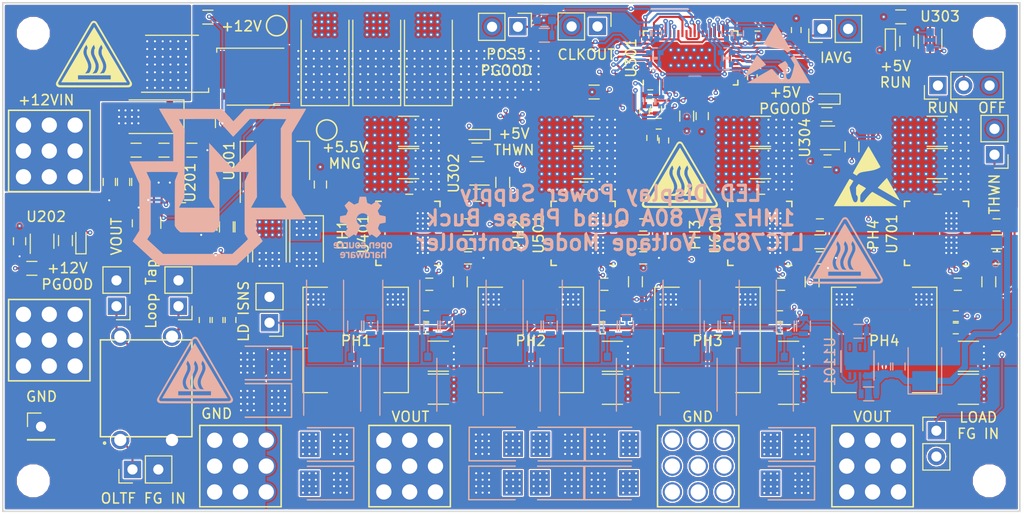
<source format=kicad_pcb>
(kicad_pcb (version 20171130) (host pcbnew "(5.0.1)-3")
  (layers (0 F.Cu mixed) (1 GND mixed) (2 PWR mixed) (31 B.Cu mixed) (34 B.Paste user) (35 F.Paste user) (36 B.SilkS user) (37 F.SilkS user) (38 B.Mask user) (39 F.Mask user) (44 Edge.Cuts user))
  (net 0 "")
  (net 1 +12Vin)
  (net 2 GND)
  (net 3 +12V)
  (net 4 "Net-(C205-Pad1)")
  (net 5 +5.5V_MNG)
  (net 6 POS5_EXTVCC)
  (net 7 "Net-(C302-Pad1)")
  (net 8 POS5_SS)
  (net 9 POS5_IAVG)
  (net 10 "Net-(C403-Pad2)")
  (net 11 POS5_VOSNS)
  (net 12 "Net-(C404-Pad2)")
  (net 13 "Net-(C404-Pad1)")
  (net 14 +5V)
  (net 15 POS5_COMP)
  (net 16 "Net-(C411-Pad1)")
  (net 17 "Net-(C413-Pad2)")
  (net 18 "Net-(C413-Pad1)")
  (net 19 "/POS5 Phase 1/POS5_ISNS1_+")
  (net 20 "Net-(C506-Pad1)")
  (net 21 "Net-(C508-Pad1)")
  (net 22 "Net-(C508-Pad2)")
  (net 23 "/POS5 Phase 2/POS5_ISNS2_+")
  (net 24 "Net-(C606-Pad1)")
  (net 25 "Net-(C608-Pad2)")
  (net 26 "Net-(C608-Pad1)")
  (net 27 "/POS5 Phase 3/POS5_ISNS3_+")
  (net 28 "Net-(C706-Pad1)")
  (net 29 "Net-(C708-Pad1)")
  (net 30 "Net-(C708-Pad2)")
  (net 31 "/POS5 Phase 4/POS5_ISNS4_+")
  (net 32 "Net-(C803-Pad1)")
  (net 33 "Net-(D202-Pad1)")
  (net 34 "Net-(D301-Pad1)")
  (net 35 "Net-(D302-Pad1)")
  (net 36 "Net-(D303-Pad1)")
  (net 37 POS5_RUN)
  (net 38 "Net-(J1101-Pad1)")
  (net 39 "Net-(J1102-Pad1)")
  (net 40 LOOP_TAP)
  (net 41 "Net-(J1403-Pad1)")
  (net 42 "Net-(L401-Pad1)")
  (net 43 "Net-(L501-Pad1)")
  (net 44 "Net-(L601-Pad1)")
  (net 45 "Net-(L701-Pad1)")
  (net 46 "Net-(Q201-Pad4)")
  (net 47 "Net-(Q201-Pad1)")
  (net 48 "Net-(Q202-Pad4)")
  (net 49 "Net-(Q1101-Pad4)")
  (net 50 "Net-(Q1102-Pad4)")
  (net 51 "Net-(Q1201-Pad4)")
  (net 52 "Net-(Q1202-Pad4)")
  (net 53 "Net-(Q1301-Pad4)")
  (net 54 "Net-(Q1302-Pad4)")
  (net 55 "Net-(R201-Pad2)")
  (net 56 "Net-(R202-Pad2)")
  (net 57 "Net-(R204-Pad2)")
  (net 58 "Net-(R205-Pad1)")
  (net 59 POS12_PGOOD)
  (net 60 "Net-(R209-Pad2)")
  (net 61 "Net-(R303-Pad1)")
  (net 62 ~POS5_THDN)
  (net 63 POS5_PGOOD_OC)
  (net 64 "Net-(R306-Pad2)")
  (net 65 "Net-(R307-Pad2)")
  (net 66 "Net-(R308-Pad2)")
  (net 67 POS5_ILIM)
  (net 68 "Net-(R406-Pad1)")
  (net 69 "Net-(R502-Pad1)")
  (net 70 "Net-(R602-Pad1)")
  (net 71 "Net-(R702-Pad1)")
  (net 72 "Net-(R1102-Pad2)")
  (net 73 LOAD_GATE)
  (net 74 "Net-(U301-Pad24)")
  (net 75 "Net-(U301-Pad26)")
  (net 76 "Net-(U301-Pad52)")
  (net 77 "Net-(U301-Pad50)")
  (net 78 "Net-(Q1102-Pad1)")
  (net 79 "Net-(Q1201-Pad1)")
  (net 80 "Net-(Q1202-Pad1)")
  (net 81 "Net-(Q1301-Pad1)")
  (net 82 "Net-(Q1302-Pad1)")
  (net 83 "Net-(J301-Pad1)")
  (net 84 "Net-(C415-Pad2)")
  (net 85 "/POS5 Phase 1/POS5_ISNS1_-")
  (net 86 "/POS5 Phase 2/POS5_ISNS2_-")
  (net 87 "Net-(C510-Pad2)")
  (net 88 "Net-(C610-Pad2)")
  (net 89 "/POS5 Phase 3/POS5_ISNS3_-")
  (net 90 "/POS5 Phase 4/POS5_ISNS4_-")
  (net 91 "Net-(C710-Pad2)")
  (net 92 "/POS5 Phase 1/POS5_VSNSO1_-")
  (net 93 "Net-(R410-Pad2)")
  (net 94 "/POS5 Phase 1/POS5_VSNSO1_+")
  (module Mounting_Holes:MountingHole_3mm (layer F.Cu) (at 80.3684 114.2972)
    (fp_text reference MH1004 hide)
    (fp_text value MountingHole)
    (pad 1 np_thru_hole circle (at 0 0) (size 3 3) (drill 3) (layers *.Cu *.Mask))
  )
  (module Mounting_Holes:MountingHole_3mm (layer F.Cu) (at 174.3684 114.2972)
    (fp_text reference MH1006 hide)
    (fp_text value MountingHole)
    (pad 1 np_thru_hole circle (at 0 0) (size 3 3) (drill 3) (layers *.Cu *.Mask))
  )
  (module Mounting_Holes:MountingHole_3mm (layer F.Cu) (at 174.3684 70.2972)
    (fp_text reference MH1003 hide)
    (fp_text value MountingHole)
    (pad 1 np_thru_hole circle (at 0 0) (size 3 3) (drill 3) (layers *.Cu *.Mask))
  )
  (module Mounting_Holes:MountingHole_3mm (layer F.Cu) (at 80.3684 70.2972)
    (fp_text reference MH1001 hide)
    (fp_text value MountingHole)
    (pad 1 np_thru_hole circle (at 0 0) (size 3 3) (drill 3) (layers *.Cu *.Mask))
  )
  (module Symbols:ESD-Logo_6.6x6mm_SilkScreen (layer F.Cu) (at 162.3314 84.328)
    (fp_text reference REF*** hide)
    (fp_text value ESD-Logo_6.6x6mm_SilkScreen hide)
  )
  (module "Custom Footprints Library:Heat_Caution_Symbol" (layer F.Cu) (at 86.3346 72.3392)
    (fp_text reference G*** hide)
    (fp_text value Heat_Caution_Symbol hide)
  )
  (module "Custom Footprints Library:Heat_Caution_Symbol" (layer F.Cu) (at 143.9418 84.201)
    (fp_text reference G*** hide)
    (fp_text value Heat_Caution_Symbol hide)
  )
  (module "Custom Footprints Library:Heat_Caution_Symbol" (layer B.Cu) (at 96.266 103.4034 180)
    (fp_text reference G*** hide)
    (fp_text value Heat_Caution_Symbol hide)
  )
  (module Capacitors_SMD:C_0603 (layer B.Cu) (at 130.6195 69.0245 180)
    (fp_text reference C302 hide)
    (fp_text value 0.1uF)
    (pad 1 smd rect (at -0.75 0 180) (size 0.8 0.75) (layers B.Cu B.Paste B.Mask) (net 7 "Net-(C302-Pad1)"))
    (pad 2 smd rect (at 0.75 0 180) (size 0.8 0.75) (layers B.Cu B.Paste B.Mask) (net 2 GND))
  )
  (module Pin_Headers:Pin_Header_Straight_1x02_Pitch2.54mm (layer F.Cu) (at 135.8392 69.6214 270)
    (fp_text reference J301 hide)
    (fp_text value CLKOUT)
    (pad 1 thru_hole rect (at 0 0 270) (size 1.7 1.7) (drill 1) (layers *.Cu *.Mask) (net 83 "Net-(J301-Pad1)"))
    (pad 2 thru_hole oval (at 0 2.54 270) (size 1.7 1.7) (drill 1) (layers *.Cu *.Mask) (net 2 GND))
  )
  (module Measurement_Points:Measurement_Point_Round-SMD-Pad_Small (layer F.Cu) (at 104.2924 69.5452)
    (fp_text reference TP202 hide)
    (fp_text value TP)
    (pad 1 smd circle (at 0 0) (size 1.5 1.5) (layers F.Cu F.Mask) (net 3 +12V))
  )
  (module Measurement_Points:Measurement_Point_Round-SMD-Pad_Small (layer F.Cu) (at 109.22 79.8068 90)
    (fp_text reference TP801 hide)
    (fp_text value TP)
    (pad 1 smd circle (at 0 0 90) (size 1.5 1.5) (layers F.Cu F.Mask) (net 5 +5.5V_MNG))
  )
  (module Capacitors_Tantalum_SMD:CP_Tantalum_Case-B_EIA-3528-21_Reflow (layer F.Cu) (at 126.01956 110.68812)
    (fp_text reference C405 hide)
    (fp_text value 100uF)
    (pad 1 smd rect (at -1.525 0) (size 1.95 2.5) (layers F.Cu F.Paste F.Mask) (net 14 +5V))
    (pad 2 smd rect (at 1.525 0) (size 1.95 2.5) (layers F.Cu F.Paste F.Mask) (net 2 GND))
  )
  (module Capacitors_Tantalum_SMD:CP_Tantalum_Case-B_EIA-3528-21_Reflow (layer B.Cu) (at 126.01956 110.68812)
    (fp_text reference C412 hide)
    (fp_text value 100uF)
    (pad 1 smd rect (at -1.525 0) (size 1.95 2.5) (layers B.Cu B.Paste B.Mask) (net 14 +5V))
    (pad 2 smd rect (at 1.525 0) (size 1.95 2.5) (layers B.Cu B.Paste B.Mask) (net 2 GND))
  )
  (module Capacitors_Tantalum_SMD:CP_Tantalum_Case-B_EIA-3528-21_Reflow (layer F.Cu) (at 137.4521 110.6932)
    (fp_text reference C701 hide)
    (fp_text value 100uF)
    (pad 1 smd rect (at -1.525 0) (size 1.95 2.5) (layers F.Cu F.Paste F.Mask) (net 14 +5V))
    (pad 2 smd rect (at 1.525 0) (size 1.95 2.5) (layers F.Cu F.Paste F.Mask) (net 2 GND))
  )
  (module Capacitors_Tantalum_SMD:CP_Tantalum_Case-B_EIA-3528-21_Reflow (layer B.Cu) (at 137.4521 110.6932)
    (fp_text reference C603 hide)
    (fp_text value 100uF)
    (pad 2 smd rect (at 1.525 0) (size 1.95 2.5) (layers B.Cu B.Paste B.Mask) (net 2 GND))
    (pad 1 smd rect (at -1.525 0) (size 1.95 2.5) (layers B.Cu B.Paste B.Mask) (net 14 +5V))
  )
  (module Capacitors_Tantalum_SMD:CP_Tantalum_Case-B_EIA-3528-21_Reflow (layer B.Cu) (at 131.7498 110.69193 180)
    (fp_text reference C605 hide)
    (fp_text value 100uF)
    (pad 1 smd rect (at -1.525 0 180) (size 1.95 2.5) (layers B.Cu B.Paste B.Mask) (net 14 +5V))
    (pad 2 smd rect (at 1.525 0 180) (size 1.95 2.5) (layers B.Cu B.Paste B.Mask) (net 2 GND))
  )
  (module Capacitors_Tantalum_SMD:CP_Tantalum_Case-B_EIA-3528-21_Reflow (layer F.Cu) (at 131.7498 110.69193 180)
    (fp_text reference C502 hide)
    (fp_text value 100uF)
    (pad 1 smd rect (at -1.525 0 180) (size 1.95 2.5) (layers F.Cu F.Paste F.Mask) (net 14 +5V))
    (pad 2 smd rect (at 1.525 0 180) (size 1.95 2.5) (layers F.Cu F.Paste F.Mask) (net 2 GND))
  )
  (module Pin_Headers:Pin_Header_Straight_1x01_Pitch2.54mm (layer F.Cu) (at 81.1276 108.966)
    (fp_text reference TP201 hide)
    (fp_text value TP)
    (pad 1 thru_hole rect (at 0 0) (size 1.7 1.7) (drill 1) (layers *.Cu *.Mask) (net 2 GND))
  )
  (module "Custom Footprints Library:MLP66-40_6x6mm_Pitch0.5mm" (layer F.Cu) (at 169.1767 89.9668 180)
    (fp_text reference U701 (at 4.3815 -0.0635 270) (layer F.SilkS))
    (fp_text value SiC779)
    (pad P2 smd rect (at -1.48 1.2) (size 1.5 2) (layers F.Cu F.Paste F.Mask) (net 3 +12V))
    (pad P3 smd rect (at 0.99 0 180) (size 2.4 4.4) (layers F.Cu F.Paste F.Mask) (net 45 "Net-(L701-Pad1)"))
    (pad P1 smd rect (at -1.48 -1.2) (size 1.5 2) (layers F.Cu F.Paste F.Mask) (net 2 GND))
    (pad 1 smd rect (at -3 -2.25 180) (size 0.5 0.3) (layers F.Cu F.Paste F.Mask))
    (pad 2 smd rect (at -3 -1.75 180) (size 0.5 0.3) (layers F.Cu F.Paste F.Mask) (net 28 "Net-(C706-Pad1)"))
    (pad 3 smd rect (at -3 -1.25 180) (size 0.5 0.3) (layers F.Cu F.Paste F.Mask) (net 5 +5.5V_MNG))
    (pad 4 smd rect (at -3 -0.75 180) (size 0.5 0.3) (layers F.Cu F.Paste F.Mask) (net 71 "Net-(R702-Pad1)"))
    (pad 5 smd rect (at -3 -0.25 180) (size 0.5 0.3) (layers F.Cu F.Paste F.Mask) (net 2 GND))
    (pad 6 smd rect (at -3 0.25 180) (size 0.5 0.3) (layers F.Cu F.Paste F.Mask))
    (pad 7 smd rect (at -3 0.75 180) (size 0.5 0.3) (layers F.Cu F.Paste F.Mask) (net 30 "Net-(C708-Pad2)"))
    (pad 8 smd rect (at -3 1.25 180) (size 0.5 0.3) (layers F.Cu F.Paste F.Mask) (net 3 +12V))
    (pad 9 smd rect (at -3 1.75 180) (size 0.5 0.3) (layers F.Cu F.Paste F.Mask) (net 3 +12V))
    (pad 10 smd rect (at -3 2.25 180) (size 0.5 0.3) (layers F.Cu F.Paste F.Mask) (net 3 +12V))
    (pad 11 smd rect (at -2.25 3 270) (size 0.5 0.3) (layers F.Cu F.Paste F.Mask) (net 3 +12V))
    (pad 12 smd rect (at -1.75 3 270) (size 0.5 0.3) (layers F.Cu F.Paste F.Mask) (net 3 +12V))
    (pad 13 smd rect (at -1.25 3 270) (size 0.5 0.3) (layers F.Cu F.Paste F.Mask) (net 3 +12V))
    (pad 14 smd rect (at -0.75 3 270) (size 0.5 0.3) (layers F.Cu F.Paste F.Mask) (net 3 +12V))
    (pad 15 smd rect (at -0.25 3 270) (size 0.5 0.3) (layers F.Cu F.Paste F.Mask) (net 45 "Net-(L701-Pad1)"))
    (pad 16 smd rect (at 0.25 3 270) (size 0.5 0.3) (layers F.Cu F.Paste F.Mask) (net 2 GND))
    (pad 17 smd rect (at 0.75 3 270) (size 0.5 0.3) (layers F.Cu F.Paste F.Mask) (net 2 GND))
    (pad 18 smd rect (at 1.25 3 270) (size 0.5 0.3) (layers F.Cu F.Paste F.Mask) (net 2 GND))
    (pad 19 smd rect (at 1.75 3 270) (size 0.5 0.3) (layers F.Cu F.Paste F.Mask) (net 2 GND))
    (pad 20 smd rect (at 2.25 3 270) (size 0.5 0.3) (layers F.Cu F.Paste F.Mask) (net 2 GND))
    (pad 21 smd rect (at 3 2.25 180) (size 0.5 0.3) (layers F.Cu F.Paste F.Mask) (net 2 GND))
    (pad 22 smd rect (at 3 1.75 180) (size 0.5 0.3) (layers F.Cu F.Paste F.Mask) (net 2 GND))
    (pad 23 smd rect (at 3 1.25 180) (size 0.5 0.3) (layers F.Cu F.Paste F.Mask) (net 2 GND))
    (pad 24 smd rect (at 3 0.75 180) (size 0.5 0.3) (layers F.Cu F.Paste F.Mask) (net 2 GND))
    (pad 25 smd rect (at 3 0.25 180) (size 0.5 0.3) (layers F.Cu F.Paste F.Mask) (net 2 GND))
    (pad 26 smd rect (at 3 -0.25 180) (size 0.5 0.3) (layers F.Cu F.Paste F.Mask) (net 2 GND))
    (pad 27 smd rect (at 3 -0.75 180) (size 0.5 0.3) (layers F.Cu F.Paste F.Mask) (net 2 GND))
    (pad 28 smd rect (at 3 -1.25 180) (size 0.5 0.3) (layers F.Cu F.Paste F.Mask) (net 2 GND))
    (pad 29 smd rect (at 3 -1.75 180) (size 0.5 0.3) (layers F.Cu F.Paste F.Mask) (net 45 "Net-(L701-Pad1)"))
    (pad 30 smd rect (at 3 -2.25 180) (size 0.5 0.3) (layers F.Cu F.Paste F.Mask) (net 45 "Net-(L701-Pad1)"))
    (pad 31 smd rect (at 2.25 -3 270) (size 0.5 0.3) (layers F.Cu F.Paste F.Mask) (net 45 "Net-(L701-Pad1)"))
    (pad 32 smd rect (at 1.75 -3 270) (size 0.5 0.3) (layers F.Cu F.Paste F.Mask) (net 45 "Net-(L701-Pad1)"))
    (pad 33 smd rect (at 1.25 -3 270) (size 0.5 0.3) (layers F.Cu F.Paste F.Mask) (net 45 "Net-(L701-Pad1)"))
    (pad 34 smd rect (at 0.75 -3 270) (size 0.5 0.3) (layers F.Cu F.Paste F.Mask) (net 45 "Net-(L701-Pad1)"))
    (pad 35 smd rect (at 0.25 -3 270) (size 0.5 0.3) (layers F.Cu F.Paste F.Mask) (net 45 "Net-(L701-Pad1)"))
    (pad 36 smd rect (at -0.25 -3 270) (size 0.5 0.3) (layers F.Cu F.Paste F.Mask))
    (pad 37 smd rect (at -0.75 -3 270) (size 0.5 0.3) (layers F.Cu F.Paste F.Mask) (net 2 GND))
    (pad 38 smd rect (at -1.25 -3 270) (size 0.5 0.3) (layers F.Cu F.Paste F.Mask) (net 62 ~POS5_THDN))
    (pad 39 smd rect (at -1.75 -3 270) (size 0.5 0.3) (layers F.Cu F.Paste F.Mask) (net 5 +5.5V_MNG))
    (pad 40 smd rect (at -2.25 -3 270) (size 0.5 0.3) (layers F.Cu F.Paste F.Mask) (net 74 "Net-(U301-Pad24)"))
  )
  (module "Custom Footprints Library:MLP66-40_6x6mm_Pitch0.5mm" (layer F.Cu) (at 151.8031 89.9668 180)
    (fp_text reference U601 (at 4.3815 -0.0635 270) (layer F.SilkS))
    (fp_text value SiC779)
    (pad P2 smd rect (at -1.48 1.2) (size 1.5 2) (layers F.Cu F.Paste F.Mask) (net 3 +12V))
    (pad P3 smd rect (at 0.99 0 180) (size 2.4 4.4) (layers F.Cu F.Paste F.Mask) (net 44 "Net-(L601-Pad1)"))
    (pad P1 smd rect (at -1.48 -1.2) (size 1.5 2) (layers F.Cu F.Paste F.Mask) (net 2 GND))
    (pad 1 smd rect (at -3 -2.25 180) (size 0.5 0.3) (layers F.Cu F.Paste F.Mask))
    (pad 2 smd rect (at -3 -1.75 180) (size 0.5 0.3) (layers F.Cu F.Paste F.Mask) (net 24 "Net-(C606-Pad1)"))
    (pad 3 smd rect (at -3 -1.25 180) (size 0.5 0.3) (layers F.Cu F.Paste F.Mask) (net 5 +5.5V_MNG))
    (pad 4 smd rect (at -3 -0.75 180) (size 0.5 0.3) (layers F.Cu F.Paste F.Mask) (net 70 "Net-(R602-Pad1)"))
    (pad 5 smd rect (at -3 -0.25 180) (size 0.5 0.3) (layers F.Cu F.Paste F.Mask) (net 2 GND))
    (pad 6 smd rect (at -3 0.25 180) (size 0.5 0.3) (layers F.Cu F.Paste F.Mask))
    (pad 7 smd rect (at -3 0.75 180) (size 0.5 0.3) (layers F.Cu F.Paste F.Mask) (net 25 "Net-(C608-Pad2)"))
    (pad 8 smd rect (at -3 1.25 180) (size 0.5 0.3) (layers F.Cu F.Paste F.Mask) (net 3 +12V))
    (pad 9 smd rect (at -3 1.75 180) (size 0.5 0.3) (layers F.Cu F.Paste F.Mask) (net 3 +12V))
    (pad 10 smd rect (at -3 2.25 180) (size 0.5 0.3) (layers F.Cu F.Paste F.Mask) (net 3 +12V))
    (pad 11 smd rect (at -2.25 3 270) (size 0.5 0.3) (layers F.Cu F.Paste F.Mask) (net 3 +12V))
    (pad 12 smd rect (at -1.75 3 270) (size 0.5 0.3) (layers F.Cu F.Paste F.Mask) (net 3 +12V))
    (pad 13 smd rect (at -1.25 3 270) (size 0.5 0.3) (layers F.Cu F.Paste F.Mask) (net 3 +12V))
    (pad 14 smd rect (at -0.75 3 270) (size 0.5 0.3) (layers F.Cu F.Paste F.Mask) (net 3 +12V))
    (pad 15 smd rect (at -0.25 3 270) (size 0.5 0.3) (layers F.Cu F.Paste F.Mask) (net 44 "Net-(L601-Pad1)"))
    (pad 16 smd rect (at 0.25 3 270) (size 0.5 0.3) (layers F.Cu F.Paste F.Mask) (net 2 GND))
    (pad 17 smd rect (at 0.75 3 270) (size 0.5 0.3) (layers F.Cu F.Paste F.Mask) (net 2 GND))
    (pad 18 smd rect (at 1.25 3 270) (size 0.5 0.3) (layers F.Cu F.Paste F.Mask) (net 2 GND))
    (pad 19 smd rect (at 1.75 3 270) (size 0.5 0.3) (layers F.Cu F.Paste F.Mask) (net 2 GND))
    (pad 20 smd rect (at 2.25 3 270) (size 0.5 0.3) (layers F.Cu F.Paste F.Mask) (net 2 GND))
    (pad 21 smd rect (at 3 2.25 180) (size 0.5 0.3) (layers F.Cu F.Paste F.Mask) (net 2 GND))
    (pad 22 smd rect (at 3 1.75 180) (size 0.5 0.3) (layers F.Cu F.Paste F.Mask) (net 2 GND))
    (pad 23 smd rect (at 3 1.25 180) (size 0.5 0.3) (layers F.Cu F.Paste F.Mask) (net 2 GND))
    (pad 24 smd rect (at 3 0.75 180) (size 0.5 0.3) (layers F.Cu F.Paste F.Mask) (net 2 GND))
    (pad 25 smd rect (at 3 0.25 180) (size 0.5 0.3) (layers F.Cu F.Paste F.Mask) (net 2 GND))
    (pad 26 smd rect (at 3 -0.25 180) (size 0.5 0.3) (layers F.Cu F.Paste F.Mask) (net 2 GND))
    (pad 27 smd rect (at 3 -0.75 180) (size 0.5 0.3) (layers F.Cu F.Paste F.Mask) (net 2 GND))
    (pad 28 smd rect (at 3 -1.25 180) (size 0.5 0.3) (layers F.Cu F.Paste F.Mask) (net 2 GND))
    (pad 29 smd rect (at 3 -1.75 180) (size 0.5 0.3) (layers F.Cu F.Paste F.Mask) (net 44 "Net-(L601-Pad1)"))
    (pad 30 smd rect (at 3 -2.25 180) (size 0.5 0.3) (layers F.Cu F.Paste F.Mask) (net 44 "Net-(L601-Pad1)"))
    (pad 31 smd rect (at 2.25 -3 270) (size 0.5 0.3) (layers F.Cu F.Paste F.Mask) (net 44 "Net-(L601-Pad1)"))
    (pad 32 smd rect (at 1.75 -3 270) (size 0.5 0.3) (layers F.Cu F.Paste F.Mask) (net 44 "Net-(L601-Pad1)"))
    (pad 33 smd rect (at 1.25 -3 270) (size 0.5 0.3) (layers F.Cu F.Paste F.Mask) (net 44 "Net-(L601-Pad1)"))
    (pad 34 smd rect (at 0.75 -3 270) (size 0.5 0.3) (layers F.Cu F.Paste F.Mask) (net 44 "Net-(L601-Pad1)"))
    (pad 35 smd rect (at 0.25 -3 270) (size 0.5 0.3) (layers F.Cu F.Paste F.Mask) (net 44 "Net-(L601-Pad1)"))
    (pad 36 smd rect (at -0.25 -3 270) (size 0.5 0.3) (layers F.Cu F.Paste F.Mask))
    (pad 37 smd rect (at -0.75 -3 270) (size 0.5 0.3) (layers F.Cu F.Paste F.Mask) (net 2 GND))
    (pad 38 smd rect (at -1.25 -3 270) (size 0.5 0.3) (layers F.Cu F.Paste F.Mask) (net 62 ~POS5_THDN))
    (pad 39 smd rect (at -1.75 -3 270) (size 0.5 0.3) (layers F.Cu F.Paste F.Mask) (net 5 +5.5V_MNG))
    (pad 40 smd rect (at -2.25 -3 270) (size 0.5 0.3) (layers F.Cu F.Paste F.Mask) (net 75 "Net-(U301-Pad26)"))
  )
  (module "Custom Footprints Library:MLP66-40_6x6mm_Pitch0.5mm" (layer F.Cu) (at 134.4295 89.9668 180)
    (fp_text reference U501 (at 4.3815 -0.0635 270) (layer F.SilkS))
    (fp_text value SiC779)
    (pad P2 smd rect (at -1.48 1.2) (size 1.5 2) (layers F.Cu F.Paste F.Mask) (net 3 +12V))
    (pad P3 smd rect (at 0.99 0 180) (size 2.4 4.4) (layers F.Cu F.Paste F.Mask) (net 43 "Net-(L501-Pad1)"))
    (pad P1 smd rect (at -1.48 -1.2) (size 1.5 2) (layers F.Cu F.Paste F.Mask) (net 2 GND))
    (pad 1 smd rect (at -3 -2.25 180) (size 0.5 0.3) (layers F.Cu F.Paste F.Mask))
    (pad 2 smd rect (at -3 -1.75 180) (size 0.5 0.3) (layers F.Cu F.Paste F.Mask) (net 20 "Net-(C506-Pad1)"))
    (pad 3 smd rect (at -3 -1.25 180) (size 0.5 0.3) (layers F.Cu F.Paste F.Mask) (net 5 +5.5V_MNG))
    (pad 4 smd rect (at -3 -0.75 180) (size 0.5 0.3) (layers F.Cu F.Paste F.Mask) (net 69 "Net-(R502-Pad1)"))
    (pad 5 smd rect (at -3 -0.25 180) (size 0.5 0.3) (layers F.Cu F.Paste F.Mask) (net 2 GND))
    (pad 6 smd rect (at -3 0.25 180) (size 0.5 0.3) (layers F.Cu F.Paste F.Mask))
    (pad 7 smd rect (at -3 0.75 180) (size 0.5 0.3) (layers F.Cu F.Paste F.Mask) (net 22 "Net-(C508-Pad2)"))
    (pad 8 smd rect (at -3 1.25 180) (size 0.5 0.3) (layers F.Cu F.Paste F.Mask) (net 3 +12V))
    (pad 9 smd rect (at -3 1.75 180) (size 0.5 0.3) (layers F.Cu F.Paste F.Mask) (net 3 +12V))
    (pad 10 smd rect (at -3 2.25 180) (size 0.5 0.3) (layers F.Cu F.Paste F.Mask) (net 3 +12V))
    (pad 11 smd rect (at -2.25 3 270) (size 0.5 0.3) (layers F.Cu F.Paste F.Mask) (net 3 +12V))
    (pad 12 smd rect (at -1.75 3 270) (size 0.5 0.3) (layers F.Cu F.Paste F.Mask) (net 3 +12V))
    (pad 13 smd rect (at -1.25 3 270) (size 0.5 0.3) (layers F.Cu F.Paste F.Mask) (net 3 +12V))
    (pad 14 smd rect (at -0.75 3 270) (size 0.5 0.3) (layers F.Cu F.Paste F.Mask) (net 3 +12V))
    (pad 15 smd rect (at -0.25 3 270) (size 0.5 0.3) (layers F.Cu F.Paste F.Mask) (net 43 "Net-(L501-Pad1)"))
    (pad 16 smd rect (at 0.25 3 270) (size 0.5 0.3) (layers F.Cu F.Paste F.Mask) (net 2 GND))
    (pad 17 smd rect (at 0.75 3 270) (size 0.5 0.3) (layers F.Cu F.Paste F.Mask) (net 2 GND))
    (pad 18 smd rect (at 1.25 3 270) (size 0.5 0.3) (layers F.Cu F.Paste F.Mask) (net 2 GND))
    (pad 19 smd rect (at 1.75 3 270) (size 0.5 0.3) (layers F.Cu F.Paste F.Mask) (net 2 GND))
    (pad 20 smd rect (at 2.25 3 270) (size 0.5 0.3) (layers F.Cu F.Paste F.Mask) (net 2 GND))
    (pad 21 smd rect (at 3 2.25 180) (size 0.5 0.3) (layers F.Cu F.Paste F.Mask) (net 2 GND))
    (pad 22 smd rect (at 3 1.75 180) (size 0.5 0.3) (layers F.Cu F.Paste F.Mask) (net 2 GND))
    (pad 23 smd rect (at 3 1.25 180) (size 0.5 0.3) (layers F.Cu F.Paste F.Mask) (net 2 GND))
    (pad 24 smd rect (at 3 0.75 180) (size 0.5 0.3) (layers F.Cu F.Paste F.Mask) (net 2 GND))
    (pad 25 smd rect (at 3 0.25 180) (size 0.5 0.3) (layers F.Cu F.Paste F.Mask) (net 2 GND))
    (pad 26 smd rect (at 3 -0.25 180) (size 0.5 0.3) (layers F.Cu F.Paste F.Mask) (net 2 GND))
    (pad 27 smd rect (at 3 -0.75 180) (size 0.5 0.3) (layers F.Cu F.Paste F.Mask) (net 2 GND))
    (pad 28 smd rect (at 3 -1.25 180) (size 0.5 0.3) (layers F.Cu F.Paste F.Mask) (net 2 GND))
    (pad 29 smd rect (at 3 -1.75 180) (size 0.5 0.3) (layers F.Cu F.Paste F.Mask) (net 43 "Net-(L501-Pad1)"))
    (pad 30 smd rect (at 3 -2.25 180) (size 0.5 0.3) (layers F.Cu F.Paste F.Mask) (net 43 "Net-(L501-Pad1)"))
    (pad 31 smd rect (at 2.25 -3 270) (size 0.5 0.3) (layers F.Cu F.Paste F.Mask) (net 43 "Net-(L501-Pad1)"))
    (pad 32 smd rect (at 1.75 -3 270) (size 0.5 0.3) (layers F.Cu F.Paste F.Mask) (net 43 "Net-(L501-Pad1)"))
    (pad 33 smd rect (at 1.25 -3 270) (size 0.5 0.3) (layers F.Cu F.Paste F.Mask) (net 43 "Net-(L501-Pad1)"))
    (pad 34 smd rect (at 0.75 -3 270) (size 0.5 0.3) (layers F.Cu F.Paste F.Mask) (net 43 "Net-(L501-Pad1)"))
    (pad 35 smd rect (at 0.25 -3 270) (size 0.5 0.3) (layers F.Cu F.Paste F.Mask) (net 43 "Net-(L501-Pad1)"))
    (pad 36 smd rect (at -0.25 -3 270) (size 0.5 0.3) (layers F.Cu F.Paste F.Mask))
    (pad 37 smd rect (at -0.75 -3 270) (size 0.5 0.3) (layers F.Cu F.Paste F.Mask) (net 2 GND))
    (pad 38 smd rect (at -1.25 -3 270) (size 0.5 0.3) (layers F.Cu F.Paste F.Mask) (net 62 ~POS5_THDN))
    (pad 39 smd rect (at -1.75 -3 270) (size 0.5 0.3) (layers F.Cu F.Paste F.Mask) (net 5 +5.5V_MNG))
    (pad 40 smd rect (at -2.25 -3 270) (size 0.5 0.3) (layers F.Cu F.Paste F.Mask) (net 77 "Net-(U301-Pad50)"))
  )
  (module "Custom Footprints Library:MLP66-40_6x6mm_Pitch0.5mm" (layer F.Cu) (at 117.2083 89.9668 180)
    (fp_text reference U401 (at 4.3815 -0.0635 270) (layer F.SilkS))
    (fp_text value SiC779)
    (pad P2 smd rect (at -1.48 1.2) (size 1.5 2) (layers F.Cu F.Paste F.Mask) (net 3 +12V))
    (pad P3 smd rect (at 0.99 0 180) (size 2.4 4.4) (layers F.Cu F.Paste F.Mask) (net 42 "Net-(L401-Pad1)"))
    (pad P1 smd rect (at -1.48 -1.2) (size 1.5 2) (layers F.Cu F.Paste F.Mask) (net 2 GND))
    (pad 1 smd rect (at -3 -2.25 180) (size 0.5 0.3) (layers F.Cu F.Paste F.Mask))
    (pad 2 smd rect (at -3 -1.75 180) (size 0.5 0.3) (layers F.Cu F.Paste F.Mask) (net 16 "Net-(C411-Pad1)"))
    (pad 3 smd rect (at -3 -1.25 180) (size 0.5 0.3) (layers F.Cu F.Paste F.Mask) (net 5 +5.5V_MNG))
    (pad 4 smd rect (at -3 -0.75 180) (size 0.5 0.3) (layers F.Cu F.Paste F.Mask) (net 68 "Net-(R406-Pad1)"))
    (pad 5 smd rect (at -3 -0.25 180) (size 0.5 0.3) (layers F.Cu F.Paste F.Mask) (net 2 GND))
    (pad 6 smd rect (at -3 0.25 180) (size 0.5 0.3) (layers F.Cu F.Paste F.Mask))
    (pad 7 smd rect (at -3 0.75 180) (size 0.5 0.3) (layers F.Cu F.Paste F.Mask) (net 17 "Net-(C413-Pad2)"))
    (pad 8 smd rect (at -3 1.25 180) (size 0.5 0.3) (layers F.Cu F.Paste F.Mask) (net 3 +12V))
    (pad 9 smd rect (at -3 1.75 180) (size 0.5 0.3) (layers F.Cu F.Paste F.Mask) (net 3 +12V))
    (pad 10 smd rect (at -3 2.25 180) (size 0.5 0.3) (layers F.Cu F.Paste F.Mask) (net 3 +12V))
    (pad 11 smd rect (at -2.25 3 270) (size 0.5 0.3) (layers F.Cu F.Paste F.Mask) (net 3 +12V))
    (pad 12 smd rect (at -1.75 3 270) (size 0.5 0.3) (layers F.Cu F.Paste F.Mask) (net 3 +12V))
    (pad 13 smd rect (at -1.25 3 270) (size 0.5 0.3) (layers F.Cu F.Paste F.Mask) (net 3 +12V))
    (pad 14 smd rect (at -0.75 3 270) (size 0.5 0.3) (layers F.Cu F.Paste F.Mask) (net 3 +12V))
    (pad 15 smd rect (at -0.25 3 270) (size 0.5 0.3) (layers F.Cu F.Paste F.Mask) (net 42 "Net-(L401-Pad1)"))
    (pad 16 smd rect (at 0.25 3 270) (size 0.5 0.3) (layers F.Cu F.Paste F.Mask) (net 2 GND))
    (pad 17 smd rect (at 0.75 3 270) (size 0.5 0.3) (layers F.Cu F.Paste F.Mask) (net 2 GND))
    (pad 18 smd rect (at 1.25 3 270) (size 0.5 0.3) (layers F.Cu F.Paste F.Mask) (net 2 GND))
    (pad 19 smd rect (at 1.75 3 270) (size 0.5 0.3) (layers F.Cu F.Paste F.Mask) (net 2 GND))
    (pad 20 smd rect (at 2.25 3 270) (size 0.5 0.3) (layers F.Cu F.Paste F.Mask) (net 2 GND))
    (pad 21 smd rect (at 3 2.25 180) (size 0.5 0.3) (layers F.Cu F.Paste F.Mask) (net 2 GND))
    (pad 22 smd rect (at 3 1.75 180) (size 0.5 0.3) (layers F.Cu F.Paste F.Mask) (net 2 GND))
    (pad 23 smd rect (at 3 1.25 180) (size 0.5 0.3) (layers F.Cu F.Paste F.Mask) (net 2 GND))
    (pad 24 smd rect (at 3 0.75 180) (size 0.5 0.3) (layers F.Cu F.Paste F.Mask) (net 2 GND))
    (pad 25 smd rect (at 3 0.25 180) (size 0.5 0.3) (layers F.Cu F.Paste F.Mask) (net 2 GND))
    (pad 26 smd rect (at 3 -0.25 180) (size 0.5 0.3) (layers F.Cu F.Paste F.Mask) (net 2 GND))
    (pad 27 smd rect (at 3 -0.75 180) (size 0.5 0.3) (layers F.Cu F.Paste F.Mask) (net 2 GND))
    (pad 28 smd rect (at 3 -1.25 180) (size 0.5 0.3) (layers F.Cu F.Paste F.Mask) (net 2 GND))
    (pad 29 smd rect (at 3 -1.75 180) (size 0.5 0.3) (layers F.Cu F.Paste F.Mask) (net 42 "Net-(L401-Pad1)"))
    (pad 30 smd rect (at 3 -2.25 180) (size 0.5 0.3) (layers F.Cu F.Paste F.Mask) (net 42 "Net-(L401-Pad1)"))
    (pad 31 smd rect (at 2.25 -3 270) (size 0.5 0.3) (layers F.Cu F.Paste F.Mask) (net 42 "Net-(L401-Pad1)"))
    (pad 32 smd rect (at 1.75 -3 270) (size 0.5 0.3) (layers F.Cu F.Paste F.Mask) (net 42 "Net-(L401-Pad1)"))
    (pad 33 smd rect (at 1.25 -3 270) (size 0.5 0.3) (layers F.Cu F.Paste F.Mask) (net 42 "Net-(L401-Pad1)"))
    (pad 34 smd rect (at 0.75 -3 270) (size 0.5 0.3) (layers F.Cu F.Paste F.Mask) (net 42 "Net-(L401-Pad1)"))
    (pad 35 smd rect (at 0.25 -3 270) (size 0.5 0.3) (layers F.Cu F.Paste F.Mask) (net 42 "Net-(L401-Pad1)"))
    (pad 36 smd rect (at -0.25 -3 270) (size 0.5 0.3) (layers F.Cu F.Paste F.Mask))
    (pad 37 smd rect (at -0.75 -3 270) (size 0.5 0.3) (layers F.Cu F.Paste F.Mask) (net 2 GND))
    (pad 38 smd rect (at -1.25 -3 270) (size 0.5 0.3) (layers F.Cu F.Paste F.Mask) (net 62 ~POS5_THDN))
    (pad 39 smd rect (at -1.75 -3 270) (size 0.5 0.3) (layers F.Cu F.Paste F.Mask) (net 5 +5.5V_MNG))
    (pad 40 smd rect (at -2.25 -3 270) (size 0.5 0.3) (layers F.Cu F.Paste F.Mask) (net 76 "Net-(U301-Pad52)"))
  )
  (module Resistors_SMD:R_0603 (layer F.Cu) (at 174.3202 94.7293 270)
    (fp_text reference R701 hide)
    (fp_text value 2)
    (pad 1 smd rect (at -0.75 0 270) (size 0.5 0.9) (layers F.Cu F.Paste F.Mask) (net 5 +5.5V_MNG))
    (pad 2 smd rect (at 0.75 0 270) (size 0.5 0.9) (layers F.Cu F.Paste F.Mask) (net 28 "Net-(C706-Pad1)"))
  )
  (module Resistors_SMD:R_0603 (layer F.Cu) (at 156.9466 94.7293 270)
    (fp_text reference R601 hide)
    (fp_text value 2)
    (pad 1 smd rect (at -0.75 0 270) (size 0.5 0.9) (layers F.Cu F.Paste F.Mask) (net 5 +5.5V_MNG))
    (pad 2 smd rect (at 0.75 0 270) (size 0.5 0.9) (layers F.Cu F.Paste F.Mask) (net 24 "Net-(C606-Pad1)"))
  )
  (module Inductors_SMD:L_Vishay_IHLP-4040 (layer F.Cu) (at 164.0332 100.4443 270)
    (fp_text reference L701 hide)
    (fp_text value 0.47uH)
    (pad 2 smd rect (at 4.5075 0 270) (size 3.175 4.95) (layers F.Cu F.Paste F.Mask) (net 14 +5V))
    (pad 1 smd rect (at -4.5075 0 270) (size 3.175 4.95) (layers F.Cu F.Paste F.Mask) (net 45 "Net-(L701-Pad1)"))
  )
  (module Inductors_SMD:L_Vishay_IHLP-4040 (layer F.Cu) (at 146.6596 100.4443 270)
    (fp_text reference L601 hide)
    (fp_text value 0.47uH)
    (pad 2 smd rect (at 4.5075 0 270) (size 3.175 4.95) (layers F.Cu F.Paste F.Mask) (net 14 +5V))
    (pad 1 smd rect (at -4.5075 0 270) (size 3.175 4.95) (layers F.Cu F.Paste F.Mask) (net 44 "Net-(L601-Pad1)"))
  )
  (module Resistors_SMD:R_0603 (layer F.Cu) (at 175.0822 90.7923)
    (fp_text reference R702 hide)
    (fp_text value 2)
    (pad 1 smd rect (at -0.75 0) (size 0.5 0.9) (layers F.Cu F.Paste F.Mask) (net 71 "Net-(R702-Pad1)"))
    (pad 2 smd rect (at 0.75 0) (size 0.5 0.9) (layers F.Cu F.Paste F.Mask) (net 29 "Net-(C708-Pad1)"))
  )
  (module Resistors_SMD:R_0603 (layer F.Cu) (at 157.7086 90.7923)
    (fp_text reference R602 hide)
    (fp_text value 2)
    (pad 1 smd rect (at -0.75 0) (size 0.5 0.9) (layers F.Cu F.Paste F.Mask) (net 70 "Net-(R602-Pad1)"))
    (pad 2 smd rect (at 0.75 0) (size 0.5 0.9) (layers F.Cu F.Paste F.Mask) (net 26 "Net-(C608-Pad1)"))
  )
  (module Capacitors_SMD:C_1210 (layer F.Cu) (at 120.1928 105.283)
    (fp_text reference C714 hide)
    (fp_text value 100uF)
    (pad 2 smd rect (at 1.5 0) (size 1 2.5) (layers F.Cu F.Paste F.Mask) (net 2 GND))
    (pad 1 smd rect (at -1.5 0) (size 1 2.5) (layers F.Cu F.Paste F.Mask) (net 14 +5V))
  )
  (module Capacitors_SMD:C_1210 (layer F.Cu) (at 137.3124 105.2957)
    (fp_text reference C614 hide)
    (fp_text value 100uF)
    (pad 2 smd rect (at 1.5 0) (size 1 2.5) (layers F.Cu F.Paste F.Mask) (net 2 GND))
    (pad 1 smd rect (at -1.5 0) (size 1 2.5) (layers F.Cu F.Paste F.Mask) (net 14 +5V))
  )
  (module Capacitors_SMD:C_0603 (layer F.Cu) (at 169.3037 85.5218 180)
    (fp_text reference C709 hide)
    (fp_text value 1uF)
    (pad 2 smd rect (at 0.75 0 180) (size 0.8 0.75) (layers F.Cu F.Paste F.Mask) (net 2 GND))
    (pad 1 smd rect (at -0.75 0 180) (size 0.8 0.75) (layers F.Cu F.Paste F.Mask) (net 3 +12V))
  )
  (module Capacitors_SMD:C_0603 (layer F.Cu) (at 151.9301 85.5218 180)
    (fp_text reference C609 hide)
    (fp_text value 1uF)
    (pad 2 smd rect (at 0.75 0 180) (size 0.8 0.75) (layers F.Cu F.Paste F.Mask) (net 2 GND))
    (pad 1 smd rect (at -0.75 0 180) (size 0.8 0.75) (layers F.Cu F.Paste F.Mask) (net 3 +12V))
  )
  (module Capacitors_SMD:C_0603 (layer F.Cu) (at 175.0822 92.3798)
    (fp_text reference C704 hide)
    (fp_text value 1uF)
    (pad 1 smd rect (at -0.75 0) (size 0.8 0.75) (layers F.Cu F.Paste F.Mask) (net 5 +5.5V_MNG))
    (pad 2 smd rect (at 0.75 0) (size 0.8 0.75) (layers F.Cu F.Paste F.Mask) (net 2 GND))
  )
  (module Capacitors_SMD:C_0603 (layer F.Cu) (at 157.7086 92.3798)
    (fp_text reference C604 hide)
    (fp_text value 1uF)
    (pad 1 smd rect (at -0.75 0) (size 0.8 0.75) (layers F.Cu F.Paste F.Mask) (net 5 +5.5V_MNG))
    (pad 2 smd rect (at 0.75 0) (size 0.8 0.75) (layers F.Cu F.Paste F.Mask) (net 2 GND))
  )
  (module Capacitors_SMD:C_0603 (layer F.Cu) (at 171.2722 94.9706 180)
    (fp_text reference C706 hide)
    (fp_text value 0.1uF)
    (pad 1 smd rect (at -0.75 0 180) (size 0.8 0.75) (layers F.Cu F.Paste F.Mask) (net 28 "Net-(C706-Pad1)"))
    (pad 2 smd rect (at 0.75 0 180) (size 0.8 0.75) (layers F.Cu F.Paste F.Mask) (net 2 GND))
  )
  (module Capacitors_SMD:C_0603 (layer F.Cu) (at 153.8986 94.9706 180)
    (fp_text reference C606 hide)
    (fp_text value 0.1uF)
    (pad 1 smd rect (at -0.75 0 180) (size 0.8 0.75) (layers F.Cu F.Paste F.Mask) (net 24 "Net-(C606-Pad1)"))
    (pad 2 smd rect (at 0.75 0 180) (size 0.8 0.75) (layers F.Cu F.Paste F.Mask) (net 2 GND))
  )
  (module Capacitors_Tantalum_SMD:CP_Tantalum_Case-B_EIA-3528-21_Reflow (layer B.Cu) (at 109.0676 110.7186 180)
    (fp_text reference C715 hide)
    (fp_text value 100uF)
    (pad 2 smd rect (at 1.525 0 180) (size 1.95 2.5) (layers B.Cu B.Paste B.Mask) (net 2 GND))
    (pad 1 smd rect (at -1.525 0 180) (size 1.95 2.5) (layers B.Cu B.Paste B.Mask) (net 14 +5V))
  )
  (module Capacitors_Tantalum_SMD:CP_Tantalum_Case-B_EIA-3528-21_Reflow (layer B.Cu) (at 154.3812 114.5286 180)
    (fp_text reference C615 hide)
    (fp_text value 100uF)
    (pad 2 smd rect (at 1.525 0 180) (size 1.95 2.5) (layers B.Cu B.Paste B.Mask) (net 2 GND))
    (pad 1 smd rect (at -1.525 0 180) (size 1.95 2.5) (layers B.Cu B.Paste B.Mask) (net 14 +5V))
  )
  (module Capacitors_SMD:C_1210 (layer F.Cu) (at 169.2402 79.9338 180)
    (fp_text reference C713 hide)
    (fp_text value 22uF)
    (pad 2 smd rect (at 1.5 0 180) (size 1 2.5) (layers F.Cu F.Paste F.Mask) (net 2 GND))
    (pad 1 smd rect (at -1.5 0 180) (size 1 2.5) (layers F.Cu F.Paste F.Mask) (net 3 +12V))
  )
  (module Capacitors_SMD:C_1210 (layer F.Cu) (at 151.8666 79.9338 180)
    (fp_text reference C613 hide)
    (fp_text value 22uF)
    (pad 2 smd rect (at 1.5 0 180) (size 1 2.5) (layers F.Cu F.Paste F.Mask) (net 2 GND))
    (pad 1 smd rect (at -1.5 0 180) (size 1 2.5) (layers F.Cu F.Paste F.Mask) (net 3 +12V))
  )
  (module Capacitors_SMD:C_1210 (layer F.Cu) (at 120.1928 102.0445)
    (fp_text reference C712 hide)
    (fp_text value 100uF)
    (pad 1 smd rect (at -1.5 0) (size 1 2.5) (layers F.Cu F.Paste F.Mask) (net 14 +5V))
    (pad 2 smd rect (at 1.5 0) (size 1 2.5) (layers F.Cu F.Paste F.Mask) (net 2 GND))
  )
  (module Capacitors_SMD:C_1210 (layer F.Cu) (at 137.3124 102.0572)
    (fp_text reference C612 hide)
    (fp_text value 100uF)
    (pad 1 smd rect (at -1.5 0) (size 1 2.5) (layers F.Cu F.Paste F.Mask) (net 14 +5V))
    (pad 2 smd rect (at 1.5 0) (size 1 2.5) (layers F.Cu F.Paste F.Mask) (net 2 GND))
  )
  (module Capacitors_SMD:C_1210 (layer F.Cu) (at 169.2402 83.1088 180)
    (fp_text reference C711 hide)
    (fp_text value 22uF)
    (pad 2 smd rect (at 1.5 0 180) (size 1 2.5) (layers F.Cu F.Paste F.Mask) (net 2 GND))
    (pad 1 smd rect (at -1.5 0 180) (size 1 2.5) (layers F.Cu F.Paste F.Mask) (net 3 +12V))
  )
  (module Capacitors_SMD:C_1210 (layer F.Cu) (at 151.8666 83.1088 180)
    (fp_text reference C611 hide)
    (fp_text value 22uF)
    (pad 2 smd rect (at 1.5 0 180) (size 1 2.5) (layers F.Cu F.Paste F.Mask) (net 2 GND))
    (pad 1 smd rect (at -1.5 0 180) (size 1 2.5) (layers F.Cu F.Paste F.Mask) (net 3 +12V))
  )
  (module Capacitors_SMD:C_0603 (layer F.Cu) (at 175.0822 89.1413 180)
    (fp_text reference C708 hide)
    (fp_text value 0.1uF)
    (pad 2 smd rect (at 0.75 0 180) (size 0.8 0.75) (layers F.Cu F.Paste F.Mask) (net 30 "Net-(C708-Pad2)"))
    (pad 1 smd rect (at -0.75 0 180) (size 0.8 0.75) (layers F.Cu F.Paste F.Mask) (net 29 "Net-(C708-Pad1)"))
  )
  (module Capacitors_SMD:C_0603 (layer F.Cu) (at 157.7086 89.1413 180)
    (fp_text reference C608 hide)
    (fp_text value 0.1uF)
    (pad 2 smd rect (at 0.75 0 180) (size 0.8 0.75) (layers F.Cu F.Paste F.Mask) (net 25 "Net-(C608-Pad2)"))
    (pad 1 smd rect (at -0.75 0 180) (size 0.8 0.75) (layers F.Cu F.Paste F.Mask) (net 26 "Net-(C608-Pad1)"))
  )
  (module Capacitors_SMD:C_0603 (layer F.Cu) (at 134.5565 85.5218 180)
    (fp_text reference C509 hide)
    (fp_text value 1uF)
    (pad 1 smd rect (at -0.75 0 180) (size 0.8 0.75) (layers F.Cu F.Paste F.Mask) (net 3 +12V))
    (pad 2 smd rect (at 0.75 0 180) (size 0.8 0.75) (layers F.Cu F.Paste F.Mask) (net 2 GND))
  )
  (module Capacitors_SMD:C_0603 (layer F.Cu) (at 140.335 92.3798)
    (fp_text reference C504 hide)
    (fp_text value 1uF)
    (pad 2 smd rect (at 0.75 0) (size 0.8 0.75) (layers F.Cu F.Paste F.Mask) (net 2 GND))
    (pad 1 smd rect (at -0.75 0) (size 0.8 0.75) (layers F.Cu F.Paste F.Mask) (net 5 +5.5V_MNG))
  )
  (module Capacitors_SMD:C_1210 (layer F.Cu) (at 154.6352 105.2957)
    (fp_text reference C514 hide)
    (fp_text value 100uF)
    (pad 1 smd rect (at -1.5 0) (size 1 2.5) (layers F.Cu F.Paste F.Mask) (net 14 +5V))
    (pad 2 smd rect (at 1.5 0) (size 1 2.5) (layers F.Cu F.Paste F.Mask) (net 2 GND))
  )
  (module Capacitors_SMD:C_1210 (layer F.Cu) (at 134.493 79.9338 180)
    (fp_text reference C513 hide)
    (fp_text value 22uF)
    (pad 1 smd rect (at -1.5 0 180) (size 1 2.5) (layers F.Cu F.Paste F.Mask) (net 3 +12V))
    (pad 2 smd rect (at 1.5 0 180) (size 1 2.5) (layers F.Cu F.Paste F.Mask) (net 2 GND))
  )
  (module Capacitors_SMD:C_1210 (layer F.Cu) (at 134.493 83.1088 180)
    (fp_text reference C511 hide)
    (fp_text value 22uF)
    (pad 1 smd rect (at -1.5 0 180) (size 1 2.5) (layers F.Cu F.Paste F.Mask) (net 3 +12V))
    (pad 2 smd rect (at 1.5 0 180) (size 1 2.5) (layers F.Cu F.Paste F.Mask) (net 2 GND))
  )
  (module Capacitors_SMD:C_0603 (layer F.Cu) (at 140.335 89.1413 180)
    (fp_text reference C508 hide)
    (fp_text value 0.1uF)
    (pad 1 smd rect (at -0.75 0 180) (size 0.8 0.75) (layers F.Cu F.Paste F.Mask) (net 21 "Net-(C508-Pad1)"))
    (pad 2 smd rect (at 0.75 0 180) (size 0.8 0.75) (layers F.Cu F.Paste F.Mask) (net 22 "Net-(C508-Pad2)"))
  )
  (module Capacitors_SMD:C_0603 (layer F.Cu) (at 136.525 94.9706 180)
    (fp_text reference C506 hide)
    (fp_text value 0.1uF)
    (pad 2 smd rect (at 0.75 0 180) (size 0.8 0.75) (layers F.Cu F.Paste F.Mask) (net 2 GND))
    (pad 1 smd rect (at -0.75 0 180) (size 0.8 0.75) (layers F.Cu F.Paste F.Mask) (net 20 "Net-(C506-Pad1)"))
  )
  (module Capacitors_Tantalum_SMD:CP_Tantalum_Case-B_EIA-3528-21_Reflow (layer B.Cu) (at 154.432 110.7186 180)
    (fp_text reference C515 hide)
    (fp_text value 100uF)
    (pad 1 smd rect (at -1.525 0 180) (size 1.95 2.5) (layers B.Cu B.Paste B.Mask) (net 14 +5V))
    (pad 2 smd rect (at 1.525 0 180) (size 1.95 2.5) (layers B.Cu B.Paste B.Mask) (net 2 GND))
  )
  (module Capacitors_SMD:C_1210 (layer F.Cu) (at 154.6352 102.0572)
    (fp_text reference C512 hide)
    (fp_text value 100uF)
    (pad 2 smd rect (at 1.5 0) (size 1 2.5) (layers F.Cu F.Paste F.Mask) (net 2 GND))
    (pad 1 smd rect (at -1.5 0) (size 1 2.5) (layers F.Cu F.Paste F.Mask) (net 14 +5V))
  )
  (module Resistors_SMD:R_0603 (layer F.Cu) (at 139.573 94.7293 270)
    (fp_text reference R501 hide)
    (fp_text value 2)
    (pad 2 smd rect (at 0.75 0 270) (size 0.5 0.9) (layers F.Cu F.Paste F.Mask) (net 20 "Net-(C506-Pad1)"))
    (pad 1 smd rect (at -0.75 0 270) (size 0.5 0.9) (layers F.Cu F.Paste F.Mask) (net 5 +5.5V_MNG))
  )
  (module Resistors_SMD:R_0603 (layer F.Cu) (at 140.335 90.7923)
    (fp_text reference R502 hide)
    (fp_text value 2)
    (pad 2 smd rect (at 0.75 0) (size 0.5 0.9) (layers F.Cu F.Paste F.Mask) (net 21 "Net-(C508-Pad1)"))
    (pad 1 smd rect (at -0.75 0) (size 0.5 0.9) (layers F.Cu F.Paste F.Mask) (net 69 "Net-(R502-Pad1)"))
  )
  (module Inductors_SMD:L_Vishay_IHLP-4040 (layer F.Cu) (at 129.286 100.4443 270)
    (fp_text reference L501 hide)
    (fp_text value 0.47uH)
    (pad 1 smd rect (at -4.5075 0 270) (size 3.175 4.95) (layers F.Cu F.Paste F.Mask) (net 43 "Net-(L501-Pad1)"))
    (pad 2 smd rect (at 4.5075 0 270) (size 3.175 4.95) (layers F.Cu F.Paste F.Mask) (net 14 +5V))
  )
  (module Resistors_SMD:R_0603 (layer B.Cu) (at 154.509472 99.0854 90)
    (fp_text reference R1304 hide)
    (fp_text value 10k)
    (pad 2 smd rect (at 0.75 0 90) (size 0.5 0.9) (layers B.Cu B.Paste B.Mask) (net 2 GND))
    (pad 1 smd rect (at -0.75 0 90) (size 0.5 0.9) (layers B.Cu B.Paste B.Mask) (net 54 "Net-(Q1302-Pad4)"))
  )
  (module Resistors_SMD:R_0603 (layer B.Cu) (at 147.016472 99.0854 90)
    (fp_text reference R1303 hide)
    (fp_text value 10k)
    (pad 2 smd rect (at 0.75 0 90) (size 0.5 0.9) (layers B.Cu B.Paste B.Mask) (net 2 GND))
    (pad 1 smd rect (at -0.75 0 90) (size 0.5 0.9) (layers B.Cu B.Paste B.Mask) (net 53 "Net-(Q1301-Pad4)"))
  )
  (module Resistors_SMD:R_0603 (layer B.Cu) (at 137.110472 99.0854 90)
    (fp_text reference R1204 hide)
    (fp_text value 10k)
    (pad 2 smd rect (at 0.75 0 90) (size 0.5 0.9) (layers B.Cu B.Paste B.Mask) (net 2 GND))
    (pad 1 smd rect (at -0.75 0 90) (size 0.5 0.9) (layers B.Cu B.Paste B.Mask) (net 52 "Net-(Q1202-Pad4)"))
  )
  (module Resistors_SMD:R_0603 (layer B.Cu) (at 129.617472 99.0854 90)
    (fp_text reference R1203 hide)
    (fp_text value 10k)
    (pad 2 smd rect (at 0.75 0 90) (size 0.5 0.9) (layers B.Cu B.Paste B.Mask) (net 2 GND))
    (pad 1 smd rect (at -0.75 0 90) (size 0.5 0.9) (layers B.Cu B.Paste B.Mask) (net 51 "Net-(Q1201-Pad4)"))
  )
  (module Resistors_SMD:R_0603 (layer B.Cu) (at 111.964472 99.0854 90)
    (fp_text reference R1105 hide)
    (fp_text value 10k)
    (pad 2 smd rect (at 0.75 0 90) (size 0.5 0.9) (layers B.Cu B.Paste B.Mask) (net 2 GND))
    (pad 1 smd rect (at -0.75 0 90) (size 0.5 0.9) (layers B.Cu B.Paste B.Mask) (net 49 "Net-(Q1101-Pad4)"))
  )
  (module Resistors_SMD:R_0603 (layer B.Cu) (at 156.096972 99.0854 90)
    (fp_text reference R1302 hide)
    (fp_text value 10)
    (pad 1 smd rect (at -0.75 0 90) (size 0.5 0.9) (layers B.Cu B.Paste B.Mask) (net 54 "Net-(Q1302-Pad4)"))
    (pad 2 smd rect (at 0.75 0 90) (size 0.5 0.9) (layers B.Cu B.Paste B.Mask) (net 73 LOAD_GATE))
  )
  (module Resistors_SMD:R_0603 (layer B.Cu) (at 148.603972 99.0854 90)
    (fp_text reference R1301 hide)
    (fp_text value 10)
    (pad 1 smd rect (at -0.75 0 90) (size 0.5 0.9) (layers B.Cu B.Paste B.Mask) (net 53 "Net-(Q1301-Pad4)"))
    (pad 2 smd rect (at 0.75 0 90) (size 0.5 0.9) (layers B.Cu B.Paste B.Mask) (net 73 LOAD_GATE))
  )
  (module Resistors_SMD:R_0603 (layer B.Cu) (at 138.697972 99.0854 90)
    (fp_text reference R1202 hide)
    (fp_text value 10)
    (pad 1 smd rect (at -0.75 0 90) (size 0.5 0.9) (layers B.Cu B.Paste B.Mask) (net 52 "Net-(Q1202-Pad4)"))
    (pad 2 smd rect (at 0.75 0 90) (size 0.5 0.9) (layers B.Cu B.Paste B.Mask) (net 73 LOAD_GATE))
  )
  (module Resistors_SMD:R_0603 (layer B.Cu) (at 131.204972 99.0854 90)
    (fp_text reference R1201 hide)
    (fp_text value 10)
    (pad 1 smd rect (at -0.75 0 90) (size 0.5 0.9) (layers B.Cu B.Paste B.Mask) (net 51 "Net-(Q1201-Pad4)"))
    (pad 2 smd rect (at 0.75 0 90) (size 0.5 0.9) (layers B.Cu B.Paste B.Mask) (net 73 LOAD_GATE))
  )
  (module Resistors_SMD:R_0603 (layer B.Cu) (at 113.551972 99.0854 90)
    (fp_text reference R1103 hide)
    (fp_text value 10)
    (pad 1 smd rect (at -0.75 0 90) (size 0.5 0.9) (layers B.Cu B.Paste B.Mask) (net 49 "Net-(Q1101-Pad4)"))
    (pad 2 smd rect (at 0.75 0 90) (size 0.5 0.9) (layers B.Cu B.Paste B.Mask) (net 73 LOAD_GATE))
  )
  (module Resistors_SMD:R_2512 (layer B.Cu) (at 151.601172 97.1677 90)
    (fp_text reference R1306 hide)
    (fp_text value 5m)
    (pad 1 smd rect (at -3.1 0 90) (size 1 3.2) (layers B.Cu B.Paste B.Mask) (net 82 "Net-(Q1302-Pad1)"))
    (pad 2 smd rect (at 3.1 0 90) (size 1 3.2) (layers B.Cu B.Paste B.Mask) (net 2 GND))
  )
  (module Resistors_SMD:R_2512 (layer B.Cu) (at 144.108172 97.1677 90)
    (fp_text reference R1305 hide)
    (fp_text value 5m)
    (pad 1 smd rect (at -3.1 0 90) (size 1 3.2) (layers B.Cu B.Paste B.Mask) (net 81 "Net-(Q1301-Pad1)"))
    (pad 2 smd rect (at 3.1 0 90) (size 1 3.2) (layers B.Cu B.Paste B.Mask) (net 2 GND))
  )
  (module Resistors_SMD:R_2512 (layer B.Cu) (at 134.202172 97.1677 90)
    (fp_text reference R1206 hide)
    (fp_text value 5m)
    (pad 1 smd rect (at -3.1 0 90) (size 1 3.2) (layers B.Cu B.Paste B.Mask) (net 80 "Net-(Q1202-Pad1)"))
    (pad 2 smd rect (at 3.1 0 90) (size 1 3.2) (layers B.Cu B.Paste B.Mask) (net 2 GND))
  )
  (module Resistors_SMD:R_2512 (layer B.Cu) (at 126.709172 97.1677 90)
    (fp_text reference R1205 hide)
    (fp_text value 5m)
    (pad 1 smd rect (at -3.1 0 90) (size 1 3.2) (layers B.Cu B.Paste B.Mask) (net 79 "Net-(Q1201-Pad1)"))
    (pad 2 smd rect (at 3.1 0 90) (size 1 3.2) (layers B.Cu B.Paste B.Mask) (net 2 GND))
  )
  (module Resistors_SMD:R_2512 (layer B.Cu) (at 109.056172 97.1677 90)
    (fp_text reference R1107 hide)
    (fp_text value 5m)
    (pad 1 smd rect (at -3.1 0 90) (size 1 3.2) (layers B.Cu B.Paste B.Mask) (net 39 "Net-(J1102-Pad1)"))
    (pad 2 smd rect (at 3.1 0 90) (size 1 3.2) (layers B.Cu B.Paste B.Mask) (net 2 GND))
  )
  (module TO_SOT_Packages_SMD:TDSON-8-1 (layer B.Cu) (at 152.299672 104.8512 270)
    (fp_text reference Q1302 hide)
    (fp_text value IPC100N04S51R7ATMA1)
    (pad 5 smd rect (at -0.75 -1.09) (size 1.55 1.2) (layers B.Cu B.Paste B.Mask) (net 14 +5V))
    (pad 5 smd rect (at -0.75 1.09) (size 1.55 1.2) (layers B.Cu B.Paste B.Mask) (net 14 +5V))
    (pad 5 smd rect (at 1.25 -1.09) (size 1.55 1.6) (layers B.Cu B.Paste B.Mask) (net 14 +5V))
    (pad 5 smd rect (at 1.25 1.09) (size 1.55 1.6) (layers B.Cu B.Paste B.Mask) (net 14 +5V))
    (pad 5 smd rect (at 0.5 0) (size 4.5 4.29) (layers B.Cu B.Paste B.Mask) (net 14 +5V))
    (pad 5 smd rect (at 2.75 1.91) (size 0.7 0.8) (layers B.Cu B.Paste B.Mask) (net 14 +5V))
    (pad 5 smd rect (at 2.75 0.64) (size 0.7 0.8) (layers B.Cu B.Paste B.Mask) (net 14 +5V))
    (pad 5 smd rect (at 2.75 -0.64) (size 0.7 0.8) (layers B.Cu B.Paste B.Mask) (net 14 +5V))
    (pad 5 smd rect (at 2.75 -1.91) (size 0.7 0.8) (layers B.Cu B.Paste B.Mask) (net 14 +5V))
    (pad 4 smd rect (at -2.75 -1.91) (size 0.7 0.8) (layers B.Cu B.Paste B.Mask) (net 54 "Net-(Q1302-Pad4)"))
    (pad 3 smd rect (at -2.75 -0.64) (size 0.7 0.8) (layers B.Cu B.Paste B.Mask) (net 82 "Net-(Q1302-Pad1)"))
    (pad 2 smd rect (at -2.75 0.64) (size 0.7 0.8) (layers B.Cu B.Paste B.Mask) (net 82 "Net-(Q1302-Pad1)"))
    (pad 1 smd rect (at -2.75 1.91) (size 0.7 0.8) (layers B.Cu B.Paste B.Mask) (net 82 "Net-(Q1302-Pad1)"))
  )
  (module TO_SOT_Packages_SMD:TDSON-8-1 (layer B.Cu) (at 144.806672 104.8512 270)
    (fp_text reference Q1301 hide)
    (fp_text value IPC100N04S51R7ATMA1)
    (pad 5 smd rect (at -0.75 -1.09) (size 1.55 1.2) (layers B.Cu B.Paste B.Mask) (net 14 +5V))
    (pad 5 smd rect (at -0.75 1.09) (size 1.55 1.2) (layers B.Cu B.Paste B.Mask) (net 14 +5V))
    (pad 5 smd rect (at 1.25 -1.09) (size 1.55 1.6) (layers B.Cu B.Paste B.Mask) (net 14 +5V))
    (pad 5 smd rect (at 1.25 1.09) (size 1.55 1.6) (layers B.Cu B.Paste B.Mask) (net 14 +5V))
    (pad 5 smd rect (at 0.5 0) (size 4.5 4.29) (layers B.Cu B.Paste B.Mask) (net 14 +5V))
    (pad 5 smd rect (at 2.75 1.91) (size 0.7 0.8) (layers B.Cu B.Paste B.Mask) (net 14 +5V))
    (pad 5 smd rect (at 2.75 0.64) (size 0.7 0.8) (layers B.Cu B.Paste B.Mask) (net 14 +5V))
    (pad 5 smd rect (at 2.75 -0.64) (size 0.7 0.8) (layers B.Cu B.Paste B.Mask) (net 14 +5V))
    (pad 5 smd rect (at 2.75 -1.91) (size 0.7 0.8) (layers B.Cu B.Paste B.Mask) (net 14 +5V))
    (pad 4 smd rect (at -2.75 -1.91) (size 0.7 0.8) (layers B.Cu B.Paste B.Mask) (net 53 "Net-(Q1301-Pad4)"))
    (pad 3 smd rect (at -2.75 -0.64) (size 0.7 0.8) (layers B.Cu B.Paste B.Mask) (net 81 "Net-(Q1301-Pad1)"))
    (pad 2 smd rect (at -2.75 0.64) (size 0.7 0.8) (layers B.Cu B.Paste B.Mask) (net 81 "Net-(Q1301-Pad1)"))
    (pad 1 smd rect (at -2.75 1.91) (size 0.7 0.8) (layers B.Cu B.Paste B.Mask) (net 81 "Net-(Q1301-Pad1)"))
  )
  (module TO_SOT_Packages_SMD:TDSON-8-1 (layer B.Cu) (at 134.900672 104.8512 270)
    (fp_text reference Q1202 hide)
    (fp_text value IPC100N04S51R7ATMA1)
    (pad 5 smd rect (at -0.75 -1.09) (size 1.55 1.2) (layers B.Cu B.Paste B.Mask) (net 14 +5V))
    (pad 5 smd rect (at -0.75 1.09) (size 1.55 1.2) (layers B.Cu B.Paste B.Mask) (net 14 +5V))
    (pad 5 smd rect (at 1.25 -1.09) (size 1.55 1.6) (layers B.Cu B.Paste B.Mask) (net 14 +5V))
    (pad 5 smd rect (at 1.25 1.09) (size 1.55 1.6) (layers B.Cu B.Paste B.Mask) (net 14 +5V))
    (pad 5 smd rect (at 0.5 0) (size 4.5 4.29) (layers B.Cu B.Paste B.Mask) (net 14 +5V))
    (pad 5 smd rect (at 2.75 1.91) (size 0.7 0.8) (layers B.Cu B.Paste B.Mask) (net 14 +5V))
    (pad 5 smd rect (at 2.75 0.64) (size 0.7 0.8) (layers B.Cu B.Paste B.Mask) (net 14 +5V))
    (pad 5 smd rect (at 2.75 -0.64) (size 0.7 0.8) (layers B.Cu B.Paste B.Mask) (net 14 +5V))
    (pad 5 smd rect (at 2.75 -1.91) (size 0.7 0.8) (layers B.Cu B.Paste B.Mask) (net 14 +5V))
    (pad 4 smd rect (at -2.75 -1.91) (size 0.7 0.8) (layers B.Cu B.Paste B.Mask) (net 52 "Net-(Q1202-Pad4)"))
    (pad 3 smd rect (at -2.75 -0.64) (size 0.7 0.8) (layers B.Cu B.Paste B.Mask) (net 80 "Net-(Q1202-Pad1)"))
    (pad 2 smd rect (at -2.75 0.64) (size 0.7 0.8) (layers B.Cu B.Paste B.Mask) (net 80 "Net-(Q1202-Pad1)"))
    (pad 1 smd rect (at -2.75 1.91) (size 0.7 0.8) (layers B.Cu B.Paste B.Mask) (net 80 "Net-(Q1202-Pad1)"))
  )
  (module TO_SOT_Packages_SMD:TDSON-8-1 (layer B.Cu) (at 127.407672 104.8512 270)
    (fp_text reference Q1201 hide)
    (fp_text value IPC100N04S51R7ATMA1)
    (pad 5 smd rect (at -0.75 -1.09) (size 1.55 1.2) (layers B.Cu B.Paste B.Mask) (net 14 +5V))
    (pad 5 smd rect (at -0.75 1.09) (size 1.55 1.2) (layers B.Cu B.Paste B.Mask) (net 14 +5V))
    (pad 5 smd rect (at 1.25 -1.09) (size 1.55 1.6) (layers B.Cu B.Paste B.Mask) (net 14 +5V))
    (pad 5 smd rect (at 1.25 1.09) (size 1.55 1.6) (layers B.Cu B.Paste B.Mask) (net 14 +5V))
    (pad 5 smd rect (at 0.5 0) (size 4.5 4.29) (layers B.Cu B.Paste B.Mask) (net 14 +5V))
    (pad 5 smd rect (at 2.75 1.91) (size 0.7 0.8) (layers B.Cu B.Paste B.Mask) (net 14 +5V))
    (pad 5 smd rect (at 2.75 0.64) (size 0.7 0.8) (layers B.Cu B.Paste B.Mask) (net 14 +5V))
    (pad 5 smd rect (at 2.75 -0.64) (size 0.7 0.8) (layers B.Cu B.Paste B.Mask) (net 14 +5V))
    (pad 5 smd rect (at 2.75 -1.91) (size 0.7 0.8) (layers B.Cu B.Paste B.Mask) (net 14 +5V))
    (pad 4 smd rect (at -2.75 -1.91) (size 0.7 0.8) (layers B.Cu B.Paste B.Mask) (net 51 "Net-(Q1201-Pad4)"))
    (pad 3 smd rect (at -2.75 -0.64) (size 0.7 0.8) (layers B.Cu B.Paste B.Mask) (net 79 "Net-(Q1201-Pad1)"))
    (pad 2 smd rect (at -2.75 0.64) (size 0.7 0.8) (layers B.Cu B.Paste B.Mask) (net 79 "Net-(Q1201-Pad1)"))
    (pad 1 smd rect (at -2.75 1.91) (size 0.7 0.8) (layers B.Cu B.Paste B.Mask) (net 79 "Net-(Q1201-Pad1)"))
  )
  (module TO_SOT_Packages_SMD:TDSON-8-1 (layer B.Cu) (at 109.754672 104.8512 270)
    (fp_text reference Q1101 hide)
    (fp_text value IPC100N04S51R7ATMA1)
    (pad 5 smd rect (at -0.75 -1.09) (size 1.55 1.2) (layers B.Cu B.Paste B.Mask) (net 14 +5V))
    (pad 5 smd rect (at -0.75 1.09) (size 1.55 1.2) (layers B.Cu B.Paste B.Mask) (net 14 +5V))
    (pad 5 smd rect (at 1.25 -1.09) (size 1.55 1.6) (layers B.Cu B.Paste B.Mask) (net 14 +5V))
    (pad 5 smd rect (at 1.25 1.09) (size 1.55 1.6) (layers B.Cu B.Paste B.Mask) (net 14 +5V))
    (pad 5 smd rect (at 0.5 0) (size 4.5 4.29) (layers B.Cu B.Paste B.Mask) (net 14 +5V))
    (pad 5 smd rect (at 2.75 1.91) (size 0.7 0.8) (layers B.Cu B.Paste B.Mask) (net 14 +5V))
    (pad 5 smd rect (at 2.75 0.64) (size 0.7 0.8) (layers B.Cu B.Paste B.Mask) (net 14 +5V))
    (pad 5 smd rect (at 2.75 -0.64) (size 0.7 0.8) (layers B.Cu B.Paste B.Mask) (net 14 +5V))
    (pad 5 smd rect (at 2.75 -1.91) (size 0.7 0.8) (layers B.Cu B.Paste B.Mask) (net 14 +5V))
    (pad 4 smd rect (at -2.75 -1.91) (size 0.7 0.8) (layers B.Cu B.Paste B.Mask) (net 49 "Net-(Q1101-Pad4)"))
    (pad 3 smd rect (at -2.75 -0.64) (size 0.7 0.8) (layers B.Cu B.Paste B.Mask) (net 39 "Net-(J1102-Pad1)"))
    (pad 2 smd rect (at -2.75 0.64) (size 0.7 0.8) (layers B.Cu B.Paste B.Mask) (net 39 "Net-(J1102-Pad1)"))
    (pad 1 smd rect (at -2.75 1.91) (size 0.7 0.8) (layers B.Cu B.Paste B.Mask) (net 39 "Net-(J1102-Pad1)"))
  )
  (module Pin_Headers:Pin_Header_Straight_1x02_Pitch2.54mm (layer F.Cu) (at 103.5939 98.7552 180)
    (fp_text reference J1102 hide)
    (fp_text value ISNS)
    (pad 2 thru_hole oval (at 0 2.54 180) (size 1.7 1.7) (drill 1) (layers *.Cu *.Mask) (net 2 GND))
    (pad 1 thru_hole rect (at 0 0 180) (size 1.7 1.7) (drill 1) (layers *.Cu *.Mask) (net 39 "Net-(J1102-Pad1)"))
  )
  (module Capacitors_SMD:C_0603 (layer F.Cu) (at 90.6399 84.9122 270)
    (fp_text reference C201 hide)
    (fp_text value 0.1uF)
    (pad 1 smd rect (at -0.75 0 270) (size 0.8 0.75) (layers F.Cu F.Paste F.Mask) (net 1 +12Vin))
    (pad 2 smd rect (at 0.75 0 270) (size 0.8 0.75) (layers F.Cu F.Paste F.Mask) (net 2 GND))
  )
  (module Capacitors_SMD:C_0603 (layer F.Cu) (at 89.2429 84.9122 270)
    (fp_text reference C202 hide)
    (fp_text value 10nF)
    (pad 2 smd rect (at 0.75 0 270) (size 0.8 0.75) (layers F.Cu F.Paste F.Mask) (net 2 GND))
    (pad 1 smd rect (at -0.75 0 270) (size 0.8 0.75) (layers F.Cu F.Paste F.Mask) (net 1 +12Vin))
  )
  (module Capacitors_SMD:C_0603 (layer F.Cu) (at 87.8459 84.9122 270)
    (fp_text reference C203 hide)
    (fp_text value 1nF)
    (pad 1 smd rect (at -0.75 0 270) (size 0.8 0.75) (layers F.Cu F.Paste F.Mask) (net 1 +12Vin))
    (pad 2 smd rect (at 0.75 0 270) (size 0.8 0.75) (layers F.Cu F.Paste F.Mask) (net 2 GND))
  )
  (module Capacitors_Tantalum_SMD:CP_Tantalum_Case-X_EIA-7343-43_Reflow (layer F.Cu) (at 109.0549 72.6567 90)
    (fp_text reference C204 hide)
    (fp_text value 100uF)
    (pad 2 smd rect (at 3.175 0 90) (size 2.55 2.7) (layers F.Cu F.Paste F.Mask) (net 2 GND))
    (pad 1 smd rect (at -3.175 0 90) (size 2.55 2.7) (layers F.Cu F.Paste F.Mask) (net 3 +12V))
  )
  (module Capacitors_SMD:C_0603 (layer F.Cu) (at 90.7034 88.9762 90)
    (fp_text reference C205 hide)
    (fp_text value 10nF)
    (pad 2 smd rect (at 0.75 0 90) (size 0.8 0.75) (layers F.Cu F.Paste F.Mask) (net 2 GND))
    (pad 1 smd rect (at -0.75 0 90) (size 0.8 0.75) (layers F.Cu F.Paste F.Mask) (net 4 "Net-(C205-Pad1)"))
  )
  (module Capacitors_Tantalum_SMD:CP_Tantalum_Case-X_EIA-7343-43_Reflow (layer F.Cu) (at 114.1349 72.6567 90)
    (fp_text reference C206 hide)
    (fp_text value 100uF)
    (pad 1 smd rect (at -3.175 0 90) (size 2.55 2.7) (layers F.Cu F.Paste F.Mask) (net 3 +12V))
    (pad 2 smd rect (at 3.175 0 90) (size 2.55 2.7) (layers F.Cu F.Paste F.Mask) (net 2 GND))
  )
  (module Capacitors_SMD:C_0603 (layer F.Cu) (at 79.0194 90.7415 270)
    (fp_text reference C207 hide)
    (fp_text value 0.1uF)
    (pad 1 smd rect (at -0.75 0 270) (size 0.8 0.75) (layers F.Cu F.Paste F.Mask) (net 5 +5.5V_MNG))
    (pad 2 smd rect (at 0.75 0 270) (size 0.8 0.75) (layers F.Cu F.Paste F.Mask) (net 2 GND))
  )
  (module Capacitors_Tantalum_SMD:CP_Tantalum_Case-X_EIA-7343-43_Reflow (layer F.Cu) (at 119.2149 72.6567 90)
    (fp_text reference C208 hide)
    (fp_text value 100uF)
    (pad 2 smd rect (at 3.175 0 90) (size 2.55 2.7) (layers F.Cu F.Paste F.Mask) (net 2 GND))
    (pad 1 smd rect (at -3.175 0 90) (size 2.55 2.7) (layers F.Cu F.Paste F.Mask) (net 3 +12V))
  )
  (module Capacitors_SMD:C_0603 (layer F.Cu) (at 146.1389 78.4352 270)
    (fp_text reference C301 hide)
    (fp_text value 0.1uF)
    (pad 2 smd rect (at 0.75 0 270) (size 0.8 0.75) (layers F.Cu F.Paste F.Mask) (net 2 GND))
    (pad 1 smd rect (at -0.75 0 270) (size 0.8 0.75) (layers F.Cu F.Paste F.Mask) (net 6 POS5_EXTVCC))
  )
  (module Capacitors_SMD:C_0603 (layer B.Cu) (at 168.5417 70.9549 90)
    (fp_text reference C303 hide)
    (fp_text value 0.1uF)
    (pad 1 smd rect (at -0.75 0 90) (size 0.8 0.75) (layers B.Cu B.Paste B.Mask) (net 5 +5.5V_MNG))
    (pad 2 smd rect (at 0.75 0 90) (size 0.8 0.75) (layers B.Cu B.Paste B.Mask) (net 2 GND))
  )
  (module Capacitors_SMD:C_0603 (layer F.Cu) (at 123.9901 86.2203)
    (fp_text reference C304 hide)
    (fp_text value 0.1uF)
    (pad 2 smd rect (at 0.75 0) (size 0.8 0.75) (layers F.Cu F.Paste F.Mask) (net 2 GND))
    (pad 1 smd rect (at -0.75 0) (size 0.8 0.75) (layers F.Cu F.Paste F.Mask) (net 5 +5.5V_MNG))
  )
  (module Capacitors_SMD:C_0603 (layer F.Cu) (at 158.4579 82.8548)
    (fp_text reference C305 hide)
    (fp_text value 0.1uF)
    (pad 2 smd rect (at 0.75 0) (size 0.8 0.75) (layers F.Cu F.Paste F.Mask) (net 2 GND))
    (pad 1 smd rect (at -0.75 0) (size 0.8 0.75) (layers F.Cu F.Paste F.Mask) (net 5 +5.5V_MNG))
  )
  (module Capacitors_Tantalum_SMD:CP_Tantalum_Case-B_EIA-3528-21_Reflow (layer B.Cu) (at 125.99416 114.49812)
    (fp_text reference C407 hide)
    (fp_text value 100uF)
    (pad 2 smd rect (at 1.525 0) (size 1.95 2.5) (layers B.Cu B.Paste B.Mask) (net 2 GND))
    (pad 1 smd rect (at -1.525 0) (size 1.95 2.5) (layers B.Cu B.Paste B.Mask) (net 14 +5V))
  )
  (module Capacitors_Tantalum_SMD:CP_Tantalum_Case-B_EIA-3528-21_Reflow (layer B.Cu) (at 102.9589 102.7049 180)
    (fp_text reference C408 hide)
    (fp_text value 100uF)
    (pad 1 smd rect (at -1.525 0 180) (size 1.95 2.5) (layers B.Cu B.Paste B.Mask) (net 14 +5V))
    (pad 2 smd rect (at 1.525 0 180) (size 1.95 2.5) (layers B.Cu B.Paste B.Mask) (net 2 GND))
  )
  (module Capacitors_SMD:C_0603 (layer F.Cu) (at 123.1138 92.3798)
    (fp_text reference C409 hide)
    (fp_text value 1uF)
    (pad 1 smd rect (at -0.75 0) (size 0.8 0.75) (layers F.Cu F.Paste F.Mask) (net 5 +5.5V_MNG))
    (pad 2 smd rect (at 0.75 0) (size 0.8 0.75) (layers F.Cu F.Paste F.Mask) (net 2 GND))
  )
  (module Capacitors_Tantalum_SMD:CP_Tantalum_Case-B_EIA-3528-21_Reflow (layer B.Cu) (at 102.9589 106.3879 180)
    (fp_text reference C410 hide)
    (fp_text value 100uF)
    (pad 2 smd rect (at 1.525 0 180) (size 1.95 2.5) (layers B.Cu B.Paste B.Mask) (net 2 GND))
    (pad 1 smd rect (at -1.525 0 180) (size 1.95 2.5) (layers B.Cu B.Paste B.Mask) (net 14 +5V))
  )
  (module Capacitors_SMD:C_0603 (layer F.Cu) (at 119.3038 94.9706 180)
    (fp_text reference C411 hide)
    (fp_text value 0.1uF)
    (pad 1 smd rect (at -0.75 0 180) (size 0.8 0.75) (layers F.Cu F.Paste F.Mask) (net 16 "Net-(C411-Pad1)"))
    (pad 2 smd rect (at 0.75 0 180) (size 0.8 0.75) (layers F.Cu F.Paste F.Mask) (net 2 GND))
  )
  (module Capacitors_SMD:C_0603 (layer F.Cu) (at 123.1138 89.1413 180)
    (fp_text reference C413 hide)
    (fp_text value 0.1uF)
    (pad 2 smd rect (at 0.75 0 180) (size 0.8 0.75) (layers F.Cu F.Paste F.Mask) (net 17 "Net-(C413-Pad2)"))
    (pad 1 smd rect (at -0.75 0 180) (size 0.8 0.75) (layers F.Cu F.Paste F.Mask) (net 18 "Net-(C413-Pad1)"))
  )
  (module Capacitors_SMD:C_0603 (layer F.Cu) (at 117.3353 85.5218 180)
    (fp_text reference C414 hide)
    (fp_text value 1uF)
    (pad 2 smd rect (at 0.75 0 180) (size 0.8 0.75) (layers F.Cu F.Paste F.Mask) (net 2 GND))
    (pad 1 smd rect (at -0.75 0 180) (size 0.8 0.75) (layers F.Cu F.Paste F.Mask) (net 3 +12V))
  )
  (module Capacitors_SMD:C_1210 (layer F.Cu) (at 117.2718 83.1088 180)
    (fp_text reference C416 hide)
    (fp_text value 22uF)
    (pad 2 smd rect (at 1.5 0 180) (size 1 2.5) (layers F.Cu F.Paste F.Mask) (net 2 GND))
    (pad 1 smd rect (at -1.5 0 180) (size 1 2.5) (layers F.Cu F.Paste F.Mask) (net 3 +12V))
  )
  (module Capacitors_SMD:C_1210 (layer F.Cu) (at 172.3136 102.0572)
    (fp_text reference C417 hide)
    (fp_text value 100uF)
    (pad 1 smd rect (at -1.5 0) (size 1 2.5) (layers F.Cu F.Paste F.Mask) (net 14 +5V))
    (pad 2 smd rect (at 1.5 0) (size 1 2.5) (layers F.Cu F.Paste F.Mask) (net 2 GND))
  )
  (module Capacitors_SMD:C_1210 (layer F.Cu) (at 117.2718 79.9338 180)
    (fp_text reference C418 hide)
    (fp_text value 22uF)
    (pad 2 smd rect (at 1.5 0 180) (size 1 2.5) (layers F.Cu F.Paste F.Mask) (net 2 GND))
    (pad 1 smd rect (at -1.5 0 180) (size 1 2.5) (layers F.Cu F.Paste F.Mask) (net 3 +12V))
  )
  (module Capacitors_SMD:C_1210 (layer F.Cu) (at 172.3136 105.2957)
    (fp_text reference C419 hide)
    (fp_text value 100uF)
    (pad 2 smd rect (at 1.5 0) (size 1 2.5) (layers F.Cu F.Paste F.Mask) (net 2 GND))
    (pad 1 smd rect (at -1.5 0) (size 1 2.5) (layers F.Cu F.Paste F.Mask) (net 14 +5V))
  )
  (module Capacitors_Tantalum_SMD:CP_Tantalum_Case-B_EIA-3528-21_Reflow (layer B.Cu) (at 109.0676 114.5286 180)
    (fp_text reference C420 hide)
    (fp_text value 100uF)
    (pad 2 smd rect (at 1.525 0 180) (size 1.95 2.5) (layers B.Cu B.Paste B.Mask) (net 2 GND))
    (pad 1 smd rect (at -1.525 0 180) (size 1.95 2.5) (layers B.Cu B.Paste B.Mask) (net 14 +5V))
  )
  (module Capacitors_Tantalum_SMD:CP_Tantalum_Case-B_EIA-3528-21_Reflow (layer F.Cu) (at 107.2388 91.0336 270)
    (fp_text reference C801 hide)
    (fp_text value 10uF)
    (pad 1 smd rect (at -1.525 0 270) (size 1.95 2.5) (layers F.Cu F.Paste F.Mask) (net 3 +12V))
    (pad 2 smd rect (at 1.525 0 270) (size 1.95 2.5) (layers F.Cu F.Paste F.Mask) (net 2 GND))
  )
  (module Capacitors_SMD:C_0603 (layer F.Cu) (at 108.5977 85.1662 90)
    (fp_text reference C802 hide)
    (fp_text value 0.1uF)
    (pad 1 smd rect (at -0.75 0 90) (size 0.8 0.75) (layers F.Cu F.Paste F.Mask) (net 3 +12V))
    (pad 2 smd rect (at 0.75 0 90) (size 0.8 0.75) (layers F.Cu F.Paste F.Mask) (net 2 GND))
  )
  (module Capacitors_SMD:C_0603 (layer F.Cu) (at 97.8281 89.3318 270)
    (fp_text reference C803 hide)
    (fp_text value 0.1uF)
    (pad 1 smd rect (at -0.75 0 270) (size 0.8 0.75) (layers F.Cu F.Paste F.Mask) (net 32 "Net-(C803-Pad1)"))
    (pad 2 smd rect (at 0.75 0 270) (size 0.8 0.75) (layers F.Cu F.Paste F.Mask) (net 2 GND))
  )
  (module Capacitors_SMD:C_0603 (layer F.Cu) (at 100.8761 92.4306 270)
    (fp_text reference C804 hide)
    (fp_text value 0.1uF)
    (pad 2 smd rect (at 0.75 0 270) (size 0.8 0.75) (layers F.Cu F.Paste F.Mask) (net 2 GND))
    (pad 1 smd rect (at -0.75 0 270) (size 0.8 0.75) (layers F.Cu F.Paste F.Mask) (net 5 +5.5V_MNG))
  )
  (module Capacitors_Tantalum_SMD:CP_Tantalum_Case-B_EIA-3528-21_Reflow (layer F.Cu) (at 103.5812 91.0336 270)
    (fp_text reference C805 hide)
    (fp_text value 100uF)
    (pad 1 smd rect (at -1.525 0 270) (size 1.95 2.5) (layers F.Cu F.Paste F.Mask) (net 5 +5.5V_MNG))
    (pad 2 smd rect (at 1.525 0 270) (size 1.95 2.5) (layers F.Cu F.Paste F.Mask) (net 2 GND))
  )
  (module Capacitors_SMD:C_0603 (layer B.Cu) (at 165.481 103.0605 90)
    (fp_text reference C1101 hide)
    (fp_text value 1uF)
    (pad 2 smd rect (at 0.75 0 90) (size 0.8 0.75) (layers B.Cu B.Paste B.Mask) (net 2 GND))
    (pad 1 smd rect (at -0.75 0 90) (size 0.8 0.75) (layers B.Cu B.Paste B.Mask) (net 3 +12V))
  )
  (module Capacitors_SMD:C_0603 (layer B.Cu) (at 164.0586 103.0605 90)
    (fp_text reference C1102 hide)
    (fp_text value 0.1uF)
    (pad 1 smd rect (at -0.75 0 90) (size 0.8 0.75) (layers B.Cu B.Paste B.Mask) (net 3 +12V))
    (pad 2 smd rect (at 0.75 0 90) (size 0.8 0.75) (layers B.Cu B.Paste B.Mask) (net 2 GND))
  )
  (module Capacitors_Tantalum_SMD:CP_Tantalum_Case-B_EIA-3528-21_Reflow (layer B.Cu) (at 168.0337 102.9589 90)
    (fp_text reference C1103 hide)
    (fp_text value 10uF)
    (pad 1 smd rect (at -1.525 0 90) (size 1.95 2.5) (layers B.Cu B.Paste B.Mask) (net 3 +12V))
    (pad 2 smd rect (at 1.525 0 90) (size 1.95 2.5) (layers B.Cu B.Paste B.Mask) (net 2 GND))
  )
  (module Diodes_SMD:D_SMA (layer F.Cu) (at 91.7829 78.4987 180)
    (fp_text reference D201 hide)
    (fp_text value 24V)
    (pad 2 smd rect (at 2 0 180) (size 2.5 1.8) (layers F.Cu F.Paste F.Mask) (net 2 GND))
    (pad 1 smd rect (at -2 0 180) (size 2.5 1.8) (layers F.Cu F.Paste F.Mask) (net 1 +12Vin))
  )
  (module LEDs:LED_0603 (layer F.Cu) (at 85.0519 90.678 90)
    (fp_text reference D202 hide)
    (fp_text value Green)
    (pad 1 smd rect (at -0.8 0 270) (size 0.8 0.8) (layers F.Cu F.Paste F.Mask) (net 33 "Net-(D202-Pad1)"))
    (pad 2 smd rect (at 0.8 0 270) (size 0.8 0.8) (layers F.Cu F.Paste F.Mask) (net 5 +5.5V_MNG))
  )
  (module LEDs:LED_0603 (layer F.Cu) (at 123.9901 80.2513 180)
    (fp_text reference D301 hide)
    (fp_text value Red)
    (pad 2 smd rect (at 0.8 0) (size 0.8 0.8) (layers F.Cu F.Paste F.Mask) (net 5 +5.5V_MNG))
    (pad 1 smd rect (at -0.8 0) (size 0.8 0.8) (layers F.Cu F.Paste F.Mask) (net 34 "Net-(D301-Pad1)"))
  )
  (module LEDs:LED_0603 (layer F.Cu) (at 164.6428 71.1708 270)
    (fp_text reference D302 hide)
    (fp_text value Green)
    (pad 1 smd rect (at -0.8 0 90) (size 0.8 0.8) (layers F.Cu F.Paste F.Mask) (net 35 "Net-(D302-Pad1)"))
    (pad 2 smd rect (at 0.8 0 90) (size 0.8 0.8) (layers F.Cu F.Paste F.Mask) (net 5 +5.5V_MNG))
  )
  (module LEDs:LED_0603 (layer F.Cu) (at 158.3944 76.7588 180)
    (fp_text reference D303 hide)
    (fp_text value Green)
    (pad 2 smd rect (at 0.8 0) (size 0.8 0.8) (layers F.Cu F.Paste F.Mask) (net 5 +5.5V_MNG))
    (pad 1 smd rect (at -0.8 0) (size 0.8 0.8) (layers F.Cu F.Paste F.Mask) (net 36 "Net-(D303-Pad1)"))
  )
  (module Pin_Headers:Pin_Header_Straight_1x03_Pitch2.54mm (layer F.Cu) (at 169.3164 75.438 90)
    (fp_text reference J302 hide)
    (fp_text value RUN)
    (pad 3 thru_hole oval (at 0 5.08 90) (size 1.7 1.7) (drill 1) (layers *.Cu *.Mask) (net 2 GND))
    (pad 2 thru_hole oval (at 0 2.54 90) (size 1.7 1.7) (drill 1) (layers *.Cu *.Mask) (net 37 POS5_RUN))
    (pad 1 thru_hole rect (at 0 0 90) (size 1.7 1.7) (drill 1) (layers *.Cu *.Mask) (net 5 +5.5V_MNG))
  )
  (module Pin_Headers:Pin_Header_Straight_1x02_Pitch2.54mm (layer F.Cu) (at 157.9499 69.8627 90)
    (fp_text reference J304 hide)
    (fp_text value IAVG)
    (pad 2 thru_hole oval (at 0 2.54 90) (size 1.7 1.7) (drill 1) (layers *.Cu *.Mask) (net 2 GND))
    (pad 1 thru_hole rect (at 0 0 90) (size 1.7 1.7) (drill 1) (layers *.Cu *.Mask) (net 9 POS5_IAVG))
  )
  (module "Custom Footprints Library:Wuerth_7461096_M4_Shank_9pos" (layer F.Cu) (at 117.3734 112.8522)
    (fp_text reference J901 hide)
    (fp_text value "+5V OUT")
    (pad 1 thru_hole circle (at 2.54 2.54) (size 1.9 1.9) (drill 1.5) (layers *.Cu *.Mask) (net 14 +5V))
    (pad 1 thru_hole circle (at 0 2.54) (size 1.9 1.9) (drill 1.5) (layers *.Cu *.Mask) (net 14 +5V))
    (pad 1 thru_hole circle (at -2.54 2.54) (size 1.9 1.9) (drill 1.5) (layers *.Cu *.Mask) (net 14 +5V))
    (pad 1 thru_hole circle (at 2.54 0) (size 1.9 1.9) (drill 1.5) (layers *.Cu *.Mask) (net 14 +5V))
    (pad 1 thru_hole circle (at 0 0) (size 1.9 1.9) (drill 1.5) (layers *.Cu *.Mask) (net 14 +5V))
    (pad 1 thru_hole circle (at -2.54 0) (size 1.9 1.9) (drill 1.5) (layers *.Cu *.Mask) (net 14 +5V))
    (pad 1 thru_hole circle (at 2.54 -2.54) (size 1.9 1.9) (drill 1.5) (layers *.Cu *.Mask) (net 14 +5V))
    (pad 1 thru_hole circle (at 0 -2.54) (size 1.9 1.9) (drill 1.5) (layers *.Cu *.Mask) (net 14 +5V))
    (pad 1 thru_hole circle (at -2.54 -2.54) (size 1.9 1.9) (drill 1.5) (layers *.Cu *.Mask) (net 14 +5V))
  )
  (module "Custom Footprints Library:Wuerth_7461096_M4_Shank_9pos" (layer F.Cu) (at 162.8902 112.8522)
    (fp_text reference J902 hide)
    (fp_text value "+5V OUT")
    (pad 1 thru_hole circle (at -2.54 -2.54) (size 1.9 1.9) (drill 1.5) (layers *.Cu *.Mask) (net 14 +5V))
    (pad 1 thru_hole circle (at 0 -2.54) (size 1.9 1.9) (drill 1.5) (layers *.Cu *.Mask) (net 14 +5V))
    (pad 1 thru_hole circle (at 2.54 -2.54) (size 1.9 1.9) (drill 1.5) (layers *.Cu *.Mask) (net 14 +5V))
    (pad 1 thru_hole circle (at -2.54 0) (size 1.9 1.9) (drill 1.5) (layers *.Cu *.Mask) (net 14 +5V))
    (pad 1 thru_hole circle (at 0 0) (size 1.9 1.9) (drill 1.5) (layers *.Cu *.Mask) (net 14 +5V))
    (pad 1 thru_hole circle (at 2.54 0) (size 1.9 1.9) (drill 1.5) (layers *.Cu *.Mask) (net 14 +5V))
    (pad 1 thru_hole circle (at -2.54 2.54) (size 1.9 1.9) (drill 1.5) (layers *.Cu *.Mask) (net 14 +5V))
    (pad 1 thru_hole circle (at 0 2.54) (size 1.9 1.9) (drill 1.5) (layers *.Cu *.Mask) (net 14 +5V))
    (pad 1 thru_hole circle (at 2.54 2.54) (size 1.9 1.9) (drill 1.5) (layers *.Cu *.Mask) (net 14 +5V))
  )
  (module "Custom Footprints Library:Wuerth_7461096_M4_Shank_9pos" (layer F.Cu) (at 145.7452 112.8522)
    (fp_text reference J903 hide)
    (fp_text value "GND OUT")
    (pad 1 thru_hole circle (at 2.54 2.54) (size 1.9 1.9) (drill 1.5) (layers *.Cu *.Mask) (net 2 GND))
    (pad 1 thru_hole circle (at 0 2.54) (size 1.9 1.9) (drill 1.5) (layers *.Cu *.Mask) (net 2 GND))
    (pad 1 thru_hole circle (at -2.54 2.54) (size 1.9 1.9) (drill 1.5) (layers *.Cu *.Mask) (net 2 GND))
    (pad 1 thru_hole circle (at 2.54 0) (size 1.9 1.9) (drill 1.5) (layers *.Cu *.Mask) (net 2 GND))
    (pad 1 thru_hole circle (at 0 0) (size 1.9 1.9) (drill 1.5) (layers *.Cu *.Mask) (net 2 GND))
    (pad 1 thru_hole circle (at -2.54 0) (size 1.9 1.9) (drill 1.5) (layers *.Cu *.Mask) (net 2 GND))
    (pad 1 thru_hole circle (at 2.54 -2.54) (size 1.9 1.9) (drill 1.5) (layers *.Cu *.Mask) (net 2 GND))
    (pad 1 thru_hole circle (at 0 -2.54) (size 1.9 1.9) (drill 1.5) (layers *.Cu *.Mask) (net 2 GND))
    (pad 1 thru_hole circle (at -2.54 -2.54) (size 1.9 1.9) (drill 1.5) (layers *.Cu *.Mask) (net 2 GND))
  )
  (module "Custom Footprints Library:Wuerth_7461096_M4_Shank_9pos" (layer F.Cu) (at 100.7364 112.8522)
    (fp_text reference J904 hide)
    (fp_text value "GND OUT")
    (pad 1 thru_hole circle (at -2.54 -2.54) (size 1.9 1.9) (drill 1.5) (layers *.Cu *.Mask) (net 2 GND))
    (pad 1 thru_hole circle (at 0 -2.54) (size 1.9 1.9) (drill 1.5) (layers *.Cu *.Mask) (net 2 GND))
    (pad 1 thru_hole circle (at 2.54 -2.54) (size 1.9 1.9) (drill 1.5) (layers *.Cu *.Mask) (net 2 GND))
    (pad 1 thru_hole circle (at -2.54 0) (size 1.9 1.9) (drill 1.5) (layers *.Cu *.Mask) (net 2 GND))
    (pad 1 thru_hole circle (at 0 0) (size 1.9 1.9) (drill 1.5) (layers *.Cu *.Mask) (net 2 GND))
    (pad 1 thru_hole circle (at 2.54 0) (size 1.9 1.9) (drill 1.5) (layers *.Cu *.Mask) (net 2 GND))
    (pad 1 thru_hole circle (at -2.54 2.54) (size 1.9 1.9) (drill 1.5) (layers *.Cu *.Mask) (net 2 GND))
    (pad 1 thru_hole circle (at 0 2.54) (size 1.9 1.9) (drill 1.5) (layers *.Cu *.Mask) (net 2 GND))
    (pad 1 thru_hole circle (at 2.54 2.54) (size 1.9 1.9) (drill 1.5) (layers *.Cu *.Mask) (net 2 GND))
  )
  (module Pin_Headers:Pin_Header_Straight_1x02_Pitch2.54mm (layer F.Cu) (at 88.5444 97.1296 180)
    (fp_text reference J1401 hide)
    (fp_text value VOUT)
    (pad 1 thru_hole rect (at 0 0 180) (size 1.7 1.7) (drill 1) (layers *.Cu *.Mask) (net 14 +5V))
    (pad 2 thru_hole oval (at 0 2.54 180) (size 1.7 1.7) (drill 1) (layers *.Cu *.Mask) (net 2 GND))
  )
  (module Pin_Headers:Pin_Header_Straight_1x02_Pitch2.54mm (layer F.Cu) (at 94.6404 97.1296 180)
    (fp_text reference J1402 hide)
    (fp_text value LOOP_TAP)
    (pad 1 thru_hole rect (at 0 0 180) (size 1.7 1.7) (drill 1) (layers *.Cu *.Mask) (net 40 LOOP_TAP))
    (pad 2 thru_hole oval (at 0 2.54 180) (size 1.7 1.7) (drill 1) (layers *.Cu *.Mask) (net 2 GND))
  )
  (module Pin_Headers:Pin_Header_Straight_1x02_Pitch2.54mm (layer F.Cu) (at 90.1192 113.1824 90)
    (fp_text reference J1403 hide)
    (fp_text value Wave_Gen_In)
    (pad 1 thru_hole rect (at 0 0 90) (size 1.7 1.7) (drill 1) (layers *.Cu *.Mask) (net 41 "Net-(J1403-Pad1)"))
    (pad 2 thru_hole oval (at 0 2.54 90) (size 1.7 1.7) (drill 1) (layers *.Cu *.Mask) (net 2 GND))
  )
  (module Inductors_SMD:L_Vishay_IHLP-4040 (layer F.Cu) (at 112.0648 100.4443 270)
    (fp_text reference L401 hide)
    (fp_text value 0.47uH)
    (pad 2 smd rect (at 4.5075 0 270) (size 3.175 4.95) (layers F.Cu F.Paste F.Mask) (net 14 +5V))
    (pad 1 smd rect (at -4.5075 0 270) (size 3.175 4.95) (layers F.Cu F.Paste F.Mask) (net 42 "Net-(L401-Pad1)"))
  )
  (module TO_SOT_Packages_SMD:TDSON-8-1 (layer F.Cu) (at 94.0054 73.2917 180)
    (fp_text reference Q201 hide)
    (fp_text value IPC100N04S51R7ATMA1)
    (pad 5 smd rect (at -0.75 1.09 90) (size 1.55 1.2) (layers F.Cu F.Paste F.Mask) (net 1 +12Vin))
    (pad 5 smd rect (at -0.75 -1.09 90) (size 1.55 1.2) (layers F.Cu F.Paste F.Mask) (net 1 +12Vin))
    (pad 5 smd rect (at 1.25 1.09 90) (size 1.55 1.6) (layers F.Cu F.Paste F.Mask) (net 1 +12Vin))
    (pad 5 smd rect (at 1.25 -1.09 90) (size 1.55 1.6) (layers F.Cu F.Paste F.Mask) (net 1 +12Vin))
    (pad 5 smd rect (at 0.5 0 90) (size 4.5 4.29) (layers F.Cu F.Paste F.Mask) (net 1 +12Vin))
    (pad 5 smd rect (at 2.75 -1.91 90) (size 0.7 0.8) (layers F.Cu F.Paste F.Mask) (net 1 +12Vin))
    (pad 5 smd rect (at 2.75 -0.64 90) (size 0.7 0.8) (layers F.Cu F.Paste F.Mask) (net 1 +12Vin))
    (pad 5 smd rect (at 2.75 0.64 90) (size 0.7 0.8) (layers F.Cu F.Paste F.Mask) (net 1 +12Vin))
    (pad 5 smd rect (at 2.75 1.91 90) (size 0.7 0.8) (layers F.Cu F.Paste F.Mask) (net 1 +12Vin))
    (pad 4 smd rect (at -2.75 1.91 90) (size 0.7 0.8) (layers F.Cu F.Paste F.Mask) (net 46 "Net-(Q201-Pad4)"))
    (pad 3 smd rect (at -2.75 0.64 90) (size 0.7 0.8) (layers F.Cu F.Paste F.Mask) (net 47 "Net-(Q201-Pad1)"))
    (pad 2 smd rect (at -2.75 -0.64 90) (size 0.7 0.8) (layers F.Cu F.Paste F.Mask) (net 47 "Net-(Q201-Pad1)"))
    (pad 1 smd rect (at -2.75 -1.91 90) (size 0.7 0.8) (layers F.Cu F.Paste F.Mask) (net 47 "Net-(Q201-Pad1)"))
  )
  (module TO_SOT_Packages_SMD:TDSON-8-1 (layer F.Cu) (at 102.0064 74.5617)
    (fp_text reference Q202 hide)
    (fp_text value IPC100N04S51R7ATMA1)
    (pad 1 smd rect (at -2.75 -1.91 270) (size 0.7 0.8) (layers F.Cu F.Paste F.Mask) (net 47 "Net-(Q201-Pad1)"))
    (pad 2 smd rect (at -2.75 -0.64 270) (size 0.7 0.8) (layers F.Cu F.Paste F.Mask) (net 47 "Net-(Q201-Pad1)"))
    (pad 3 smd rect (at -2.75 0.64 270) (size 0.7 0.8) (layers F.Cu F.Paste F.Mask) (net 47 "Net-(Q201-Pad1)"))
    (pad 4 smd rect (at -2.75 1.91 270) (size 0.7 0.8) (layers F.Cu F.Paste F.Mask) (net 48 "Net-(Q202-Pad4)"))
    (pad 5 smd rect (at 2.75 1.91 270) (size 0.7 0.8) (layers F.Cu F.Paste F.Mask) (net 3 +12V))
    (pad 5 smd rect (at 2.75 0.64 270) (size 0.7 0.8) (layers F.Cu F.Paste F.Mask) (net 3 +12V))
    (pad 5 smd rect (at 2.75 -0.64 270) (size 0.7 0.8) (layers F.Cu F.Paste F.Mask) (net 3 +12V))
    (pad 5 smd rect (at 2.75 -1.91 270) (size 0.7 0.8) (layers F.Cu F.Paste F.Mask) (net 3 +12V))
    (pad 5 smd rect (at 0.5 0 270) (size 4.5 4.29) (layers F.Cu F.Paste F.Mask) (net 3 +12V))
    (pad 5 smd rect (at 1.25 -1.09 270) (size 1.55 1.6) (layers F.Cu F.Paste F.Mask) (net 3 +12V))
    (pad 5 smd rect (at 1.25 1.09 270) (size 1.55 1.6) (layers F.Cu F.Paste F.Mask) (net 3 +12V))
    (pad 5 smd rect (at -0.75 -1.09 270) (size 1.55 1.2) (layers F.Cu F.Paste F.Mask) (net 3 +12V))
    (pad 5 smd rect (at -0.75 1.09 270) (size 1.55 1.2) (layers F.Cu F.Paste F.Mask) (net 3 +12V))
  )
  (module TO_SOT_Packages_SMD:TDSON-8-1 (layer B.Cu) (at 117.247672 104.8512 270)
    (fp_text reference Q1102 hide)
    (fp_text value IPC100N04S51R7ATMA1)
    (pad 1 smd rect (at -2.75 1.91) (size 0.7 0.8) (layers B.Cu B.Paste B.Mask) (net 78 "Net-(Q1102-Pad1)"))
    (pad 2 smd rect (at -2.75 0.64) (size 0.7 0.8) (layers B.Cu B.Paste B.Mask) (net 78 "Net-(Q1102-Pad1)"))
    (pad 3 smd rect (at -2.75 -0.64) (size 0.7 0.8) (layers B.Cu B.Paste B.Mask) (net 78 "Net-(Q1102-Pad1)"))
    (pad 4 smd rect (at -2.75 -1.91) (size 0.7 0.8) (layers B.Cu B.Paste B.Mask) (net 50 "Net-(Q1102-Pad4)"))
    (pad 5 smd rect (at 2.75 -1.91) (size 0.7 0.8) (layers B.Cu B.Paste B.Mask) (net 14 +5V))
    (pad 5 smd rect (at 2.75 -0.64) (size 0.7 0.8) (layers B.Cu B.Paste B.Mask) (net 14 +5V))
    (pad 5 smd rect (at 2.75 0.64) (size 0.7 0.8) (layers B.Cu B.Paste B.Mask) (net 14 +5V))
    (pad 5 smd rect (at 2.75 1.91) (size 0.7 0.8) (layers B.Cu B.Paste B.Mask) (net 14 +5V))
    (pad 5 smd rect (at 0.5 0) (size 4.5 4.29) (layers B.Cu B.Paste B.Mask) (net 14 +5V))
    (pad 5 smd rect (at 1.25 1.09) (size 1.55 1.6) (layers B.Cu B.Paste B.Mask) (net 14 +5V))
    (pad 5 smd rect (at 1.25 -1.09) (size 1.55 1.6) (layers B.Cu B.Paste B.Mask) (net 14 +5V))
    (pad 5 smd rect (at -0.75 1.09) (size 1.55 1.2) (layers B.Cu B.Paste B.Mask) (net 14 +5V))
    (pad 5 smd rect (at -0.75 -1.09) (size 1.55 1.2) (layers B.Cu B.Paste B.Mask) (net 14 +5V))
  )
  (module Resistors_SMD:R_0603 (layer F.Cu) (at 90.4748 81.788)
    (fp_text reference R201 hide)
    (fp_text value 6.04M)
    (pad 2 smd rect (at 0.75 0) (size 0.5 0.9) (layers F.Cu F.Paste F.Mask) (net 55 "Net-(R201-Pad2)"))
    (pad 1 smd rect (at -0.75 0) (size 0.5 0.9) (layers F.Cu F.Paste F.Mask) (net 1 +12Vin))
  )
  (module Resistors_SMD:R_0603 (layer F.Cu) (at 93.218 81.788)
    (fp_text reference R202 hide)
    (fp_text value 86.6k)
    (pad 2 smd rect (at 0.75 0) (size 0.5 0.9) (layers F.Cu F.Paste F.Mask) (net 56 "Net-(R202-Pad2)"))
    (pad 1 smd rect (at -0.75 0) (size 0.5 0.9) (layers F.Cu F.Paste F.Mask) (net 55 "Net-(R201-Pad2)"))
  )
  (module Resistors_SMD:R_0603 (layer F.Cu) (at 95.9612 81.788)
    (fp_text reference R203 hide)
    (fp_text value 243k)
    (pad 2 smd rect (at 0.75 0) (size 0.5 0.9) (layers F.Cu F.Paste F.Mask) (net 2 GND))
    (pad 1 smd rect (at -0.75 0) (size 0.5 0.9) (layers F.Cu F.Paste F.Mask) (net 56 "Net-(R202-Pad2)"))
  )
  (module Resistors_SMD:R_0603 (layer F.Cu) (at 94.8436 87.63 180)
    (fp_text reference R204 hide)
    (fp_text value 100k)
    (pad 1 smd rect (at -0.75 0 180) (size 0.5 0.9) (layers F.Cu F.Paste F.Mask) (net 1 +12Vin))
    (pad 2 smd rect (at 0.75 0 180) (size 0.5 0.9) (layers F.Cu F.Paste F.Mask) (net 57 "Net-(R204-Pad2)"))
  )
  (module Resistors_SMD:R_0603 (layer F.Cu) (at 97.536 68.707 180)
    (fp_text reference R205 hide)
    (fp_text value 10)
    (pad 2 smd rect (at 0.75 0 180) (size 0.5 0.9) (layers F.Cu F.Paste F.Mask) (net 46 "Net-(Q201-Pad4)"))
    (pad 1 smd rect (at -0.75 0 180) (size 0.5 0.9) (layers F.Cu F.Paste F.Mask) (net 58 "Net-(R205-Pad1)"))
  )
  (module Resistors_SMD:R_0603 (layer F.Cu) (at 98.9584 79.0702 270)
    (fp_text reference R206 hide)
    (fp_text value 10)
    (pad 1 smd rect (at -0.75 0 270) (size 0.5 0.9) (layers F.Cu F.Paste F.Mask) (net 48 "Net-(Q202-Pad4)"))
    (pad 2 smd rect (at 0.75 0 270) (size 0.5 0.9) (layers F.Cu F.Paste F.Mask) (net 58 "Net-(R205-Pad1)"))
  )
  (module Resistors_SMD:R_0603 (layer F.Cu) (at 80.2259 93.4085)
    (fp_text reference R207 hide)
    (fp_text value 10k)
    (pad 1 smd rect (at -0.75 0) (size 0.5 0.9) (layers F.Cu F.Paste F.Mask) (net 5 +5.5V_MNG))
    (pad 2 smd rect (at 0.75 0) (size 0.5 0.9) (layers F.Cu F.Paste F.Mask) (net 59 POS12_PGOOD))
  )
  (module Resistors_SMD:R_0603 (layer F.Cu) (at 92.2274 88.9762 270)
    (fp_text reference R208 hide)
    (fp_text value 5.1k)
    (pad 2 smd rect (at 0.75 0 270) (size 0.5 0.9) (layers F.Cu F.Paste F.Mask) (net 4 "Net-(C205-Pad1)"))
    (pad 1 smd rect (at -0.75 0 270) (size 0.5 0.9) (layers F.Cu F.Paste F.Mask) (net 58 "Net-(R205-Pad1)"))
  )
  (module Resistors_SMD:R_0603 (layer F.Cu) (at 83.5279 90.678 90)
    (fp_text reference R209 hide)
    (fp_text value 1k)
    (pad 1 smd rect (at -0.75 0 90) (size 0.5 0.9) (layers F.Cu F.Paste F.Mask) (net 33 "Net-(D202-Pad1)"))
    (pad 2 smd rect (at 0.75 0 90) (size 0.5 0.9) (layers F.Cu F.Paste F.Mask) (net 60 "Net-(R209-Pad2)"))
  )
  (module Resistors_SMD:R_0603 (layer F.Cu) (at 144.6149 78.4352 90)
    (fp_text reference R301 hide)
    (fp_text value 0)
    (pad 1 smd rect (at -0.75 0 90) (size 0.5 0.9) (layers F.Cu F.Paste F.Mask) (net 5 +5.5V_MNG))
    (pad 2 smd rect (at 0.75 0 90) (size 0.5 0.9) (layers F.Cu F.Paste F.Mask) (net 6 POS5_EXTVCC))
  )
  (module Resistors_SMD:R_0603 (layer B.Cu) (at 130.6195 70.485)
    (fp_text reference R302 hide)
    (fp_text value 2)
    (pad 2 smd rect (at 0.75 0) (size 0.5 0.9) (layers B.Cu B.Paste B.Mask) (net 7 "Net-(C302-Pad1)"))
    (pad 1 smd rect (at -0.75 0) (size 0.5 0.9) (layers B.Cu B.Paste B.Mask) (net 3 +12V))
  )
  (module Resistors_SMD:R_0603 (layer F.Cu) (at 135.509 76.073 180)
    (fp_text reference R303 hide)
    (fp_text value 51.1k)
    (pad 1 smd rect (at -0.75 0 180) (size 0.5 0.9) (layers F.Cu F.Paste F.Mask) (net 61 "Net-(R303-Pad1)"))
    (pad 2 smd rect (at 0.75 0 180) (size 0.5 0.9) (layers F.Cu F.Paste F.Mask) (net 2 GND))
  )
  (module Resistors_SMD:R_0603 (layer F.Cu) (at 126.5301 84.9503 90)
    (fp_text reference R304 hide)
    (fp_text value 10k)
    (pad 2 smd rect (at 0.75 0 90) (size 0.5 0.9) (layers F.Cu F.Paste F.Mask) (net 62 ~POS5_THDN))
    (pad 1 smd rect (at -0.75 0 90) (size 0.5 0.9) (layers F.Cu F.Paste F.Mask) (net 5 +5.5V_MNG))
  )
  (module Resistors_SMD:R_0603 (layer F.Cu) (at 160.8709 81.4578 90)
    (fp_text reference R305 hide)
    (fp_text value 10k)
    (pad 1 smd rect (at -0.75 0 90) (size 0.5 0.9) (layers F.Cu F.Paste F.Mask) (net 5 +5.5V_MNG))
    (pad 2 smd rect (at 0.75 0 90) (size 0.5 0.9) (layers F.Cu F.Paste F.Mask) (net 63 POS5_PGOOD_OC))
  )
  (module Resistors_SMD:R_0603 (layer F.Cu) (at 123.9901 81.7753 180)
    (fp_text reference R306 hide)
    (fp_text value 1k)
    (pad 2 smd rect (at 0.75 0 180) (size 0.5 0.9) (layers F.Cu F.Paste F.Mask) (net 64 "Net-(R306-Pad2)"))
    (pad 1 smd rect (at -0.75 0 180) (size 0.5 0.9) (layers F.Cu F.Paste F.Mask) (net 34 "Net-(D301-Pad1)"))
  )
  (module Resistors_SMD:R_0603 (layer F.Cu) (at 166.2557 71.0819 270)
    (fp_text reference R307 hide)
    (fp_text value 1k)
    (pad 2 smd rect (at 0.75 0 270) (size 0.5 0.9) (layers F.Cu F.Paste F.Mask) (net 65 "Net-(R307-Pad2)"))
    (pad 1 smd rect (at -0.75 0 270) (size 0.5 0.9) (layers F.Cu F.Paste F.Mask) (net 35 "Net-(D302-Pad1)"))
  )
  (module Resistors_SMD:R_0603 (layer F.Cu) (at 158.3944 78.2828 180)
    (fp_text reference R308 hide)
    (fp_text value 1k)
    (pad 2 smd rect (at 0.75 0 180) (size 0.5 0.9) (layers F.Cu F.Paste F.Mask) (net 66 "Net-(R308-Pad2)"))
    (pad 1 smd rect (at -0.75 0 180) (size 0.5 0.9) (layers F.Cu F.Paste F.Mask) (net 36 "Net-(D303-Pad1)"))
  )
  (module Resistors_SMD:R_0603 (layer F.Cu) (at 165.6588 68.6816 180)
    (fp_text reference R310 hide)
    (fp_text value 10k)
    (pad 1 smd rect (at -0.75 0 180) (size 0.5 0.9) (layers F.Cu F.Paste F.Mask) (net 37 POS5_RUN))
    (pad 2 smd rect (at 0.75 0 180) (size 0.5 0.9) (layers F.Cu F.Paste F.Mask) (net 2 GND))
  )
  (module Resistors_SMD:R_0603 (layer F.Cu) (at 122.3518 94.7293 270)
    (fp_text reference R405 hide)
    (fp_text value 2)
    (pad 1 smd rect (at -0.75 0 270) (size 0.5 0.9) (layers F.Cu F.Paste F.Mask) (net 5 +5.5V_MNG))
    (pad 2 smd rect (at 0.75 0 270) (size 0.5 0.9) (layers F.Cu F.Paste F.Mask) (net 16 "Net-(C411-Pad1)"))
  )
  (module Resistors_SMD:R_0603 (layer F.Cu) (at 123.1138 90.7923)
    (fp_text reference R406 hide)
    (fp_text value 2)
    (pad 1 smd rect (at -0.75 0) (size 0.5 0.9) (layers F.Cu F.Paste F.Mask) (net 68 "Net-(R406-Pad1)"))
    (pad 2 smd rect (at 0.75 0) (size 0.5 0.9) (layers F.Cu F.Paste F.Mask) (net 18 "Net-(C413-Pad1)"))
  )
  (module Resistors_SMD:R_0603 (layer F.Cu) (at 100.8761 89.3318 90)
    (fp_text reference R801 hide)
    (fp_text value 200)
    (pad 2 smd rect (at 0.75 0 90) (size 0.5 0.9) (layers F.Cu F.Paste F.Mask) (net 32 "Net-(C803-Pad1)"))
    (pad 1 smd rect (at -0.75 0 90) (size 0.5 0.9) (layers F.Cu F.Paste F.Mask) (net 5 +5.5V_MNG))
  )
  (module Resistors_SMD:R_0603 (layer F.Cu) (at 99.3521 89.3318 270)
    (fp_text reference R802 hide)
    (fp_text value 680)
    (pad 1 smd rect (at -0.75 0 270) (size 0.5 0.9) (layers F.Cu F.Paste F.Mask) (net 32 "Net-(C803-Pad1)"))
    (pad 2 smd rect (at 0.75 0 270) (size 0.5 0.9) (layers F.Cu F.Paste F.Mask) (net 2 GND))
  )
  (module Resistors_SMD:R_0603 (layer B.Cu) (at 161.5567 99.5934 180)
    (fp_text reference R1101 hide)
    (fp_text value 10k)
    (pad 2 smd rect (at 0.75 0 180) (size 0.5 0.9) (layers B.Cu B.Paste B.Mask) (net 2 GND))
    (pad 1 smd rect (at -0.75 0 180) (size 0.5 0.9) (layers B.Cu B.Paste B.Mask) (net 38 "Net-(J1101-Pad1)"))
  )
  (module Resistors_SMD:R_0603 (layer B.Cu) (at 162.5092 105.7529 180)
    (fp_text reference R1102 hide)
    (fp_text value 10)
    (pad 1 smd rect (at -0.75 0 180) (size 0.5 0.9) (layers B.Cu B.Paste B.Mask) (net 3 +12V))
    (pad 2 smd rect (at 0.75 0 180) (size 0.5 0.9) (layers B.Cu B.Paste B.Mask) (net 72 "Net-(R1102-Pad2)"))
  )
  (module Resistors_SMD:R_0603 (layer B.Cu) (at 121.044972 99.0854 90)
    (fp_text reference R1104 hide)
    (fp_text value 10)
    (pad 2 smd rect (at 0.75 0 90) (size 0.5 0.9) (layers B.Cu B.Paste B.Mask) (net 73 LOAD_GATE))
    (pad 1 smd rect (at -0.75 0 90) (size 0.5 0.9) (layers B.Cu B.Paste B.Mask) (net 50 "Net-(Q1102-Pad4)"))
  )
  (module Resistors_SMD:R_0603 (layer B.Cu) (at 119.457472 99.0854 90)
    (fp_text reference R1106 hide)
    (fp_text value 10k)
    (pad 1 smd rect (at -0.75 0 90) (size 0.5 0.9) (layers B.Cu B.Paste B.Mask) (net 50 "Net-(Q1102-Pad4)"))
    (pad 2 smd rect (at 0.75 0 90) (size 0.5 0.9) (layers B.Cu B.Paste B.Mask) (net 2 GND))
  )
  (module Resistors_SMD:R_2512 (layer B.Cu) (at 116.549172 97.1677 90)
    (fp_text reference R1108 hide)
    (fp_text value 5m)
    (pad 2 smd rect (at 3.1 0 90) (size 1 3.2) (layers B.Cu B.Paste B.Mask) (net 2 GND))
    (pad 1 smd rect (at -3.1 0 90) (size 1 3.2) (layers B.Cu B.Paste B.Mask) (net 78 "Net-(Q1102-Pad1)"))
  )
  (module "Custom Footprints Library:Murata_78601_9C" (layer F.Cu) (at 91.464401 105.2039 90)
    (fp_text reference T1401 hide)
    (fp_text value "1:1 Pulse Transformer")
    (pad 1 thru_hole circle (at -5.08 -2.54 90) (size 1.8 1.8) (drill 1.2) (layers *.Cu *.Mask) (net 41 "Net-(J1403-Pad1)"))
    (pad 2 thru_hole circle (at -5.08 2.54 90) (size 1.8 1.8) (drill 1.2) (layers *.Cu *.Mask) (net 2 GND))
    (pad 3 thru_hole circle (at 5.08 2.54 90) (size 1.8 1.8) (drill 1.2) (layers *.Cu *.Mask) (net 40 LOOP_TAP))
    (pad 4 thru_hole circle (at 5.08 -2.54 90) (size 1.8 1.8) (drill 1.2) (layers *.Cu *.Mask) (net 14 +5V))
  )
  (module Housings_DFN_QFN:DFN-8-1EP_2x3mm_Pitch0.5mm (layer F.Cu) (at 93.2434 84.9757 270)
    (fp_text reference U201 (at 0 -2.55 270) (layer F.SilkS))
    (fp_text value LTC4365DDB)
    (pad 9 smd rect (at 0 -0.55 270) (size 0.61 1.1) (layers F.Cu F.Paste F.Mask) (net 2 GND))
    (pad 9 smd rect (at 0 0.55 270) (size 0.61 1.1) (layers F.Cu F.Paste F.Mask) (net 2 GND))
    (pad 8 smd rect (at 0.925 -0.75 270) (size 0.7 0.25) (layers F.Cu F.Paste F.Mask) (net 57 "Net-(R204-Pad2)"))
    (pad 7 smd rect (at 0.925 -0.25 270) (size 0.7 0.25) (layers F.Cu F.Paste F.Mask) (net 59 POS12_PGOOD))
    (pad 6 smd rect (at 0.925 0.25 270) (size 0.7 0.25) (layers F.Cu F.Paste F.Mask) (net 3 +12V))
    (pad 5 smd rect (at 0.925 0.75 270) (size 0.7 0.25) (layers F.Cu F.Paste F.Mask) (net 58 "Net-(R205-Pad1)"))
    (pad 4 smd rect (at -0.925 0.75 270) (size 0.7 0.25) (layers F.Cu F.Paste F.Mask) (net 1 +12Vin))
    (pad 3 smd rect (at -0.925 0.25 270) (size 0.7 0.25) (layers F.Cu F.Paste F.Mask) (net 55 "Net-(R201-Pad2)"))
    (pad 2 smd rect (at -0.925 -0.25 270) (size 0.7 0.25) (layers F.Cu F.Paste F.Mask) (net 56 "Net-(R202-Pad2)"))
    (pad 1 smd rect (at -0.925 -0.75 270) (size 0.7 0.25) (layers F.Cu F.Paste F.Mask) (net 2 GND))
  )
  (module TO_SOT_Packages_SMD:SOT-353_SC-70-5 (layer F.Cu) (at 81.231201 90.740999 90)
    (fp_text reference U202 (at 2.412499 0.391699 180) (layer F.SilkS))
    (fp_text value 74LVC1G06)
    (pad 1 smd rect (at -0.95 -0.65 90) (size 0.65 0.4) (layers F.Cu F.Paste F.Mask))
    (pad 3 smd rect (at -0.95 0.65 90) (size 0.65 0.4) (layers F.Cu F.Paste F.Mask) (net 2 GND))
    (pad 2 smd rect (at -0.95 0 90) (size 0.65 0.4) (layers F.Cu F.Paste F.Mask) (net 59 POS12_PGOOD))
    (pad 4 smd rect (at 0.95 0.65 90) (size 0.65 0.4) (layers F.Cu F.Paste F.Mask) (net 60 "Net-(R209-Pad2)"))
    (pad 5 smd rect (at 0.95 -0.65 90) (size 0.65 0.4) (layers F.Cu F.Paste F.Mask) (net 5 +5.5V_MNG))
  )
  (module "Custom Footprints Library:QFN-58-1EP_9x5mm_Pitch0.4mm" (layer F.Cu) (at 144.9959 72.7202 90)
    (fp_text reference U301 (at 0 -5.85 90) (layer F.SilkS))
    (fp_text value LTC7851UHH)
    (pad 1 smd rect (at -2.4 -3.6 90) (size 0.7 0.2) (layers F.Cu F.Paste F.Mask) (net 15 POS5_COMP))
    (pad 48 smd rect (at 2.4 -3.6 90) (size 0.7 0.2) (layers F.Cu F.Paste F.Mask) (net 67 POS5_ILIM))
    (pad 2 smd rect (at -2.4 -3.2 90) (size 0.7 0.2) (layers F.Cu F.Paste F.Mask) (net 93 "Net-(R410-Pad2)"))
    (pad 47 smd rect (at 2.4 -3.2 90) (size 0.7 0.2) (layers F.Cu F.Paste F.Mask) (net 9 POS5_IAVG))
    (pad 3 smd rect (at -2.4 -2.8 90) (size 0.7 0.2) (layers F.Cu F.Paste F.Mask) (net 92 "/POS5 Phase 1/POS5_VSNSO1_-"))
    (pad 46 smd rect (at 2.4 -2.8 90) (size 0.7 0.2) (layers F.Cu F.Paste F.Mask) (net 84 "Net-(C415-Pad2)"))
    (pad 4 smd rect (at -2.4 -2.4 90) (size 0.7 0.2) (layers F.Cu F.Paste F.Mask) (net 11 POS5_VOSNS))
    (pad 45 smd rect (at 2.4 -2.4 90) (size 0.7 0.2) (layers F.Cu F.Paste F.Mask) (net 85 "/POS5 Phase 1/POS5_ISNS1_-"))
    (pad 5 smd rect (at -2.4 -2 90) (size 0.7 0.2) (layers F.Cu F.Paste F.Mask) (net 2 GND))
    (pad 44 smd rect (at 2.4 -2 90) (size 0.7 0.2) (layers F.Cu F.Paste F.Mask) (net 86 "/POS5 Phase 2/POS5_ISNS2_-"))
    (pad 6 smd rect (at -2.4 -1.6 90) (size 0.7 0.2) (layers F.Cu F.Paste F.Mask) (net 11 POS5_VOSNS))
    (pad 43 smd rect (at 2.4 -1.6 90) (size 0.7 0.2) (layers F.Cu F.Paste F.Mask) (net 87 "Net-(C510-Pad2)"))
    (pad 7 smd rect (at -2.4 -1.2 90) (size 0.7 0.2) (layers F.Cu F.Paste F.Mask))
    (pad 42 smd rect (at 2.4 -1.2 90) (size 0.7 0.2) (layers F.Cu F.Paste F.Mask) (net 9 POS5_IAVG))
    (pad 8 smd rect (at -2.4 -0.8 90) (size 0.7 0.2) (layers F.Cu F.Paste F.Mask))
    (pad 41 smd rect (at 2.4 -0.8 90) (size 0.7 0.2) (layers F.Cu F.Paste F.Mask) (net 67 POS5_ILIM))
    (pad 9 smd rect (at -2.4 -0.4 90) (size 0.7 0.2) (layers F.Cu F.Paste F.Mask) (net 15 POS5_COMP))
    (pad 40 smd rect (at 2.4 -0.4 90) (size 0.7 0.2) (layers F.Cu F.Paste F.Mask) (net 8 POS5_SS))
    (pad 10 smd rect (at -2.4 0 90) (size 0.7 0.2) (layers F.Cu F.Paste F.Mask) (net 6 POS5_EXTVCC))
    (pad 39 smd rect (at 2.4 0 90) (size 0.7 0.2) (layers F.Cu F.Paste F.Mask) (net 7 "Net-(C302-Pad1)"))
    (pad 11 smd rect (at -2.4 0.4 90) (size 0.7 0.2) (layers F.Cu F.Paste F.Mask) (net 6 POS5_EXTVCC))
    (pad 38 smd rect (at 2.4 0.4 90) (size 0.7 0.2) (layers F.Cu F.Paste F.Mask) (net 63 POS5_PGOOD_OC))
    (pad 12 smd rect (at -2.4 0.8 90) (size 0.7 0.2) (layers F.Cu F.Paste F.Mask) (net 6 POS5_EXTVCC))
    (pad 37 smd rect (at 2.4 0.8 90) (size 0.7 0.2) (layers F.Cu F.Paste F.Mask) (net 8 POS5_SS))
    (pad 13 smd rect (at -2.4 1.2 90) (size 0.7 0.2) (layers F.Cu F.Paste F.Mask) (net 15 POS5_COMP))
    (pad 36 smd rect (at 2.4 1.2 90) (size 0.7 0.2) (layers F.Cu F.Paste F.Mask) (net 67 POS5_ILIM))
    (pad 14 smd rect (at -2.4 1.6 90) (size 0.7 0.2) (layers F.Cu F.Paste F.Mask))
    (pad 35 smd rect (at 2.4 1.6 90) (size 0.7 0.2) (layers F.Cu F.Paste F.Mask) (net 9 POS5_IAVG))
    (pad 15 smd rect (at -2.4 2 90) (size 0.7 0.2) (layers F.Cu F.Paste F.Mask))
    (pad 34 smd rect (at 2.4 2 90) (size 0.7 0.2) (layers F.Cu F.Paste F.Mask) (net 88 "Net-(C610-Pad2)"))
    (pad 16 smd rect (at -2.4 2.4 90) (size 0.7 0.2) (layers F.Cu F.Paste F.Mask) (net 11 POS5_VOSNS))
    (pad 33 smd rect (at 2.4 2.4 90) (size 0.7 0.2) (layers F.Cu F.Paste F.Mask) (net 89 "/POS5 Phase 3/POS5_ISNS3_-"))
    (pad 17 smd rect (at -2.4 2.8 90) (size 0.7 0.2) (layers F.Cu F.Paste F.Mask) (net 11 POS5_VOSNS))
    (pad 32 smd rect (at 2.4 2.8 90) (size 0.7 0.2) (layers F.Cu F.Paste F.Mask) (net 90 "/POS5 Phase 4/POS5_ISNS4_-"))
    (pad 18 smd rect (at -2.4 3.2 90) (size 0.7 0.2) (layers F.Cu F.Paste F.Mask))
    (pad 31 smd rect (at 2.4 3.2 90) (size 0.7 0.2) (layers F.Cu F.Paste F.Mask) (net 91 "Net-(C710-Pad2)"))
    (pad 19 smd rect (at -2.4 3.6 90) (size 0.7 0.2) (layers F.Cu F.Paste F.Mask))
    (pad 30 smd rect (at 2.4 3.6 90) (size 0.7 0.2) (layers F.Cu F.Paste F.Mask) (net 9 POS5_IAVG))
    (pad 20 smd rect (at -1.8 4.4 180) (size 0.7 0.2) (layers F.Cu F.Paste F.Mask) (net 15 POS5_COMP))
    (pad 21 smd rect (at -1.4 4.4 180) (size 0.7 0.2) (layers F.Cu F.Paste F.Mask) (net 6 POS5_EXTVCC))
    (pad 22 smd rect (at -1 4.4 180) (size 0.7 0.2) (layers F.Cu F.Paste F.Mask) (net 8 POS5_SS))
    (pad 23 smd rect (at -0.6 4.4 180) (size 0.7 0.2) (layers F.Cu F.Paste F.Mask) (net 37 POS5_RUN))
    (pad 24 smd rect (at -0.2 4.4 180) (size 0.7 0.2) (layers F.Cu F.Paste F.Mask) (net 74 "Net-(U301-Pad24)"))
    (pad 25 smd rect (at 0.2 4.4 180) (size 0.7 0.2) (layers F.Cu F.Paste F.Mask) (net 63 POS5_PGOOD_OC))
    (pad 26 smd rect (at 0.6 4.4 180) (size 0.7 0.2) (layers F.Cu F.Paste F.Mask) (net 75 "Net-(U301-Pad26)"))
    (pad 27 smd rect (at 1 4.4 180) (size 0.7 0.2) (layers F.Cu F.Paste F.Mask) (net 37 POS5_RUN))
    (pad 28 smd rect (at 1.4 4.4 180) (size 0.7 0.2) (layers F.Cu F.Paste F.Mask) (net 63 POS5_PGOOD_OC))
    (pad 29 smd rect (at 1.8 4.4 180) (size 0.7 0.2) (layers F.Cu F.Paste F.Mask) (net 67 POS5_ILIM))
    (pad 58 smd rect (at -1.8 -4.4 180) (size 0.7 0.2) (layers F.Cu F.Paste F.Mask) (net 12 "Net-(C404-Pad2)"))
    (pad 57 smd rect (at -1.4 -4.4 180) (size 0.7 0.2) (layers F.Cu F.Paste F.Mask) (net 8 POS5_SS))
    (pad 56 smd rect (at -1 -4.4 180) (size 0.7 0.2) (layers F.Cu F.Paste F.Mask) (net 61 "Net-(R303-Pad1)"))
    (pad 55 smd rect (at -0.6 -4.4 180) (size 0.7 0.2) (layers F.Cu F.Paste F.Mask))
    (pad 54 smd rect (at -0.2 -4.4 180) (size 0.7 0.2) (layers F.Cu F.Paste F.Mask) (net 83 "Net-(J301-Pad1)"))
    (pad 53 smd rect (at 0.2 -4.4 180) (size 0.7 0.2) (layers F.Cu F.Paste F.Mask) (net 37 POS5_RUN))
    (pad 52 smd rect (at 0.6 -4.4 180) (size 0.7 0.2) (layers F.Cu F.Paste F.Mask) (net 76 "Net-(U301-Pad52)"))
    (pad 51 smd rect (at 1 -4.4 180) (size 0.7 0.2) (layers F.Cu F.Paste F.Mask) (net 37 POS5_RUN))
    (pad 50 smd rect (at 1.4 -4.4 180) (size 0.7 0.2) (layers F.Cu F.Paste F.Mask) (net 77 "Net-(U301-Pad50)"))
    (pad 49 smd rect (at 1.8 -4.4 180) (size 0.7 0.2) (layers F.Cu F.Paste F.Mask) (net 63 POS5_PGOOD_OC))
    (pad 59 smd rect (at 0 0 270) (size 2.32 4.8) (layers F.Cu F.Paste F.Mask) (net 2 GND))
  )
  (module TO_SOT_Packages_SMD:SOT-353_SC-70-5 (layer F.Cu) (at 123.9901 84.0613 180)
    (fp_text reference U302 (at 2.286 0 270) (layer F.SilkS))
    (fp_text value 74LVC1G17)
    (pad 5 smd rect (at 0.95 -0.65 180) (size 0.65 0.4) (layers F.Cu F.Paste F.Mask) (net 5 +5.5V_MNG))
    (pad 4 smd rect (at 0.95 0.65 180) (size 0.65 0.4) (layers F.Cu F.Paste F.Mask) (net 64 "Net-(R306-Pad2)"))
    (pad 2 smd rect (at -0.95 0 180) (size 0.65 0.4) (layers F.Cu F.Paste F.Mask) (net 62 ~POS5_THDN))
    (pad 3 smd rect (at -0.95 0.65 180) (size 0.65 0.4) (layers F.Cu F.Paste F.Mask) (net 2 GND))
    (pad 1 smd rect (at -0.95 -0.65 180) (size 0.65 0.4) (layers F.Cu F.Paste F.Mask))
  )
  (module TO_SOT_Packages_SMD:SOT-353_SC-70-5 (layer F.Cu) (at 168.5417 71.0819 270)
    (fp_text reference U303 (at -2.4511 -0.9779) (layer F.SilkS))
    (fp_text value 74LVC1G06)
    (pad 5 smd rect (at 0.95 -0.65 270) (size 0.65 0.4) (layers F.Cu F.Paste F.Mask) (net 5 +5.5V_MNG))
    (pad 4 smd rect (at 0.95 0.65 270) (size 0.65 0.4) (layers F.Cu F.Paste F.Mask) (net 65 "Net-(R307-Pad2)"))
    (pad 2 smd rect (at -0.95 0 270) (size 0.65 0.4) (layers F.Cu F.Paste F.Mask) (net 37 POS5_RUN))
    (pad 3 smd rect (at -0.95 0.65 270) (size 0.65 0.4) (layers F.Cu F.Paste F.Mask) (net 2 GND))
    (pad 1 smd rect (at -0.95 -0.65 270) (size 0.65 0.4) (layers F.Cu F.Paste F.Mask))
  )
  (module TO_SOT_Packages_SMD:SOT-353_SC-70-5 (layer F.Cu) (at 158.4579 80.5688 180)
    (fp_text reference U304 (at 2.2225 0 270) (layer F.SilkS))
    (fp_text value 74LVC1G06)
    (pad 1 smd rect (at -0.95 -0.65 180) (size 0.65 0.4) (layers F.Cu F.Paste F.Mask))
    (pad 3 smd rect (at -0.95 0.65 180) (size 0.65 0.4) (layers F.Cu F.Paste F.Mask) (net 2 GND))
    (pad 2 smd rect (at -0.95 0 180) (size 0.65 0.4) (layers F.Cu F.Paste F.Mask) (net 63 POS5_PGOOD_OC))
    (pad 4 smd rect (at 0.95 0.65 180) (size 0.65 0.4) (layers F.Cu F.Paste F.Mask) (net 66 "Net-(R308-Pad2)"))
    (pad 5 smd rect (at 0.95 -0.65 180) (size 0.65 0.4) (layers F.Cu F.Paste F.Mask) (net 5 +5.5V_MNG))
  )
  (module TO_SOT_Packages_SMD:SOT-223-3_TabPin2 (layer F.Cu) (at 104.1273 82.8294 90)
    (fp_text reference U801 (at 0 -4.5 90) (layer F.SilkS))
    (fp_text value LM1117-ADJ)
    (pad 1 smd rect (at -3.15 -2.3 90) (size 2 1.5) (layers F.Cu F.Paste F.Mask) (net 32 "Net-(C803-Pad1)"))
    (pad 3 smd rect (at -3.15 2.3 90) (size 2 1.5) (layers F.Cu F.Paste F.Mask) (net 3 +12V))
    (pad 2 smd rect (at -3.15 0 90) (size 2 1.5) (layers F.Cu F.Paste F.Mask) (net 5 +5.5V_MNG))
    (pad 2 smd rect (at 3.15 0 90) (size 2 3.8) (layers F.Cu F.Paste F.Mask) (net 5 +5.5V_MNG))
  )
  (module Housings_DFN_QFN:DFN-8-1EP_3x3mm_Pitch0.5mm (layer B.Cu) (at 161.4043 102.5652 90)
    (fp_text reference U1101 (at -0.0127 -2.7051 90) (layer B.SilkS) (effects (justify mirror)))
    (fp_text value LT1010DD)
    (pad 9 smd rect (at -0.415 0.595 90) (size 0.83 1.19) (layers B.Cu B.Paste B.Mask) (net 2 GND))
    (pad 9 smd rect (at -0.415 -0.595 90) (size 0.83 1.19) (layers B.Cu B.Paste B.Mask) (net 2 GND))
    (pad 9 smd rect (at 0.415 0.595 90) (size 0.83 1.19) (layers B.Cu B.Paste B.Mask) (net 2 GND))
    (pad 9 smd rect (at 0.415 -0.595 90) (size 0.83 1.19) (layers B.Cu B.Paste B.Mask) (net 2 GND))
    (pad 8 smd rect (at 1.4 0.75 90) (size 0.7 0.25) (layers B.Cu B.Paste B.Mask) (net 38 "Net-(J1101-Pad1)"))
    (pad 7 smd rect (at 1.4 0.25 90) (size 0.7 0.25) (layers B.Cu B.Paste B.Mask))
    (pad 6 smd rect (at 1.4 -0.25 90) (size 0.7 0.25) (layers B.Cu B.Paste B.Mask) (net 2 GND))
    (pad 5 smd rect (at 1.4 -0.75 90) (size 0.7 0.25) (layers B.Cu B.Paste B.Mask))
    (pad 4 smd rect (at -1.4 -0.75 90) (size 0.7 0.25) (layers B.Cu B.Paste B.Mask))
    (pad 3 smd rect (at -1.4 -0.25 90) (size 0.7 0.25) (layers B.Cu B.Paste B.Mask) (net 73 LOAD_GATE))
    (pad 2 smd rect (at -1.4 0.25 90) (size 0.7 0.25) (layers B.Cu B.Paste B.Mask) (net 72 "Net-(R1102-Pad2)"))
    (pad 1 smd rect (at -1.4 0.75 90) (size 0.7 0.25) (layers B.Cu B.Paste B.Mask) (net 3 +12V))
  )
  (module Pin_Headers:Pin_Header_Straight_1x02_Pitch2.54mm (layer F.Cu) (at 169.164 109.3724)
    (fp_text reference J1101 hide)
    (fp_text value FG_LOAD)
    (pad 2 thru_hole oval (at 0 2.54) (size 1.7 1.7) (drill 1) (layers *.Cu *.Mask) (net 2 GND))
    (pad 1 thru_hole rect (at 0 0) (size 1.7 1.7) (drill 1) (layers *.Cu *.Mask) (net 38 "Net-(J1101-Pad1)"))
  )
  (module Capacitors_Tantalum_SMD:CP_Tantalum_Case-B_EIA-3528-21_Reflow (layer F.Cu) (at 109.0676 110.7186 180)
    (fp_text reference C501 hide)
    (fp_text value 100uF)
    (pad 2 smd rect (at 1.525 0 180) (size 1.95 2.5) (layers F.Cu F.Paste F.Mask) (net 2 GND))
    (pad 1 smd rect (at -1.525 0 180) (size 1.95 2.5) (layers F.Cu F.Paste F.Mask) (net 14 +5V))
  )
  (module Capacitors_Tantalum_SMD:CP_Tantalum_Case-B_EIA-3528-21_Reflow (layer F.Cu) (at 131.699 114.50193 180)
    (fp_text reference C503 hide)
    (fp_text value 100uF)
    (pad 2 smd rect (at 1.525 0 180) (size 1.95 2.5) (layers F.Cu F.Paste F.Mask) (net 2 GND))
    (pad 1 smd rect (at -1.525 0 180) (size 1.95 2.5) (layers F.Cu F.Paste F.Mask) (net 14 +5V))
  )
  (module Capacitors_Tantalum_SMD:CP_Tantalum_Case-B_EIA-3528-21_Reflow (layer B.Cu) (at 131.699 114.50193 180)
    (fp_text reference C505 hide)
    (fp_text value 100uF)
    (pad 1 smd rect (at -1.525 0 180) (size 1.95 2.5) (layers B.Cu B.Paste B.Mask) (net 14 +5V))
    (pad 2 smd rect (at 1.525 0 180) (size 1.95 2.5) (layers B.Cu B.Paste B.Mask) (net 2 GND))
  )
  (module Capacitors_Tantalum_SMD:CP_Tantalum_Case-B_EIA-3528-21_Reflow (layer B.Cu) (at 137.4013 114.5032)
    (fp_text reference C507 hide)
    (fp_text value 100uF)
    (pad 1 smd rect (at -1.525 0) (size 1.95 2.5) (layers B.Cu B.Paste B.Mask) (net 14 +5V))
    (pad 2 smd rect (at 1.525 0) (size 1.95 2.5) (layers B.Cu B.Paste B.Mask) (net 2 GND))
  )
  (module Capacitors_Tantalum_SMD:CP_Tantalum_Case-B_EIA-3528-21_Reflow (layer F.Cu) (at 154.3812 114.5286 180)
    (fp_text reference C601 hide)
    (fp_text value 100uF)
    (pad 1 smd rect (at -1.525 0 180) (size 1.95 2.5) (layers F.Cu F.Paste F.Mask) (net 14 +5V))
    (pad 2 smd rect (at 1.525 0 180) (size 1.95 2.5) (layers F.Cu F.Paste F.Mask) (net 2 GND))
  )
  (module Capacitors_Tantalum_SMD:CP_Tantalum_Case-B_EIA-3528-21_Reflow (layer F.Cu) (at 154.432 110.7186 180)
    (fp_text reference C602 hide)
    (fp_text value 100uF)
    (pad 2 smd rect (at 1.525 0 180) (size 1.95 2.5) (layers F.Cu F.Paste F.Mask) (net 2 GND))
    (pad 1 smd rect (at -1.525 0 180) (size 1.95 2.5) (layers F.Cu F.Paste F.Mask) (net 14 +5V))
  )
  (module Capacitors_Tantalum_SMD:CP_Tantalum_Case-B_EIA-3528-21_Reflow (layer F.Cu) (at 125.99416 114.49812)
    (fp_text reference C607 hide)
    (fp_text value 100uF)
    (pad 2 smd rect (at 1.525 0) (size 1.95 2.5) (layers F.Cu F.Paste F.Mask) (net 2 GND))
    (pad 1 smd rect (at -1.525 0) (size 1.95 2.5) (layers F.Cu F.Paste F.Mask) (net 14 +5V))
  )
  (module Capacitors_Tantalum_SMD:CP_Tantalum_Case-B_EIA-3528-21_Reflow (layer F.Cu) (at 137.4013 114.5032)
    (fp_text reference C702 hide)
    (fp_text value 100uF)
    (pad 2 smd rect (at 1.525 0) (size 1.95 2.5) (layers F.Cu F.Paste F.Mask) (net 2 GND))
    (pad 1 smd rect (at -1.525 0) (size 1.95 2.5) (layers F.Cu F.Paste F.Mask) (net 14 +5V))
  )
  (module Capacitors_Tantalum_SMD:CP_Tantalum_Case-B_EIA-3528-21_Reflow (layer F.Cu) (at 102.9589 102.7049 180)
    (fp_text reference C703 hide)
    (fp_text value 100uF)
    (pad 2 smd rect (at 1.525 0 180) (size 1.95 2.5) (layers F.Cu F.Paste F.Mask) (net 2 GND))
    (pad 1 smd rect (at -1.525 0 180) (size 1.95 2.5) (layers F.Cu F.Paste F.Mask) (net 14 +5V))
  )
  (module Capacitors_Tantalum_SMD:CP_Tantalum_Case-B_EIA-3528-21_Reflow (layer F.Cu) (at 102.9589 106.3879 180)
    (fp_text reference C705 hide)
    (fp_text value 100uF)
    (pad 1 smd rect (at -1.525 0 180) (size 1.95 2.5) (layers F.Cu F.Paste F.Mask) (net 14 +5V))
    (pad 2 smd rect (at 1.525 0 180) (size 1.95 2.5) (layers F.Cu F.Paste F.Mask) (net 2 GND))
  )
  (module Capacitors_Tantalum_SMD:CP_Tantalum_Case-B_EIA-3528-21_Reflow (layer F.Cu) (at 109.0676 114.5286 180)
    (fp_text reference C707 hide)
    (fp_text value 100uF)
    (pad 2 smd rect (at 1.525 0 180) (size 1.95 2.5) (layers F.Cu F.Paste F.Mask) (net 2 GND))
    (pad 1 smd rect (at -1.525 0 180) (size 1.95 2.5) (layers F.Cu F.Paste F.Mask) (net 14 +5V))
  )
  (module "Custom Footprints Library:Wuerth_7461096_M4_Shank_9pos" (layer F.Cu) (at 81.9404 81.8642)
    (fp_text reference J201 hide)
    (fp_text value "+12V IN")
    (pad 1 thru_hole circle (at 2.54 2.54) (size 1.9 1.9) (drill 1.5) (layers *.Cu *.Mask) (net 1 +12Vin))
    (pad 1 thru_hole circle (at 0 2.54) (size 1.9 1.9) (drill 1.5) (layers *.Cu *.Mask) (net 1 +12Vin))
    (pad 1 thru_hole circle (at -2.54 2.54) (size 1.9 1.9) (drill 1.5) (layers *.Cu *.Mask) (net 1 +12Vin))
    (pad 1 thru_hole circle (at 2.54 0) (size 1.9 1.9) (drill 1.5) (layers *.Cu *.Mask) (net 1 +12Vin))
    (pad 1 thru_hole circle (at 0 0) (size 1.9 1.9) (drill 1.5) (layers *.Cu *.Mask) (net 1 +12Vin))
    (pad 1 thru_hole circle (at -2.54 0) (size 1.9 1.9) (drill 1.5) (layers *.Cu *.Mask) (net 1 +12Vin))
    (pad 1 thru_hole circle (at 2.54 -2.54) (size 1.9 1.9) (drill 1.5) (layers *.Cu *.Mask) (net 1 +12Vin))
    (pad 1 thru_hole circle (at 0 -2.54) (size 1.9 1.9) (drill 1.5) (layers *.Cu *.Mask) (net 1 +12Vin))
    (pad 1 thru_hole circle (at -2.54 -2.54) (size 1.9 1.9) (drill 1.5) (layers *.Cu *.Mask) (net 1 +12Vin))
  )
  (module "Custom Footprints Library:Wuerth_7461096_M4_Shank_9pos" (layer F.Cu) (at 81.9404 100.4697)
    (fp_text reference J206 hide)
    (fp_text value "GND IN")
    (pad 1 thru_hole circle (at -2.54 -2.54) (size 1.9 1.9) (drill 1.5) (layers *.Cu *.Mask) (net 2 GND))
    (pad 1 thru_hole circle (at 0 -2.54) (size 1.9 1.9) (drill 1.5) (layers *.Cu *.Mask) (net 2 GND))
    (pad 1 thru_hole circle (at 2.54 -2.54) (size 1.9 1.9) (drill 1.5) (layers *.Cu *.Mask) (net 2 GND))
    (pad 1 thru_hole circle (at -2.54 0) (size 1.9 1.9) (drill 1.5) (layers *.Cu *.Mask) (net 2 GND))
    (pad 1 thru_hole circle (at 0 0) (size 1.9 1.9) (drill 1.5) (layers *.Cu *.Mask) (net 2 GND))
    (pad 1 thru_hole circle (at 2.54 0) (size 1.9 1.9) (drill 1.5) (layers *.Cu *.Mask) (net 2 GND))
    (pad 1 thru_hole circle (at -2.54 2.54) (size 1.9 1.9) (drill 1.5) (layers *.Cu *.Mask) (net 2 GND))
    (pad 1 thru_hole circle (at 0 2.54) (size 1.9 1.9) (drill 1.5) (layers *.Cu *.Mask) (net 2 GND))
    (pad 1 thru_hole circle (at 2.54 2.54) (size 1.9 1.9) (drill 1.5) (layers *.Cu *.Mask) (net 2 GND))
  )
  (module Pin_Headers:Pin_Header_Straight_1x02_Pitch2.54mm (layer F.Cu) (at 174.879 82.2325 180)
    (fp_text reference J303 hide)
    (fp_text value THDN)
    (pad 2 thru_hole oval (at 0 2.54 180) (size 1.7 1.7) (drill 1) (layers *.Cu *.Mask) (net 2 GND))
    (pad 1 thru_hole rect (at 0 0 180) (size 1.7 1.7) (drill 1) (layers *.Cu *.Mask) (net 62 ~POS5_THDN))
  )
  (module Pin_Headers:Pin_Header_Straight_1x02_Pitch2.54mm (layer F.Cu) (at 128.016 69.6595 270)
    (fp_text reference J305 hide)
    (fp_text value PGOOD)
    (pad 1 thru_hole rect (at 0 0 270) (size 1.7 1.7) (drill 1) (layers *.Cu *.Mask) (net 63 POS5_PGOOD_OC))
    (pad 2 thru_hole oval (at 0 2.54 270) (size 1.7 1.7) (drill 1) (layers *.Cu *.Mask) (net 2 GND))
  )
  (module Capacitors_SMD:C_0402 (layer F.Cu) (at 151.0665 74.6125 90)
    (fp_text reference C401 hide)
    (fp_text value 100pF)
    (pad 1 smd rect (at -0.55 0 90) (size 0.6 0.5) (layers F.Cu F.Paste F.Mask) (net 2 GND))
    (pad 2 smd rect (at 0.55 0 90) (size 0.6 0.5) (layers F.Cu F.Paste F.Mask) (net 8 POS5_SS))
  )
  (module Capacitors_SMD:C_0402 (layer F.Cu) (at 155.3845 69.977 270)
    (fp_text reference C402 hide)
    (fp_text value 100pF)
    (pad 2 smd rect (at 0.55 0 270) (size 0.6 0.5) (layers F.Cu F.Paste F.Mask) (net 9 POS5_IAVG))
    (pad 1 smd rect (at -0.55 0 270) (size 0.6 0.5) (layers F.Cu F.Paste F.Mask) (net 2 GND))
  )
  (module Capacitors_SMD:C_0402 (layer F.Cu) (at 142.367 80.8355 270)
    (fp_text reference C403 hide)
    (fp_text value 3300pF)
    (pad 2 smd rect (at 0.55 0 270) (size 0.6 0.5) (layers F.Cu F.Paste F.Mask) (net 10 "Net-(C403-Pad2)"))
    (pad 1 smd rect (at -0.55 0 270) (size 0.6 0.5) (layers F.Cu F.Paste F.Mask) (net 11 POS5_VOSNS))
  )
  (module Capacitors_SMD:C_0402 (layer F.Cu) (at 140.462 77.9145 90)
    (fp_text reference C404 hide)
    (fp_text value 2200pF)
    (pad 2 smd rect (at 0.55 0 90) (size 0.6 0.5) (layers F.Cu F.Paste F.Mask) (net 12 "Net-(C404-Pad2)"))
    (pad 1 smd rect (at -0.55 0 90) (size 0.6 0.5) (layers F.Cu F.Paste F.Mask) (net 13 "Net-(C404-Pad1)"))
  )
  (module Capacitors_SMD:C_0402 (layer F.Cu) (at 141.0335 76.327 180)
    (fp_text reference C406 hide)
    (fp_text value 100pF)
    (pad 1 smd rect (at -0.55 0 180) (size 0.6 0.5) (layers F.Cu F.Paste F.Mask) (net 15 POS5_COMP))
    (pad 2 smd rect (at 0.55 0 180) (size 0.6 0.5) (layers F.Cu F.Paste F.Mask) (net 12 "Net-(C404-Pad2)"))
  )
  (module Capacitors_SMD:C_0402 (layer B.Cu) (at 141.6685 70.2945 90)
    (fp_text reference C415 hide)
    (fp_text value 0.22uF)
    (pad 2 smd rect (at 0.55 0 90) (size 0.6 0.5) (layers B.Cu B.Paste B.Mask) (net 84 "Net-(C415-Pad2)"))
    (pad 1 smd rect (at -0.55 0 90) (size 0.6 0.5) (layers B.Cu B.Paste B.Mask) (net 85 "/POS5 Phase 1/POS5_ISNS1_-"))
  )
  (module Capacitors_SMD:C_0402 (layer B.Cu) (at 141.478 72.1995)
    (fp_text reference C510 hide)
    (fp_text value 0.22uF)
    (pad 1 smd rect (at -0.55 0) (size 0.6 0.5) (layers B.Cu B.Paste B.Mask) (net 86 "/POS5 Phase 2/POS5_ISNS2_-"))
    (pad 2 smd rect (at 0.55 0) (size 0.6 0.5) (layers B.Cu B.Paste B.Mask) (net 87 "Net-(C510-Pad2)"))
  )
  (module Capacitors_SMD:C_0402 (layer B.Cu) (at 148.5265 72.1995 180)
    (fp_text reference C610 hide)
    (fp_text value 0.22uF)
    (pad 2 smd rect (at 0.55 0 180) (size 0.6 0.5) (layers B.Cu B.Paste B.Mask) (net 88 "Net-(C610-Pad2)"))
    (pad 1 smd rect (at -0.55 0 180) (size 0.6 0.5) (layers B.Cu B.Paste B.Mask) (net 89 "/POS5 Phase 3/POS5_ISNS3_-"))
  )
  (module Capacitors_SMD:C_0402 (layer B.Cu) (at 148.5265 70.2945 90)
    (fp_text reference C710 hide)
    (fp_text value 0.22uF)
    (pad 1 smd rect (at -0.55 0 90) (size 0.6 0.5) (layers B.Cu B.Paste B.Mask) (net 90 "/POS5 Phase 4/POS5_ISNS4_-"))
    (pad 2 smd rect (at 0.55 0 90) (size 0.6 0.5) (layers B.Cu B.Paste B.Mask) (net 91 "Net-(C710-Pad2)"))
  )
  (module Resistors_SMD:R_0402 (layer F.Cu) (at 151.5745 70.612)
    (fp_text reference R401 hide)
    (fp_text value 66.5k)
    (pad 2 smd rect (at 0.45 0) (size 0.4 0.6) (layers F.Cu F.Paste F.Mask) (net 2 GND))
    (pad 1 smd rect (at -0.45 0) (size 0.4 0.6) (layers F.Cu F.Paste F.Mask) (net 67 POS5_ILIM))
  )
  (module Resistors_SMD:R_0402 (layer F.Cu) (at 141.224 80.5815 90)
    (fp_text reference R402 hide)
    (fp_text value 324)
    (pad 2 smd rect (at 0.45 0 90) (size 0.4 0.6) (layers F.Cu F.Paste F.Mask) (net 12 "Net-(C404-Pad2)"))
    (pad 1 smd rect (at -0.45 0 90) (size 0.4 0.6) (layers F.Cu F.Paste F.Mask) (net 10 "Net-(C403-Pad2)"))
  )
  (module Resistors_SMD:R_0402 (layer F.Cu) (at 141.605 77.724 270)
    (fp_text reference R403 hide)
    (fp_text value 6.04k)
    (pad 2 smd rect (at 0.45 0 270) (size 0.4 0.6) (layers F.Cu F.Paste F.Mask) (net 13 "Net-(C404-Pad1)"))
    (pad 1 smd rect (at -0.45 0 270) (size 0.4 0.6) (layers F.Cu F.Paste F.Mask) (net 15 POS5_COMP))
  )
  (module Resistors_SMD:R_0402 (layer F.Cu) (at 141.859 79.1845 180)
    (fp_text reference R404 hide)
    (fp_text value 10k)
    (pad 1 smd rect (at -0.45 0 180) (size 0.4 0.6) (layers F.Cu F.Paste F.Mask) (net 11 POS5_VOSNS))
    (pad 2 smd rect (at 0.45 0 180) (size 0.4 0.6) (layers F.Cu F.Paste F.Mask) (net 12 "Net-(C404-Pad2)"))
  )
  (module Resistors_SMD:R_0402 (layer B.Cu) (at 140.5255 70.2945 90)
    (fp_text reference R407 hide)
    (fp_text value 1.4k)
    (pad 1 smd rect (at -0.45 0 90) (size 0.4 0.6) (layers B.Cu B.Paste B.Mask) (net 19 "/POS5 Phase 1/POS5_ISNS1_+"))
    (pad 2 smd rect (at 0.45 0 90) (size 0.4 0.6) (layers B.Cu B.Paste B.Mask) (net 84 "Net-(C415-Pad2)"))
  )
  (module Resistors_SMD:R_0402 (layer F.Cu) (at 99.7585 98.4885 270)
    (fp_text reference R408 hide)
    (fp_text value 0)
    (pad 1 smd rect (at -0.45 0 270) (size 0.4 0.6) (layers F.Cu F.Paste F.Mask) (net 92 "/POS5 Phase 1/POS5_VSNSO1_-"))
    (pad 2 smd rect (at 0.45 0 270) (size 0.4 0.6) (layers F.Cu F.Paste F.Mask) (net 2 GND))
  )
  (module Resistors_SMD:R_0402 (layer F.Cu) (at 98.4885 98.4885 90)
    (fp_text reference R409 hide)
    (fp_text value 10)
    (pad 2 smd rect (at 0.45 0 90) (size 0.4 0.6) (layers F.Cu F.Paste F.Mask) (net 94 "/POS5 Phase 1/POS5_VSNSO1_+"))
    (pad 1 smd rect (at -0.45 0 90) (size 0.4 0.6) (layers F.Cu F.Paste F.Mask) (net 14 +5V))
  )
  (module Resistors_SMD:R_0402 (layer B.Cu) (at 140.9065 77.0255 90)
    (fp_text reference R410 hide)
    (fp_text value 100k)
    (pad 2 smd rect (at 0.45 0 90) (size 0.4 0.6) (layers B.Cu B.Paste B.Mask) (net 93 "Net-(R410-Pad2)"))
    (pad 1 smd rect (at -0.45 0 90) (size 0.4 0.6) (layers B.Cu B.Paste B.Mask) (net 94 "/POS5 Phase 1/POS5_VSNSO1_+"))
  )
  (module Resistors_SMD:R_0402 (layer B.Cu) (at 142.113 77.0255 270)
    (fp_text reference R411 hide)
    (fp_text value 13.7k)
    (pad 1 smd rect (at -0.45 0 270) (size 0.4 0.6) (layers B.Cu B.Paste B.Mask) (net 93 "Net-(R410-Pad2)"))
    (pad 2 smd rect (at 0.45 0 270) (size 0.4 0.6) (layers B.Cu B.Paste B.Mask) (net 92 "/POS5 Phase 1/POS5_VSNSO1_-"))
  )
  (module Resistors_SMD:R_0402 (layer F.Cu) (at 118.999 98.1075 180)
    (fp_text reference R412 hide)
    (fp_text value 0)
    (pad 1 smd rect (at -0.45 0 180) (size 0.4 0.6) (layers F.Cu F.Paste F.Mask) (net 19 "/POS5 Phase 1/POS5_ISNS1_+"))
    (pad 2 smd rect (at 0.45 0 180) (size 0.4 0.6) (layers F.Cu F.Paste F.Mask) (net 42 "Net-(L401-Pad1)"))
  )
  (module Resistors_SMD:R_0402 (layer F.Cu) (at 118.999 99.314 180)
    (fp_text reference R413 hide)
    (fp_text value 0)
    (pad 1 smd rect (at -0.45 0 180) (size 0.4 0.6) (layers F.Cu F.Paste F.Mask) (net 85 "/POS5 Phase 1/POS5_ISNS1_-"))
    (pad 2 smd rect (at 0.45 0 180) (size 0.4 0.6) (layers F.Cu F.Paste F.Mask) (net 14 +5V))
  )
  (module Resistors_SMD:R_0402 (layer B.Cu) (at 141.478 73.3425)
    (fp_text reference R503 hide)
    (fp_text value 1.4k)
    (pad 2 smd rect (at 0.45 0) (size 0.4 0.6) (layers B.Cu B.Paste B.Mask) (net 87 "Net-(C510-Pad2)"))
    (pad 1 smd rect (at -0.45 0) (size 0.4 0.6) (layers B.Cu B.Paste B.Mask) (net 23 "/POS5 Phase 2/POS5_ISNS2_+"))
  )
  (module Resistors_SMD:R_0402 (layer F.Cu) (at 136.3345 98.1075 180)
    (fp_text reference R504 hide)
    (fp_text value 0)
    (pad 2 smd rect (at 0.45 0 180) (size 0.4 0.6) (layers F.Cu F.Paste F.Mask) (net 43 "Net-(L501-Pad1)"))
    (pad 1 smd rect (at -0.45 0 180) (size 0.4 0.6) (layers F.Cu F.Paste F.Mask) (net 23 "/POS5 Phase 2/POS5_ISNS2_+"))
  )
  (module Resistors_SMD:R_0402 (layer F.Cu) (at 136.3345 99.314 180)
    (fp_text reference R505 hide)
    (fp_text value 0)
    (pad 1 smd rect (at -0.45 0 180) (size 0.4 0.6) (layers F.Cu F.Paste F.Mask) (net 86 "/POS5 Phase 2/POS5_ISNS2_-"))
    (pad 2 smd rect (at 0.45 0 180) (size 0.4 0.6) (layers F.Cu F.Paste F.Mask) (net 14 +5V))
  )
  (module Resistors_SMD:R_0402 (layer B.Cu) (at 148.5265 73.3425 180)
    (fp_text reference R603 hide)
    (fp_text value 1.4k)
    (pad 1 smd rect (at -0.45 0 180) (size 0.4 0.6) (layers B.Cu B.Paste B.Mask) (net 27 "/POS5 Phase 3/POS5_ISNS3_+"))
    (pad 2 smd rect (at 0.45 0 180) (size 0.4 0.6) (layers B.Cu B.Paste B.Mask) (net 88 "Net-(C610-Pad2)"))
  )
  (module Resistors_SMD:R_0402 (layer F.Cu) (at 153.797 98.1075 180)
    (fp_text reference R604 hide)
    (fp_text value 0)
    (pad 2 smd rect (at 0.45 0 180) (size 0.4 0.6) (layers F.Cu F.Paste F.Mask) (net 44 "Net-(L601-Pad1)"))
    (pad 1 smd rect (at -0.45 0 180) (size 0.4 0.6) (layers F.Cu F.Paste F.Mask) (net 27 "/POS5 Phase 3/POS5_ISNS3_+"))
  )
  (module Resistors_SMD:R_0402 (layer F.Cu) (at 153.797 99.314 180)
    (fp_text reference R605 hide)
    (fp_text value 0)
    (pad 2 smd rect (at 0.45 0 180) (size 0.4 0.6) (layers F.Cu F.Paste F.Mask) (net 14 +5V))
    (pad 1 smd rect (at -0.45 0 180) (size 0.4 0.6) (layers F.Cu F.Paste F.Mask) (net 89 "/POS5 Phase 3/POS5_ISNS3_-"))
  )
  (module Resistors_SMD:R_0402 (layer B.Cu) (at 149.6695 70.2945 90)
    (fp_text reference R703 hide)
    (fp_text value 1.4k)
    (pad 1 smd rect (at -0.45 0 90) (size 0.4 0.6) (layers B.Cu B.Paste B.Mask) (net 31 "/POS5 Phase 4/POS5_ISNS4_+"))
    (pad 2 smd rect (at 0.45 0 90) (size 0.4 0.6) (layers B.Cu B.Paste B.Mask) (net 91 "Net-(C710-Pad2)"))
  )
  (module Resistors_SMD:R_0402 (layer F.Cu) (at 171.0745 98.1075 180)
    (fp_text reference R704 hide)
    (fp_text value 0)
    (pad 1 smd rect (at -0.45 0 180) (size 0.4 0.6) (layers F.Cu F.Paste F.Mask) (net 31 "/POS5 Phase 4/POS5_ISNS4_+"))
    (pad 2 smd rect (at 0.45 0 180) (size 0.4 0.6) (layers F.Cu F.Paste F.Mask) (net 45 "Net-(L701-Pad1)"))
  )
  (module Resistors_SMD:R_0402 (layer F.Cu) (at 171.069 99.314 180)
    (fp_text reference R705 hide)
    (fp_text value 0)
    (pad 2 smd rect (at 0.45 0 180) (size 0.4 0.6) (layers F.Cu F.Paste F.Mask) (net 14 +5V))
    (pad 1 smd rect (at -0.45 0 180) (size 0.4 0.6) (layers F.Cu F.Paste F.Mask) (net 90 "/POS5 Phase 4/POS5_ISNS4_-"))
  )
  (module Resistors_SMD:R_0402 (layer F.Cu) (at 97.2185 98.4885 90)
    (fp_text reference R414 hide)
    (fp_text value 0)
    (pad 2 smd rect (at 0.45 0 90) (size 0.4 0.6) (layers F.Cu F.Paste F.Mask) (net 94 "/POS5 Phase 1/POS5_VSNSO1_+"))
    (pad 1 smd rect (at -0.45 0 90) (size 0.4 0.6) (layers F.Cu F.Paste F.Mask) (net 40 LOOP_TAP))
  )
  (module "Custom Footprints Library:MU_Logo_Silk" (layer B.Cu) (at 98.5774 85.4202 180)
    (fp_text reference G*** hide)
    (fp_text value MU_Logo_Silk hide)
  )
  (module Symbols:ESD-Logo_6.6x6mm_SilkScreen (layer B.Cu) (at 153.4922 72.2376 180)
    (fp_text reference REF*** hide)
    (fp_text value ESD-Logo_6.6x6mm_SilkScreen hide)
  )
  (module Symbols:OSHW-Logo_5.7x6mm_SilkScreen (layer B.Cu) (at 112.776 89.3826 180)
    (fp_text reference REF*** hide)
    (fp_text value OSHW-Logo_5.7x6mm_SilkScreen hide)
  )
  (module "Custom Footprints Library:Heat_Caution_Symbol" (layer B.Cu) (at 160.1724 91.6432 180)
    (fp_text reference G*** hide)
    (fp_text value Heat_Caution_Symbol hide)
  )
  (gr_text "POS5\nPGOOD" (at 126.873 73.152) (layer F.SilkS) (effects (font (size 1 1))))
  (gr_text THWN (at 174.879 86.106 90) (layer F.SilkS) (effects (font (size 1 1))))
  (gr_text "LED Display Power Supply\n1MHz 5V 80A Quad Phase Buck\nLTC7851 Voltage Mode Controller" (at 137.1346 88.4682) (layer B.SilkS) (effects (font (size 1.5 1.5) (thickness 0.3)) (justify mirror)))
  (gr_text "LD ISNS" (at 101.0412 97.6376 90) (layer F.SilkS) (effects (font (size 1 1))))
  (gr_text OFF (at 174.6504 77.6224) (layer F.SilkS) (effects (font (size 1 1))))
  (gr_text RUN (at 169.8244 77.6224) (layer F.SilkS) (effects (font (size 1 1))))
  (gr_text PH4 (at 162.9664 90.1192 90) (layer F.SilkS) (effects (font (size 1 1))))
  (gr_text PH3 (at 145.4404 90.1192 90) (layer F.SilkS) (effects (font (size 1 1))))
  (gr_text PH2 (at 128.0668 90.1192 90) (layer F.SilkS) (effects (font (size 1 1))))
  (gr_text PH1 (at 110.7948 90.1192 90) (layer F.SilkS) (effects (font (size 1 1))))
  (gr_text PH4 (at 164.0332 100.5332) (layer F.SilkS) (effects (font (size 1 1))))
  (gr_text PH3 (at 146.6596 100.5332) (layer F.SilkS) (effects (font (size 1 1))))
  (gr_text PH2 (at 129.286 100.5332) (layer F.SilkS) (effects (font (size 1 1))))
  (gr_text PH1 (at 112.1156 100.5332) (layer F.SilkS) (effects (font (size 1 1))))
  (gr_text CLKOUT (at 134.747 72.39) (layer F.SilkS) (effects (font (size 1 1))))
  (gr_text VOUT (at 162.8648 108.0008) (layer F.SilkS) (effects (font (size 1 1))))
  (gr_text GND (at 145.6944 108.0008) (layer F.SilkS) (effects (font (size 1 1))))
  (gr_text VOUT (at 117.4496 108.0008) (layer F.SilkS) (effects (font (size 1 1))))
  (gr_text GND (at 98.3996 107.696) (layer F.SilkS) (effects (font (size 1 1))))
  (gr_text +12VIN (at 81.6356 76.8604) (layer F.SilkS) (effects (font (size 1 1))))
  (gr_text GND (at 81.1784 106.0196) (layer F.SilkS) (effects (font (size 1 1))))
  (gr_text "OLTF FG IN" (at 91.186 116.0272) (layer F.SilkS) (effects (font (size 1 1))))
  (gr_text "Loop Tap" (at 91.948 95.9104 90) (layer F.SilkS) (effects (font (size 1 1))))
  (gr_text VOUT (at 88.5444 90.2716 90) (layer F.SilkS) (effects (font (size 1 1))))
  (gr_text "LOAD\nFG IN" (at 173.2788 108.8644) (layer F.SilkS) (effects (font (size 1 1))))
  (gr_text IAVG (at 159.3088 72.6948) (layer F.SilkS) (effects (font (size 1 1))))
  (gr_text +12V (at 100.838 69.596) (layer F.SilkS) (effects (font (size 1 1))))
  (gr_text "+5.5V\nMNG" (at 110.998 82.296) (layer F.SilkS) (effects (font (size 1 1))))
  (gr_text "+12V\nPGOOD" (at 83.7184 94.1832) (layer F.SilkS) (effects (font (size 1 1))))
  (gr_text "+5V\nRUN" (at 165.1508 74.3204) (layer F.SilkS) (effects (font (size 1 1))))
  (gr_text "+5V\nPGOOD" (at 154.2796 76.9112) (layer F.SilkS) (effects (font (size 1 1))))
  (gr_text "+5V\nTHWN" (at 127.635 80.9625) (layer F.SilkS) (effects (font (size 1 1))))
  (gr_line (start 77.3684 67.2972) (end 77.3684 117.2972) (layer Edge.Cuts) (width 0.15))
  (gr_line (start 177.3684 67.2972) (end 77.3684 67.2972) (layer Edge.Cuts) (width 0.15))
  (gr_line (start 177.3684 117.2972) (end 177.3684 67.2972) (layer Edge.Cuts) (width 0.15))
  (gr_line (start 77.3684 117.2972) (end 177.3684 117.2972) (layer Edge.Cuts) (width 0.15))
  (segment (start 87.8459 84.1622) (end 90.6399 84.1622) (width 0.635) (layer F.Cu) (net 1))
  (segment (start 90.7514 84.0507) (end 90.6399 84.1622) (width 0.2032) (layer F.Cu) (net 1))
  (segment (start 92.4934 84.0507) (end 90.7514 84.0507) (width 0.2032) (layer F.Cu) (net 1))
  (segment (start 89.7248 83.6803) (end 89.2429 84.1622) (width 0.635) (layer F.Cu) (net 1))
  (segment (start 89.7248 81.788) (end 89.7248 83.6803) (width 0.635) (layer F.Cu) (net 1))
  (segment (start 93.7829 80.0337) (end 93.7829 78.4987) (width 0.635) (layer F.Cu) (net 1))
  (segment (start 93.197 80.6196) (end 93.7829 80.0337) (width 0.635) (layer F.Cu) (net 1))
  (segment (start 89.8082 80.6196) (end 93.197 80.6196) (width 0.635) (layer F.Cu) (net 1))
  (segment (start 89.7248 80.703) (end 89.8082 80.6196) (width 0.635) (layer F.Cu) (net 1))
  (segment (start 89.7248 81.788) (end 89.7248 80.703) (width 0.635) (layer F.Cu) (net 1))
  (segment (start 95.5936 83.3748) (end 95.9612 83.0072) (width 0.2032) (layer F.Cu) (net 1))
  (segment (start 95.5936 87.63) (end 95.5936 83.3748) (width 0.2032) (layer F.Cu) (net 1))
  (segment (start 94.1329 78.4987) (end 93.7829 78.4987) (width 0.2032) (layer F.Cu) (net 1))
  (segment (start 95.9612 83.0072) (end 95.9612 80.327) (width 0.2032) (layer F.Cu) (net 1))
  (segment (start 95.9612 80.327) (end 94.1329 78.4987) (width 0.2032) (layer F.Cu) (net 1))
  (via (at 94.615 71.8439) (size 0.45) (drill 0.2) (layers F.Cu B.Cu) (net 1))
  (via (at 95.377 71.8439) (size 0.45) (drill 0.2) (layers F.Cu B.Cu) (net 1))
  (via (at 91.567 72.6059) (size 0.45) (drill 0.2) (layers F.Cu B.Cu) (net 1))
  (via (at 92.329 72.6059) (size 0.45) (drill 0.2) (layers F.Cu B.Cu) (net 1))
  (via (at 93.091 72.6059) (size 0.45) (drill 0.2) (layers F.Cu B.Cu) (net 1))
  (via (at 94.615 72.6059) (size 0.45) (drill 0.2) (layers F.Cu B.Cu) (net 1))
  (via (at 93.853 71.8439) (size 0.45) (drill 0.2) (layers F.Cu B.Cu) (net 1))
  (via (at 91.567 71.8439) (size 0.45) (drill 0.2) (layers F.Cu B.Cu) (net 1))
  (via (at 92.329 71.8439) (size 0.45) (drill 0.2) (layers F.Cu B.Cu) (net 1))
  (via (at 93.091 71.8439) (size 0.45) (drill 0.2) (layers F.Cu B.Cu) (net 1))
  (via (at 93.853 72.6059) (size 0.45) (drill 0.2) (layers F.Cu B.Cu) (net 1))
  (via (at 95.377 72.6059) (size 0.45) (drill 0.2) (layers F.Cu B.Cu) (net 1))
  (via (at 93.853 74.1299) (size 0.45) (drill 0.2) (layers F.Cu B.Cu) (net 1))
  (via (at 92.329 74.1299) (size 0.45) (drill 0.2) (layers F.Cu B.Cu) (net 1))
  (via (at 95.377 74.1299) (size 0.45) (drill 0.2) (layers F.Cu B.Cu) (net 1))
  (via (at 94.615 74.1299) (size 0.45) (drill 0.2) (layers F.Cu B.Cu) (net 1))
  (via (at 94.615 73.3679) (size 0.45) (drill 0.2) (layers F.Cu B.Cu) (net 1))
  (via (at 91.567 74.1299) (size 0.45) (drill 0.2) (layers F.Cu B.Cu) (net 1))
  (via (at 93.091 73.3679) (size 0.45) (drill 0.2) (layers F.Cu B.Cu) (net 1))
  (via (at 95.377 73.3679) (size 0.45) (drill 0.2) (layers F.Cu B.Cu) (net 1))
  (via (at 93.091 74.1299) (size 0.45) (drill 0.2) (layers F.Cu B.Cu) (net 1))
  (via (at 92.329 73.3679) (size 0.45) (drill 0.2) (layers F.Cu B.Cu) (net 1))
  (via (at 91.567 73.3679) (size 0.45) (drill 0.2) (layers F.Cu B.Cu) (net 1))
  (via (at 91.567 74.8919) (size 0.45) (drill 0.2) (layers F.Cu B.Cu) (net 1))
  (via (at 94.615 74.8919) (size 0.45) (drill 0.2) (layers F.Cu B.Cu) (net 1))
  (via (at 93.853 74.8919) (size 0.45) (drill 0.2) (layers F.Cu B.Cu) (net 1))
  (via (at 92.329 74.8919) (size 0.45) (drill 0.2) (layers F.Cu B.Cu) (net 1))
  (via (at 93.853 75.6539) (size 0.45) (drill 0.2) (layers F.Cu B.Cu) (net 1))
  (via (at 93.091 74.8919) (size 0.45) (drill 0.2) (layers F.Cu B.Cu) (net 1))
  (via (at 93.091 75.6539) (size 0.45) (drill 0.2) (layers F.Cu B.Cu) (net 1))
  (via (at 94.615 75.6539) (size 0.45) (drill 0.2) (layers F.Cu B.Cu) (net 1))
  (via (at 92.329 75.6539) (size 0.45) (drill 0.2) (layers F.Cu B.Cu) (net 1))
  (via (at 95.377 75.6539) (size 0.45) (drill 0.2) (layers F.Cu B.Cu) (net 1))
  (via (at 95.377 74.8919) (size 0.45) (drill 0.2) (layers F.Cu B.Cu) (net 1))
  (via (at 91.567 75.6539) (size 0.45) (drill 0.2) (layers F.Cu B.Cu) (net 1))
  (via (at 93.091 71.0819) (size 0.45) (drill 0.2) (layers F.Cu B.Cu) (net 1))
  (via (at 93.853 71.0819) (size 0.45) (drill 0.2) (layers F.Cu B.Cu) (net 1))
  (via (at 94.615 71.0819) (size 0.45) (drill 0.2) (layers F.Cu B.Cu) (net 1))
  (via (at 91.567 71.0819) (size 0.45) (drill 0.2) (layers F.Cu B.Cu) (net 1))
  (via (at 95.377 71.0819) (size 0.45) (drill 0.2) (layers F.Cu B.Cu) (net 1))
  (via (at 92.329 71.0819) (size 0.45) (drill 0.2) (layers F.Cu B.Cu) (net 1))
  (via (at 93.853 73.3679) (size 0.45) (drill 0.2) (layers F.Cu B.Cu) (net 1))
  (segment (start 93.7829 73.5692) (end 93.5054 73.2917) (width 0.635) (layer F.Cu) (net 1))
  (segment (start 93.7829 78.4987) (end 93.7829 73.5692) (width 0.635) (layer F.Cu) (net 1))
  (via (at 121.7168 101.092) (size 0.45) (drill 0.2) (layers F.Cu B.Cu) (net 2))
  (via (at 100.7872 101.7524) (size 0.45) (drill 0.2) (layers F.Cu B.Cu) (net 2))
  (via (at 108.1024 68.5292) (size 0.45) (drill 0.2) (layers F.Cu B.Cu) (net 2))
  (via (at 143.0528 71.9328) (size 0.45) (drill 0.2) (layers F.Cu B.Cu) (net 2))
  (segment (start 135.1795 92.9668) (end 135.1795 91.8968) (width 0.2032) (layer F.Cu) (net 2))
  (segment (start 137.4295 90.2168) (end 136.8595 90.2168) (width 0.2032) (layer F.Cu) (net 2))
  (segment (start 119.6383 90.2168) (end 118.6883 91.1668) (width 0.2032) (layer F.Cu) (net 2))
  (segment (start 120.2083 90.2168) (end 119.6383 90.2168) (width 0.2032) (layer F.Cu) (net 2))
  (segment (start 117.9583 92.9668) (end 117.9583 91.8968) (width 0.2032) (layer F.Cu) (net 2))
  (segment (start 152.5531 91.8968) (end 153.2831 91.1668) (width 0.2032) (layer F.Cu) (net 2))
  (segment (start 152.5531 92.9668) (end 152.5531 91.8968) (width 0.2032) (layer F.Cu) (net 2))
  (segment (start 154.2331 90.2168) (end 153.2831 91.1668) (width 0.2032) (layer F.Cu) (net 2))
  (segment (start 154.8031 90.2168) (end 154.2331 90.2168) (width 0.2032) (layer F.Cu) (net 2))
  (segment (start 171.6067 90.2168) (end 170.6567 91.1668) (width 0.2032) (layer F.Cu) (net 2))
  (segment (start 172.1767 90.2168) (end 171.6067 90.2168) (width 0.2032) (layer F.Cu) (net 2))
  (segment (start 87.8459 85.6622) (end 90.6399 85.6622) (width 0.635) (layer F.Cu) (net 2))
  (via (at 87.8332 86.7156) (size 0.45) (drill 0.2) (layers F.Cu B.Cu) (net 2))
  (segment (start 87.8459 85.6622) (end 87.8459 86.7029) (width 0.635) (layer F.Cu) (net 2))
  (segment (start 87.8459 86.7029) (end 87.8332 86.7156) (width 0.635) (layer F.Cu) (net 2))
  (via (at 92.6934 84.9757) (size 0.45) (drill 0.2) (layers F.Cu B.Cu) (net 2))
  (via (at 93.7934 84.9757) (size 0.45) (drill 0.2) (layers F.Cu B.Cu) (net 2))
  (segment (start 93.9934 84.7757) (end 93.7934 84.9757) (width 0.2032) (layer F.Cu) (net 2))
  (segment (start 93.9934 84.0507) (end 93.9934 84.7757) (width 0.2032) (layer F.Cu) (net 2))
  (via (at 90.7288 87.4268) (size 0.45) (drill 0.2) (layers F.Cu B.Cu) (net 2))
  (segment (start 90.7034 88.2262) (end 90.7034 87.4522) (width 0.635) (layer F.Cu) (net 2))
  (segment (start 90.7034 87.4522) (end 90.7288 87.4268) (width 0.635) (layer F.Cu) (net 2))
  (via (at 97.4852 81.788) (size 0.45) (drill 0.2) (layers F.Cu B.Cu) (net 2))
  (segment (start 96.7112 81.788) (end 97.4852 81.788) (width 0.2032) (layer F.Cu) (net 2))
  (segment (start 135.1795 91.8968) (end 135.9095 91.1668) (width 0.2032) (layer F.Cu) (net 2))
  (segment (start 136.8595 90.2168) (end 135.9095 91.1668) (width 0.2032) (layer F.Cu) (net 2))
  (segment (start 169.9267 91.8968) (end 170.6567 91.1668) (width 0.2032) (layer F.Cu) (net 2))
  (segment (start 169.9267 92.9668) (end 169.9267 91.8968) (width 0.2032) (layer F.Cu) (net 2))
  (via (at 113.1824 78.7908) (size 0.45) (drill 0.2) (layers F.Cu B.Cu) (net 2))
  (via (at 113.9444 78.7908) (size 0.45) (drill 0.2) (layers F.Cu B.Cu) (net 2))
  (via (at 114.7064 78.7908) (size 0.45) (drill 0.2) (layers F.Cu B.Cu) (net 2))
  (via (at 115.4684 78.7908) (size 0.45) (drill 0.2) (layers F.Cu B.Cu) (net 2))
  (via (at 116.2304 78.7908) (size 0.45) (drill 0.2) (layers F.Cu B.Cu) (net 2))
  (via (at 116.9924 78.7908) (size 0.45) (drill 0.2) (layers F.Cu B.Cu) (net 2))
  (via (at 113.1824 79.5528) (size 0.45) (drill 0.2) (layers F.Cu B.Cu) (net 2))
  (via (at 113.9444 79.5528) (size 0.45) (drill 0.2) (layers F.Cu B.Cu) (net 2))
  (via (at 114.7064 79.5528) (size 0.45) (drill 0.2) (layers F.Cu B.Cu) (net 2))
  (via (at 115.4684 79.5528) (size 0.45) (drill 0.2) (layers F.Cu B.Cu) (net 2))
  (via (at 116.2304 79.5528) (size 0.45) (drill 0.2) (layers F.Cu B.Cu) (net 2))
  (via (at 116.9924 79.5528) (size 0.45) (drill 0.2) (layers F.Cu B.Cu) (net 2))
  (via (at 113.1824 80.3148) (size 0.45) (drill 0.2) (layers F.Cu B.Cu) (net 2))
  (via (at 113.9444 80.3148) (size 0.45) (drill 0.2) (layers F.Cu B.Cu) (net 2))
  (via (at 114.7064 80.3148) (size 0.45) (drill 0.2) (layers F.Cu B.Cu) (net 2))
  (via (at 115.4684 80.3148) (size 0.45) (drill 0.2) (layers F.Cu B.Cu) (net 2))
  (via (at 116.2304 80.3148) (size 0.45) (drill 0.2) (layers F.Cu B.Cu) (net 2))
  (via (at 116.9924 80.3148) (size 0.45) (drill 0.2) (layers F.Cu B.Cu) (net 2))
  (via (at 113.1824 81.0768) (size 0.45) (drill 0.2) (layers F.Cu B.Cu) (net 2))
  (via (at 113.9444 81.0768) (size 0.45) (drill 0.2) (layers F.Cu B.Cu) (net 2))
  (via (at 114.7064 81.0768) (size 0.45) (drill 0.2) (layers F.Cu B.Cu) (net 2))
  (via (at 115.4684 81.0768) (size 0.45) (drill 0.2) (layers F.Cu B.Cu) (net 2))
  (via (at 116.2304 81.0768) (size 0.45) (drill 0.2) (layers F.Cu B.Cu) (net 2))
  (via (at 116.9924 81.0768) (size 0.45) (drill 0.2) (layers F.Cu B.Cu) (net 2))
  (via (at 113.1824 81.8388) (size 0.45) (drill 0.2) (layers F.Cu B.Cu) (net 2))
  (via (at 113.9444 81.8388) (size 0.45) (drill 0.2) (layers F.Cu B.Cu) (net 2))
  (via (at 114.7064 81.8388) (size 0.45) (drill 0.2) (layers F.Cu B.Cu) (net 2))
  (via (at 115.4684 81.8388) (size 0.45) (drill 0.2) (layers F.Cu B.Cu) (net 2))
  (via (at 116.2304 81.8388) (size 0.45) (drill 0.2) (layers F.Cu B.Cu) (net 2))
  (via (at 116.9924 81.8388) (size 0.45) (drill 0.2) (layers F.Cu B.Cu) (net 2))
  (via (at 113.1824 82.6008) (size 0.45) (drill 0.2) (layers F.Cu B.Cu) (net 2))
  (via (at 113.9444 82.6008) (size 0.45) (drill 0.2) (layers F.Cu B.Cu) (net 2))
  (via (at 114.7064 82.6008) (size 0.45) (drill 0.2) (layers F.Cu B.Cu) (net 2))
  (via (at 115.4684 82.6008) (size 0.45) (drill 0.2) (layers F.Cu B.Cu) (net 2))
  (via (at 116.2304 82.6008) (size 0.45) (drill 0.2) (layers F.Cu B.Cu) (net 2))
  (via (at 116.9924 82.6008) (size 0.45) (drill 0.2) (layers F.Cu B.Cu) (net 2))
  (via (at 113.1824 83.3628) (size 0.45) (drill 0.2) (layers F.Cu B.Cu) (net 2))
  (via (at 113.9444 83.3628) (size 0.45) (drill 0.2) (layers F.Cu B.Cu) (net 2))
  (via (at 114.7064 83.3628) (size 0.45) (drill 0.2) (layers F.Cu B.Cu) (net 2))
  (via (at 115.4684 83.3628) (size 0.45) (drill 0.2) (layers F.Cu B.Cu) (net 2))
  (via (at 116.2304 83.3628) (size 0.45) (drill 0.2) (layers F.Cu B.Cu) (net 2))
  (via (at 116.9924 83.3628) (size 0.45) (drill 0.2) (layers F.Cu B.Cu) (net 2))
  (via (at 113.1824 84.1248) (size 0.45) (drill 0.2) (layers F.Cu B.Cu) (net 2))
  (via (at 113.9444 84.1248) (size 0.45) (drill 0.2) (layers F.Cu B.Cu) (net 2))
  (via (at 114.7064 84.1248) (size 0.45) (drill 0.2) (layers F.Cu B.Cu) (net 2))
  (via (at 115.4684 84.1248) (size 0.45) (drill 0.2) (layers F.Cu B.Cu) (net 2))
  (via (at 116.2304 84.1248) (size 0.45) (drill 0.2) (layers F.Cu B.Cu) (net 2))
  (via (at 116.9924 84.1248) (size 0.45) (drill 0.2) (layers F.Cu B.Cu) (net 2))
  (via (at 113.1824 84.8868) (size 0.45) (drill 0.2) (layers F.Cu B.Cu) (net 2))
  (via (at 113.9444 84.8868) (size 0.45) (drill 0.2) (layers F.Cu B.Cu) (net 2))
  (via (at 114.7064 84.8868) (size 0.45) (drill 0.2) (layers F.Cu B.Cu) (net 2))
  (via (at 115.4684 84.8868) (size 0.45) (drill 0.2) (layers F.Cu B.Cu) (net 2))
  (via (at 116.2304 84.8868) (size 0.45) (drill 0.2) (layers F.Cu B.Cu) (net 2))
  (via (at 116.9924 84.8868) (size 0.45) (drill 0.2) (layers F.Cu B.Cu) (net 2))
  (via (at 113.1824 85.6488) (size 0.45) (drill 0.2) (layers F.Cu B.Cu) (net 2))
  (via (at 113.9444 85.6488) (size 0.45) (drill 0.2) (layers F.Cu B.Cu) (net 2))
  (via (at 114.7064 85.6488) (size 0.45) (drill 0.2) (layers F.Cu B.Cu) (net 2))
  (via (at 115.4684 85.6488) (size 0.45) (drill 0.2) (layers F.Cu B.Cu) (net 2))
  (via (at 116.2304 85.6488) (size 0.45) (drill 0.2) (layers F.Cu B.Cu) (net 2))
  (via (at 116.9924 85.6488) (size 0.45) (drill 0.2) (layers F.Cu B.Cu) (net 2))
  (via (at 132.6388 85.6488) (size 0.45) (drill 0.2) (layers F.Cu B.Cu) (net 2))
  (via (at 130.3528 85.6488) (size 0.45) (drill 0.2) (layers F.Cu B.Cu) (net 2))
  (via (at 134.1628 85.6488) (size 0.45) (drill 0.2) (layers F.Cu B.Cu) (net 2))
  (via (at 131.8768 84.8868) (size 0.45) (drill 0.2) (layers F.Cu B.Cu) (net 2))
  (via (at 133.4008 84.8868) (size 0.45) (drill 0.2) (layers F.Cu B.Cu) (net 2))
  (via (at 132.6388 84.8868) (size 0.45) (drill 0.2) (layers F.Cu B.Cu) (net 2))
  (via (at 134.1628 84.8868) (size 0.45) (drill 0.2) (layers F.Cu B.Cu) (net 2))
  (via (at 131.1148 85.6488) (size 0.45) (drill 0.2) (layers F.Cu B.Cu) (net 2))
  (via (at 133.4008 85.6488) (size 0.45) (drill 0.2) (layers F.Cu B.Cu) (net 2))
  (via (at 131.1148 84.8868) (size 0.45) (drill 0.2) (layers F.Cu B.Cu) (net 2))
  (via (at 131.8768 85.6488) (size 0.45) (drill 0.2) (layers F.Cu B.Cu) (net 2))
  (via (at 134.1628 84.1248) (size 0.45) (drill 0.2) (layers F.Cu B.Cu) (net 2))
  (via (at 131.8768 78.7908) (size 0.45) (drill 0.2) (layers F.Cu B.Cu) (net 2))
  (via (at 131.1148 83.3628) (size 0.45) (drill 0.2) (layers F.Cu B.Cu) (net 2))
  (via (at 133.4008 84.1248) (size 0.45) (drill 0.2) (layers F.Cu B.Cu) (net 2))
  (via (at 130.3528 84.8868) (size 0.45) (drill 0.2) (layers F.Cu B.Cu) (net 2))
  (via (at 132.6388 81.0768) (size 0.45) (drill 0.2) (layers F.Cu B.Cu) (net 2))
  (via (at 130.3528 84.1248) (size 0.45) (drill 0.2) (layers F.Cu B.Cu) (net 2))
  (via (at 131.1148 81.0768) (size 0.45) (drill 0.2) (layers F.Cu B.Cu) (net 2))
  (via (at 132.6388 79.5528) (size 0.45) (drill 0.2) (layers F.Cu B.Cu) (net 2))
  (via (at 131.8768 80.3148) (size 0.45) (drill 0.2) (layers F.Cu B.Cu) (net 2))
  (via (at 133.4008 80.3148) (size 0.45) (drill 0.2) (layers F.Cu B.Cu) (net 2))
  (via (at 134.1628 78.7908) (size 0.45) (drill 0.2) (layers F.Cu B.Cu) (net 2))
  (via (at 133.4008 81.8388) (size 0.45) (drill 0.2) (layers F.Cu B.Cu) (net 2))
  (via (at 130.3528 82.6008) (size 0.45) (drill 0.2) (layers F.Cu B.Cu) (net 2))
  (via (at 133.4008 82.6008) (size 0.45) (drill 0.2) (layers F.Cu B.Cu) (net 2))
  (via (at 134.1628 82.6008) (size 0.45) (drill 0.2) (layers F.Cu B.Cu) (net 2))
  (via (at 131.8768 81.8388) (size 0.45) (drill 0.2) (layers F.Cu B.Cu) (net 2))
  (via (at 134.1628 80.3148) (size 0.45) (drill 0.2) (layers F.Cu B.Cu) (net 2))
  (via (at 130.3528 79.5528) (size 0.45) (drill 0.2) (layers F.Cu B.Cu) (net 2))
  (via (at 132.6388 83.3628) (size 0.45) (drill 0.2) (layers F.Cu B.Cu) (net 2))
  (via (at 134.1628 83.3628) (size 0.45) (drill 0.2) (layers F.Cu B.Cu) (net 2))
  (via (at 131.8768 83.3628) (size 0.45) (drill 0.2) (layers F.Cu B.Cu) (net 2))
  (via (at 130.3528 83.3628) (size 0.45) (drill 0.2) (layers F.Cu B.Cu) (net 2))
  (via (at 131.1148 79.5528) (size 0.45) (drill 0.2) (layers F.Cu B.Cu) (net 2))
  (via (at 130.3528 81.0768) (size 0.45) (drill 0.2) (layers F.Cu B.Cu) (net 2))
  (via (at 133.4008 81.0768) (size 0.45) (drill 0.2) (layers F.Cu B.Cu) (net 2))
  (via (at 133.4008 79.5528) (size 0.45) (drill 0.2) (layers F.Cu B.Cu) (net 2))
  (via (at 130.3528 80.3148) (size 0.45) (drill 0.2) (layers F.Cu B.Cu) (net 2))
  (via (at 131.1148 81.8388) (size 0.45) (drill 0.2) (layers F.Cu B.Cu) (net 2))
  (via (at 131.1148 82.6008) (size 0.45) (drill 0.2) (layers F.Cu B.Cu) (net 2))
  (via (at 131.8768 82.6008) (size 0.45) (drill 0.2) (layers F.Cu B.Cu) (net 2))
  (via (at 130.3528 81.8388) (size 0.45) (drill 0.2) (layers F.Cu B.Cu) (net 2))
  (via (at 132.6388 81.8388) (size 0.45) (drill 0.2) (layers F.Cu B.Cu) (net 2))
  (via (at 132.6388 78.7908) (size 0.45) (drill 0.2) (layers F.Cu B.Cu) (net 2))
  (via (at 134.1628 79.5528) (size 0.45) (drill 0.2) (layers F.Cu B.Cu) (net 2))
  (via (at 131.8768 81.0768) (size 0.45) (drill 0.2) (layers F.Cu B.Cu) (net 2))
  (via (at 131.8768 84.1248) (size 0.45) (drill 0.2) (layers F.Cu B.Cu) (net 2))
  (via (at 133.4008 78.7908) (size 0.45) (drill 0.2) (layers F.Cu B.Cu) (net 2))
  (via (at 131.1148 80.3148) (size 0.45) (drill 0.2) (layers F.Cu B.Cu) (net 2))
  (via (at 132.6388 80.3148) (size 0.45) (drill 0.2) (layers F.Cu B.Cu) (net 2))
  (via (at 131.8768 79.5528) (size 0.45) (drill 0.2) (layers F.Cu B.Cu) (net 2))
  (via (at 134.1628 81.0768) (size 0.45) (drill 0.2) (layers F.Cu B.Cu) (net 2))
  (via (at 131.1148 78.7908) (size 0.45) (drill 0.2) (layers F.Cu B.Cu) (net 2))
  (via (at 134.1628 81.8388) (size 0.45) (drill 0.2) (layers F.Cu B.Cu) (net 2))
  (via (at 132.6388 82.6008) (size 0.45) (drill 0.2) (layers F.Cu B.Cu) (net 2))
  (via (at 133.4008 83.3628) (size 0.45) (drill 0.2) (layers F.Cu B.Cu) (net 2))
  (via (at 131.1148 84.1248) (size 0.45) (drill 0.2) (layers F.Cu B.Cu) (net 2))
  (via (at 132.6388 84.1248) (size 0.45) (drill 0.2) (layers F.Cu B.Cu) (net 2))
  (via (at 130.3528 78.7908) (size 0.45) (drill 0.2) (layers F.Cu B.Cu) (net 2))
  (via (at 148.4884 84.8868) (size 0.45) (drill 0.2) (layers F.Cu B.Cu) (net 2))
  (via (at 147.7264 82.6008) (size 0.45) (drill 0.2) (layers F.Cu B.Cu) (net 2))
  (via (at 150.7744 82.6008) (size 0.45) (drill 0.2) (layers F.Cu B.Cu) (net 2))
  (via (at 151.5364 82.6008) (size 0.45) (drill 0.2) (layers F.Cu B.Cu) (net 2))
  (via (at 151.5364 84.8868) (size 0.45) (drill 0.2) (layers F.Cu B.Cu) (net 2))
  (via (at 148.4884 85.6488) (size 0.45) (drill 0.2) (layers F.Cu B.Cu) (net 2))
  (via (at 149.2504 78.7908) (size 0.45) (drill 0.2) (layers F.Cu B.Cu) (net 2))
  (via (at 150.0124 81.0768) (size 0.45) (drill 0.2) (layers F.Cu B.Cu) (net 2))
  (via (at 149.2504 81.8388) (size 0.45) (drill 0.2) (layers F.Cu B.Cu) (net 2))
  (via (at 147.7264 85.6488) (size 0.45) (drill 0.2) (layers F.Cu B.Cu) (net 2))
  (via (at 151.5364 85.6488) (size 0.45) (drill 0.2) (layers F.Cu B.Cu) (net 2))
  (via (at 150.7744 84.8868) (size 0.45) (drill 0.2) (layers F.Cu B.Cu) (net 2))
  (via (at 149.2504 84.8868) (size 0.45) (drill 0.2) (layers F.Cu B.Cu) (net 2))
  (via (at 150.7744 85.6488) (size 0.45) (drill 0.2) (layers F.Cu B.Cu) (net 2))
  (via (at 147.7264 84.8868) (size 0.45) (drill 0.2) (layers F.Cu B.Cu) (net 2))
  (via (at 148.4884 81.0768) (size 0.45) (drill 0.2) (layers F.Cu B.Cu) (net 2))
  (via (at 150.0124 79.5528) (size 0.45) (drill 0.2) (layers F.Cu B.Cu) (net 2))
  (via (at 149.2504 85.6488) (size 0.45) (drill 0.2) (layers F.Cu B.Cu) (net 2))
  (via (at 150.0124 84.8868) (size 0.45) (drill 0.2) (layers F.Cu B.Cu) (net 2))
  (via (at 150.0124 85.6488) (size 0.45) (drill 0.2) (layers F.Cu B.Cu) (net 2))
  (via (at 147.7264 84.1248) (size 0.45) (drill 0.2) (layers F.Cu B.Cu) (net 2))
  (via (at 148.4884 83.3628) (size 0.45) (drill 0.2) (layers F.Cu B.Cu) (net 2))
  (via (at 150.7744 84.1248) (size 0.45) (drill 0.2) (layers F.Cu B.Cu) (net 2))
  (via (at 149.2504 80.3148) (size 0.45) (drill 0.2) (layers F.Cu B.Cu) (net 2))
  (via (at 151.5364 78.7908) (size 0.45) (drill 0.2) (layers F.Cu B.Cu) (net 2))
  (via (at 150.7744 81.8388) (size 0.45) (drill 0.2) (layers F.Cu B.Cu) (net 2))
  (via (at 151.5364 84.1248) (size 0.45) (drill 0.2) (layers F.Cu B.Cu) (net 2))
  (via (at 150.7744 80.3148) (size 0.45) (drill 0.2) (layers F.Cu B.Cu) (net 2))
  (via (at 151.5364 80.3148) (size 0.45) (drill 0.2) (layers F.Cu B.Cu) (net 2))
  (via (at 147.7264 79.5528) (size 0.45) (drill 0.2) (layers F.Cu B.Cu) (net 2))
  (via (at 147.7264 78.7908) (size 0.45) (drill 0.2) (layers F.Cu B.Cu) (net 2))
  (via (at 150.0124 81.8388) (size 0.45) (drill 0.2) (layers F.Cu B.Cu) (net 2))
  (via (at 149.2504 79.5528) (size 0.45) (drill 0.2) (layers F.Cu B.Cu) (net 2))
  (via (at 149.2504 81.0768) (size 0.45) (drill 0.2) (layers F.Cu B.Cu) (net 2))
  (via (at 150.0124 83.3628) (size 0.45) (drill 0.2) (layers F.Cu B.Cu) (net 2))
  (via (at 148.4884 81.8388) (size 0.45) (drill 0.2) (layers F.Cu B.Cu) (net 2))
  (via (at 149.2504 82.6008) (size 0.45) (drill 0.2) (layers F.Cu B.Cu) (net 2))
  (via (at 151.5364 81.0768) (size 0.45) (drill 0.2) (layers F.Cu B.Cu) (net 2))
  (via (at 148.4884 78.7908) (size 0.45) (drill 0.2) (layers F.Cu B.Cu) (net 2))
  (via (at 147.7264 81.8388) (size 0.45) (drill 0.2) (layers F.Cu B.Cu) (net 2))
  (via (at 151.5364 83.3628) (size 0.45) (drill 0.2) (layers F.Cu B.Cu) (net 2))
  (via (at 150.7744 81.0768) (size 0.45) (drill 0.2) (layers F.Cu B.Cu) (net 2))
  (via (at 148.4884 79.5528) (size 0.45) (drill 0.2) (layers F.Cu B.Cu) (net 2))
  (via (at 147.7264 80.3148) (size 0.45) (drill 0.2) (layers F.Cu B.Cu) (net 2))
  (via (at 147.7264 81.0768) (size 0.45) (drill 0.2) (layers F.Cu B.Cu) (net 2))
  (via (at 150.0124 78.7908) (size 0.45) (drill 0.2) (layers F.Cu B.Cu) (net 2))
  (via (at 149.2504 84.1248) (size 0.45) (drill 0.2) (layers F.Cu B.Cu) (net 2))
  (via (at 151.5364 79.5528) (size 0.45) (drill 0.2) (layers F.Cu B.Cu) (net 2))
  (via (at 147.7264 83.3628) (size 0.45) (drill 0.2) (layers F.Cu B.Cu) (net 2))
  (via (at 149.2504 83.3628) (size 0.45) (drill 0.2) (layers F.Cu B.Cu) (net 2))
  (via (at 148.4884 82.6008) (size 0.45) (drill 0.2) (layers F.Cu B.Cu) (net 2))
  (via (at 148.4884 80.3148) (size 0.45) (drill 0.2) (layers F.Cu B.Cu) (net 2))
  (via (at 150.0124 80.3148) (size 0.45) (drill 0.2) (layers F.Cu B.Cu) (net 2))
  (via (at 150.7744 78.7908) (size 0.45) (drill 0.2) (layers F.Cu B.Cu) (net 2))
  (via (at 150.7744 79.5528) (size 0.45) (drill 0.2) (layers F.Cu B.Cu) (net 2))
  (via (at 150.0124 82.6008) (size 0.45) (drill 0.2) (layers F.Cu B.Cu) (net 2))
  (via (at 150.7744 83.3628) (size 0.45) (drill 0.2) (layers F.Cu B.Cu) (net 2))
  (via (at 148.4884 84.1248) (size 0.45) (drill 0.2) (layers F.Cu B.Cu) (net 2))
  (via (at 150.0124 84.1248) (size 0.45) (drill 0.2) (layers F.Cu B.Cu) (net 2))
  (via (at 151.5364 81.8388) (size 0.45) (drill 0.2) (layers F.Cu B.Cu) (net 2))
  (via (at 168.91 82.6008) (size 0.45) (drill 0.2) (layers F.Cu B.Cu) (net 2))
  (via (at 168.148 82.6008) (size 0.45) (drill 0.2) (layers F.Cu B.Cu) (net 2))
  (via (at 165.1 82.6008) (size 0.45) (drill 0.2) (layers F.Cu B.Cu) (net 2))
  (via (at 165.862 84.8868) (size 0.45) (drill 0.2) (layers F.Cu B.Cu) (net 2))
  (via (at 166.624 81.8388) (size 0.45) (drill 0.2) (layers F.Cu B.Cu) (net 2))
  (via (at 166.624 81.0768) (size 0.45) (drill 0.2) (layers F.Cu B.Cu) (net 2))
  (via (at 168.148 81.0768) (size 0.45) (drill 0.2) (layers F.Cu B.Cu) (net 2))
  (via (at 167.386 84.1248) (size 0.45) (drill 0.2) (layers F.Cu B.Cu) (net 2))
  (via (at 166.624 84.8868) (size 0.45) (drill 0.2) (layers F.Cu B.Cu) (net 2))
  (via (at 168.91 80.3148) (size 0.45) (drill 0.2) (layers F.Cu B.Cu) (net 2))
  (via (at 165.1 80.3148) (size 0.45) (drill 0.2) (layers F.Cu B.Cu) (net 2))
  (via (at 168.91 78.7908) (size 0.45) (drill 0.2) (layers F.Cu B.Cu) (net 2))
  (via (at 165.862 80.3148) (size 0.45) (drill 0.2) (layers F.Cu B.Cu) (net 2))
  (via (at 165.1 84.8868) (size 0.45) (drill 0.2) (layers F.Cu B.Cu) (net 2))
  (via (at 168.91 84.1248) (size 0.45) (drill 0.2) (layers F.Cu B.Cu) (net 2))
  (via (at 167.386 83.3628) (size 0.45) (drill 0.2) (layers F.Cu B.Cu) (net 2))
  (via (at 165.862 78.7908) (size 0.45) (drill 0.2) (layers F.Cu B.Cu) (net 2))
  (via (at 168.91 83.3628) (size 0.45) (drill 0.2) (layers F.Cu B.Cu) (net 2))
  (via (at 168.91 79.5528) (size 0.45) (drill 0.2) (layers F.Cu B.Cu) (net 2))
  (via (at 168.148 84.1248) (size 0.45) (drill 0.2) (layers F.Cu B.Cu) (net 2))
  (via (at 165.1 83.3628) (size 0.45) (drill 0.2) (layers F.Cu B.Cu) (net 2))
  (via (at 168.91 81.8388) (size 0.45) (drill 0.2) (layers F.Cu B.Cu) (net 2))
  (via (at 168.148 79.5528) (size 0.45) (drill 0.2) (layers F.Cu B.Cu) (net 2))
  (via (at 165.1 85.6488) (size 0.45) (drill 0.2) (layers F.Cu B.Cu) (net 2))
  (via (at 165.1 79.5528) (size 0.45) (drill 0.2) (layers F.Cu B.Cu) (net 2))
  (via (at 166.624 85.6488) (size 0.45) (drill 0.2) (layers F.Cu B.Cu) (net 2))
  (via (at 168.148 80.3148) (size 0.45) (drill 0.2) (layers F.Cu B.Cu) (net 2))
  (via (at 167.386 78.7908) (size 0.45) (drill 0.2) (layers F.Cu B.Cu) (net 2))
  (via (at 167.386 80.3148) (size 0.45) (drill 0.2) (layers F.Cu B.Cu) (net 2))
  (via (at 167.386 81.8388) (size 0.45) (drill 0.2) (layers F.Cu B.Cu) (net 2))
  (via (at 168.148 85.6488) (size 0.45) (drill 0.2) (layers F.Cu B.Cu) (net 2))
  (via (at 165.862 81.8388) (size 0.45) (drill 0.2) (layers F.Cu B.Cu) (net 2))
  (via (at 168.91 85.6488) (size 0.45) (drill 0.2) (layers F.Cu B.Cu) (net 2))
  (via (at 168.91 84.8868) (size 0.45) (drill 0.2) (layers F.Cu B.Cu) (net 2))
  (via (at 165.862 82.6008) (size 0.45) (drill 0.2) (layers F.Cu B.Cu) (net 2))
  (via (at 167.386 84.8868) (size 0.45) (drill 0.2) (layers F.Cu B.Cu) (net 2))
  (via (at 166.624 80.3148) (size 0.45) (drill 0.2) (layers F.Cu B.Cu) (net 2))
  (via (at 168.148 78.7908) (size 0.45) (drill 0.2) (layers F.Cu B.Cu) (net 2))
  (via (at 165.1 84.1248) (size 0.45) (drill 0.2) (layers F.Cu B.Cu) (net 2))
  (via (at 166.624 84.1248) (size 0.45) (drill 0.2) (layers F.Cu B.Cu) (net 2))
  (via (at 166.624 82.6008) (size 0.45) (drill 0.2) (layers F.Cu B.Cu) (net 2))
  (via (at 165.862 79.5528) (size 0.45) (drill 0.2) (layers F.Cu B.Cu) (net 2))
  (via (at 165.1 81.0768) (size 0.45) (drill 0.2) (layers F.Cu B.Cu) (net 2))
  (via (at 168.148 84.8868) (size 0.45) (drill 0.2) (layers F.Cu B.Cu) (net 2))
  (via (at 166.624 79.5528) (size 0.45) (drill 0.2) (layers F.Cu B.Cu) (net 2))
  (via (at 165.862 84.1248) (size 0.45) (drill 0.2) (layers F.Cu B.Cu) (net 2))
  (via (at 165.862 81.0768) (size 0.45) (drill 0.2) (layers F.Cu B.Cu) (net 2))
  (via (at 167.386 82.6008) (size 0.45) (drill 0.2) (layers F.Cu B.Cu) (net 2))
  (via (at 165.1 78.7908) (size 0.45) (drill 0.2) (layers F.Cu B.Cu) (net 2))
  (via (at 168.91 81.0768) (size 0.45) (drill 0.2) (layers F.Cu B.Cu) (net 2))
  (via (at 168.148 83.3628) (size 0.45) (drill 0.2) (layers F.Cu B.Cu) (net 2))
  (via (at 167.386 85.6488) (size 0.45) (drill 0.2) (layers F.Cu B.Cu) (net 2))
  (via (at 168.148 81.8388) (size 0.45) (drill 0.2) (layers F.Cu B.Cu) (net 2))
  (via (at 167.386 79.5528) (size 0.45) (drill 0.2) (layers F.Cu B.Cu) (net 2))
  (via (at 166.624 83.3628) (size 0.45) (drill 0.2) (layers F.Cu B.Cu) (net 2))
  (via (at 165.862 83.3628) (size 0.45) (drill 0.2) (layers F.Cu B.Cu) (net 2))
  (via (at 167.386 81.0768) (size 0.45) (drill 0.2) (layers F.Cu B.Cu) (net 2))
  (via (at 165.862 85.6488) (size 0.45) (drill 0.2) (layers F.Cu B.Cu) (net 2))
  (via (at 166.624 78.7908) (size 0.45) (drill 0.2) (layers F.Cu B.Cu) (net 2))
  (via (at 143.8148 71.9328) (size 0.45) (drill 0.2) (layers F.Cu B.Cu) (net 2))
  (via (at 144.5768 71.9328) (size 0.45) (drill 0.2) (layers F.Cu B.Cu) (net 2))
  (via (at 145.3388 71.9328) (size 0.45) (drill 0.2) (layers F.Cu B.Cu) (net 2))
  (via (at 146.1008 71.9328) (size 0.45) (drill 0.2) (layers F.Cu B.Cu) (net 2))
  (via (at 146.8628 71.9328) (size 0.45) (drill 0.2) (layers F.Cu B.Cu) (net 2))
  (via (at 143.4592 72.6948) (size 0.45) (drill 0.2) (layers F.Cu B.Cu) (net 2))
  (via (at 144.2212 72.6948) (size 0.45) (drill 0.2) (layers F.Cu B.Cu) (net 2))
  (via (at 144.9832 72.6948) (size 0.45) (drill 0.2) (layers F.Cu B.Cu) (net 2))
  (via (at 145.7452 72.6948) (size 0.45) (drill 0.2) (layers F.Cu B.Cu) (net 2))
  (via (at 146.5072 72.6948) (size 0.45) (drill 0.2) (layers F.Cu B.Cu) (net 2))
  (via (at 143.0528 73.4568) (size 0.45) (drill 0.2) (layers F.Cu B.Cu) (net 2))
  (via (at 143.8148 73.4568) (size 0.45) (drill 0.2) (layers F.Cu B.Cu) (net 2))
  (via (at 144.5768 73.4568) (size 0.45) (drill 0.2) (layers F.Cu B.Cu) (net 2))
  (via (at 145.3388 73.4568) (size 0.45) (drill 0.2) (layers F.Cu B.Cu) (net 2))
  (via (at 146.1008 73.4568) (size 0.45) (drill 0.2) (layers F.Cu B.Cu) (net 2))
  (via (at 146.8628 73.4568) (size 0.45) (drill 0.2) (layers F.Cu B.Cu) (net 2))
  (via (at 108.7374 68.5292) (size 0.45) (drill 0.2) (layers F.Cu B.Cu) (net 2))
  (via (at 109.3724 68.5292) (size 0.45) (drill 0.2) (layers F.Cu B.Cu) (net 2))
  (via (at 110.0074 68.5292) (size 0.45) (drill 0.2) (layers F.Cu B.Cu) (net 2))
  (via (at 108.1024 69.1642) (size 0.45) (drill 0.2) (layers F.Cu B.Cu) (net 2))
  (via (at 108.7374 69.1642) (size 0.45) (drill 0.2) (layers F.Cu B.Cu) (net 2))
  (via (at 109.3724 69.1642) (size 0.45) (drill 0.2) (layers F.Cu B.Cu) (net 2))
  (via (at 110.0074 69.1642) (size 0.45) (drill 0.2) (layers F.Cu B.Cu) (net 2))
  (via (at 108.1024 69.7992) (size 0.45) (drill 0.2) (layers F.Cu B.Cu) (net 2))
  (via (at 108.7374 69.7992) (size 0.45) (drill 0.2) (layers F.Cu B.Cu) (net 2))
  (via (at 109.3724 69.7992) (size 0.45) (drill 0.2) (layers F.Cu B.Cu) (net 2))
  (via (at 110.0074 69.7992) (size 0.45) (drill 0.2) (layers F.Cu B.Cu) (net 2))
  (via (at 108.1024 70.4342) (size 0.45) (drill 0.2) (layers F.Cu B.Cu) (net 2))
  (via (at 108.7374 70.4342) (size 0.45) (drill 0.2) (layers F.Cu B.Cu) (net 2))
  (via (at 109.3724 70.4342) (size 0.45) (drill 0.2) (layers F.Cu B.Cu) (net 2))
  (via (at 110.0074 70.4342) (size 0.45) (drill 0.2) (layers F.Cu B.Cu) (net 2))
  (via (at 113.1824 68.5292) (size 0.45) (drill 0.2) (layers F.Cu B.Cu) (net 2))
  (via (at 113.1824 70.4342) (size 0.45) (drill 0.2) (layers F.Cu B.Cu) (net 2))
  (via (at 113.8174 69.7992) (size 0.45) (drill 0.2) (layers F.Cu B.Cu) (net 2))
  (via (at 115.0874 70.4342) (size 0.45) (drill 0.2) (layers F.Cu B.Cu) (net 2))
  (via (at 114.4524 69.7992) (size 0.45) (drill 0.2) (layers F.Cu B.Cu) (net 2))
  (via (at 115.0874 69.7992) (size 0.45) (drill 0.2) (layers F.Cu B.Cu) (net 2))
  (via (at 114.4524 70.4342) (size 0.45) (drill 0.2) (layers F.Cu B.Cu) (net 2))
  (via (at 114.4524 68.5292) (size 0.45) (drill 0.2) (layers F.Cu B.Cu) (net 2))
  (via (at 115.0874 68.5292) (size 0.45) (drill 0.2) (layers F.Cu B.Cu) (net 2))
  (via (at 114.4524 69.1642) (size 0.45) (drill 0.2) (layers F.Cu B.Cu) (net 2))
  (via (at 113.8174 68.5292) (size 0.45) (drill 0.2) (layers F.Cu B.Cu) (net 2))
  (via (at 113.8174 70.4342) (size 0.45) (drill 0.2) (layers F.Cu B.Cu) (net 2))
  (via (at 113.1824 69.1642) (size 0.45) (drill 0.2) (layers F.Cu B.Cu) (net 2))
  (via (at 113.8174 69.1642) (size 0.45) (drill 0.2) (layers F.Cu B.Cu) (net 2))
  (via (at 115.0874 69.1642) (size 0.45) (drill 0.2) (layers F.Cu B.Cu) (net 2))
  (via (at 113.1824 69.7992) (size 0.45) (drill 0.2) (layers F.Cu B.Cu) (net 2))
  (via (at 118.2116 68.5292) (size 0.45) (drill 0.2) (layers F.Cu B.Cu) (net 2))
  (via (at 119.4816 69.1642) (size 0.45) (drill 0.2) (layers F.Cu B.Cu) (net 2))
  (via (at 120.1166 69.1642) (size 0.45) (drill 0.2) (layers F.Cu B.Cu) (net 2))
  (via (at 120.1166 68.5292) (size 0.45) (drill 0.2) (layers F.Cu B.Cu) (net 2))
  (via (at 118.8466 68.5292) (size 0.45) (drill 0.2) (layers F.Cu B.Cu) (net 2))
  (via (at 118.8466 69.1642) (size 0.45) (drill 0.2) (layers F.Cu B.Cu) (net 2))
  (via (at 120.1166 70.4342) (size 0.45) (drill 0.2) (layers F.Cu B.Cu) (net 2))
  (via (at 118.8466 70.4342) (size 0.45) (drill 0.2) (layers F.Cu B.Cu) (net 2))
  (via (at 119.4816 68.5292) (size 0.45) (drill 0.2) (layers F.Cu B.Cu) (net 2))
  (via (at 119.4816 70.4342) (size 0.45) (drill 0.2) (layers F.Cu B.Cu) (net 2))
  (via (at 119.4816 69.7992) (size 0.45) (drill 0.2) (layers F.Cu B.Cu) (net 2))
  (via (at 120.1166 69.7992) (size 0.45) (drill 0.2) (layers F.Cu B.Cu) (net 2))
  (via (at 118.2116 69.1642) (size 0.45) (drill 0.2) (layers F.Cu B.Cu) (net 2))
  (via (at 118.2116 69.7992) (size 0.45) (drill 0.2) (layers F.Cu B.Cu) (net 2))
  (via (at 118.2116 70.4342) (size 0.45) (drill 0.2) (layers F.Cu B.Cu) (net 2))
  (via (at 118.8466 69.7992) (size 0.45) (drill 0.2) (layers F.Cu B.Cu) (net 2))
  (via (at 90.0684 78.5114) (size 0.45) (drill 0.2) (layers F.Cu B.Cu) (net 2))
  (via (at 89.4334 78.5114) (size 0.45) (drill 0.2) (layers F.Cu B.Cu) (net 2))
  (via (at 90.0684 79.1464) (size 0.45) (drill 0.2) (layers F.Cu B.Cu) (net 2))
  (via (at 89.4334 77.8764) (size 0.45) (drill 0.2) (layers F.Cu B.Cu) (net 2))
  (via (at 90.7034 79.1464) (size 0.45) (drill 0.2) (layers F.Cu B.Cu) (net 2))
  (via (at 88.7984 79.1464) (size 0.45) (drill 0.2) (layers F.Cu B.Cu) (net 2))
  (via (at 88.7984 77.8764) (size 0.45) (drill 0.2) (layers F.Cu B.Cu) (net 2))
  (via (at 90.7034 78.5114) (size 0.45) (drill 0.2) (layers F.Cu B.Cu) (net 2))
  (via (at 90.7034 77.8764) (size 0.45) (drill 0.2) (layers F.Cu B.Cu) (net 2))
  (via (at 90.0684 77.8764) (size 0.45) (drill 0.2) (layers F.Cu B.Cu) (net 2))
  (via (at 89.4334 79.1464) (size 0.45) (drill 0.2) (layers F.Cu B.Cu) (net 2))
  (via (at 88.7984 78.5114) (size 0.45) (drill 0.2) (layers F.Cu B.Cu) (net 2))
  (via (at 101.4222 101.7524) (size 0.45) (drill 0.2) (layers F.Cu B.Cu) (net 2))
  (via (at 102.0572 101.7524) (size 0.45) (drill 0.2) (layers F.Cu B.Cu) (net 2))
  (via (at 100.7872 102.3874) (size 0.45) (drill 0.2) (layers F.Cu B.Cu) (net 2))
  (via (at 101.4222 102.3874) (size 0.45) (drill 0.2) (layers F.Cu B.Cu) (net 2))
  (via (at 102.0572 102.3874) (size 0.45) (drill 0.2) (layers F.Cu B.Cu) (net 2))
  (via (at 100.7872 103.0224) (size 0.45) (drill 0.2) (layers F.Cu B.Cu) (net 2))
  (via (at 101.4222 103.0224) (size 0.45) (drill 0.2) (layers F.Cu B.Cu) (net 2))
  (via (at 102.0572 103.0224) (size 0.45) (drill 0.2) (layers F.Cu B.Cu) (net 2))
  (via (at 100.7872 103.6574) (size 0.45) (drill 0.2) (layers F.Cu B.Cu) (net 2))
  (via (at 101.4222 103.6574) (size 0.45) (drill 0.2) (layers F.Cu B.Cu) (net 2))
  (via (at 102.0572 103.6574) (size 0.45) (drill 0.2) (layers F.Cu B.Cu) (net 2))
  (via (at 100.7872 106.7308) (size 0.45) (drill 0.2) (layers F.Cu B.Cu) (net 2))
  (via (at 101.4222 106.0958) (size 0.45) (drill 0.2) (layers F.Cu B.Cu) (net 2))
  (via (at 101.4222 106.7308) (size 0.45) (drill 0.2) (layers F.Cu B.Cu) (net 2))
  (via (at 102.0572 105.4608) (size 0.45) (drill 0.2) (layers F.Cu B.Cu) (net 2))
  (via (at 101.4222 105.4608) (size 0.45) (drill 0.2) (layers F.Cu B.Cu) (net 2))
  (via (at 102.0572 107.3658) (size 0.45) (drill 0.2) (layers F.Cu B.Cu) (net 2))
  (via (at 100.7872 105.4608) (size 0.45) (drill 0.2) (layers F.Cu B.Cu) (net 2))
  (via (at 102.0572 106.0958) (size 0.45) (drill 0.2) (layers F.Cu B.Cu) (net 2))
  (via (at 102.0572 106.7308) (size 0.45) (drill 0.2) (layers F.Cu B.Cu) (net 2))
  (via (at 100.7872 107.3658) (size 0.45) (drill 0.2) (layers F.Cu B.Cu) (net 2))
  (via (at 100.7872 106.0958) (size 0.45) (drill 0.2) (layers F.Cu B.Cu) (net 2))
  (via (at 101.4222 107.3658) (size 0.45) (drill 0.2) (layers F.Cu B.Cu) (net 2))
  (via (at 107.5182 110.3884) (size 0.45) (drill 0.2) (layers F.Cu B.Cu) (net 2))
  (via (at 106.8832 111.0234) (size 0.45) (drill 0.2) (layers F.Cu B.Cu) (net 2))
  (via (at 108.1532 110.3884) (size 0.45) (drill 0.2) (layers F.Cu B.Cu) (net 2))
  (via (at 106.8832 110.3884) (size 0.45) (drill 0.2) (layers F.Cu B.Cu) (net 2))
  (via (at 106.8832 109.7534) (size 0.45) (drill 0.2) (layers F.Cu B.Cu) (net 2))
  (via (at 107.5182 111.0234) (size 0.45) (drill 0.2) (layers F.Cu B.Cu) (net 2))
  (via (at 108.1532 109.7534) (size 0.45) (drill 0.2) (layers F.Cu B.Cu) (net 2))
  (via (at 108.1532 111.6584) (size 0.45) (drill 0.2) (layers F.Cu B.Cu) (net 2))
  (via (at 107.5182 109.7534) (size 0.45) (drill 0.2) (layers F.Cu B.Cu) (net 2))
  (via (at 107.5182 111.6584) (size 0.45) (drill 0.2) (layers F.Cu B.Cu) (net 2))
  (via (at 108.1532 111.0234) (size 0.45) (drill 0.2) (layers F.Cu B.Cu) (net 2))
  (via (at 106.8832 111.6584) (size 0.45) (drill 0.2) (layers F.Cu B.Cu) (net 2))
  (via (at 107.5182 114.1984) (size 0.45) (drill 0.2) (layers F.Cu B.Cu) (net 2))
  (via (at 106.8832 113.5634) (size 0.45) (drill 0.2) (layers F.Cu B.Cu) (net 2))
  (via (at 108.1532 114.8334) (size 0.45) (drill 0.2) (layers F.Cu B.Cu) (net 2))
  (via (at 108.1532 113.5634) (size 0.45) (drill 0.2) (layers F.Cu B.Cu) (net 2))
  (via (at 106.8832 114.1984) (size 0.45) (drill 0.2) (layers F.Cu B.Cu) (net 2))
  (via (at 108.1532 115.4684) (size 0.45) (drill 0.2) (layers F.Cu B.Cu) (net 2))
  (via (at 107.5182 113.5634) (size 0.45) (drill 0.2) (layers F.Cu B.Cu) (net 2))
  (via (at 107.5182 115.4684) (size 0.45) (drill 0.2) (layers F.Cu B.Cu) (net 2))
  (via (at 107.5182 114.8334) (size 0.45) (drill 0.2) (layers F.Cu B.Cu) (net 2))
  (via (at 106.8832 115.4684) (size 0.45) (drill 0.2) (layers F.Cu B.Cu) (net 2))
  (via (at 108.1532 114.1984) (size 0.45) (drill 0.2) (layers F.Cu B.Cu) (net 2))
  (via (at 106.8832 114.8334) (size 0.45) (drill 0.2) (layers F.Cu B.Cu) (net 2))
  (via (at 127.54356 115.46332) (size 0.45) (drill 0.2) (layers F.Cu B.Cu) (net 2))
  (via (at 127.54356 113.55832) (size 0.45) (drill 0.2) (layers F.Cu B.Cu) (net 2))
  (via (at 128.17856 115.46332) (size 0.45) (drill 0.2) (layers F.Cu B.Cu) (net 2))
  (via (at 126.90856 115.46332) (size 0.45) (drill 0.2) (layers F.Cu B.Cu) (net 2))
  (via (at 127.54356 114.82832) (size 0.45) (drill 0.2) (layers F.Cu B.Cu) (net 2))
  (via (at 126.90856 114.19332) (size 0.45) (drill 0.2) (layers F.Cu B.Cu) (net 2))
  (via (at 128.17856 114.82832) (size 0.45) (drill 0.2) (layers F.Cu B.Cu) (net 2))
  (via (at 126.90856 113.55832) (size 0.45) (drill 0.2) (layers F.Cu B.Cu) (net 2))
  (via (at 126.90856 114.82832) (size 0.45) (drill 0.2) (layers F.Cu B.Cu) (net 2))
  (via (at 128.17856 114.19332) (size 0.45) (drill 0.2) (layers F.Cu B.Cu) (net 2))
  (via (at 128.17856 113.55832) (size 0.45) (drill 0.2) (layers F.Cu B.Cu) (net 2))
  (via (at 127.54356 114.19332) (size 0.45) (drill 0.2) (layers F.Cu B.Cu) (net 2))
  (via (at 127.51816 111.65332) (size 0.45) (drill 0.2) (layers F.Cu B.Cu) (net 2))
  (via (at 128.15316 111.65332) (size 0.45) (drill 0.2) (layers F.Cu B.Cu) (net 2))
  (via (at 126.88316 111.65332) (size 0.45) (drill 0.2) (layers F.Cu B.Cu) (net 2))
  (via (at 128.15316 111.01832) (size 0.45) (drill 0.2) (layers F.Cu B.Cu) (net 2))
  (via (at 126.88316 109.74832) (size 0.45) (drill 0.2) (layers F.Cu B.Cu) (net 2))
  (via (at 128.15316 109.74832) (size 0.45) (drill 0.2) (layers F.Cu B.Cu) (net 2))
  (via (at 127.51816 111.01832) (size 0.45) (drill 0.2) (layers F.Cu B.Cu) (net 2))
  (via (at 127.51816 110.38332) (size 0.45) (drill 0.2) (layers F.Cu B.Cu) (net 2))
  (via (at 126.88316 111.01832) (size 0.45) (drill 0.2) (layers F.Cu B.Cu) (net 2))
  (via (at 128.15316 110.38332) (size 0.45) (drill 0.2) (layers F.Cu B.Cu) (net 2))
  (via (at 126.88316 110.38332) (size 0.45) (drill 0.2) (layers F.Cu B.Cu) (net 2))
  (via (at 127.51816 109.74832) (size 0.45) (drill 0.2) (layers F.Cu B.Cu) (net 2))
  (via (at 130.2004 115.46713) (size 0.45) (drill 0.2) (layers F.Cu B.Cu) (net 2))
  (via (at 130.8354 115.46713) (size 0.45) (drill 0.2) (layers F.Cu B.Cu) (net 2))
  (via (at 129.5654 115.46713) (size 0.45) (drill 0.2) (layers F.Cu B.Cu) (net 2))
  (via (at 130.8354 110.38713) (size 0.45) (drill 0.2) (layers F.Cu B.Cu) (net 2))
  (via (at 130.8354 111.02213) (size 0.45) (drill 0.2) (layers F.Cu B.Cu) (net 2))
  (via (at 130.8354 114.83213) (size 0.45) (drill 0.2) (layers F.Cu B.Cu) (net 2))
  (via (at 129.5654 113.56213) (size 0.45) (drill 0.2) (layers F.Cu B.Cu) (net 2))
  (via (at 130.8354 113.56213) (size 0.45) (drill 0.2) (layers F.Cu B.Cu) (net 2))
  (via (at 130.2004 114.83213) (size 0.45) (drill 0.2) (layers F.Cu B.Cu) (net 2))
  (via (at 130.2004 114.19713) (size 0.45) (drill 0.2) (layers F.Cu B.Cu) (net 2))
  (via (at 129.5654 114.83213) (size 0.45) (drill 0.2) (layers F.Cu B.Cu) (net 2))
  (via (at 129.5654 111.65713) (size 0.45) (drill 0.2) (layers F.Cu B.Cu) (net 2))
  (via (at 130.2004 110.38713) (size 0.45) (drill 0.2) (layers F.Cu B.Cu) (net 2))
  (via (at 129.5654 109.75213) (size 0.45) (drill 0.2) (layers F.Cu B.Cu) (net 2))
  (via (at 129.5654 111.02213) (size 0.45) (drill 0.2) (layers F.Cu B.Cu) (net 2))
  (via (at 130.8354 114.19713) (size 0.45) (drill 0.2) (layers F.Cu B.Cu) (net 2))
  (via (at 130.8354 109.75213) (size 0.45) (drill 0.2) (layers F.Cu B.Cu) (net 2))
  (via (at 129.5654 114.19713) (size 0.45) (drill 0.2) (layers F.Cu B.Cu) (net 2))
  (via (at 129.5654 110.38713) (size 0.45) (drill 0.2) (layers F.Cu B.Cu) (net 2))
  (via (at 130.2004 111.02213) (size 0.45) (drill 0.2) (layers F.Cu B.Cu) (net 2))
  (via (at 130.2004 109.75213) (size 0.45) (drill 0.2) (layers F.Cu B.Cu) (net 2))
  (via (at 130.2004 113.56213) (size 0.45) (drill 0.2) (layers F.Cu B.Cu) (net 2))
  (via (at 130.2004 111.65713) (size 0.45) (drill 0.2) (layers F.Cu B.Cu) (net 2))
  (via (at 130.8354 111.65713) (size 0.45) (drill 0.2) (layers F.Cu B.Cu) (net 2))
  (via (at 139.6365 114.1984) (size 0.45) (drill 0.2) (layers F.Cu B.Cu) (net 2))
  (via (at 138.3665 114.1984) (size 0.45) (drill 0.2) (layers F.Cu B.Cu) (net 2))
  (via (at 138.3665 113.5634) (size 0.45) (drill 0.2) (layers F.Cu B.Cu) (net 2))
  (via (at 139.6365 110.3884) (size 0.45) (drill 0.2) (layers F.Cu B.Cu) (net 2))
  (via (at 139.6365 114.8334) (size 0.45) (drill 0.2) (layers F.Cu B.Cu) (net 2))
  (via (at 138.3665 111.6584) (size 0.45) (drill 0.2) (layers F.Cu B.Cu) (net 2))
  (via (at 138.3665 111.0234) (size 0.45) (drill 0.2) (layers F.Cu B.Cu) (net 2))
  (via (at 139.0015 111.0234) (size 0.45) (drill 0.2) (layers F.Cu B.Cu) (net 2))
  (via (at 139.0015 115.4684) (size 0.45) (drill 0.2) (layers F.Cu B.Cu) (net 2))
  (via (at 138.3665 114.8334) (size 0.45) (drill 0.2) (layers F.Cu B.Cu) (net 2))
  (via (at 138.3665 115.4684) (size 0.45) (drill 0.2) (layers F.Cu B.Cu) (net 2))
  (via (at 139.0015 110.3884) (size 0.45) (drill 0.2) (layers F.Cu B.Cu) (net 2))
  (via (at 139.6365 113.5634) (size 0.45) (drill 0.2) (layers F.Cu B.Cu) (net 2))
  (via (at 138.3665 109.7534) (size 0.45) (drill 0.2) (layers F.Cu B.Cu) (net 2))
  (via (at 139.6365 115.4684) (size 0.45) (drill 0.2) (layers F.Cu B.Cu) (net 2))
  (via (at 138.3665 110.3884) (size 0.45) (drill 0.2) (layers F.Cu B.Cu) (net 2))
  (via (at 139.0015 109.7534) (size 0.45) (drill 0.2) (layers F.Cu B.Cu) (net 2))
  (via (at 139.6365 109.7534) (size 0.45) (drill 0.2) (layers F.Cu B.Cu) (net 2))
  (via (at 139.0015 113.5634) (size 0.45) (drill 0.2) (layers F.Cu B.Cu) (net 2))
  (via (at 139.6365 111.0234) (size 0.45) (drill 0.2) (layers F.Cu B.Cu) (net 2))
  (via (at 139.0015 114.8334) (size 0.45) (drill 0.2) (layers F.Cu B.Cu) (net 2))
  (via (at 139.6365 111.6584) (size 0.45) (drill 0.2) (layers F.Cu B.Cu) (net 2))
  (via (at 139.0015 111.6584) (size 0.45) (drill 0.2) (layers F.Cu B.Cu) (net 2))
  (via (at 139.0015 114.1984) (size 0.45) (drill 0.2) (layers F.Cu B.Cu) (net 2))
  (via (at 152.2476 111.0488) (size 0.45) (drill 0.2) (layers F.Cu B.Cu) (net 2))
  (via (at 152.8826 111.0488) (size 0.45) (drill 0.2) (layers F.Cu B.Cu) (net 2))
  (via (at 152.8826 115.4938) (size 0.45) (drill 0.2) (layers F.Cu B.Cu) (net 2))
  (via (at 152.2476 114.8588) (size 0.45) (drill 0.2) (layers F.Cu B.Cu) (net 2))
  (via (at 152.2476 115.4938) (size 0.45) (drill 0.2) (layers F.Cu B.Cu) (net 2))
  (via (at 152.8826 110.4138) (size 0.45) (drill 0.2) (layers F.Cu B.Cu) (net 2))
  (via (at 153.5176 114.2238) (size 0.45) (drill 0.2) (layers F.Cu B.Cu) (net 2))
  (via (at 152.2476 114.2238) (size 0.45) (drill 0.2) (layers F.Cu B.Cu) (net 2))
  (via (at 152.2476 113.5888) (size 0.45) (drill 0.2) (layers F.Cu B.Cu) (net 2))
  (via (at 153.5176 110.4138) (size 0.45) (drill 0.2) (layers F.Cu B.Cu) (net 2))
  (via (at 153.5176 114.8588) (size 0.45) (drill 0.2) (layers F.Cu B.Cu) (net 2))
  (via (at 152.2476 111.6838) (size 0.45) (drill 0.2) (layers F.Cu B.Cu) (net 2))
  (via (at 152.8826 109.7788) (size 0.45) (drill 0.2) (layers F.Cu B.Cu) (net 2))
  (via (at 152.2476 110.4138) (size 0.45) (drill 0.2) (layers F.Cu B.Cu) (net 2))
  (via (at 153.5176 111.6838) (size 0.45) (drill 0.2) (layers F.Cu B.Cu) (net 2))
  (via (at 153.5176 113.5888) (size 0.45) (drill 0.2) (layers F.Cu B.Cu) (net 2))
  (via (at 152.8826 114.8588) (size 0.45) (drill 0.2) (layers F.Cu B.Cu) (net 2))
  (via (at 153.5176 109.7788) (size 0.45) (drill 0.2) (layers F.Cu B.Cu) (net 2))
  (via (at 152.8826 113.5888) (size 0.45) (drill 0.2) (layers F.Cu B.Cu) (net 2))
  (via (at 152.2476 109.7788) (size 0.45) (drill 0.2) (layers F.Cu B.Cu) (net 2))
  (via (at 153.5176 111.0488) (size 0.45) (drill 0.2) (layers F.Cu B.Cu) (net 2))
  (via (at 152.8826 111.6838) (size 0.45) (drill 0.2) (layers F.Cu B.Cu) (net 2))
  (via (at 153.5176 115.4938) (size 0.45) (drill 0.2) (layers F.Cu B.Cu) (net 2))
  (via (at 152.8826 114.2238) (size 0.45) (drill 0.2) (layers F.Cu B.Cu) (net 2))
  (via (at 121.7168 101.727) (size 0.45) (drill 0.2) (layers F.Cu B.Cu) (net 2))
  (via (at 121.7168 102.362) (size 0.45) (drill 0.2) (layers F.Cu B.Cu) (net 2))
  (via (at 121.7168 102.997) (size 0.45) (drill 0.2) (layers F.Cu B.Cu) (net 2))
  (via (at 121.7168 104.3432) (size 0.45) (drill 0.2) (layers F.Cu B.Cu) (net 2))
  (via (at 121.7168 104.9782) (size 0.45) (drill 0.2) (layers F.Cu B.Cu) (net 2))
  (via (at 121.7168 105.6132) (size 0.45) (drill 0.2) (layers F.Cu B.Cu) (net 2))
  (via (at 121.7168 106.2482) (size 0.45) (drill 0.2) (layers F.Cu B.Cu) (net 2))
  (via (at 138.8364 105.6132) (size 0.45) (drill 0.2) (layers F.Cu B.Cu) (net 2))
  (via (at 138.8364 106.2482) (size 0.45) (drill 0.2) (layers F.Cu B.Cu) (net 2))
  (via (at 138.8364 101.092) (size 0.45) (drill 0.2) (layers F.Cu B.Cu) (net 2))
  (via (at 138.8364 101.727) (size 0.45) (drill 0.2) (layers F.Cu B.Cu) (net 2))
  (via (at 138.8364 102.362) (size 0.45) (drill 0.2) (layers F.Cu B.Cu) (net 2))
  (via (at 138.8364 102.997) (size 0.45) (drill 0.2) (layers F.Cu B.Cu) (net 2))
  (via (at 138.8364 104.3432) (size 0.45) (drill 0.2) (layers F.Cu B.Cu) (net 2))
  (via (at 138.8364 104.9782) (size 0.45) (drill 0.2) (layers F.Cu B.Cu) (net 2))
  (via (at 156.1084 106.2482) (size 0.45) (drill 0.2) (layers F.Cu B.Cu) (net 2))
  (via (at 156.1084 101.092) (size 0.45) (drill 0.2) (layers F.Cu B.Cu) (net 2))
  (via (at 156.1084 101.727) (size 0.45) (drill 0.2) (layers F.Cu B.Cu) (net 2))
  (via (at 156.1084 102.997) (size 0.45) (drill 0.2) (layers F.Cu B.Cu) (net 2))
  (via (at 156.1084 104.9782) (size 0.45) (drill 0.2) (layers F.Cu B.Cu) (net 2))
  (via (at 156.1084 104.3432) (size 0.45) (drill 0.2) (layers F.Cu B.Cu) (net 2))
  (via (at 156.1084 102.362) (size 0.45) (drill 0.2) (layers F.Cu B.Cu) (net 2))
  (via (at 156.1084 105.6132) (size 0.45) (drill 0.2) (layers F.Cu B.Cu) (net 2))
  (via (at 173.8376 102.997) (size 0.45) (drill 0.2) (layers F.Cu B.Cu) (net 2))
  (via (at 173.8376 106.2482) (size 0.45) (drill 0.2) (layers F.Cu B.Cu) (net 2))
  (via (at 173.8376 101.092) (size 0.45) (drill 0.2) (layers F.Cu B.Cu) (net 2))
  (via (at 173.8376 101.727) (size 0.45) (drill 0.2) (layers F.Cu B.Cu) (net 2))
  (via (at 173.8376 102.362) (size 0.45) (drill 0.2) (layers F.Cu B.Cu) (net 2))
  (via (at 173.8376 104.3432) (size 0.45) (drill 0.2) (layers F.Cu B.Cu) (net 2))
  (via (at 173.8376 104.9782) (size 0.45) (drill 0.2) (layers F.Cu B.Cu) (net 2))
  (via (at 173.8376 105.6132) (size 0.45) (drill 0.2) (layers F.Cu B.Cu) (net 2))
  (via (at 118.1608 91.3892) (size 0.45) (drill 0.2) (layers F.Cu B.Cu) (net 2))
  (via (at 118.6688 90.8812) (size 0.45) (drill 0.2) (layers F.Cu B.Cu) (net 2))
  (via (at 119.1768 91.3892) (size 0.45) (drill 0.2) (layers F.Cu B.Cu) (net 2))
  (via (at 118.1608 91.8972) (size 0.45) (drill 0.2) (layers F.Cu B.Cu) (net 2))
  (via (at 118.1608 90.8812) (size 0.45) (drill 0.2) (layers F.Cu B.Cu) (net 2))
  (via (at 119.1768 90.8812) (size 0.45) (drill 0.2) (layers F.Cu B.Cu) (net 2))
  (via (at 118.6688 91.8972) (size 0.45) (drill 0.2) (layers F.Cu B.Cu) (net 2))
  (via (at 118.1608 90.3732) (size 0.45) (drill 0.2) (layers F.Cu B.Cu) (net 2))
  (via (at 118.6688 90.3732) (size 0.45) (drill 0.2) (layers F.Cu B.Cu) (net 2))
  (via (at 119.1768 90.3732) (size 0.45) (drill 0.2) (layers F.Cu B.Cu) (net 2))
  (via (at 119.1768 91.8972) (size 0.45) (drill 0.2) (layers F.Cu B.Cu) (net 2))
  (via (at 118.6688 91.3892) (size 0.45) (drill 0.2) (layers F.Cu B.Cu) (net 2))
  (via (at 135.89 90.8812) (size 0.45) (drill 0.2) (layers F.Cu B.Cu) (net 2))
  (via (at 135.382 91.3892) (size 0.45) (drill 0.2) (layers F.Cu B.Cu) (net 2))
  (via (at 136.398 90.3732) (size 0.45) (drill 0.2) (layers F.Cu B.Cu) (net 2))
  (via (at 136.398 91.8972) (size 0.45) (drill 0.2) (layers F.Cu B.Cu) (net 2))
  (via (at 135.382 90.3732) (size 0.45) (drill 0.2) (layers F.Cu B.Cu) (net 2))
  (via (at 136.398 90.8812) (size 0.45) (drill 0.2) (layers F.Cu B.Cu) (net 2))
  (via (at 136.398 91.3892) (size 0.45) (drill 0.2) (layers F.Cu B.Cu) (net 2))
  (via (at 135.382 91.8972) (size 0.45) (drill 0.2) (layers F.Cu B.Cu) (net 2))
  (via (at 135.89 91.8972) (size 0.45) (drill 0.2) (layers F.Cu B.Cu) (net 2))
  (via (at 135.89 91.3892) (size 0.45) (drill 0.2) (layers F.Cu B.Cu) (net 2))
  (via (at 135.89 90.3732) (size 0.45) (drill 0.2) (layers F.Cu B.Cu) (net 2))
  (via (at 135.382 90.8812) (size 0.45) (drill 0.2) (layers F.Cu B.Cu) (net 2))
  (via (at 153.3144 91.8972) (size 0.45) (drill 0.2) (layers F.Cu B.Cu) (net 2))
  (via (at 153.3144 90.3732) (size 0.45) (drill 0.2) (layers F.Cu B.Cu) (net 2))
  (via (at 152.8064 90.8812) (size 0.45) (drill 0.2) (layers F.Cu B.Cu) (net 2))
  (via (at 152.8064 91.3892) (size 0.45) (drill 0.2) (layers F.Cu B.Cu) (net 2))
  (via (at 153.8224 91.8972) (size 0.45) (drill 0.2) (layers F.Cu B.Cu) (net 2))
  (via (at 153.3144 91.3892) (size 0.45) (drill 0.2) (layers F.Cu B.Cu) (net 2))
  (via (at 153.8224 90.3732) (size 0.45) (drill 0.2) (layers F.Cu B.Cu) (net 2))
  (via (at 152.8064 90.3732) (size 0.45) (drill 0.2) (layers F.Cu B.Cu) (net 2))
  (via (at 153.3144 90.8812) (size 0.45) (drill 0.2) (layers F.Cu B.Cu) (net 2))
  (via (at 153.8224 90.8812) (size 0.45) (drill 0.2) (layers F.Cu B.Cu) (net 2))
  (via (at 153.8224 91.3892) (size 0.45) (drill 0.2) (layers F.Cu B.Cu) (net 2))
  (via (at 152.8064 91.8972) (size 0.45) (drill 0.2) (layers F.Cu B.Cu) (net 2))
  (via (at 170.1292 91.8972) (size 0.45) (drill 0.2) (layers F.Cu B.Cu) (net 2))
  (via (at 170.1292 90.8812) (size 0.45) (drill 0.2) (layers F.Cu B.Cu) (net 2))
  (via (at 170.6372 91.8972) (size 0.45) (drill 0.2) (layers F.Cu B.Cu) (net 2))
  (via (at 171.1452 90.3732) (size 0.45) (drill 0.2) (layers F.Cu B.Cu) (net 2))
  (via (at 170.6372 90.8812) (size 0.45) (drill 0.2) (layers F.Cu B.Cu) (net 2))
  (via (at 170.6372 91.3892) (size 0.45) (drill 0.2) (layers F.Cu B.Cu) (net 2))
  (via (at 171.1452 90.8812) (size 0.45) (drill 0.2) (layers F.Cu B.Cu) (net 2))
  (via (at 170.1292 90.3732) (size 0.45) (drill 0.2) (layers F.Cu B.Cu) (net 2))
  (via (at 170.1292 91.3892) (size 0.45) (drill 0.2) (layers F.Cu B.Cu) (net 2))
  (via (at 171.1452 91.3892) (size 0.45) (drill 0.2) (layers F.Cu B.Cu) (net 2))
  (via (at 170.6372 90.3732) (size 0.45) (drill 0.2) (layers F.Cu B.Cu) (net 2))
  (via (at 171.1452 91.8972) (size 0.45) (drill 0.2) (layers F.Cu B.Cu) (net 2))
  (via (at 125.1204 96.4692) (size 0.45) (drill 0.2) (layers F.Cu B.Cu) (net 2))
  (via (at 125.6284 96.9772) (size 0.45) (drill 0.2) (layers F.Cu B.Cu) (net 2))
  (via (at 124.6124 95.9612) (size 0.45) (drill 0.2) (layers F.Cu B.Cu) (net 2))
  (via (at 126.1364 95.9612) (size 0.45) (drill 0.2) (layers F.Cu B.Cu) (net 2))
  (via (at 124.6124 96.9772) (size 0.45) (drill 0.2) (layers F.Cu B.Cu) (net 2))
  (via (at 125.1204 95.9612) (size 0.45) (drill 0.2) (layers F.Cu B.Cu) (net 2))
  (via (at 125.6284 95.9612) (size 0.45) (drill 0.2) (layers F.Cu B.Cu) (net 2))
  (via (at 126.1364 96.9772) (size 0.45) (drill 0.2) (layers F.Cu B.Cu) (net 2))
  (via (at 126.1364 96.4692) (size 0.45) (drill 0.2) (layers F.Cu B.Cu) (net 2))
  (via (at 125.6284 96.4692) (size 0.45) (drill 0.2) (layers F.Cu B.Cu) (net 2))
  (via (at 124.6124 96.4692) (size 0.45) (drill 0.2) (layers F.Cu B.Cu) (net 2))
  (via (at 125.1204 96.9772) (size 0.45) (drill 0.2) (layers F.Cu B.Cu) (net 2))
  (via (at 133.4516 95.9612) (size 0.45) (drill 0.2) (layers F.Cu B.Cu) (net 2))
  (via (at 132.4356 95.9612) (size 0.45) (drill 0.2) (layers F.Cu B.Cu) (net 2))
  (via (at 132.9436 96.4692) (size 0.45) (drill 0.2) (layers F.Cu B.Cu) (net 2))
  (via (at 133.9596 96.9772) (size 0.45) (drill 0.2) (layers F.Cu B.Cu) (net 2))
  (via (at 133.9596 96.4692) (size 0.45) (drill 0.2) (layers F.Cu B.Cu) (net 2))
  (via (at 132.4356 96.4692) (size 0.45) (drill 0.2) (layers F.Cu B.Cu) (net 2))
  (via (at 132.4356 96.9772) (size 0.45) (drill 0.2) (layers F.Cu B.Cu) (net 2))
  (via (at 132.9436 95.9612) (size 0.45) (drill 0.2) (layers F.Cu B.Cu) (net 2))
  (via (at 133.9596 95.9612) (size 0.45) (drill 0.2) (layers F.Cu B.Cu) (net 2))
  (via (at 132.9436 96.9772) (size 0.45) (drill 0.2) (layers F.Cu B.Cu) (net 2))
  (via (at 133.4516 96.9772) (size 0.45) (drill 0.2) (layers F.Cu B.Cu) (net 2))
  (via (at 133.4516 96.4692) (size 0.45) (drill 0.2) (layers F.Cu B.Cu) (net 2))
  (via (at 108.4072 95.9612) (size 0.45) (drill 0.2) (layers F.Cu B.Cu) (net 2))
  (via (at 115.2144 96.9772) (size 0.45) (drill 0.2) (layers F.Cu B.Cu) (net 2))
  (via (at 107.3912 95.9612) (size 0.45) (drill 0.2) (layers F.Cu B.Cu) (net 2))
  (via (at 107.8992 96.4692) (size 0.45) (drill 0.2) (layers F.Cu B.Cu) (net 2))
  (via (at 108.9152 96.9772) (size 0.45) (drill 0.2) (layers F.Cu B.Cu) (net 2))
  (via (at 108.9152 96.4692) (size 0.45) (drill 0.2) (layers F.Cu B.Cu) (net 2))
  (via (at 107.3912 96.4692) (size 0.45) (drill 0.2) (layers F.Cu B.Cu) (net 2))
  (via (at 115.7224 96.4692) (size 0.45) (drill 0.2) (layers F.Cu B.Cu) (net 2))
  (via (at 115.7224 96.9772) (size 0.45) (drill 0.2) (layers F.Cu B.Cu) (net 2))
  (via (at 107.3912 96.9772) (size 0.45) (drill 0.2) (layers F.Cu B.Cu) (net 2))
  (via (at 116.2304 95.9612) (size 0.45) (drill 0.2) (layers F.Cu B.Cu) (net 2))
  (via (at 116.7384 96.9772) (size 0.45) (drill 0.2) (layers F.Cu B.Cu) (net 2))
  (via (at 116.7384 96.4692) (size 0.45) (drill 0.2) (layers F.Cu B.Cu) (net 2))
  (via (at 116.7384 95.9612) (size 0.45) (drill 0.2) (layers F.Cu B.Cu) (net 2))
  (via (at 116.2304 96.4692) (size 0.45) (drill 0.2) (layers F.Cu B.Cu) (net 2))
  (via (at 107.8992 95.9612) (size 0.45) (drill 0.2) (layers F.Cu B.Cu) (net 2))
  (via (at 115.2144 95.9612) (size 0.45) (drill 0.2) (layers F.Cu B.Cu) (net 2))
  (via (at 108.9152 95.9612) (size 0.45) (drill 0.2) (layers F.Cu B.Cu) (net 2))
  (via (at 115.2144 96.4692) (size 0.45) (drill 0.2) (layers F.Cu B.Cu) (net 2))
  (via (at 107.8992 96.9772) (size 0.45) (drill 0.2) (layers F.Cu B.Cu) (net 2))
  (via (at 115.7224 95.9612) (size 0.45) (drill 0.2) (layers F.Cu B.Cu) (net 2))
  (via (at 108.4072 96.9772) (size 0.45) (drill 0.2) (layers F.Cu B.Cu) (net 2))
  (via (at 116.2304 96.9772) (size 0.45) (drill 0.2) (layers F.Cu B.Cu) (net 2))
  (via (at 108.4072 96.4692) (size 0.45) (drill 0.2) (layers F.Cu B.Cu) (net 2))
  (via (at 142.5448 96.9772) (size 0.45) (drill 0.2) (layers F.Cu B.Cu) (net 2))
  (via (at 151.384 96.9772) (size 0.45) (drill 0.2) (layers F.Cu B.Cu) (net 2))
  (via (at 150.876 95.9612) (size 0.45) (drill 0.2) (layers F.Cu B.Cu) (net 2))
  (via (at 151.384 95.9612) (size 0.45) (drill 0.2) (layers F.Cu B.Cu) (net 2))
  (via (at 150.368 95.9612) (size 0.45) (drill 0.2) (layers F.Cu B.Cu) (net 2))
  (via (at 142.5448 96.4692) (size 0.45) (drill 0.2) (layers F.Cu B.Cu) (net 2))
  (via (at 143.5608 96.4692) (size 0.45) (drill 0.2) (layers F.Cu B.Cu) (net 2))
  (via (at 142.0368 96.9772) (size 0.45) (drill 0.2) (layers F.Cu B.Cu) (net 2))
  (via (at 149.86 95.9612) (size 0.45) (drill 0.2) (layers F.Cu B.Cu) (net 2))
  (via (at 143.0528 96.9772) (size 0.45) (drill 0.2) (layers F.Cu B.Cu) (net 2))
  (via (at 149.86 96.9772) (size 0.45) (drill 0.2) (layers F.Cu B.Cu) (net 2))
  (via (at 143.5608 96.9772) (size 0.45) (drill 0.2) (layers F.Cu B.Cu) (net 2))
  (via (at 150.876 96.4692) (size 0.45) (drill 0.2) (layers F.Cu B.Cu) (net 2))
  (via (at 143.5608 95.9612) (size 0.45) (drill 0.2) (layers F.Cu B.Cu) (net 2))
  (via (at 143.0528 96.4692) (size 0.45) (drill 0.2) (layers F.Cu B.Cu) (net 2))
  (via (at 142.0368 96.4692) (size 0.45) (drill 0.2) (layers F.Cu B.Cu) (net 2))
  (via (at 150.368 96.4692) (size 0.45) (drill 0.2) (layers F.Cu B.Cu) (net 2))
  (via (at 143.0528 95.9612) (size 0.45) (drill 0.2) (layers F.Cu B.Cu) (net 2))
  (via (at 142.0368 95.9612) (size 0.45) (drill 0.2) (layers F.Cu B.Cu) (net 2))
  (via (at 150.368 96.9772) (size 0.45) (drill 0.2) (layers F.Cu B.Cu) (net 2))
  (via (at 151.384 96.4692) (size 0.45) (drill 0.2) (layers F.Cu B.Cu) (net 2))
  (via (at 142.5448 95.9612) (size 0.45) (drill 0.2) (layers F.Cu B.Cu) (net 2))
  (via (at 149.86 96.4692) (size 0.45) (drill 0.2) (layers F.Cu B.Cu) (net 2))
  (via (at 150.876 96.9772) (size 0.45) (drill 0.2) (layers F.Cu B.Cu) (net 2))
  (via (at 159.3596 96.4692) (size 0.45) (drill 0.2) (layers F.Cu B.Cu) (net 2))
  (via (at 159.3596 95.9612) (size 0.45) (drill 0.2) (layers F.Cu B.Cu) (net 2))
  (via (at 160.3756 95.9612) (size 0.45) (drill 0.2) (layers F.Cu B.Cu) (net 2))
  (via (at 167.6908 96.4692) (size 0.45) (drill 0.2) (layers F.Cu B.Cu) (net 2))
  (via (at 167.6908 96.9772) (size 0.45) (drill 0.2) (layers F.Cu B.Cu) (net 2))
  (via (at 167.1828 96.4692) (size 0.45) (drill 0.2) (layers F.Cu B.Cu) (net 2))
  (via (at 159.8676 95.9612) (size 0.45) (drill 0.2) (layers F.Cu B.Cu) (net 2))
  (via (at 168.7068 96.4692) (size 0.45) (drill 0.2) (layers F.Cu B.Cu) (net 2))
  (via (at 168.1988 96.9772) (size 0.45) (drill 0.2) (layers F.Cu B.Cu) (net 2))
  (via (at 160.3756 96.4692) (size 0.45) (drill 0.2) (layers F.Cu B.Cu) (net 2))
  (via (at 168.1988 96.4692) (size 0.45) (drill 0.2) (layers F.Cu B.Cu) (net 2))
  (via (at 159.8676 96.9772) (size 0.45) (drill 0.2) (layers F.Cu B.Cu) (net 2))
  (via (at 168.7068 95.9612) (size 0.45) (drill 0.2) (layers F.Cu B.Cu) (net 2))
  (via (at 159.3596 96.9772) (size 0.45) (drill 0.2) (layers F.Cu B.Cu) (net 2))
  (via (at 168.7068 96.9772) (size 0.45) (drill 0.2) (layers F.Cu B.Cu) (net 2))
  (via (at 168.1988 95.9612) (size 0.45) (drill 0.2) (layers F.Cu B.Cu) (net 2))
  (via (at 160.8836 96.4692) (size 0.45) (drill 0.2) (layers F.Cu B.Cu) (net 2))
  (via (at 167.1828 95.9612) (size 0.45) (drill 0.2) (layers F.Cu B.Cu) (net 2))
  (via (at 167.6908 95.9612) (size 0.45) (drill 0.2) (layers F.Cu B.Cu) (net 2))
  (via (at 160.3756 96.9772) (size 0.45) (drill 0.2) (layers F.Cu B.Cu) (net 2))
  (via (at 167.1828 96.9772) (size 0.45) (drill 0.2) (layers F.Cu B.Cu) (net 2))
  (via (at 160.8836 96.9772) (size 0.45) (drill 0.2) (layers F.Cu B.Cu) (net 2))
  (via (at 159.8676 96.4692) (size 0.45) (drill 0.2) (layers F.Cu B.Cu) (net 2))
  (via (at 160.8836 95.9612) (size 0.45) (drill 0.2) (layers F.Cu B.Cu) (net 2))
  (segment (start 142.9959 73.5137) (end 143.0528 73.4568) (width 0.2032) (layer F.Cu) (net 2))
  (segment (start 142.9959 75.1202) (end 142.9959 73.5137) (width 0.2032) (layer F.Cu) (net 2))
  (via (at 146.1008 79.9592) (size 0.45) (drill 0.2) (layers F.Cu B.Cu) (net 2))
  (segment (start 146.1389 79.1852) (end 146.1389 79.9211) (width 0.635) (layer F.Cu) (net 2))
  (segment (start 146.1389 79.9211) (end 146.1008 79.9592) (width 0.635) (layer F.Cu) (net 2))
  (via (at 163.9824 68.6816) (size 0.45) (drill 0.2) (layers F.Cu B.Cu) (net 2))
  (segment (start 164.9088 68.6816) (end 163.9824 68.6816) (width 0.2032) (layer F.Cu) (net 2))
  (segment (start 164.0586 102.3105) (end 165.481 102.3105) (width 0.635) (layer B.Cu) (net 2))
  (segment (start 166.3576 101.4339) (end 165.481 102.3105) (width 0.635) (layer B.Cu) (net 2))
  (segment (start 168.0337 101.4339) (end 166.3576 101.4339) (width 0.635) (layer B.Cu) (net 2))
  (segment (start 162.1596 102.3105) (end 161.9993 102.1502) (width 0.635) (layer B.Cu) (net 2))
  (segment (start 164.0586 102.3105) (end 162.1596 102.3105) (width 0.635) (layer B.Cu) (net 2))
  (segment (start 161.9993 102.1502) (end 160.8093 102.1502) (width 0.635) (layer B.Cu) (net 2))
  (segment (start 160.8093 102.9802) (end 161.9993 102.9802) (width 0.635) (layer B.Cu) (net 2))
  (segment (start 161.9993 102.9802) (end 161.9993 102.1502) (width 0.635) (layer B.Cu) (net 2))
  (segment (start 160.8093 102.9802) (end 160.8093 102.1502) (width 0.635) (layer B.Cu) (net 2))
  (segment (start 168.0337 97.1423) (end 168.1988 96.9772) (width 0.635) (layer B.Cu) (net 2))
  (segment (start 168.0337 101.4339) (end 168.0337 97.1423) (width 0.635) (layer B.Cu) (net 2))
  (segment (start 161.1543 99.941) (end 161.1543 101.1652) (width 0.2032) (layer B.Cu) (net 2))
  (segment (start 160.8067 99.5934) (end 161.1543 99.941) (width 0.2032) (layer B.Cu) (net 2))
  (segment (start 161.1543 101.8052) (end 160.8093 102.1502) (width 0.2032) (layer B.Cu) (net 2))
  (segment (start 161.1543 101.1652) (end 161.1543 101.8052) (width 0.2032) (layer B.Cu) (net 2))
  (segment (start 109.233398 96.4692) (end 108.9152 96.4692) (width 0.2032) (layer B.Cu) (net 2))
  (segment (start 110.551472 96.4692) (end 109.233398 96.4692) (width 0.2032) (layer B.Cu) (net 2))
  (segment (start 111.964472 98.3354) (end 111.964472 97.8822) (width 0.2032) (layer B.Cu) (net 2))
  (segment (start 111.964472 97.8822) (end 110.551472 96.4692) (width 0.2032) (layer B.Cu) (net 2))
  (segment (start 117.056598 96.4692) (end 116.7384 96.4692) (width 0.2032) (layer B.Cu) (net 2))
  (segment (start 118.044472 96.4692) (end 117.056598 96.4692) (width 0.2032) (layer B.Cu) (net 2))
  (segment (start 119.457472 98.3354) (end 119.457472 97.8822) (width 0.2032) (layer B.Cu) (net 2))
  (segment (start 119.457472 97.8822) (end 118.044472 96.4692) (width 0.2032) (layer B.Cu) (net 2))
  (segment (start 126.454598 96.4692) (end 126.1364 96.4692) (width 0.2032) (layer B.Cu) (net 2))
  (segment (start 128.204472 96.4692) (end 126.454598 96.4692) (width 0.2032) (layer B.Cu) (net 2))
  (segment (start 129.617472 98.3354) (end 129.617472 97.8822) (width 0.2032) (layer B.Cu) (net 2))
  (segment (start 129.617472 97.8822) (end 128.204472 96.4692) (width 0.2032) (layer B.Cu) (net 2))
  (segment (start 134.277798 96.4692) (end 133.9596 96.4692) (width 0.2032) (layer B.Cu) (net 2))
  (segment (start 135.697472 96.4692) (end 134.277798 96.4692) (width 0.2032) (layer B.Cu) (net 2))
  (segment (start 137.110472 98.3354) (end 137.110472 97.8822) (width 0.2032) (layer B.Cu) (net 2))
  (segment (start 137.110472 97.8822) (end 135.697472 96.4692) (width 0.2032) (layer B.Cu) (net 2))
  (segment (start 143.878998 96.4692) (end 143.5608 96.4692) (width 0.2032) (layer B.Cu) (net 2))
  (segment (start 145.603472 96.4692) (end 143.878998 96.4692) (width 0.2032) (layer B.Cu) (net 2))
  (segment (start 147.016472 98.3354) (end 147.016472 97.8822) (width 0.2032) (layer B.Cu) (net 2))
  (segment (start 147.016472 97.8822) (end 145.603472 96.4692) (width 0.2032) (layer B.Cu) (net 2))
  (segment (start 151.702198 96.4692) (end 151.384 96.4692) (width 0.2032) (layer B.Cu) (net 2))
  (segment (start 153.096472 96.4692) (end 151.702198 96.4692) (width 0.2032) (layer B.Cu) (net 2))
  (segment (start 154.509472 98.3354) (end 154.509472 97.8822) (width 0.2032) (layer B.Cu) (net 2))
  (segment (start 154.509472 97.8822) (end 153.096472 96.4692) (width 0.2032) (layer B.Cu) (net 2))
  (segment (start 160.8067 96.9003) (end 160.3756 96.4692) (width 0.2032) (layer B.Cu) (net 2))
  (segment (start 160.8067 99.5934) (end 160.8067 96.9003) (width 0.2032) (layer B.Cu) (net 2))
  (via (at 79.0194 92.2274) (size 0.45) (drill 0.2) (layers F.Cu B.Cu) (net 2))
  (segment (start 79.0194 91.4915) (end 79.0194 92.2274) (width 0.635) (layer F.Cu) (net 2))
  (segment (start 97.8281 90.0818) (end 99.3521 90.0818) (width 0.2032) (layer F.Cu) (net 2))
  (via (at 96.8756 90.1192) (size 0.45) (drill 0.2) (layers F.Cu B.Cu) (net 2))
  (segment (start 97.8281 90.0818) (end 96.913 90.0818) (width 0.2032) (layer F.Cu) (net 2))
  (segment (start 96.913 90.0818) (end 96.8756 90.1192) (width 0.2032) (layer F.Cu) (net 2))
  (via (at 167.3098 69.9516) (size 0.45) (drill 0.2) (layers F.Cu B.Cu) (net 2))
  (segment (start 168.5417 70.2049) (end 167.5631 70.2049) (width 0.2032) (layer B.Cu) (net 2))
  (segment (start 167.5631 70.2049) (end 167.3098 69.9516) (width 0.2032) (layer B.Cu) (net 2))
  (segment (start 167.7114 69.9516) (end 167.8917 70.1319) (width 0.2032) (layer F.Cu) (net 2))
  (segment (start 167.3098 69.9516) (end 167.7114 69.9516) (width 0.2032) (layer F.Cu) (net 2))
  (via (at 165.1 81.8388) (size 0.45) (drill 0.2) (layers F.Cu B.Cu) (net 2))
  (via (at 108.585 83.439) (size 0.45) (drill 0.2) (layers F.Cu B.Cu) (net 2))
  (segment (start 108.5977 84.4162) (end 108.5977 83.4517) (width 0.635) (layer F.Cu) (net 2))
  (segment (start 108.5977 83.4517) (end 108.585 83.439) (width 0.635) (layer F.Cu) (net 2))
  (segment (start 117.9583 93.42) (end 117.9583 92.9668) (width 0.2032) (layer F.Cu) (net 2))
  (segment (start 117.9583 93.7969) (end 117.9583 93.42) (width 0.2032) (layer F.Cu) (net 2))
  (segment (start 118.5538 94.9706) (end 118.5538 94.3924) (width 0.2032) (layer F.Cu) (net 2))
  (segment (start 118.5538 94.3924) (end 117.9583 93.7969) (width 0.2032) (layer F.Cu) (net 2))
  (segment (start 135.1795 93.42) (end 135.1795 92.9668) (width 0.2032) (layer F.Cu) (net 2))
  (segment (start 135.1795 94.4001) (end 135.1795 93.42) (width 0.2032) (layer F.Cu) (net 2))
  (segment (start 135.775 94.9706) (end 135.75 94.9706) (width 0.2032) (layer F.Cu) (net 2))
  (segment (start 135.75 94.9706) (end 135.1795 94.4001) (width 0.2032) (layer F.Cu) (net 2))
  (segment (start 152.5531 93.42) (end 152.5531 92.9668) (width 0.2032) (layer F.Cu) (net 2))
  (segment (start 152.5531 94.4001) (end 152.5531 93.42) (width 0.2032) (layer F.Cu) (net 2))
  (segment (start 153.1486 94.9706) (end 153.1236 94.9706) (width 0.2032) (layer F.Cu) (net 2))
  (segment (start 153.1236 94.9706) (end 152.5531 94.4001) (width 0.2032) (layer F.Cu) (net 2))
  (segment (start 169.9267 93.42) (end 169.9267 92.9668) (width 0.2032) (layer F.Cu) (net 2))
  (segment (start 169.9267 93.7969) (end 169.9267 93.42) (width 0.2032) (layer F.Cu) (net 2))
  (segment (start 170.5222 94.9706) (end 170.5222 94.3924) (width 0.2032) (layer F.Cu) (net 2))
  (segment (start 170.5222 94.3924) (end 169.9267 93.7969) (width 0.2032) (layer F.Cu) (net 2))
  (via (at 141.8844 92.3798) (size 0.45) (drill 0.2) (layers F.Cu B.Cu) (net 2))
  (segment (start 141.085 92.3798) (end 141.8844 92.3798) (width 0.635) (layer F.Cu) (net 2))
  (via (at 124.6378 92.3798) (size 0.45) (drill 0.2) (layers F.Cu B.Cu) (net 2))
  (segment (start 123.8638 92.3798) (end 124.6378 92.3798) (width 0.635) (layer F.Cu) (net 2))
  (via (at 159.2834 92.3798) (size 0.45) (drill 0.2) (layers F.Cu B.Cu) (net 2))
  (segment (start 158.4586 92.3798) (end 159.2834 92.3798) (width 0.635) (layer F.Cu) (net 2))
  (segment (start 159.2079 83.62109) (end 159.3342 83.74739) (width 0.2032) (layer F.Cu) (net 2))
  (segment (start 159.2079 82.8548) (end 159.2079 83.62109) (width 0.2032) (layer F.Cu) (net 2))
  (via (at 159.3342 83.74739) (size 0.45) (drill 0.2) (layers F.Cu B.Cu) (net 2))
  (via (at 124.5652 86.9696) (size 0.45) (drill 0.2) (layers F.Cu B.Cu) (net 2))
  (segment (start 124.7401 86.7947) (end 124.5652 86.9696) (width 0.2032) (layer F.Cu) (net 2))
  (segment (start 124.7401 86.2203) (end 124.7401 86.7947) (width 0.2032) (layer F.Cu) (net 2))
  (via (at 175.133 91.6305) (size 0.45) (drill 0.2) (layers F.Cu B.Cu) (net 2))
  (segment (start 175.8322 92.3798) (end 175.8322 92.3297) (width 0.635) (layer F.Cu) (net 2))
  (segment (start 175.8322 92.3297) (end 175.133 91.6305) (width 0.635) (layer F.Cu) (net 2))
  (via (at 130.556 69.0245) (size 0.45) (drill 0.2) (layers F.Cu B.Cu) (net 2))
  (segment (start 129.8695 69.0245) (end 130.556 69.0245) (width 0.2032) (layer B.Cu) (net 2))
  (via (at 135.3185 76.073) (size 0.45) (drill 0.2) (layers F.Cu B.Cu) (net 2))
  (segment (start 134.759 76.073) (end 135.3185 76.073) (width 0.2032) (layer F.Cu) (net 2))
  (via (at 151.0665 74.7395) (size 0.45) (drill 0.2) (layers F.Cu B.Cu) (net 2))
  (segment (start 151.0665 75.1625) (end 151.0665 74.7395) (width 0.2032) (layer F.Cu) (net 2))
  (via (at 155.3845 68.834) (size 0.45) (drill 0.2) (layers F.Cu B.Cu) (net 2))
  (segment (start 155.3845 69.427) (end 155.3845 68.834) (width 0.2032) (layer F.Cu) (net 2))
  (via (at 151.676502 70.612) (size 0.45) (drill 0.2) (layers F.Cu B.Cu) (net 2))
  (segment (start 152.0245 70.612) (end 151.676502 70.612) (width 0.2032) (layer F.Cu) (net 2))
  (segment (start 100.2557 102.7049) (end 101.4339 102.7049) (width 0.2032) (layer F.Cu) (net 2))
  (segment (start 99.7585 98.9385) (end 99.7585 102.2077) (width 0.2032) (layer F.Cu) (net 2))
  (segment (start 99.7585 102.2077) (end 100.2557 102.7049) (width 0.2032) (layer F.Cu) (net 2))
  (segment (start 102.9592 93.1806) (end 103.5812 92.5586) (width 0.2032) (layer F.Cu) (net 2))
  (segment (start 100.8761 93.1806) (end 102.9592 93.1806) (width 0.2032) (layer F.Cu) (net 2))
  (via (at 103.251 93.1672) (size 0.45) (drill 0.2) (layers F.Cu B.Cu) (net 2))
  (via (at 104.521 93.1672) (size 0.45) (drill 0.2) (layers F.Cu B.Cu) (net 2))
  (via (at 102.616 92.5322) (size 0.45) (drill 0.2) (layers F.Cu B.Cu) (net 2))
  (via (at 102.616 91.8972) (size 0.45) (drill 0.2) (layers F.Cu B.Cu) (net 2))
  (via (at 103.886 92.5322) (size 0.45) (drill 0.2) (layers F.Cu B.Cu) (net 2))
  (via (at 103.886 93.1672) (size 0.45) (drill 0.2) (layers F.Cu B.Cu) (net 2))
  (via (at 103.886 91.8972) (size 0.45) (drill 0.2) (layers F.Cu B.Cu) (net 2))
  (via (at 103.251 91.8972) (size 0.45) (drill 0.2) (layers F.Cu B.Cu) (net 2))
  (via (at 104.521 92.5322) (size 0.45) (drill 0.2) (layers F.Cu B.Cu) (net 2))
  (via (at 104.521 91.8972) (size 0.45) (drill 0.2) (layers F.Cu B.Cu) (net 2))
  (via (at 103.251 92.5322) (size 0.45) (drill 0.2) (layers F.Cu B.Cu) (net 2))
  (via (at 102.616 93.1672) (size 0.45) (drill 0.2) (layers F.Cu B.Cu) (net 2))
  (via (at 106.9086 93.1672) (size 0.45) (drill 0.2) (layers F.Cu B.Cu) (net 2))
  (via (at 107.5436 92.5322) (size 0.45) (drill 0.2) (layers F.Cu B.Cu) (net 2))
  (via (at 106.2736 92.5322) (size 0.45) (drill 0.2) (layers F.Cu B.Cu) (net 2))
  (via (at 108.1786 92.5322) (size 0.45) (drill 0.2) (layers F.Cu B.Cu) (net 2))
  (via (at 106.9086 92.5322) (size 0.45) (drill 0.2) (layers F.Cu B.Cu) (net 2))
  (via (at 106.2736 93.1672) (size 0.45) (drill 0.2) (layers F.Cu B.Cu) (net 2))
  (via (at 108.1786 93.1672) (size 0.45) (drill 0.2) (layers F.Cu B.Cu) (net 2))
  (via (at 108.1786 91.8972) (size 0.45) (drill 0.2) (layers F.Cu B.Cu) (net 2))
  (via (at 107.5436 91.8972) (size 0.45) (drill 0.2) (layers F.Cu B.Cu) (net 2))
  (via (at 107.5436 93.1672) (size 0.45) (drill 0.2) (layers F.Cu B.Cu) (net 2))
  (via (at 106.9086 91.8972) (size 0.45) (drill 0.2) (layers F.Cu B.Cu) (net 2))
  (via (at 106.2736 91.8972) (size 0.45) (drill 0.2) (layers F.Cu B.Cu) (net 2))
  (segment (start 124.4119 83.4113) (end 124.9401 83.4113) (width 0.2032) (layer F.Cu) (net 2))
  (segment (start 124.206 83.6172) (end 124.4119 83.4113) (width 0.2032) (layer F.Cu) (net 2))
  (segment (start 124.206 84.913682) (end 124.206 83.6172) (width 0.2032) (layer F.Cu) (net 2))
  (segment (start 124.7401 86.2203) (end 124.7401 85.447782) (width 0.2032) (layer F.Cu) (net 2))
  (segment (start 124.7401 85.447782) (end 124.206 84.913682) (width 0.2032) (layer F.Cu) (net 2))
  (segment (start 158.8797 79.9188) (end 159.4079 79.9188) (width 0.2032) (layer F.Cu) (net 2))
  (segment (start 158.6484 80.1501) (end 158.8797 79.9188) (width 0.2032) (layer F.Cu) (net 2))
  (segment (start 158.6484 81.395782) (end 158.6484 80.1501) (width 0.2032) (layer F.Cu) (net 2))
  (segment (start 159.2079 81.955282) (end 158.6484 81.395782) (width 0.2032) (layer F.Cu) (net 2))
  (segment (start 159.2079 82.8548) (end 159.2079 81.955282) (width 0.2032) (layer F.Cu) (net 2))
  (segment (start 79.0194 91.4915) (end 79.798498 91.4915) (width 0.254) (layer F.Cu) (net 2))
  (segment (start 79.798498 91.4915) (end 80.510398 90.7796) (width 0.254) (layer F.Cu) (net 2))
  (segment (start 80.510398 90.7796) (end 81.5848 90.7796) (width 0.254) (layer F.Cu) (net 2))
  (segment (start 81.881201 91.076001) (end 81.881201 91.690999) (width 0.254) (layer F.Cu) (net 2))
  (segment (start 81.5848 90.7796) (end 81.881201 91.076001) (width 0.254) (layer F.Cu) (net 2))
  (via (at 118.1608 87.9856) (size 0.45) (drill 0.2) (layers F.Cu B.Cu) (net 3))
  (via (at 106.426 72.0344) (size 0.45) (drill 0.2) (layers F.Cu B.Cu) (net 3))
  (via (at 107.188 72.0344) (size 0.45) (drill 0.2) (layers F.Cu B.Cu) (net 3))
  (via (at 107.95 72.0344) (size 0.45) (drill 0.2) (layers F.Cu B.Cu) (net 3))
  (via (at 108.712 72.0344) (size 0.45) (drill 0.2) (layers F.Cu B.Cu) (net 3))
  (via (at 109.474 72.0344) (size 0.45) (drill 0.2) (layers F.Cu B.Cu) (net 3))
  (via (at 110.236 72.0344) (size 0.45) (drill 0.2) (layers F.Cu B.Cu) (net 3))
  (via (at 110.998 72.0344) (size 0.45) (drill 0.2) (layers F.Cu B.Cu) (net 3))
  (via (at 111.76 72.0344) (size 0.45) (drill 0.2) (layers F.Cu B.Cu) (net 3))
  (via (at 112.522 72.0344) (size 0.45) (drill 0.2) (layers F.Cu B.Cu) (net 3))
  (via (at 113.284 72.0344) (size 0.45) (drill 0.2) (layers F.Cu B.Cu) (net 3))
  (via (at 114.046 72.0344) (size 0.45) (drill 0.2) (layers F.Cu B.Cu) (net 3))
  (via (at 114.808 72.0344) (size 0.45) (drill 0.2) (layers F.Cu B.Cu) (net 3))
  (via (at 115.57 72.0344) (size 0.45) (drill 0.2) (layers F.Cu B.Cu) (net 3))
  (via (at 116.332 72.0344) (size 0.45) (drill 0.2) (layers F.Cu B.Cu) (net 3))
  (via (at 117.094 72.0344) (size 0.45) (drill 0.2) (layers F.Cu B.Cu) (net 3))
  (via (at 117.856 72.0344) (size 0.45) (drill 0.2) (layers F.Cu B.Cu) (net 3))
  (via (at 118.618 72.0344) (size 0.45) (drill 0.2) (layers F.Cu B.Cu) (net 3))
  (via (at 119.38 72.0344) (size 0.45) (drill 0.2) (layers F.Cu B.Cu) (net 3))
  (via (at 120.142 72.0344) (size 0.45) (drill 0.2) (layers F.Cu B.Cu) (net 3))
  (via (at 120.904 72.0344) (size 0.45) (drill 0.2) (layers F.Cu B.Cu) (net 3))
  (via (at 121.666 72.0344) (size 0.45) (drill 0.2) (layers F.Cu B.Cu) (net 3))
  (via (at 122.428 72.0344) (size 0.45) (drill 0.2) (layers F.Cu B.Cu) (net 3))
  (via (at 123.19 72.0344) (size 0.45) (drill 0.2) (layers F.Cu B.Cu) (net 3))
  (via (at 123.952 72.0344) (size 0.45) (drill 0.2) (layers F.Cu B.Cu) (net 3))
  (via (at 124.714 72.0344) (size 0.45) (drill 0.2) (layers F.Cu B.Cu) (net 3))
  (via (at 125.476 72.0344) (size 0.45) (drill 0.2) (layers F.Cu B.Cu) (net 3))
  (via (at 126.238 72.0344) (size 0.45) (drill 0.2) (layers F.Cu B.Cu) (net 3))
  (via (at 127 72.0344) (size 0.45) (drill 0.2) (layers F.Cu B.Cu) (net 3))
  (via (at 127.762 72.0344) (size 0.45) (drill 0.2) (layers F.Cu B.Cu) (net 3))
  (via (at 128.524 72.0344) (size 0.45) (drill 0.2) (layers F.Cu B.Cu) (net 3))
  (via (at 129.286 72.0344) (size 0.45) (drill 0.2) (layers F.Cu B.Cu) (net 3))
  (via (at 130.048 72.0344) (size 0.45) (drill 0.2) (layers F.Cu B.Cu) (net 3))
  (via (at 106.426 72.7964) (size 0.45) (drill 0.2) (layers F.Cu B.Cu) (net 3))
  (via (at 107.188 72.7964) (size 0.45) (drill 0.2) (layers F.Cu B.Cu) (net 3))
  (via (at 107.95 72.7964) (size 0.45) (drill 0.2) (layers F.Cu B.Cu) (net 3))
  (via (at 108.712 72.7964) (size 0.45) (drill 0.2) (layers F.Cu B.Cu) (net 3))
  (via (at 109.474 72.7964) (size 0.45) (drill 0.2) (layers F.Cu B.Cu) (net 3))
  (via (at 110.236 72.7964) (size 0.45) (drill 0.2) (layers F.Cu B.Cu) (net 3))
  (via (at 110.998 72.7964) (size 0.45) (drill 0.2) (layers F.Cu B.Cu) (net 3))
  (via (at 111.76 72.7964) (size 0.45) (drill 0.2) (layers F.Cu B.Cu) (net 3))
  (via (at 112.522 72.7964) (size 0.45) (drill 0.2) (layers F.Cu B.Cu) (net 3))
  (via (at 113.284 72.7964) (size 0.45) (drill 0.2) (layers F.Cu B.Cu) (net 3))
  (via (at 114.046 72.7964) (size 0.45) (drill 0.2) (layers F.Cu B.Cu) (net 3))
  (via (at 114.808 72.7964) (size 0.45) (drill 0.2) (layers F.Cu B.Cu) (net 3))
  (via (at 115.57 72.7964) (size 0.45) (drill 0.2) (layers F.Cu B.Cu) (net 3))
  (via (at 116.332 72.7964) (size 0.45) (drill 0.2) (layers F.Cu B.Cu) (net 3))
  (via (at 117.094 72.7964) (size 0.45) (drill 0.2) (layers F.Cu B.Cu) (net 3))
  (via (at 117.856 72.7964) (size 0.45) (drill 0.2) (layers F.Cu B.Cu) (net 3))
  (via (at 118.618 72.7964) (size 0.45) (drill 0.2) (layers F.Cu B.Cu) (net 3))
  (via (at 119.38 72.7964) (size 0.45) (drill 0.2) (layers F.Cu B.Cu) (net 3))
  (via (at 120.142 72.7964) (size 0.45) (drill 0.2) (layers F.Cu B.Cu) (net 3))
  (via (at 120.904 72.7964) (size 0.45) (drill 0.2) (layers F.Cu B.Cu) (net 3))
  (via (at 121.666 72.7964) (size 0.45) (drill 0.2) (layers F.Cu B.Cu) (net 3))
  (via (at 122.428 72.7964) (size 0.45) (drill 0.2) (layers F.Cu B.Cu) (net 3))
  (via (at 123.19 72.7964) (size 0.45) (drill 0.2) (layers F.Cu B.Cu) (net 3))
  (via (at 123.952 72.7964) (size 0.45) (drill 0.2) (layers F.Cu B.Cu) (net 3))
  (via (at 124.714 72.7964) (size 0.45) (drill 0.2) (layers F.Cu B.Cu) (net 3))
  (via (at 125.476 72.7964) (size 0.45) (drill 0.2) (layers F.Cu B.Cu) (net 3))
  (via (at 126.238 72.7964) (size 0.45) (drill 0.2) (layers F.Cu B.Cu) (net 3))
  (via (at 127 72.7964) (size 0.45) (drill 0.2) (layers F.Cu B.Cu) (net 3))
  (via (at 127.762 72.7964) (size 0.45) (drill 0.2) (layers F.Cu B.Cu) (net 3))
  (via (at 128.524 72.7964) (size 0.45) (drill 0.2) (layers F.Cu B.Cu) (net 3))
  (via (at 129.286 72.7964) (size 0.45) (drill 0.2) (layers F.Cu B.Cu) (net 3))
  (via (at 130.048 72.7964) (size 0.45) (drill 0.2) (layers F.Cu B.Cu) (net 3))
  (via (at 106.426 73.5584) (size 0.45) (drill 0.2) (layers F.Cu B.Cu) (net 3))
  (via (at 107.188 73.5584) (size 0.45) (drill 0.2) (layers F.Cu B.Cu) (net 3))
  (via (at 107.95 73.5584) (size 0.45) (drill 0.2) (layers F.Cu B.Cu) (net 3))
  (via (at 108.712 73.5584) (size 0.45) (drill 0.2) (layers F.Cu B.Cu) (net 3))
  (via (at 109.474 73.5584) (size 0.45) (drill 0.2) (layers F.Cu B.Cu) (net 3))
  (via (at 110.236 73.5584) (size 0.45) (drill 0.2) (layers F.Cu B.Cu) (net 3))
  (via (at 110.998 73.5584) (size 0.45) (drill 0.2) (layers F.Cu B.Cu) (net 3))
  (via (at 111.76 73.5584) (size 0.45) (drill 0.2) (layers F.Cu B.Cu) (net 3))
  (via (at 112.522 73.5584) (size 0.45) (drill 0.2) (layers F.Cu B.Cu) (net 3))
  (via (at 113.284 73.5584) (size 0.45) (drill 0.2) (layers F.Cu B.Cu) (net 3))
  (via (at 114.046 73.5584) (size 0.45) (drill 0.2) (layers F.Cu B.Cu) (net 3))
  (via (at 114.808 73.5584) (size 0.45) (drill 0.2) (layers F.Cu B.Cu) (net 3))
  (via (at 115.57 73.5584) (size 0.45) (drill 0.2) (layers F.Cu B.Cu) (net 3))
  (via (at 116.332 73.5584) (size 0.45) (drill 0.2) (layers F.Cu B.Cu) (net 3))
  (via (at 117.094 73.5584) (size 0.45) (drill 0.2) (layers F.Cu B.Cu) (net 3))
  (via (at 117.856 73.5584) (size 0.45) (drill 0.2) (layers F.Cu B.Cu) (net 3))
  (via (at 118.618 73.5584) (size 0.45) (drill 0.2) (layers F.Cu B.Cu) (net 3))
  (via (at 119.38 73.5584) (size 0.45) (drill 0.2) (layers F.Cu B.Cu) (net 3))
  (via (at 120.142 73.5584) (size 0.45) (drill 0.2) (layers F.Cu B.Cu) (net 3))
  (via (at 120.904 73.5584) (size 0.45) (drill 0.2) (layers F.Cu B.Cu) (net 3))
  (via (at 121.666 73.5584) (size 0.45) (drill 0.2) (layers F.Cu B.Cu) (net 3))
  (via (at 122.428 73.5584) (size 0.45) (drill 0.2) (layers F.Cu B.Cu) (net 3))
  (via (at 123.19 73.5584) (size 0.45) (drill 0.2) (layers F.Cu B.Cu) (net 3))
  (via (at 123.952 73.5584) (size 0.45) (drill 0.2) (layers F.Cu B.Cu) (net 3))
  (via (at 124.714 73.5584) (size 0.45) (drill 0.2) (layers F.Cu B.Cu) (net 3))
  (via (at 125.476 73.5584) (size 0.45) (drill 0.2) (layers F.Cu B.Cu) (net 3))
  (via (at 126.238 73.5584) (size 0.45) (drill 0.2) (layers F.Cu B.Cu) (net 3))
  (via (at 127 73.5584) (size 0.45) (drill 0.2) (layers F.Cu B.Cu) (net 3))
  (via (at 127.762 73.5584) (size 0.45) (drill 0.2) (layers F.Cu B.Cu) (net 3))
  (via (at 128.524 73.5584) (size 0.45) (drill 0.2) (layers F.Cu B.Cu) (net 3))
  (via (at 129.286 73.5584) (size 0.45) (drill 0.2) (layers F.Cu B.Cu) (net 3))
  (via (at 130.048 73.5584) (size 0.45) (drill 0.2) (layers F.Cu B.Cu) (net 3))
  (via (at 106.426 74.3204) (size 0.45) (drill 0.2) (layers F.Cu B.Cu) (net 3))
  (via (at 107.188 74.3204) (size 0.45) (drill 0.2) (layers F.Cu B.Cu) (net 3))
  (via (at 107.95 74.3204) (size 0.45) (drill 0.2) (layers F.Cu B.Cu) (net 3))
  (via (at 108.712 74.3204) (size 0.45) (drill 0.2) (layers F.Cu B.Cu) (net 3))
  (via (at 109.474 74.3204) (size 0.45) (drill 0.2) (layers F.Cu B.Cu) (net 3))
  (via (at 110.236 74.3204) (size 0.45) (drill 0.2) (layers F.Cu B.Cu) (net 3))
  (via (at 110.998 74.3204) (size 0.45) (drill 0.2) (layers F.Cu B.Cu) (net 3))
  (via (at 111.76 74.3204) (size 0.45) (drill 0.2) (layers F.Cu B.Cu) (net 3))
  (via (at 112.522 74.3204) (size 0.45) (drill 0.2) (layers F.Cu B.Cu) (net 3))
  (via (at 113.284 74.3204) (size 0.45) (drill 0.2) (layers F.Cu B.Cu) (net 3))
  (via (at 114.046 74.3204) (size 0.45) (drill 0.2) (layers F.Cu B.Cu) (net 3))
  (via (at 114.808 74.3204) (size 0.45) (drill 0.2) (layers F.Cu B.Cu) (net 3))
  (via (at 115.57 74.3204) (size 0.45) (drill 0.2) (layers F.Cu B.Cu) (net 3))
  (via (at 116.332 74.3204) (size 0.45) (drill 0.2) (layers F.Cu B.Cu) (net 3))
  (via (at 117.094 74.3204) (size 0.45) (drill 0.2) (layers F.Cu B.Cu) (net 3))
  (via (at 117.856 74.3204) (size 0.45) (drill 0.2) (layers F.Cu B.Cu) (net 3))
  (via (at 118.618 74.3204) (size 0.45) (drill 0.2) (layers F.Cu B.Cu) (net 3))
  (via (at 119.38 74.3204) (size 0.45) (drill 0.2) (layers F.Cu B.Cu) (net 3))
  (via (at 120.142 74.3204) (size 0.45) (drill 0.2) (layers F.Cu B.Cu) (net 3))
  (via (at 120.904 74.3204) (size 0.45) (drill 0.2) (layers F.Cu B.Cu) (net 3))
  (via (at 121.666 74.3204) (size 0.45) (drill 0.2) (layers F.Cu B.Cu) (net 3))
  (via (at 122.428 74.3204) (size 0.45) (drill 0.2) (layers F.Cu B.Cu) (net 3))
  (via (at 123.19 74.3204) (size 0.45) (drill 0.2) (layers F.Cu B.Cu) (net 3))
  (via (at 123.952 74.3204) (size 0.45) (drill 0.2) (layers F.Cu B.Cu) (net 3))
  (via (at 124.714 74.3204) (size 0.45) (drill 0.2) (layers F.Cu B.Cu) (net 3))
  (via (at 125.476 74.3204) (size 0.45) (drill 0.2) (layers F.Cu B.Cu) (net 3))
  (via (at 126.238 74.3204) (size 0.45) (drill 0.2) (layers F.Cu B.Cu) (net 3))
  (via (at 127 74.3204) (size 0.45) (drill 0.2) (layers F.Cu B.Cu) (net 3))
  (via (at 127.762 74.3204) (size 0.45) (drill 0.2) (layers F.Cu B.Cu) (net 3))
  (via (at 128.524 74.3204) (size 0.45) (drill 0.2) (layers F.Cu B.Cu) (net 3))
  (via (at 129.286 74.3204) (size 0.45) (drill 0.2) (layers F.Cu B.Cu) (net 3))
  (via (at 130.048 74.3204) (size 0.45) (drill 0.2) (layers F.Cu B.Cu) (net 3))
  (via (at 106.426 75.0824) (size 0.45) (drill 0.2) (layers F.Cu B.Cu) (net 3))
  (via (at 107.188 75.0824) (size 0.45) (drill 0.2) (layers F.Cu B.Cu) (net 3))
  (via (at 107.95 75.0824) (size 0.45) (drill 0.2) (layers F.Cu B.Cu) (net 3))
  (via (at 108.712 75.0824) (size 0.45) (drill 0.2) (layers F.Cu B.Cu) (net 3))
  (via (at 109.474 75.0824) (size 0.45) (drill 0.2) (layers F.Cu B.Cu) (net 3))
  (via (at 110.236 75.0824) (size 0.45) (drill 0.2) (layers F.Cu B.Cu) (net 3))
  (via (at 110.998 75.0824) (size 0.45) (drill 0.2) (layers F.Cu B.Cu) (net 3))
  (via (at 111.76 75.0824) (size 0.45) (drill 0.2) (layers F.Cu B.Cu) (net 3))
  (via (at 112.522 75.0824) (size 0.45) (drill 0.2) (layers F.Cu B.Cu) (net 3))
  (via (at 113.284 75.0824) (size 0.45) (drill 0.2) (layers F.Cu B.Cu) (net 3))
  (via (at 114.046 75.0824) (size 0.45) (drill 0.2) (layers F.Cu B.Cu) (net 3))
  (via (at 114.808 75.0824) (size 0.45) (drill 0.2) (layers F.Cu B.Cu) (net 3))
  (via (at 115.57 75.0824) (size 0.45) (drill 0.2) (layers F.Cu B.Cu) (net 3))
  (via (at 116.332 75.0824) (size 0.45) (drill 0.2) (layers F.Cu B.Cu) (net 3))
  (via (at 117.094 75.0824) (size 0.45) (drill 0.2) (layers F.Cu B.Cu) (net 3))
  (via (at 117.856 75.0824) (size 0.45) (drill 0.2) (layers F.Cu B.Cu) (net 3))
  (via (at 118.618 75.0824) (size 0.45) (drill 0.2) (layers F.Cu B.Cu) (net 3))
  (via (at 119.38 75.0824) (size 0.45) (drill 0.2) (layers F.Cu B.Cu) (net 3))
  (via (at 120.142 75.0824) (size 0.45) (drill 0.2) (layers F.Cu B.Cu) (net 3))
  (via (at 120.904 75.0824) (size 0.45) (drill 0.2) (layers F.Cu B.Cu) (net 3))
  (via (at 121.666 75.0824) (size 0.45) (drill 0.2) (layers F.Cu B.Cu) (net 3))
  (via (at 122.428 75.0824) (size 0.45) (drill 0.2) (layers F.Cu B.Cu) (net 3))
  (via (at 123.19 75.0824) (size 0.45) (drill 0.2) (layers F.Cu B.Cu) (net 3))
  (via (at 123.952 75.0824) (size 0.45) (drill 0.2) (layers F.Cu B.Cu) (net 3))
  (via (at 124.714 75.0824) (size 0.45) (drill 0.2) (layers F.Cu B.Cu) (net 3))
  (via (at 125.476 75.0824) (size 0.45) (drill 0.2) (layers F.Cu B.Cu) (net 3))
  (via (at 126.238 75.0824) (size 0.45) (drill 0.2) (layers F.Cu B.Cu) (net 3))
  (via (at 127 75.0824) (size 0.45) (drill 0.2) (layers F.Cu B.Cu) (net 3))
  (via (at 127.762 75.0824) (size 0.45) (drill 0.2) (layers F.Cu B.Cu) (net 3))
  (via (at 128.524 75.0824) (size 0.45) (drill 0.2) (layers F.Cu B.Cu) (net 3))
  (via (at 129.286 75.0824) (size 0.45) (drill 0.2) (layers F.Cu B.Cu) (net 3))
  (via (at 130.048 75.0824) (size 0.45) (drill 0.2) (layers F.Cu B.Cu) (net 3))
  (via (at 106.426 75.8444) (size 0.45) (drill 0.2) (layers F.Cu B.Cu) (net 3))
  (via (at 107.188 75.8444) (size 0.45) (drill 0.2) (layers F.Cu B.Cu) (net 3))
  (via (at 107.95 75.8444) (size 0.45) (drill 0.2) (layers F.Cu B.Cu) (net 3))
  (via (at 108.712 75.8444) (size 0.45) (drill 0.2) (layers F.Cu B.Cu) (net 3))
  (via (at 109.474 75.8444) (size 0.45) (drill 0.2) (layers F.Cu B.Cu) (net 3))
  (via (at 110.236 75.8444) (size 0.45) (drill 0.2) (layers F.Cu B.Cu) (net 3))
  (via (at 110.998 75.8444) (size 0.45) (drill 0.2) (layers F.Cu B.Cu) (net 3))
  (via (at 111.76 75.8444) (size 0.45) (drill 0.2) (layers F.Cu B.Cu) (net 3))
  (via (at 112.522 75.8444) (size 0.45) (drill 0.2) (layers F.Cu B.Cu) (net 3))
  (via (at 113.284 75.8444) (size 0.45) (drill 0.2) (layers F.Cu B.Cu) (net 3))
  (via (at 114.046 75.8444) (size 0.45) (drill 0.2) (layers F.Cu B.Cu) (net 3))
  (via (at 114.808 75.8444) (size 0.45) (drill 0.2) (layers F.Cu B.Cu) (net 3))
  (via (at 115.57 75.8444) (size 0.45) (drill 0.2) (layers F.Cu B.Cu) (net 3))
  (via (at 116.332 75.8444) (size 0.45) (drill 0.2) (layers F.Cu B.Cu) (net 3))
  (via (at 117.094 75.8444) (size 0.45) (drill 0.2) (layers F.Cu B.Cu) (net 3))
  (via (at 117.856 75.8444) (size 0.45) (drill 0.2) (layers F.Cu B.Cu) (net 3))
  (via (at 118.618 75.8444) (size 0.45) (drill 0.2) (layers F.Cu B.Cu) (net 3))
  (via (at 119.38 75.8444) (size 0.45) (drill 0.2) (layers F.Cu B.Cu) (net 3))
  (via (at 120.142 75.8444) (size 0.45) (drill 0.2) (layers F.Cu B.Cu) (net 3))
  (via (at 120.904 75.8444) (size 0.45) (drill 0.2) (layers F.Cu B.Cu) (net 3))
  (via (at 121.666 75.8444) (size 0.45) (drill 0.2) (layers F.Cu B.Cu) (net 3))
  (via (at 122.428 75.8444) (size 0.45) (drill 0.2) (layers F.Cu B.Cu) (net 3))
  (via (at 123.19 75.8444) (size 0.45) (drill 0.2) (layers F.Cu B.Cu) (net 3))
  (via (at 123.952 75.8444) (size 0.45) (drill 0.2) (layers F.Cu B.Cu) (net 3))
  (via (at 124.714 75.8444) (size 0.45) (drill 0.2) (layers F.Cu B.Cu) (net 3))
  (via (at 125.476 75.8444) (size 0.45) (drill 0.2) (layers F.Cu B.Cu) (net 3))
  (via (at 126.238 75.8444) (size 0.45) (drill 0.2) (layers F.Cu B.Cu) (net 3))
  (via (at 127 75.8444) (size 0.45) (drill 0.2) (layers F.Cu B.Cu) (net 3))
  (via (at 127.762 75.8444) (size 0.45) (drill 0.2) (layers F.Cu B.Cu) (net 3))
  (via (at 128.524 75.8444) (size 0.45) (drill 0.2) (layers F.Cu B.Cu) (net 3))
  (via (at 129.286 75.8444) (size 0.45) (drill 0.2) (layers F.Cu B.Cu) (net 3))
  (via (at 130.048 75.8444) (size 0.45) (drill 0.2) (layers F.Cu B.Cu) (net 3))
  (via (at 106.426 76.6064) (size 0.45) (drill 0.2) (layers F.Cu B.Cu) (net 3))
  (via (at 107.188 76.6064) (size 0.45) (drill 0.2) (layers F.Cu B.Cu) (net 3))
  (via (at 107.95 76.6064) (size 0.45) (drill 0.2) (layers F.Cu B.Cu) (net 3))
  (via (at 108.712 76.6064) (size 0.45) (drill 0.2) (layers F.Cu B.Cu) (net 3))
  (via (at 109.474 76.6064) (size 0.45) (drill 0.2) (layers F.Cu B.Cu) (net 3))
  (via (at 110.236 76.6064) (size 0.45) (drill 0.2) (layers F.Cu B.Cu) (net 3))
  (via (at 110.998 76.6064) (size 0.45) (drill 0.2) (layers F.Cu B.Cu) (net 3))
  (via (at 111.76 76.6064) (size 0.45) (drill 0.2) (layers F.Cu B.Cu) (net 3))
  (via (at 112.522 76.6064) (size 0.45) (drill 0.2) (layers F.Cu B.Cu) (net 3))
  (via (at 113.284 76.6064) (size 0.45) (drill 0.2) (layers F.Cu B.Cu) (net 3))
  (via (at 114.046 76.6064) (size 0.45) (drill 0.2) (layers F.Cu B.Cu) (net 3))
  (via (at 114.808 76.6064) (size 0.45) (drill 0.2) (layers F.Cu B.Cu) (net 3))
  (via (at 115.57 76.6064) (size 0.45) (drill 0.2) (layers F.Cu B.Cu) (net 3))
  (via (at 116.332 76.6064) (size 0.45) (drill 0.2) (layers F.Cu B.Cu) (net 3))
  (via (at 117.094 76.6064) (size 0.45) (drill 0.2) (layers F.Cu B.Cu) (net 3))
  (via (at 117.856 76.6064) (size 0.45) (drill 0.2) (layers F.Cu B.Cu) (net 3))
  (via (at 118.618 76.6064) (size 0.45) (drill 0.2) (layers F.Cu B.Cu) (net 3))
  (via (at 119.38 76.6064) (size 0.45) (drill 0.2) (layers F.Cu B.Cu) (net 3))
  (via (at 120.142 76.6064) (size 0.45) (drill 0.2) (layers F.Cu B.Cu) (net 3))
  (via (at 120.904 76.6064) (size 0.45) (drill 0.2) (layers F.Cu B.Cu) (net 3))
  (via (at 121.666 76.6064) (size 0.45) (drill 0.2) (layers F.Cu B.Cu) (net 3))
  (via (at 122.428 76.6064) (size 0.45) (drill 0.2) (layers F.Cu B.Cu) (net 3))
  (via (at 123.19 76.6064) (size 0.45) (drill 0.2) (layers F.Cu B.Cu) (net 3))
  (via (at 123.952 76.6064) (size 0.45) (drill 0.2) (layers F.Cu B.Cu) (net 3))
  (via (at 124.714 76.6064) (size 0.45) (drill 0.2) (layers F.Cu B.Cu) (net 3))
  (via (at 125.476 76.6064) (size 0.45) (drill 0.2) (layers F.Cu B.Cu) (net 3))
  (via (at 126.238 76.6064) (size 0.45) (drill 0.2) (layers F.Cu B.Cu) (net 3))
  (via (at 127 76.6064) (size 0.45) (drill 0.2) (layers F.Cu B.Cu) (net 3))
  (via (at 117.9576 78.7908) (size 0.45) (drill 0.2) (layers F.Cu B.Cu) (net 3))
  (via (at 118.7196 78.7908) (size 0.45) (drill 0.2) (layers F.Cu B.Cu) (net 3))
  (via (at 119.4816 78.7908) (size 0.45) (drill 0.2) (layers F.Cu B.Cu) (net 3))
  (via (at 120.2436 78.7908) (size 0.45) (drill 0.2) (layers F.Cu B.Cu) (net 3))
  (via (at 117.9576 79.5528) (size 0.45) (drill 0.2) (layers F.Cu B.Cu) (net 3))
  (via (at 118.7196 79.5528) (size 0.45) (drill 0.2) (layers F.Cu B.Cu) (net 3))
  (via (at 119.4816 79.5528) (size 0.45) (drill 0.2) (layers F.Cu B.Cu) (net 3))
  (via (at 120.2436 79.5528) (size 0.45) (drill 0.2) (layers F.Cu B.Cu) (net 3))
  (via (at 117.9576 80.3148) (size 0.45) (drill 0.2) (layers F.Cu B.Cu) (net 3))
  (via (at 118.7196 80.3148) (size 0.45) (drill 0.2) (layers F.Cu B.Cu) (net 3))
  (via (at 119.4816 80.3148) (size 0.45) (drill 0.2) (layers F.Cu B.Cu) (net 3))
  (via (at 120.2436 80.3148) (size 0.45) (drill 0.2) (layers F.Cu B.Cu) (net 3))
  (via (at 117.9576 81.0768) (size 0.45) (drill 0.2) (layers F.Cu B.Cu) (net 3))
  (via (at 118.7196 81.0768) (size 0.45) (drill 0.2) (layers F.Cu B.Cu) (net 3))
  (via (at 119.4816 81.0768) (size 0.45) (drill 0.2) (layers F.Cu B.Cu) (net 3))
  (via (at 120.2436 81.0768) (size 0.45) (drill 0.2) (layers F.Cu B.Cu) (net 3))
  (via (at 117.9576 81.8388) (size 0.45) (drill 0.2) (layers F.Cu B.Cu) (net 3))
  (via (at 118.7196 81.8388) (size 0.45) (drill 0.2) (layers F.Cu B.Cu) (net 3))
  (via (at 119.4816 81.8388) (size 0.45) (drill 0.2) (layers F.Cu B.Cu) (net 3))
  (via (at 120.2436 81.8388) (size 0.45) (drill 0.2) (layers F.Cu B.Cu) (net 3))
  (via (at 117.9576 82.6008) (size 0.45) (drill 0.2) (layers F.Cu B.Cu) (net 3))
  (via (at 118.7196 82.6008) (size 0.45) (drill 0.2) (layers F.Cu B.Cu) (net 3))
  (via (at 119.4816 82.6008) (size 0.45) (drill 0.2) (layers F.Cu B.Cu) (net 3))
  (via (at 120.2436 82.6008) (size 0.45) (drill 0.2) (layers F.Cu B.Cu) (net 3))
  (via (at 117.9576 83.3628) (size 0.45) (drill 0.2) (layers F.Cu B.Cu) (net 3))
  (via (at 118.7196 83.3628) (size 0.45) (drill 0.2) (layers F.Cu B.Cu) (net 3))
  (via (at 119.4816 83.3628) (size 0.45) (drill 0.2) (layers F.Cu B.Cu) (net 3))
  (via (at 120.2436 83.3628) (size 0.45) (drill 0.2) (layers F.Cu B.Cu) (net 3))
  (via (at 117.9576 84.1248) (size 0.45) (drill 0.2) (layers F.Cu B.Cu) (net 3))
  (via (at 118.7196 84.1248) (size 0.45) (drill 0.2) (layers F.Cu B.Cu) (net 3))
  (via (at 119.4816 84.1248) (size 0.45) (drill 0.2) (layers F.Cu B.Cu) (net 3))
  (via (at 120.2436 84.1248) (size 0.45) (drill 0.2) (layers F.Cu B.Cu) (net 3))
  (via (at 117.9576 84.8868) (size 0.45) (drill 0.2) (layers F.Cu B.Cu) (net 3))
  (via (at 118.7196 84.8868) (size 0.45) (drill 0.2) (layers F.Cu B.Cu) (net 3))
  (via (at 119.4816 84.8868) (size 0.45) (drill 0.2) (layers F.Cu B.Cu) (net 3))
  (via (at 120.2436 84.8868) (size 0.45) (drill 0.2) (layers F.Cu B.Cu) (net 3))
  (via (at 117.9576 85.6488) (size 0.45) (drill 0.2) (layers F.Cu B.Cu) (net 3))
  (via (at 118.7196 85.6488) (size 0.45) (drill 0.2) (layers F.Cu B.Cu) (net 3))
  (via (at 119.4816 85.6488) (size 0.45) (drill 0.2) (layers F.Cu B.Cu) (net 3))
  (via (at 120.2436 85.6488) (size 0.45) (drill 0.2) (layers F.Cu B.Cu) (net 3))
  (via (at 135.2804 78.7908) (size 0.45) (drill 0.2) (layers F.Cu B.Cu) (net 3))
  (via (at 135.2804 80.3148) (size 0.45) (drill 0.2) (layers F.Cu B.Cu) (net 3))
  (via (at 136.8044 80.3148) (size 0.45) (drill 0.2) (layers F.Cu B.Cu) (net 3))
  (via (at 137.5664 80.3148) (size 0.45) (drill 0.2) (layers F.Cu B.Cu) (net 3))
  (via (at 135.2804 79.5528) (size 0.45) (drill 0.2) (layers F.Cu B.Cu) (net 3))
  (via (at 135.2804 81.0768) (size 0.45) (drill 0.2) (layers F.Cu B.Cu) (net 3))
  (via (at 135.2804 81.8388) (size 0.45) (drill 0.2) (layers F.Cu B.Cu) (net 3))
  (via (at 136.8044 81.8388) (size 0.45) (drill 0.2) (layers F.Cu B.Cu) (net 3))
  (via (at 137.5664 81.8388) (size 0.45) (drill 0.2) (layers F.Cu B.Cu) (net 3))
  (via (at 136.8044 79.5528) (size 0.45) (drill 0.2) (layers F.Cu B.Cu) (net 3))
  (via (at 136.0424 81.0768) (size 0.45) (drill 0.2) (layers F.Cu B.Cu) (net 3))
  (via (at 136.0424 78.7908) (size 0.45) (drill 0.2) (layers F.Cu B.Cu) (net 3))
  (via (at 136.8044 81.0768) (size 0.45) (drill 0.2) (layers F.Cu B.Cu) (net 3))
  (via (at 135.2804 82.6008) (size 0.45) (drill 0.2) (layers F.Cu B.Cu) (net 3))
  (via (at 136.0424 82.6008) (size 0.45) (drill 0.2) (layers F.Cu B.Cu) (net 3))
  (via (at 136.0424 80.3148) (size 0.45) (drill 0.2) (layers F.Cu B.Cu) (net 3))
  (via (at 137.5664 81.0768) (size 0.45) (drill 0.2) (layers F.Cu B.Cu) (net 3))
  (via (at 136.0424 81.8388) (size 0.45) (drill 0.2) (layers F.Cu B.Cu) (net 3))
  (via (at 137.5664 78.7908) (size 0.45) (drill 0.2) (layers F.Cu B.Cu) (net 3))
  (via (at 136.0424 79.5528) (size 0.45) (drill 0.2) (layers F.Cu B.Cu) (net 3))
  (via (at 136.8044 78.7908) (size 0.45) (drill 0.2) (layers F.Cu B.Cu) (net 3))
  (via (at 137.5664 79.5528) (size 0.45) (drill 0.2) (layers F.Cu B.Cu) (net 3))
  (via (at 135.2804 83.3628) (size 0.45) (drill 0.2) (layers F.Cu B.Cu) (net 3))
  (via (at 136.8044 83.3628) (size 0.45) (drill 0.2) (layers F.Cu B.Cu) (net 3))
  (via (at 136.0424 84.1248) (size 0.45) (drill 0.2) (layers F.Cu B.Cu) (net 3))
  (via (at 136.8044 85.6488) (size 0.45) (drill 0.2) (layers F.Cu B.Cu) (net 3))
  (via (at 135.2804 84.8868) (size 0.45) (drill 0.2) (layers F.Cu B.Cu) (net 3))
  (via (at 137.5664 84.8868) (size 0.45) (drill 0.2) (layers F.Cu B.Cu) (net 3))
  (via (at 137.5664 85.6488) (size 0.45) (drill 0.2) (layers F.Cu B.Cu) (net 3))
  (via (at 137.5664 82.6008) (size 0.45) (drill 0.2) (layers F.Cu B.Cu) (net 3))
  (via (at 136.8044 82.6008) (size 0.45) (drill 0.2) (layers F.Cu B.Cu) (net 3))
  (via (at 137.5664 83.3628) (size 0.45) (drill 0.2) (layers F.Cu B.Cu) (net 3))
  (via (at 135.2804 84.1248) (size 0.45) (drill 0.2) (layers F.Cu B.Cu) (net 3))
  (via (at 136.0424 83.3628) (size 0.45) (drill 0.2) (layers F.Cu B.Cu) (net 3))
  (via (at 136.8044 84.1248) (size 0.45) (drill 0.2) (layers F.Cu B.Cu) (net 3))
  (via (at 135.2804 85.6488) (size 0.45) (drill 0.2) (layers F.Cu B.Cu) (net 3))
  (via (at 137.5664 84.1248) (size 0.45) (drill 0.2) (layers F.Cu B.Cu) (net 3))
  (via (at 136.8044 84.8868) (size 0.45) (drill 0.2) (layers F.Cu B.Cu) (net 3))
  (via (at 136.0424 85.6488) (size 0.45) (drill 0.2) (layers F.Cu B.Cu) (net 3))
  (via (at 136.0424 84.8868) (size 0.45) (drill 0.2) (layers F.Cu B.Cu) (net 3))
  (via (at 154.178 81.0768) (size 0.45) (drill 0.2) (layers F.Cu B.Cu) (net 3))
  (via (at 153.416 80.3148) (size 0.45) (drill 0.2) (layers F.Cu B.Cu) (net 3))
  (via (at 152.654 84.8868) (size 0.45) (drill 0.2) (layers F.Cu B.Cu) (net 3))
  (via (at 154.94 80.3148) (size 0.45) (drill 0.2) (layers F.Cu B.Cu) (net 3))
  (via (at 154.94 78.7908) (size 0.45) (drill 0.2) (layers F.Cu B.Cu) (net 3))
  (via (at 154.94 81.8388) (size 0.45) (drill 0.2) (layers F.Cu B.Cu) (net 3))
  (via (at 152.654 80.3148) (size 0.45) (drill 0.2) (layers F.Cu B.Cu) (net 3))
  (via (at 154.178 79.5528) (size 0.45) (drill 0.2) (layers F.Cu B.Cu) (net 3))
  (via (at 154.178 81.8388) (size 0.45) (drill 0.2) (layers F.Cu B.Cu) (net 3))
  (via (at 153.416 81.0768) (size 0.45) (drill 0.2) (layers F.Cu B.Cu) (net 3))
  (via (at 154.94 84.8868) (size 0.45) (drill 0.2) (layers F.Cu B.Cu) (net 3))
  (via (at 152.654 78.7908) (size 0.45) (drill 0.2) (layers F.Cu B.Cu) (net 3))
  (via (at 154.178 84.1248) (size 0.45) (drill 0.2) (layers F.Cu B.Cu) (net 3))
  (via (at 153.416 84.1248) (size 0.45) (drill 0.2) (layers F.Cu B.Cu) (net 3))
  (via (at 152.654 85.6488) (size 0.45) (drill 0.2) (layers F.Cu B.Cu) (net 3))
  (via (at 154.94 84.1248) (size 0.45) (drill 0.2) (layers F.Cu B.Cu) (net 3))
  (via (at 154.178 84.8868) (size 0.45) (drill 0.2) (layers F.Cu B.Cu) (net 3))
  (via (at 153.416 84.8868) (size 0.45) (drill 0.2) (layers F.Cu B.Cu) (net 3))
  (via (at 154.94 83.3628) (size 0.45) (drill 0.2) (layers F.Cu B.Cu) (net 3))
  (via (at 152.654 79.5528) (size 0.45) (drill 0.2) (layers F.Cu B.Cu) (net 3))
  (via (at 152.654 82.6008) (size 0.45) (drill 0.2) (layers F.Cu B.Cu) (net 3))
  (via (at 153.416 82.6008) (size 0.45) (drill 0.2) (layers F.Cu B.Cu) (net 3))
  (via (at 154.178 80.3148) (size 0.45) (drill 0.2) (layers F.Cu B.Cu) (net 3))
  (via (at 154.94 81.0768) (size 0.45) (drill 0.2) (layers F.Cu B.Cu) (net 3))
  (via (at 154.178 78.7908) (size 0.45) (drill 0.2) (layers F.Cu B.Cu) (net 3))
  (via (at 154.178 85.6488) (size 0.45) (drill 0.2) (layers F.Cu B.Cu) (net 3))
  (via (at 152.654 81.8388) (size 0.45) (drill 0.2) (layers F.Cu B.Cu) (net 3))
  (via (at 154.94 79.5528) (size 0.45) (drill 0.2) (layers F.Cu B.Cu) (net 3))
  (via (at 153.416 83.3628) (size 0.45) (drill 0.2) (layers F.Cu B.Cu) (net 3))
  (via (at 153.416 81.8388) (size 0.45) (drill 0.2) (layers F.Cu B.Cu) (net 3))
  (via (at 154.94 82.6008) (size 0.45) (drill 0.2) (layers F.Cu B.Cu) (net 3))
  (via (at 154.178 83.3628) (size 0.45) (drill 0.2) (layers F.Cu B.Cu) (net 3))
  (via (at 154.178 82.6008) (size 0.45) (drill 0.2) (layers F.Cu B.Cu) (net 3))
  (via (at 154.94 85.6488) (size 0.45) (drill 0.2) (layers F.Cu B.Cu) (net 3))
  (via (at 153.416 79.5528) (size 0.45) (drill 0.2) (layers F.Cu B.Cu) (net 3))
  (via (at 152.654 81.0768) (size 0.45) (drill 0.2) (layers F.Cu B.Cu) (net 3))
  (via (at 152.654 83.3628) (size 0.45) (drill 0.2) (layers F.Cu B.Cu) (net 3))
  (via (at 152.654 84.1248) (size 0.45) (drill 0.2) (layers F.Cu B.Cu) (net 3))
  (via (at 153.416 85.6488) (size 0.45) (drill 0.2) (layers F.Cu B.Cu) (net 3))
  (via (at 153.416 78.7908) (size 0.45) (drill 0.2) (layers F.Cu B.Cu) (net 3))
  (via (at 170.0276 83.3628) (size 0.45) (drill 0.2) (layers F.Cu B.Cu) (net 3))
  (via (at 170.0276 79.5528) (size 0.45) (drill 0.2) (layers F.Cu B.Cu) (net 3))
  (via (at 172.3136 79.5528) (size 0.45) (drill 0.2) (layers F.Cu B.Cu) (net 3))
  (via (at 170.7896 84.1248) (size 0.45) (drill 0.2) (layers F.Cu B.Cu) (net 3))
  (via (at 170.0276 84.1248) (size 0.45) (drill 0.2) (layers F.Cu B.Cu) (net 3))
  (via (at 171.5516 84.1248) (size 0.45) (drill 0.2) (layers F.Cu B.Cu) (net 3))
  (via (at 172.3136 81.0768) (size 0.45) (drill 0.2) (layers F.Cu B.Cu) (net 3))
  (via (at 170.0276 81.0768) (size 0.45) (drill 0.2) (layers F.Cu B.Cu) (net 3))
  (via (at 170.7896 79.5528) (size 0.45) (drill 0.2) (layers F.Cu B.Cu) (net 3))
  (via (at 171.5516 85.6488) (size 0.45) (drill 0.2) (layers F.Cu B.Cu) (net 3))
  (via (at 172.3136 82.6008) (size 0.45) (drill 0.2) (layers F.Cu B.Cu) (net 3))
  (via (at 170.0276 78.7908) (size 0.45) (drill 0.2) (layers F.Cu B.Cu) (net 3))
  (via (at 170.7896 83.3628) (size 0.45) (drill 0.2) (layers F.Cu B.Cu) (net 3))
  (via (at 171.5516 78.7908) (size 0.45) (drill 0.2) (layers F.Cu B.Cu) (net 3))
  (via (at 171.5516 83.3628) (size 0.45) (drill 0.2) (layers F.Cu B.Cu) (net 3))
  (via (at 171.5516 82.6008) (size 0.45) (drill 0.2) (layers F.Cu B.Cu) (net 3))
  (via (at 170.7896 85.6488) (size 0.45) (drill 0.2) (layers F.Cu B.Cu) (net 3))
  (via (at 170.7896 82.6008) (size 0.45) (drill 0.2) (layers F.Cu B.Cu) (net 3))
  (via (at 171.5516 84.8868) (size 0.45) (drill 0.2) (layers F.Cu B.Cu) (net 3))
  (via (at 170.7896 84.8868) (size 0.45) (drill 0.2) (layers F.Cu B.Cu) (net 3))
  (via (at 170.0276 81.8388) (size 0.45) (drill 0.2) (layers F.Cu B.Cu) (net 3))
  (via (at 170.0276 85.6488) (size 0.45) (drill 0.2) (layers F.Cu B.Cu) (net 3))
  (via (at 170.0276 82.6008) (size 0.45) (drill 0.2) (layers F.Cu B.Cu) (net 3))
  (via (at 172.3136 83.3628) (size 0.45) (drill 0.2) (layers F.Cu B.Cu) (net 3))
  (via (at 171.5516 80.3148) (size 0.45) (drill 0.2) (layers F.Cu B.Cu) (net 3))
  (via (at 172.3136 84.1248) (size 0.45) (drill 0.2) (layers F.Cu B.Cu) (net 3))
  (via (at 172.3136 84.8868) (size 0.45) (drill 0.2) (layers F.Cu B.Cu) (net 3))
  (via (at 170.7896 81.0768) (size 0.45) (drill 0.2) (layers F.Cu B.Cu) (net 3))
  (via (at 170.7896 81.8388) (size 0.45) (drill 0.2) (layers F.Cu B.Cu) (net 3))
  (via (at 172.3136 85.6488) (size 0.45) (drill 0.2) (layers F.Cu B.Cu) (net 3))
  (via (at 170.7896 78.7908) (size 0.45) (drill 0.2) (layers F.Cu B.Cu) (net 3))
  (via (at 171.5516 81.0768) (size 0.45) (drill 0.2) (layers F.Cu B.Cu) (net 3))
  (via (at 170.7896 80.3148) (size 0.45) (drill 0.2) (layers F.Cu B.Cu) (net 3))
  (via (at 170.0276 84.8868) (size 0.45) (drill 0.2) (layers F.Cu B.Cu) (net 3))
  (via (at 172.3136 80.3148) (size 0.45) (drill 0.2) (layers F.Cu B.Cu) (net 3))
  (via (at 171.5516 79.5528) (size 0.45) (drill 0.2) (layers F.Cu B.Cu) (net 3))
  (via (at 170.0276 80.3148) (size 0.45) (drill 0.2) (layers F.Cu B.Cu) (net 3))
  (via (at 172.3136 81.8388) (size 0.45) (drill 0.2) (layers F.Cu B.Cu) (net 3))
  (via (at 171.5516 81.8388) (size 0.45) (drill 0.2) (layers F.Cu B.Cu) (net 3))
  (via (at 172.3136 78.7908) (size 0.45) (drill 0.2) (layers F.Cu B.Cu) (net 3))
  (via (at 118.6688 87.9856) (size 0.45) (drill 0.2) (layers F.Cu B.Cu) (net 3))
  (via (at 119.1768 87.9856) (size 0.45) (drill 0.2) (layers F.Cu B.Cu) (net 3))
  (via (at 118.1608 88.4936) (size 0.45) (drill 0.2) (layers F.Cu B.Cu) (net 3))
  (via (at 118.6688 88.4936) (size 0.45) (drill 0.2) (layers F.Cu B.Cu) (net 3))
  (via (at 119.1768 88.4936) (size 0.45) (drill 0.2) (layers F.Cu B.Cu) (net 3))
  (via (at 118.1608 89.0016) (size 0.45) (drill 0.2) (layers F.Cu B.Cu) (net 3))
  (via (at 118.6688 89.0016) (size 0.45) (drill 0.2) (layers F.Cu B.Cu) (net 3))
  (via (at 119.1768 89.0016) (size 0.45) (drill 0.2) (layers F.Cu B.Cu) (net 3))
  (via (at 118.1608 89.5096) (size 0.45) (drill 0.2) (layers F.Cu B.Cu) (net 3))
  (via (at 118.6688 89.5096) (size 0.45) (drill 0.2) (layers F.Cu B.Cu) (net 3))
  (via (at 119.1768 89.5096) (size 0.45) (drill 0.2) (layers F.Cu B.Cu) (net 3))
  (via (at 135.382 89.0016) (size 0.45) (drill 0.2) (layers F.Cu B.Cu) (net 3))
  (via (at 135.89 88.4936) (size 0.45) (drill 0.2) (layers F.Cu B.Cu) (net 3))
  (via (at 136.398 89.0016) (size 0.45) (drill 0.2) (layers F.Cu B.Cu) (net 3))
  (via (at 135.382 89.5096) (size 0.45) (drill 0.2) (layers F.Cu B.Cu) (net 3))
  (via (at 135.382 88.4936) (size 0.45) (drill 0.2) (layers F.Cu B.Cu) (net 3))
  (via (at 136.398 88.4936) (size 0.45) (drill 0.2) (layers F.Cu B.Cu) (net 3))
  (via (at 135.89 89.5096) (size 0.45) (drill 0.2) (layers F.Cu B.Cu) (net 3))
  (via (at 135.382 87.9856) (size 0.45) (drill 0.2) (layers F.Cu B.Cu) (net 3))
  (via (at 135.89 87.9856) (size 0.45) (drill 0.2) (layers F.Cu B.Cu) (net 3))
  (via (at 136.398 87.9856) (size 0.45) (drill 0.2) (layers F.Cu B.Cu) (net 3))
  (via (at 136.398 89.5096) (size 0.45) (drill 0.2) (layers F.Cu B.Cu) (net 3))
  (via (at 135.89 89.0016) (size 0.45) (drill 0.2) (layers F.Cu B.Cu) (net 3))
  (via (at 153.3144 88.4936) (size 0.45) (drill 0.2) (layers F.Cu B.Cu) (net 3))
  (via (at 152.8064 88.4936) (size 0.45) (drill 0.2) (layers F.Cu B.Cu) (net 3))
  (via (at 153.8224 88.4936) (size 0.45) (drill 0.2) (layers F.Cu B.Cu) (net 3))
  (via (at 153.3144 89.5096) (size 0.45) (drill 0.2) (layers F.Cu B.Cu) (net 3))
  (via (at 153.3144 87.9856) (size 0.45) (drill 0.2) (layers F.Cu B.Cu) (net 3))
  (via (at 153.8224 89.5096) (size 0.45) (drill 0.2) (layers F.Cu B.Cu) (net 3))
  (via (at 153.3144 89.0016) (size 0.45) (drill 0.2) (layers F.Cu B.Cu) (net 3))
  (via (at 153.8224 87.9856) (size 0.45) (drill 0.2) (layers F.Cu B.Cu) (net 3))
  (via (at 152.8064 89.0016) (size 0.45) (drill 0.2) (layers F.Cu B.Cu) (net 3))
  (via (at 152.8064 89.5096) (size 0.45) (drill 0.2) (layers F.Cu B.Cu) (net 3))
  (via (at 152.8064 87.9856) (size 0.45) (drill 0.2) (layers F.Cu B.Cu) (net 3))
  (via (at 153.8224 89.0016) (size 0.45) (drill 0.2) (layers F.Cu B.Cu) (net 3))
  (via (at 170.6372 89.5096) (size 0.45) (drill 0.2) (layers F.Cu B.Cu) (net 3))
  (via (at 171.1452 88.4936) (size 0.45) (drill 0.2) (layers F.Cu B.Cu) (net 3))
  (via (at 170.6372 89.0016) (size 0.45) (drill 0.2) (layers F.Cu B.Cu) (net 3))
  (via (at 170.1292 87.9856) (size 0.45) (drill 0.2) (layers F.Cu B.Cu) (net 3))
  (via (at 170.1292 88.4936) (size 0.45) (drill 0.2) (layers F.Cu B.Cu) (net 3))
  (via (at 171.1452 89.0016) (size 0.45) (drill 0.2) (layers F.Cu B.Cu) (net 3))
  (via (at 170.1292 89.5096) (size 0.45) (drill 0.2) (layers F.Cu B.Cu) (net 3))
  (via (at 170.6372 87.9856) (size 0.45) (drill 0.2) (layers F.Cu B.Cu) (net 3))
  (via (at 170.6372 88.4936) (size 0.45) (drill 0.2) (layers F.Cu B.Cu) (net 3))
  (via (at 171.1452 89.5096) (size 0.45) (drill 0.2) (layers F.Cu B.Cu) (net 3))
  (via (at 171.1452 87.9856) (size 0.45) (drill 0.2) (layers F.Cu B.Cu) (net 3))
  (via (at 170.1292 89.0016) (size 0.45) (drill 0.2) (layers F.Cu B.Cu) (net 3))
  (via (at 107.5436 89.4842) (size 0.45) (drill 0.2) (layers F.Cu B.Cu) (net 3))
  (via (at 106.2736 89.4842) (size 0.45) (drill 0.2) (layers F.Cu B.Cu) (net 3))
  (via (at 108.1786 89.4842) (size 0.45) (drill 0.2) (layers F.Cu B.Cu) (net 3))
  (via (at 106.9086 88.8492) (size 0.45) (drill 0.2) (layers F.Cu B.Cu) (net 3))
  (via (at 108.1786 88.8492) (size 0.45) (drill 0.2) (layers F.Cu B.Cu) (net 3))
  (via (at 106.9086 90.1192) (size 0.45) (drill 0.2) (layers F.Cu B.Cu) (net 3))
  (via (at 106.2736 88.8492) (size 0.45) (drill 0.2) (layers F.Cu B.Cu) (net 3))
  (via (at 108.1786 90.1192) (size 0.45) (drill 0.2) (layers F.Cu B.Cu) (net 3))
  (via (at 106.2736 90.1192) (size 0.45) (drill 0.2) (layers F.Cu B.Cu) (net 3))
  (via (at 107.5436 88.8492) (size 0.45) (drill 0.2) (layers F.Cu B.Cu) (net 3))
  (via (at 107.5436 90.1192) (size 0.45) (drill 0.2) (layers F.Cu B.Cu) (net 3))
  (via (at 106.9086 89.4842) (size 0.45) (drill 0.2) (layers F.Cu B.Cu) (net 3))
  (segment (start 166.1544 104.4839) (end 165.481 103.8105) (width 0.635) (layer B.Cu) (net 3))
  (segment (start 168.0337 104.4839) (end 166.1544 104.4839) (width 0.635) (layer B.Cu) (net 3))
  (segment (start 165.481 103.8105) (end 164.0586 103.8105) (width 0.635) (layer B.Cu) (net 3))
  (segment (start 162.824402 103.9652) (end 162.223801 103.9652) (width 0.635) (layer B.Cu) (net 3))
  (segment (start 164.0586 103.8105) (end 162.979102 103.8105) (width 0.635) (layer B.Cu) (net 3))
  (segment (start 162.979102 103.8105) (end 162.824402 103.9652) (width 0.635) (layer B.Cu) (net 3))
  (segment (start 163.2592 104.6099) (end 164.0586 103.8105) (width 0.635) (layer B.Cu) (net 3))
  (segment (start 163.2592 105.7529) (end 163.2592 104.6099) (width 0.635) (layer B.Cu) (net 3))
  (segment (start 176.1236 89.4588) (end 172.3136 85.6488) (width 0.635) (layer B.Cu) (net 3))
  (segment (start 176.1236 98.6536) (end 176.1236 89.4588) (width 0.635) (layer B.Cu) (net 3))
  (segment (start 168.0337 104.4839) (end 170.5981 104.4839) (width 0.635) (layer B.Cu) (net 3))
  (segment (start 171.958 103.124) (end 171.958 100.8888) (width 0.635) (layer B.Cu) (net 3))
  (segment (start 171.958 100.8888) (end 172.974 99.8728) (width 0.635) (layer B.Cu) (net 3))
  (segment (start 172.974 99.8728) (end 174.9044 99.8728) (width 0.635) (layer B.Cu) (net 3))
  (segment (start 170.5981 104.4839) (end 171.958 103.124) (width 0.635) (layer B.Cu) (net 3))
  (segment (start 174.9044 99.8728) (end 176.1236 98.6536) (width 0.635) (layer B.Cu) (net 3))
  (segment (start 104.2924 72.7757) (end 102.5064 74.5617) (width 0.635) (layer F.Cu) (net 3))
  (segment (start 104.2924 69.5452) (end 104.2924 72.7757) (width 0.635) (layer F.Cu) (net 3))
  (segment (start 92.9934 86.90387) (end 92.967599 86.929671) (width 0.2032) (layer F.Cu) (net 3))
  (segment (start 92.9934 85.9007) (end 92.9934 86.90387) (width 0.2032) (layer F.Cu) (net 3))
  (segment (start 92.967599 86.929671) (end 92.967599 87.365129) (width 0.2032) (layer F.Cu) (net 3))
  (via (at 93.1672 88.4428) (size 0.45) (drill 0.2) (layers F.Cu B.Cu) (net 3))
  (segment (start 92.967599 87.365129) (end 92.9934 87.39093) (width 0.2032) (layer F.Cu) (net 3))
  (segment (start 92.9934 87.39093) (end 92.9934 88.269) (width 0.2032) (layer F.Cu) (net 3))
  (segment (start 92.9934 88.269) (end 93.1672 88.4428) (width 0.2032) (layer F.Cu) (net 3))
  (segment (start 105.6894 77.343) (end 106.426 76.6064) (width 0.2032) (layer B.Cu) (net 3))
  (segment (start 104.1908 77.343) (end 105.6894 77.343) (width 0.2032) (layer B.Cu) (net 3))
  (segment (start 101.0666 80.4672) (end 104.1908 77.343) (width 0.2032) (layer B.Cu) (net 3))
  (segment (start 101.0666 85.5472) (end 101.0666 80.4672) (width 0.2032) (layer B.Cu) (net 3))
  (segment (start 93.1672 88.4428) (end 98.171 88.4428) (width 0.2032) (layer B.Cu) (net 3))
  (segment (start 98.171 88.4428) (end 101.0666 85.5472) (width 0.2032) (layer B.Cu) (net 3))
  (segment (start 106.4905 85.9162) (end 106.4273 85.9794) (width 0.635) (layer F.Cu) (net 3))
  (segment (start 108.5977 85.9162) (end 106.4905 85.9162) (width 0.635) (layer F.Cu) (net 3))
  (segment (start 129.8695 71.8559) (end 130.048 72.0344) (width 0.2032) (layer B.Cu) (net 3))
  (segment (start 129.8695 70.485) (end 129.8695 71.8559) (width 0.2032) (layer B.Cu) (net 3))
  (segment (start 106.4273 88.6971) (end 107.2388 89.5086) (width 1.016) (layer F.Cu) (net 3))
  (segment (start 106.4273 85.9794) (end 106.4273 88.6971) (width 1.016) (layer F.Cu) (net 3))
  (via (at 127.762 76.6064) (size 0.45) (drill 0.2) (layers F.Cu B.Cu) (net 3))
  (segment (start 92.2274 89.7262) (end 90.7034 89.7262) (width 0.2032) (layer F.Cu) (net 4))
  (via (at 104.521 90.1192) (size 0.45) (drill 0.2) (layers F.Cu B.Cu) (net 5))
  (via (at 104.521 89.4842) (size 0.45) (drill 0.2) (layers F.Cu B.Cu) (net 5))
  (via (at 103.886 89.4842) (size 0.45) (drill 0.2) (layers F.Cu B.Cu) (net 5))
  (via (at 104.521 88.8492) (size 0.45) (drill 0.2) (layers F.Cu B.Cu) (net 5))
  (via (at 103.886 88.8492) (size 0.45) (drill 0.2) (layers F.Cu B.Cu) (net 5))
  (via (at 102.616 90.1192) (size 0.45) (drill 0.2) (layers F.Cu B.Cu) (net 5))
  (via (at 103.251 90.1192) (size 0.45) (drill 0.2) (layers F.Cu B.Cu) (net 5))
  (via (at 103.251 89.4842) (size 0.45) (drill 0.2) (layers F.Cu B.Cu) (net 5))
  (via (at 103.251 88.8492) (size 0.45) (drill 0.2) (layers F.Cu B.Cu) (net 5))
  (via (at 103.886 90.1192) (size 0.45) (drill 0.2) (layers F.Cu B.Cu) (net 5))
  (via (at 102.616 88.8492) (size 0.45) (drill 0.2) (layers F.Cu B.Cu) (net 5))
  (via (at 144.6276 79.9084) (size 0.45) (drill 0.2) (layers F.Cu B.Cu) (net 5))
  (segment (start 144.6149 79.1852) (end 144.6149 79.8957) (width 0.635) (layer F.Cu) (net 5))
  (segment (start 144.6149 79.8957) (end 144.6276 79.9084) (width 0.635) (layer F.Cu) (net 5))
  (via (at 144.6276 78.486) (size 0.45) (drill 0.2) (layers F.Cu B.Cu) (net 5))
  (segment (start 144.6149 79.1852) (end 144.6149 78.4987) (width 0.635) (layer F.Cu) (net 5))
  (segment (start 144.6149 78.4987) (end 144.6276 78.486) (width 0.635) (layer F.Cu) (net 5))
  (segment (start 122.3638 93.9673) (end 122.3518 93.9793) (width 0.635) (layer F.Cu) (net 5))
  (segment (start 122.3638 92.3798) (end 122.3638 93.9673) (width 0.635) (layer F.Cu) (net 5))
  (segment (start 120.7123 91.2168) (end 120.2083 91.2168) (width 0.254) (layer F.Cu) (net 5))
  (segment (start 121.1758 91.2168) (end 120.7123 91.2168) (width 0.254) (layer F.Cu) (net 5))
  (segment (start 122.3638 92.3798) (end 122.3388 92.3798) (width 0.254) (layer F.Cu) (net 5))
  (segment (start 122.3388 92.3798) (end 121.1758 91.2168) (width 0.254) (layer F.Cu) (net 5))
  (segment (start 122.3638 92.3798) (end 122.3638 92.5442) (width 0.635) (layer F.Cu) (net 5))
  (via (at 123.0376 93.218) (size 0.45) (drill 0.2) (layers F.Cu B.Cu) (net 5))
  (segment (start 122.3638 92.5442) (end 123.0376 93.218) (width 0.635) (layer F.Cu) (net 5))
  (segment (start 139.585 93.9673) (end 139.573 93.9793) (width 0.635) (layer F.Cu) (net 5))
  (segment (start 139.585 92.3798) (end 139.585 93.9673) (width 0.635) (layer F.Cu) (net 5))
  (segment (start 137.9335 91.2168) (end 137.4295 91.2168) (width 0.254) (layer F.Cu) (net 5))
  (segment (start 138.252508 91.2168) (end 137.9335 91.2168) (width 0.254) (layer F.Cu) (net 5))
  (segment (start 139.585 92.3798) (end 139.415508 92.3798) (width 0.254) (layer F.Cu) (net 5))
  (segment (start 139.415508 92.3798) (end 138.252508 91.2168) (width 0.254) (layer F.Cu) (net 5))
  (via (at 140.3604 93.3704) (size 0.45) (drill 0.2) (layers F.Cu B.Cu) (net 5))
  (segment (start 139.585 92.3798) (end 139.585 92.595) (width 0.635) (layer F.Cu) (net 5))
  (segment (start 139.585 92.595) (end 140.3604 93.3704) (width 0.635) (layer F.Cu) (net 5))
  (segment (start 156.9586 93.9673) (end 156.9466 93.9793) (width 0.635) (layer F.Cu) (net 5))
  (segment (start 156.9586 92.3798) (end 156.9586 93.9673) (width 0.635) (layer F.Cu) (net 5))
  (segment (start 155.3071 91.2168) (end 154.8031 91.2168) (width 0.254) (layer F.Cu) (net 5))
  (segment (start 156.225898 91.2168) (end 155.3071 91.2168) (width 0.254) (layer F.Cu) (net 5))
  (segment (start 156.9586 92.3798) (end 156.9586 91.949502) (width 0.254) (layer F.Cu) (net 5))
  (segment (start 156.9586 91.949502) (end 156.225898 91.2168) (width 0.254) (layer F.Cu) (net 5))
  (segment (start 174.3322 93.9673) (end 174.3202 93.9793) (width 0.635) (layer F.Cu) (net 5))
  (segment (start 172.6807 91.2168) (end 172.1767 91.2168) (width 0.254) (layer F.Cu) (net 5))
  (segment (start 173.599498 91.2168) (end 172.6807 91.2168) (width 0.254) (layer F.Cu) (net 5))
  (segment (start 174.3322 92.3798) (end 174.3322 91.949502) (width 0.254) (layer F.Cu) (net 5))
  (segment (start 174.3322 91.949502) (end 173.599498 91.2168) (width 0.254) (layer F.Cu) (net 5))
  (segment (start 174.3322 92.3798) (end 174.3322 93.9673) (width 0.635) (layer F.Cu) (net 5))
  (segment (start 174.4472 92.3798) (end 174.9806 92.9132) (width 0.635) (layer F.Cu) (net 5))
  (segment (start 174.3322 92.3798) (end 174.4472 92.3798) (width 0.635) (layer F.Cu) (net 5))
  (via (at 174.9806 92.9132) (size 0.45) (drill 0.2) (layers F.Cu B.Cu) (net 5))
  (segment (start 79.0194 89.9915) (end 79.9853 89.9915) (width 0.254) (layer F.Cu) (net 5))
  (segment (start 80.127201 89.790999) (end 80.581201 89.790999) (width 0.254) (layer F.Cu) (net 5))
  (segment (start 79.9853 89.9915) (end 79.9853 89.9329) (width 0.254) (layer F.Cu) (net 5))
  (segment (start 79.9853 89.9329) (end 80.127201 89.790999) (width 0.254) (layer F.Cu) (net 5))
  (via (at 79.0194 89.2302) (size 0.45) (drill 0.2) (layers F.Cu B.Cu) (net 5))
  (segment (start 79.0194 89.9915) (end 79.0194 89.2302) (width 0.635) (layer F.Cu) (net 5))
  (via (at 78.5876 93.3958) (size 0.45) (drill 0.2) (layers F.Cu B.Cu) (net 5))
  (segment (start 79.4759 93.4085) (end 78.6003 93.4085) (width 0.254) (layer F.Cu) (net 5))
  (segment (start 78.6003 93.4085) (end 78.5876 93.3958) (width 0.254) (layer F.Cu) (net 5))
  (via (at 85.9536 89.8906) (size 0.45) (drill 0.2) (layers F.Cu B.Cu) (net 5))
  (segment (start 85.0519 89.878) (end 85.941 89.878) (width 0.254) (layer F.Cu) (net 5))
  (segment (start 85.941 89.878) (end 85.9536 89.8906) (width 0.254) (layer F.Cu) (net 5))
  (segment (start 100.8761 91.6806) (end 100.8761 90.0818) (width 0.2032) (layer F.Cu) (net 5))
  (segment (start 157.5079 82.6548) (end 157.7079 82.8548) (width 0.254) (layer F.Cu) (net 5))
  (segment (start 157.5079 81.2188) (end 157.5079 82.6548) (width 0.254) (layer F.Cu) (net 5))
  (via (at 169.926 72.0344) (size 0.45) (drill 0.2) (layers F.Cu B.Cu) (net 5))
  (segment (start 168.5417 71.7049) (end 169.5965 71.7049) (width 0.2032) (layer B.Cu) (net 5))
  (segment (start 169.5965 71.7049) (end 169.926 72.0344) (width 0.2032) (layer B.Cu) (net 5))
  (segment (start 169.1942 72.0344) (end 169.1917 72.0319) (width 0.2032) (layer F.Cu) (net 5))
  (segment (start 169.926 72.0344) (end 169.1942 72.0344) (width 0.2032) (layer F.Cu) (net 5))
  (via (at 163.576 71.9582) (size 0.45) (drill 0.2) (layers F.Cu B.Cu) (net 5))
  (segment (start 164.6428 71.9708) (end 163.5886 71.9708) (width 0.635) (layer F.Cu) (net 5))
  (segment (start 163.5886 71.9708) (end 163.576 71.9582) (width 0.635) (layer F.Cu) (net 5))
  (segment (start 104.2547 79.8068) (end 104.1273 79.6794) (width 0.635) (layer F.Cu) (net 5))
  (segment (start 109.22 79.8068) (end 104.2547 79.8068) (width 0.635) (layer F.Cu) (net 5))
  (segment (start 123.2401 84.9113) (end 123.0401 84.7113) (width 0.2032) (layer F.Cu) (net 5))
  (segment (start 123.2401 86.2203) (end 123.2401 84.9113) (width 0.2032) (layer F.Cu) (net 5))
  (via (at 127.5334 85.725) (size 0.45) (drill 0.2) (layers F.Cu B.Cu) (net 5))
  (segment (start 126.5301 85.7003) (end 127.5087 85.7003) (width 0.2032) (layer F.Cu) (net 5))
  (segment (start 127.5087 85.7003) (end 127.5334 85.725) (width 0.2032) (layer F.Cu) (net 5))
  (via (at 136.271 93.4974) (size 0.45) (drill 0.2) (layers F.Cu B.Cu) (net 5))
  (segment (start 136.1795 92.9668) (end 136.1795 93.4059) (width 0.2032) (layer F.Cu) (net 5))
  (segment (start 136.1795 93.4059) (end 136.271 93.4974) (width 0.2032) (layer F.Cu) (net 5))
  (via (at 153.71133 93.511977) (size 0.45) (drill 0.2) (layers F.Cu B.Cu) (net 5))
  (segment (start 153.5531 92.9668) (end 153.5531 93.353747) (width 0.2032) (layer F.Cu) (net 5))
  (segment (start 153.5531 93.353747) (end 153.71133 93.511977) (width 0.2032) (layer F.Cu) (net 5))
  (via (at 171.08493 93.511977) (size 0.45) (drill 0.2) (layers F.Cu B.Cu) (net 5))
  (segment (start 170.9267 92.9668) (end 170.9267 93.353747) (width 0.2032) (layer F.Cu) (net 5))
  (segment (start 170.9267 93.353747) (end 171.08493 93.511977) (width 0.2032) (layer F.Cu) (net 5))
  (via (at 119.0752 93.5482) (size 0.45) (drill 0.2) (layers F.Cu B.Cu) (net 5))
  (segment (start 118.9583 92.9668) (end 118.9583 93.4313) (width 0.2032) (layer F.Cu) (net 5))
  (segment (start 118.9583 93.4313) (end 119.0752 93.5482) (width 0.2032) (layer F.Cu) (net 5))
  (via (at 123.2154 79.4004) (size 0.45) (drill 0.2) (layers F.Cu B.Cu) (net 5))
  (segment (start 123.1901 80.2513) (end 123.1901 79.4257) (width 0.2032) (layer F.Cu) (net 5))
  (segment (start 123.1901 79.4257) (end 123.2154 79.4004) (width 0.2032) (layer F.Cu) (net 5))
  (segment (start 123.2401 86.2203) (end 123.2401 87.0197) (width 0.2032) (layer F.Cu) (net 5))
  (segment (start 123.2401 87.0197) (end 123.2408 87.0204) (width 0.2032) (layer F.Cu) (net 5))
  (via (at 123.2408 87.0204) (size 0.45) (drill 0.2) (layers F.Cu B.Cu) (net 5))
  (via (at 158.50511 93.3704) (size 0.45) (drill 0.2) (layers F.Cu B.Cu) (net 5))
  (segment (start 158.48571 93.3898) (end 158.50511 93.3704) (width 0.635) (layer F.Cu) (net 5))
  (segment (start 157.9936 93.3898) (end 158.48571 93.3898) (width 0.635) (layer F.Cu) (net 5))
  (segment (start 156.9586 92.3798) (end 156.9836 92.3798) (width 0.635) (layer F.Cu) (net 5))
  (segment (start 156.9836 92.3798) (end 157.9936 93.3898) (width 0.635) (layer F.Cu) (net 5))
  (via (at 156.7815 82.8675) (size 0.45) (drill 0.2) (layers F.Cu B.Cu) (net 5))
  (segment (start 157.7079 82.8548) (end 156.7942 82.8548) (width 0.635) (layer F.Cu) (net 5))
  (segment (start 156.7942 82.8548) (end 156.7815 82.8675) (width 0.635) (layer F.Cu) (net 5))
  (via (at 156.7815 76.7715) (size 0.45) (drill 0.2) (layers F.Cu B.Cu) (net 5))
  (segment (start 157.5944 76.7588) (end 156.7942 76.7588) (width 0.2032) (layer F.Cu) (net 5))
  (segment (start 156.7942 76.7588) (end 156.7815 76.7715) (width 0.2032) (layer F.Cu) (net 5))
  (via (at 160.8455 82.8675) (size 0.45) (drill 0.2) (layers F.Cu B.Cu) (net 5))
  (segment (start 160.8709 82.2078) (end 160.8709 82.8421) (width 0.2032) (layer F.Cu) (net 5))
  (segment (start 160.8709 82.8421) (end 160.8455 82.8675) (width 0.2032) (layer F.Cu) (net 5))
  (segment (start 104.1273 88.9625) (end 103.5812 89.5086) (width 1.016) (layer F.Cu) (net 5))
  (segment (start 104.1273 85.9794) (end 104.1273 88.9625) (width 1.016) (layer F.Cu) (net 5))
  (segment (start 103.5812 89.789) (end 103.5812 89.5086) (width 0.2032) (layer F.Cu) (net 5))
  (segment (start 100.8761 90.0818) (end 103.2884 90.0818) (width 0.2032) (layer F.Cu) (net 5))
  (segment (start 103.2884 90.0818) (end 103.5812 89.789) (width 0.2032) (layer F.Cu) (net 5))
  (via (at 102.616 89.4842) (size 0.45) (drill 0.2) (layers F.Cu B.Cu) (net 5))
  (segment (start 149.9491 74.1202) (end 150.114 74.2851) (width 0.2032) (layer F.Cu) (net 6))
  (segment (start 149.3959 74.1202) (end 149.9491 74.1202) (width 0.2032) (layer F.Cu) (net 6))
  (segment (start 150.114 74.2851) (end 150.114 75.946) (width 0.2032) (layer F.Cu) (net 6))
  (segment (start 148.3748 77.6852) (end 146.1389 77.6852) (width 0.2032) (layer F.Cu) (net 6))
  (segment (start 150.114 75.946) (end 148.3748 77.6852) (width 0.2032) (layer F.Cu) (net 6))
  (via (at 144.6114 69.469) (size 0.45) (drill 0.2) (layers F.Cu B.Cu) (net 7))
  (segment (start 144.9959 69.8535) (end 144.6114 69.469) (width 0.2032) (layer F.Cu) (net 7))
  (segment (start 144.9959 70.3202) (end 144.9959 69.8535) (width 0.2032) (layer F.Cu) (net 7))
  (segment (start 131.3695 70.485) (end 131.3695 69.0245) (width 0.2032) (layer B.Cu) (net 7))
  (segment (start 144.6114 69.150802) (end 144.6114 69.469) (width 0.2032) (layer B.Cu) (net 7))
  (segment (start 141.732 68.3895) (end 143.850098 68.3895) (width 0.2032) (layer B.Cu) (net 7))
  (segment (start 143.850098 68.3895) (end 144.6114 69.150802) (width 0.2032) (layer B.Cu) (net 7))
  (segment (start 131.7592 69.0245) (end 132.7752 68.0085) (width 0.2032) (layer B.Cu) (net 7))
  (segment (start 131.3695 69.0245) (end 131.7592 69.0245) (width 0.2032) (layer B.Cu) (net 7))
  (segment (start 132.7752 68.0085) (end 138.640558 68.0085) (width 0.2032) (layer B.Cu) (net 7))
  (segment (start 138.640558 68.0085) (end 139.847058 69.215) (width 0.2032) (layer B.Cu) (net 7))
  (segment (start 139.847058 69.215) (end 140.9065 69.215) (width 0.2032) (layer B.Cu) (net 7))
  (segment (start 140.9065 69.215) (end 141.732 68.3895) (width 0.2032) (layer B.Cu) (net 7))
  (segment (start 145.7959 70.713102) (end 145.7959 70.3202) (width 0.2032) (layer F.Cu) (net 8))
  (segment (start 145.648301 70.860701) (end 145.7959 70.713102) (width 0.2032) (layer F.Cu) (net 8))
  (segment (start 144.5959 70.713102) (end 144.697998 70.8152) (width 0.2032) (layer F.Cu) (net 8))
  (segment (start 144.5959 70.3202) (end 144.5959 70.713102) (width 0.2032) (layer F.Cu) (net 8))
  (segment (start 144.697998 70.8152) (end 144.705399 70.8152) (width 0.2032) (layer F.Cu) (net 8))
  (segment (start 144.705399 70.8152) (end 144.705399 70.822601) (width 0.2032) (layer F.Cu) (net 8))
  (segment (start 144.705399 70.822601) (end 144.743499 70.860701) (width 0.2032) (layer F.Cu) (net 8))
  (segment (start 144.743499 70.860701) (end 145.648301 70.860701) (width 0.2032) (layer F.Cu) (net 8))
  (segment (start 150.7242 73.7202) (end 149.3959 73.7202) (width 0.2032) (layer F.Cu) (net 8))
  (segment (start 151.0665 74.0625) (end 150.7242 73.7202) (width 0.2032) (layer F.Cu) (net 8))
  (via (at 150.467973 74.067514) (size 0.45) (drill 0.2) (layers F.Cu B.Cu) (net 8))
  (segment (start 151.061486 74.067514) (end 151.0665 74.0625) (width 0.2032) (layer F.Cu) (net 8))
  (segment (start 150.467973 74.067514) (end 151.061486 74.067514) (width 0.2032) (layer F.Cu) (net 8))
  (via (at 145.7325 69.215) (size 0.45) (drill 0.2) (layers F.Cu B.Cu) (net 8))
  (segment (start 145.7959 70.3202) (end 145.7959 69.2784) (width 0.2032) (layer F.Cu) (net 8))
  (segment (start 145.7959 69.2784) (end 145.7325 69.215) (width 0.2032) (layer F.Cu) (net 8))
  (segment (start 145.7325 69.915405) (end 147.3835 71.566405) (width 0.2032) (layer B.Cu) (net 8))
  (segment (start 145.7325 69.215) (end 145.7325 69.915405) (width 0.2032) (layer B.Cu) (net 8))
  (segment (start 150.149775 74.067514) (end 150.467973 74.067514) (width 0.2032) (layer B.Cu) (net 8))
  (segment (start 147.3835 71.566405) (end 147.3835 73.406) (width 0.2032) (layer B.Cu) (net 8))
  (segment (start 147.685999 73.708499) (end 147.685999 73.794901) (width 0.2032) (layer B.Cu) (net 8))
  (segment (start 147.3835 73.406) (end 147.685999 73.708499) (width 0.2032) (layer B.Cu) (net 8))
  (segment (start 147.685999 73.794901) (end 147.770597 73.879499) (width 0.2032) (layer B.Cu) (net 8))
  (segment (start 147.770597 73.879499) (end 149.96176 73.879499) (width 0.2032) (layer B.Cu) (net 8))
  (segment (start 149.96176 73.879499) (end 150.149775 74.067514) (width 0.2032) (layer B.Cu) (net 8))
  (via (at 141.323503 74.008004) (size 0.45) (drill 0.2) (layers F.Cu B.Cu) (net 8))
  (segment (start 140.5959 74.1202) (end 141.211307 74.1202) (width 0.2032) (layer F.Cu) (net 8))
  (segment (start 141.211307 74.1202) (end 141.323503 74.008004) (width 0.2032) (layer F.Cu) (net 8))
  (segment (start 143.7959 70.8734) (end 143.7959 70.3202) (width 0.2032) (layer F.Cu) (net 9))
  (segment (start 143.770499 70.898801) (end 143.7959 70.8734) (width 0.2032) (layer F.Cu) (net 9))
  (segment (start 141.981599 70.898801) (end 143.770499 70.898801) (width 0.2032) (layer F.Cu) (net 9))
  (segment (start 141.7959 70.3202) (end 141.7959 70.713102) (width 0.2032) (layer F.Cu) (net 9))
  (segment (start 141.7959 70.713102) (end 141.981599 70.898801) (width 0.2032) (layer F.Cu) (net 9))
  (segment (start 146.5959 70.713102) (end 146.5959 70.3202) (width 0.2032) (layer F.Cu) (net 9))
  (segment (start 146.410201 70.898801) (end 146.5959 70.713102) (width 0.2032) (layer F.Cu) (net 9))
  (segment (start 148.5959 70.8734) (end 148.5959 70.3202) (width 0.2032) (layer F.Cu) (net 9))
  (segment (start 146.410201 70.898801) (end 148.570499 70.898801) (width 0.2032) (layer F.Cu) (net 9))
  (segment (start 148.570499 70.898801) (end 148.5959 70.8734) (width 0.2032) (layer F.Cu) (net 9))
  (segment (start 146.138202 71.1708) (end 146.410201 70.898801) (width 0.2032) (layer F.Cu) (net 9))
  (segment (start 143.770499 70.898801) (end 144.042498 71.1708) (width 0.2032) (layer F.Cu) (net 9))
  (segment (start 144.042498 71.1708) (end 146.138202 71.1708) (width 0.2032) (layer F.Cu) (net 9))
  (segment (start 157.2856 70.527) (end 157.9499 69.8627) (width 0.2032) (layer F.Cu) (net 9))
  (segment (start 155.3845 70.527) (end 157.2856 70.527) (width 0.2032) (layer F.Cu) (net 9))
  (via (at 148.645447 69.096053) (size 0.45) (drill 0.2) (layers F.Cu B.Cu) (net 9))
  (segment (start 148.5959 70.3202) (end 148.5959 69.1456) (width 0.2032) (layer F.Cu) (net 9))
  (segment (start 148.5959 69.1456) (end 148.645447 69.096053) (width 0.2032) (layer F.Cu) (net 9))
  (segment (start 149.319982 69.45239) (end 153.01839 69.45239) (width 0.2032) (layer B.Cu) (net 9))
  (segment (start 148.645447 69.096053) (end 148.963645 69.096053) (width 0.2032) (layer B.Cu) (net 9))
  (segment (start 148.963645 69.096053) (end 149.319982 69.45239) (width 0.2032) (layer B.Cu) (net 9))
  (via (at 154.1145 70.5485) (size 0.45) (drill 0.2) (layers F.Cu B.Cu) (net 9))
  (segment (start 153.01839 69.45239) (end 154.1145 70.5485) (width 0.2032) (layer B.Cu) (net 9))
  (segment (start 155.363 70.5485) (end 155.3845 70.527) (width 0.2032) (layer F.Cu) (net 9))
  (segment (start 154.1145 70.5485) (end 155.363 70.5485) (width 0.2032) (layer F.Cu) (net 9))
  (segment (start 141.578 81.3855) (end 141.224 81.0315) (width 0.2032) (layer F.Cu) (net 10))
  (segment (start 142.367 81.3855) (end 141.578 81.3855) (width 0.2032) (layer F.Cu) (net 10))
  (segment (start 147.3959 75.1202) (end 147.7959 75.1202) (width 0.2032) (layer F.Cu) (net 11))
  (segment (start 142.5959 75.6734) (end 142.5959 75.1202) (width 0.2032) (layer F.Cu) (net 11))
  (segment (start 142.621301 75.698801) (end 142.5959 75.6734) (width 0.2032) (layer F.Cu) (net 11))
  (segment (start 143.278781 75.698801) (end 142.621301 75.698801) (width 0.2032) (layer F.Cu) (net 11))
  (segment (start 143.3959 75.1202) (end 143.3959 75.581682) (width 0.2032) (layer F.Cu) (net 11))
  (segment (start 143.3959 75.581682) (end 143.278781 75.698801) (width 0.2032) (layer F.Cu) (net 11))
  (via (at 143.549803 76.341403) (size 0.45) (drill 0.2) (layers F.Cu B.Cu) (net 11))
  (segment (start 143.3959 75.1202) (end 143.3959 76.1875) (width 0.2032) (layer F.Cu) (net 11))
  (segment (start 143.3959 76.1875) (end 143.549803 76.341403) (width 0.2032) (layer F.Cu) (net 11))
  (via (at 147.4724 76.1492) (size 0.45) (drill 0.2) (layers F.Cu B.Cu) (net 11))
  (segment (start 147.4724 75.1967) (end 147.3959 75.1202) (width 0.2032) (layer F.Cu) (net 11))
  (segment (start 147.4724 76.1492) (end 147.4724 75.1967) (width 0.2032) (layer F.Cu) (net 11))
  (segment (start 142.309 80.2275) (end 142.367 80.2855) (width 0.2032) (layer F.Cu) (net 11))
  (segment (start 142.309 79.1845) (end 142.309 80.2275) (width 0.2032) (layer F.Cu) (net 11))
  (via (at 143.4465 77.4065) (size 0.45) (drill 0.2) (layers F.Cu B.Cu) (net 11))
  (segment (start 142.309 79.1845) (end 142.309 78.544) (width 0.2032) (layer F.Cu) (net 11))
  (segment (start 142.309 78.544) (end 143.4465 77.4065) (width 0.2032) (layer F.Cu) (net 11))
  (segment (start 140.462 76.3485) (end 140.4835 76.327) (width 0.2032) (layer F.Cu) (net 12))
  (segment (start 140.462 77.3645) (end 140.462 76.3485) (width 0.2032) (layer F.Cu) (net 12))
  (segment (start 141.224 79.3695) (end 141.409 79.1845) (width 0.2032) (layer F.Cu) (net 12))
  (segment (start 141.224 80.1315) (end 141.224 79.3695) (width 0.2032) (layer F.Cu) (net 12))
  (segment (start 140.4835 74.6326) (end 140.5959 74.5202) (width 0.2032) (layer F.Cu) (net 12))
  (segment (start 140.4835 76.327) (end 140.4835 74.6326) (width 0.2032) (layer F.Cu) (net 12))
  (segment (start 140.289098 79.1845) (end 140.081 78.976402) (width 0.2032) (layer F.Cu) (net 12))
  (segment (start 140.081 78.976402) (end 140.081 78.955001) (width 0.2032) (layer F.Cu) (net 12))
  (segment (start 139.8905 77.936) (end 140.462 77.3645) (width 0.2032) (layer F.Cu) (net 12))
  (segment (start 140.081 78.955001) (end 140.059599 78.955001) (width 0.2032) (layer F.Cu) (net 12))
  (segment (start 141.409 79.1845) (end 140.289098 79.1845) (width 0.2032) (layer F.Cu) (net 12))
  (segment (start 140.059599 78.955001) (end 139.8905 78.785902) (width 0.2032) (layer F.Cu) (net 12))
  (segment (start 139.8905 78.785902) (end 139.8905 77.936) (width 0.2032) (layer F.Cu) (net 12))
  (segment (start 140.7525 78.174) (end 140.462 78.4645) (width 0.2032) (layer F.Cu) (net 13))
  (segment (start 141.605 78.174) (end 140.7525 78.174) (width 0.2032) (layer F.Cu) (net 13))
  (via (at 156.5656 113.5888) (size 0.45) (drill 0.2) (layers F.Cu B.Cu) (net 14))
  (via (at 155.2956 113.5888) (size 0.45) (drill 0.2) (layers F.Cu B.Cu) (net 14))
  (via (at 155.9306 110.4138) (size 0.45) (drill 0.2) (layers F.Cu B.Cu) (net 14))
  (via (at 155.2956 115.4938) (size 0.45) (drill 0.2) (layers F.Cu B.Cu) (net 14))
  (via (at 156.5656 111.0488) (size 0.45) (drill 0.2) (layers F.Cu B.Cu) (net 14))
  (via (at 155.2956 109.7788) (size 0.45) (drill 0.2) (layers F.Cu B.Cu) (net 14))
  (via (at 156.5656 111.6838) (size 0.45) (drill 0.2) (layers F.Cu B.Cu) (net 14))
  (via (at 155.9306 113.5888) (size 0.45) (drill 0.2) (layers F.Cu B.Cu) (net 14))
  (via (at 155.9306 114.2238) (size 0.45) (drill 0.2) (layers F.Cu B.Cu) (net 14))
  (via (at 155.9306 111.6838) (size 0.45) (drill 0.2) (layers F.Cu B.Cu) (net 14))
  (via (at 155.2956 111.6838) (size 0.45) (drill 0.2) (layers F.Cu B.Cu) (net 14))
  (via (at 155.2956 111.0488) (size 0.45) (drill 0.2) (layers F.Cu B.Cu) (net 14))
  (via (at 156.5656 110.4138) (size 0.45) (drill 0.2) (layers F.Cu B.Cu) (net 14))
  (via (at 156.5656 114.8588) (size 0.45) (drill 0.2) (layers F.Cu B.Cu) (net 14))
  (via (at 155.9306 114.8588) (size 0.45) (drill 0.2) (layers F.Cu B.Cu) (net 14))
  (via (at 155.2956 114.8588) (size 0.45) (drill 0.2) (layers F.Cu B.Cu) (net 14))
  (via (at 155.9306 109.7788) (size 0.45) (drill 0.2) (layers F.Cu B.Cu) (net 14))
  (via (at 155.2956 114.2238) (size 0.45) (drill 0.2) (layers F.Cu B.Cu) (net 14))
  (via (at 156.5656 115.4938) (size 0.45) (drill 0.2) (layers F.Cu B.Cu) (net 14))
  (via (at 156.5656 109.7788) (size 0.45) (drill 0.2) (layers F.Cu B.Cu) (net 14))
  (via (at 156.5656 114.2238) (size 0.45) (drill 0.2) (layers F.Cu B.Cu) (net 14))
  (via (at 155.2956 110.4138) (size 0.45) (drill 0.2) (layers F.Cu B.Cu) (net 14))
  (via (at 155.9306 115.4938) (size 0.45) (drill 0.2) (layers F.Cu B.Cu) (net 14))
  (via (at 155.9306 111.0488) (size 0.45) (drill 0.2) (layers F.Cu B.Cu) (net 14))
  (via (at 135.9027 114.1984) (size 0.45) (drill 0.2) (layers F.Cu B.Cu) (net 14))
  (via (at 135.9027 114.8334) (size 0.45) (drill 0.2) (layers F.Cu B.Cu) (net 14))
  (via (at 136.5377 115.4684) (size 0.45) (drill 0.2) (layers F.Cu B.Cu) (net 14))
  (via (at 136.5377 109.7534) (size 0.45) (drill 0.2) (layers F.Cu B.Cu) (net 14))
  (via (at 135.9027 110.3884) (size 0.45) (drill 0.2) (layers F.Cu B.Cu) (net 14))
  (via (at 136.5377 114.1984) (size 0.45) (drill 0.2) (layers F.Cu B.Cu) (net 14))
  (via (at 135.9027 113.5634) (size 0.45) (drill 0.2) (layers F.Cu B.Cu) (net 14))
  (via (at 135.2677 110.3884) (size 0.45) (drill 0.2) (layers F.Cu B.Cu) (net 14))
  (via (at 136.5377 111.0234) (size 0.45) (drill 0.2) (layers F.Cu B.Cu) (net 14))
  (via (at 136.5377 114.8334) (size 0.45) (drill 0.2) (layers F.Cu B.Cu) (net 14))
  (via (at 135.9027 111.0234) (size 0.45) (drill 0.2) (layers F.Cu B.Cu) (net 14))
  (via (at 135.9027 115.4684) (size 0.45) (drill 0.2) (layers F.Cu B.Cu) (net 14))
  (via (at 135.2677 109.7534) (size 0.45) (drill 0.2) (layers F.Cu B.Cu) (net 14))
  (via (at 135.2677 113.5634) (size 0.45) (drill 0.2) (layers F.Cu B.Cu) (net 14))
  (via (at 135.2677 115.4684) (size 0.45) (drill 0.2) (layers F.Cu B.Cu) (net 14))
  (via (at 136.5377 110.3884) (size 0.45) (drill 0.2) (layers F.Cu B.Cu) (net 14))
  (via (at 135.2677 111.0234) (size 0.45) (drill 0.2) (layers F.Cu B.Cu) (net 14))
  (via (at 136.5377 113.5634) (size 0.45) (drill 0.2) (layers F.Cu B.Cu) (net 14))
  (via (at 135.9027 111.6584) (size 0.45) (drill 0.2) (layers F.Cu B.Cu) (net 14))
  (via (at 135.9027 109.7534) (size 0.45) (drill 0.2) (layers F.Cu B.Cu) (net 14))
  (via (at 135.2677 114.1984) (size 0.45) (drill 0.2) (layers F.Cu B.Cu) (net 14))
  (via (at 136.5377 111.6584) (size 0.45) (drill 0.2) (layers F.Cu B.Cu) (net 14))
  (via (at 135.2677 114.8334) (size 0.45) (drill 0.2) (layers F.Cu B.Cu) (net 14))
  (via (at 135.2677 111.6584) (size 0.45) (drill 0.2) (layers F.Cu B.Cu) (net 14))
  (via (at 132.6642 114.19713) (size 0.45) (drill 0.2) (layers F.Cu B.Cu) (net 14))
  (via (at 133.9342 110.38713) (size 0.45) (drill 0.2) (layers F.Cu B.Cu) (net 14))
  (via (at 132.6642 113.56213) (size 0.45) (drill 0.2) (layers F.Cu B.Cu) (net 14))
  (via (at 133.9342 111.65713) (size 0.45) (drill 0.2) (layers F.Cu B.Cu) (net 14))
  (via (at 132.6642 111.02213) (size 0.45) (drill 0.2) (layers F.Cu B.Cu) (net 14))
  (via (at 132.6642 115.46713) (size 0.45) (drill 0.2) (layers F.Cu B.Cu) (net 14))
  (via (at 132.6642 111.65713) (size 0.45) (drill 0.2) (layers F.Cu B.Cu) (net 14))
  (via (at 133.2992 111.65713) (size 0.45) (drill 0.2) (layers F.Cu B.Cu) (net 14))
  (via (at 133.2992 109.75213) (size 0.45) (drill 0.2) (layers F.Cu B.Cu) (net 14))
  (via (at 132.6642 114.83213) (size 0.45) (drill 0.2) (layers F.Cu B.Cu) (net 14))
  (via (at 133.9342 113.56213) (size 0.45) (drill 0.2) (layers F.Cu B.Cu) (net 14))
  (via (at 132.6642 109.75213) (size 0.45) (drill 0.2) (layers F.Cu B.Cu) (net 14))
  (via (at 133.2992 114.19713) (size 0.45) (drill 0.2) (layers F.Cu B.Cu) (net 14))
  (via (at 133.2992 114.83213) (size 0.45) (drill 0.2) (layers F.Cu B.Cu) (net 14))
  (via (at 133.9342 115.46713) (size 0.45) (drill 0.2) (layers F.Cu B.Cu) (net 14))
  (via (at 133.9342 109.75213) (size 0.45) (drill 0.2) (layers F.Cu B.Cu) (net 14))
  (via (at 132.6642 110.38713) (size 0.45) (drill 0.2) (layers F.Cu B.Cu) (net 14))
  (via (at 133.2992 110.38713) (size 0.45) (drill 0.2) (layers F.Cu B.Cu) (net 14))
  (via (at 133.2992 113.56213) (size 0.45) (drill 0.2) (layers F.Cu B.Cu) (net 14))
  (via (at 133.9342 111.02213) (size 0.45) (drill 0.2) (layers F.Cu B.Cu) (net 14))
  (via (at 133.2992 111.02213) (size 0.45) (drill 0.2) (layers F.Cu B.Cu) (net 14))
  (via (at 133.2992 115.46713) (size 0.45) (drill 0.2) (layers F.Cu B.Cu) (net 14))
  (via (at 133.9342 114.19713) (size 0.45) (drill 0.2) (layers F.Cu B.Cu) (net 14))
  (via (at 133.9342 114.83213) (size 0.45) (drill 0.2) (layers F.Cu B.Cu) (net 14))
  (via (at 123.91136 114.19332) (size 0.45) (drill 0.2) (layers F.Cu B.Cu) (net 14))
  (via (at 125.18136 113.55832) (size 0.45) (drill 0.2) (layers F.Cu B.Cu) (net 14))
  (via (at 125.15596 111.01832) (size 0.45) (drill 0.2) (layers F.Cu B.Cu) (net 14))
  (via (at 125.15596 111.65332) (size 0.45) (drill 0.2) (layers F.Cu B.Cu) (net 14))
  (via (at 124.54636 115.46332) (size 0.45) (drill 0.2) (layers F.Cu B.Cu) (net 14))
  (via (at 123.88596 111.01832) (size 0.45) (drill 0.2) (layers F.Cu B.Cu) (net 14))
  (via (at 124.52096 110.38332) (size 0.45) (drill 0.2) (layers F.Cu B.Cu) (net 14))
  (via (at 123.91136 113.55832) (size 0.45) (drill 0.2) (layers F.Cu B.Cu) (net 14))
  (via (at 125.15596 109.74832) (size 0.45) (drill 0.2) (layers F.Cu B.Cu) (net 14))
  (via (at 124.54636 114.19332) (size 0.45) (drill 0.2) (layers F.Cu B.Cu) (net 14))
  (via (at 125.18136 114.82832) (size 0.45) (drill 0.2) (layers F.Cu B.Cu) (net 14))
  (via (at 123.91136 115.46332) (size 0.45) (drill 0.2) (layers F.Cu B.Cu) (net 14))
  (via (at 123.88596 111.65332) (size 0.45) (drill 0.2) (layers F.Cu B.Cu) (net 14))
  (via (at 125.18136 114.19332) (size 0.45) (drill 0.2) (layers F.Cu B.Cu) (net 14))
  (via (at 125.15596 110.38332) (size 0.45) (drill 0.2) (layers F.Cu B.Cu) (net 14))
  (via (at 124.52096 111.65332) (size 0.45) (drill 0.2) (layers F.Cu B.Cu) (net 14))
  (via (at 123.91136 114.82832) (size 0.45) (drill 0.2) (layers F.Cu B.Cu) (net 14))
  (via (at 123.88596 109.74832) (size 0.45) (drill 0.2) (layers F.Cu B.Cu) (net 14))
  (via (at 124.54636 114.82832) (size 0.45) (drill 0.2) (layers F.Cu B.Cu) (net 14))
  (via (at 125.18136 115.46332) (size 0.45) (drill 0.2) (layers F.Cu B.Cu) (net 14))
  (via (at 123.88596 110.38332) (size 0.45) (drill 0.2) (layers F.Cu B.Cu) (net 14))
  (via (at 124.52096 111.01832) (size 0.45) (drill 0.2) (layers F.Cu B.Cu) (net 14))
  (via (at 124.52096 109.74832) (size 0.45) (drill 0.2) (layers F.Cu B.Cu) (net 14))
  (via (at 124.54636 113.55832) (size 0.45) (drill 0.2) (layers F.Cu B.Cu) (net 14))
  (via (at 109.9312 111.6584) (size 0.45) (drill 0.2) (layers F.Cu B.Cu) (net 14))
  (via (at 110.5662 114.8334) (size 0.45) (drill 0.2) (layers F.Cu B.Cu) (net 14))
  (via (at 109.9312 113.5634) (size 0.45) (drill 0.2) (layers F.Cu B.Cu) (net 14))
  (via (at 109.9312 109.7534) (size 0.45) (drill 0.2) (layers F.Cu B.Cu) (net 14))
  (via (at 111.2012 111.0234) (size 0.45) (drill 0.2) (layers F.Cu B.Cu) (net 14))
  (via (at 111.2012 114.1984) (size 0.45) (drill 0.2) (layers F.Cu B.Cu) (net 14))
  (via (at 111.2012 109.7534) (size 0.45) (drill 0.2) (layers F.Cu B.Cu) (net 14))
  (via (at 111.2012 113.5634) (size 0.45) (drill 0.2) (layers F.Cu B.Cu) (net 14))
  (via (at 109.9312 111.0234) (size 0.45) (drill 0.2) (layers F.Cu B.Cu) (net 14))
  (via (at 109.9312 114.8334) (size 0.45) (drill 0.2) (layers F.Cu B.Cu) (net 14))
  (via (at 111.2012 115.4684) (size 0.45) (drill 0.2) (layers F.Cu B.Cu) (net 14))
  (via (at 110.5662 109.7534) (size 0.45) (drill 0.2) (layers F.Cu B.Cu) (net 14))
  (via (at 109.9312 114.1984) (size 0.45) (drill 0.2) (layers F.Cu B.Cu) (net 14))
  (via (at 109.9312 115.4684) (size 0.45) (drill 0.2) (layers F.Cu B.Cu) (net 14))
  (via (at 109.9312 110.3884) (size 0.45) (drill 0.2) (layers F.Cu B.Cu) (net 14))
  (via (at 111.2012 111.6584) (size 0.45) (drill 0.2) (layers F.Cu B.Cu) (net 14))
  (via (at 110.5662 110.3884) (size 0.45) (drill 0.2) (layers F.Cu B.Cu) (net 14))
  (via (at 111.2012 114.8334) (size 0.45) (drill 0.2) (layers F.Cu B.Cu) (net 14))
  (via (at 111.2012 110.3884) (size 0.45) (drill 0.2) (layers F.Cu B.Cu) (net 14))
  (via (at 110.5662 113.5634) (size 0.45) (drill 0.2) (layers F.Cu B.Cu) (net 14))
  (via (at 110.5662 114.1984) (size 0.45) (drill 0.2) (layers F.Cu B.Cu) (net 14))
  (via (at 110.5662 115.4684) (size 0.45) (drill 0.2) (layers F.Cu B.Cu) (net 14))
  (via (at 110.5662 111.6584) (size 0.45) (drill 0.2) (layers F.Cu B.Cu) (net 14))
  (via (at 110.5662 111.0234) (size 0.45) (drill 0.2) (layers F.Cu B.Cu) (net 14))
  (via (at 104.4702 106.7308) (size 0.45) (drill 0.2) (layers F.Cu B.Cu) (net 14))
  (via (at 103.8352 101.7524) (size 0.45) (drill 0.2) (layers F.Cu B.Cu) (net 14))
  (via (at 103.8352 103.6574) (size 0.45) (drill 0.2) (layers F.Cu B.Cu) (net 14))
  (via (at 103.8352 105.4608) (size 0.45) (drill 0.2) (layers F.Cu B.Cu) (net 14))
  (via (at 105.1052 102.3874) (size 0.45) (drill 0.2) (layers F.Cu B.Cu) (net 14))
  (via (at 103.8352 106.7308) (size 0.45) (drill 0.2) (layers F.Cu B.Cu) (net 14))
  (via (at 105.1052 107.3658) (size 0.45) (drill 0.2) (layers F.Cu B.Cu) (net 14))
  (via (at 104.4702 107.3658) (size 0.45) (drill 0.2) (layers F.Cu B.Cu) (net 14))
  (via (at 105.1052 103.6574) (size 0.45) (drill 0.2) (layers F.Cu B.Cu) (net 14))
  (via (at 103.8352 106.0958) (size 0.45) (drill 0.2) (layers F.Cu B.Cu) (net 14))
  (via (at 105.1052 106.7308) (size 0.45) (drill 0.2) (layers F.Cu B.Cu) (net 14))
  (via (at 104.4702 102.3874) (size 0.45) (drill 0.2) (layers F.Cu B.Cu) (net 14))
  (via (at 104.4702 103.6574) (size 0.45) (drill 0.2) (layers F.Cu B.Cu) (net 14))
  (via (at 105.1052 105.4608) (size 0.45) (drill 0.2) (layers F.Cu B.Cu) (net 14))
  (via (at 105.1052 106.0958) (size 0.45) (drill 0.2) (layers F.Cu B.Cu) (net 14))
  (via (at 103.8352 103.0224) (size 0.45) (drill 0.2) (layers F.Cu B.Cu) (net 14))
  (via (at 103.8352 102.3874) (size 0.45) (drill 0.2) (layers F.Cu B.Cu) (net 14))
  (via (at 104.4702 105.4608) (size 0.45) (drill 0.2) (layers F.Cu B.Cu) (net 14))
  (via (at 103.8352 107.3658) (size 0.45) (drill 0.2) (layers F.Cu B.Cu) (net 14))
  (via (at 105.1052 103.0224) (size 0.45) (drill 0.2) (layers F.Cu B.Cu) (net 14))
  (via (at 105.1052 101.7524) (size 0.45) (drill 0.2) (layers F.Cu B.Cu) (net 14))
  (via (at 104.4702 101.7524) (size 0.45) (drill 0.2) (layers F.Cu B.Cu) (net 14))
  (via (at 104.4702 106.0958) (size 0.45) (drill 0.2) (layers F.Cu B.Cu) (net 14))
  (segment (start 88.5444 99.743899) (end 88.924401 100.1239) (width 0.2032) (layer F.Cu) (net 14))
  (segment (start 88.5444 97.1296) (end 88.5444 99.743899) (width 0.2032) (layer F.Cu) (net 14))
  (segment (start 112.0648 99.7077) (end 112.0648 104.9518) (width 0.2032) (layer F.Cu) (net 14))
  (segment (start 118.549 99.314) (end 112.4585 99.314) (width 0.2032) (layer F.Cu) (net 14))
  (segment (start 112.4585 99.314) (end 112.0648 99.7077) (width 0.2032) (layer F.Cu) (net 14))
  (segment (start 129.286 99.8855) (end 129.286 104.9518) (width 0.2032) (layer F.Cu) (net 14))
  (segment (start 135.8845 99.314) (end 129.8575 99.314) (width 0.2032) (layer F.Cu) (net 14))
  (segment (start 129.8575 99.314) (end 129.286 99.8855) (width 0.2032) (layer F.Cu) (net 14))
  (segment (start 146.6596 99.7839) (end 146.6596 104.9518) (width 0.2032) (layer F.Cu) (net 14))
  (segment (start 153.347 99.314) (end 147.1295 99.314) (width 0.2032) (layer F.Cu) (net 14))
  (segment (start 147.1295 99.314) (end 146.6596 99.7839) (width 0.2032) (layer F.Cu) (net 14))
  (segment (start 170.619 99.314) (end 164.4015 99.314) (width 0.2032) (layer F.Cu) (net 14))
  (segment (start 164.0332 103.0732) (end 164.0332 104.9518) (width 0.2032) (layer F.Cu) (net 14))
  (segment (start 164.0332 99.6823) (end 164.0332 103.0732) (width 0.2032) (layer F.Cu) (net 14))
  (segment (start 164.4015 99.314) (end 164.0332 99.6823) (width 0.2032) (layer F.Cu) (net 14))
  (segment (start 98.4885 100.6475) (end 98.4885 98.9385) (width 0.2032) (layer F.Cu) (net 14))
  (segment (start 97.2185 101.9175) (end 98.4885 100.6475) (width 0.2032) (layer F.Cu) (net 14))
  (segment (start 90.6907 101.9175) (end 97.2185 101.9175) (width 0.2032) (layer F.Cu) (net 14))
  (segment (start 88.924401 100.1239) (end 88.924401 100.151201) (width 0.2032) (layer F.Cu) (net 14))
  (segment (start 88.924401 100.151201) (end 90.6907 101.9175) (width 0.2032) (layer F.Cu) (net 14))
  (segment (start 104.4839 102.9799) (end 104.4839 102.7049) (width 0.2032) (layer F.Cu) (net 14))
  (segment (start 103.0698 104.394) (end 104.4839 102.9799) (width 0.2032) (layer F.Cu) (net 14))
  (segment (start 99.9744 104.394) (end 103.0698 104.394) (width 0.2032) (layer F.Cu) (net 14))
  (segment (start 98.4885 98.9385) (end 98.4885 102.9081) (width 0.2032) (layer F.Cu) (net 14))
  (segment (start 98.4885 102.9081) (end 99.9744 104.394) (width 0.2032) (layer F.Cu) (net 14))
  (segment (start 146.1959 75.1202) (end 146.1959 76.2443) (width 0.2032) (layer F.Cu) (net 15))
  (via (at 147.0152 76.756903) (size 0.45) (drill 0.2) (layers F.Cu B.Cu) (net 15))
  (segment (start 144.5959 75.1202) (end 144.5959 76.5873) (width 0.2032) (layer F.Cu) (net 15))
  (segment (start 144.5959 76.5873) (end 144.496999 76.686201) (width 0.2032) (layer F.Cu) (net 15))
  (segment (start 144.496999 76.686201) (end 144.272 76.9112) (width 0.2032) (layer F.Cu) (net 15))
  (via (at 144.272 76.9112) (size 0.45) (drill 0.2) (layers F.Cu B.Cu) (net 15))
  (segment (start 146.1959 76.2443) (end 146.708503 76.756903) (width 0.2032) (layer F.Cu) (net 15))
  (segment (start 146.708503 76.756903) (end 147.0152 76.756903) (width 0.2032) (layer F.Cu) (net 15))
  (segment (start 147.017097 76.7588) (end 147.0152 76.756903) (width 0.2032) (layer F.Cu) (net 15))
  (segment (start 148.59 76.7588) (end 147.017097 76.7588) (width 0.2032) (layer F.Cu) (net 15))
  (segment (start 149.3959 74.5202) (end 149.3959 75.9529) (width 0.2032) (layer F.Cu) (net 15))
  (segment (start 149.3959 75.9529) (end 148.59 76.7588) (width 0.2032) (layer F.Cu) (net 15))
  (segment (start 141.5835 77.2525) (end 141.605 77.274) (width 0.2032) (layer F.Cu) (net 15))
  (segment (start 141.5835 76.327) (end 141.5835 77.2525) (width 0.2032) (layer F.Cu) (net 15))
  (segment (start 141.3959 76.1394) (end 141.3959 75.1202) (width 0.2032) (layer F.Cu) (net 15))
  (segment (start 141.5835 76.327) (end 141.3959 76.1394) (width 0.2032) (layer F.Cu) (net 15))
  (segment (start 141.5835 76.7802) (end 141.5835 76.327) (width 0.2032) (layer F.Cu) (net 15))
  (segment (start 144.272 76.9112) (end 141.7145 76.9112) (width 0.2032) (layer F.Cu) (net 15))
  (segment (start 141.7145 76.9112) (end 141.5835 76.7802) (width 0.2032) (layer F.Cu) (net 15))
  (segment (start 122.3518 95.0261) (end 122.3518 95.4793) (width 0.2032) (layer F.Cu) (net 16))
  (segment (start 120.0538 94.9706) (end 122.2963 94.9706) (width 0.2032) (layer F.Cu) (net 16))
  (segment (start 122.2963 94.9706) (end 122.3518 95.0261) (width 0.2032) (layer F.Cu) (net 16))
  (segment (start 121.0538 91.7168) (end 120.2083 91.7168) (width 0.2032) (layer F.Cu) (net 16))
  (segment (start 121.2088 91.8718) (end 121.0538 91.7168) (width 0.2032) (layer F.Cu) (net 16))
  (segment (start 121.2088 94.4372) (end 121.2088 91.8718) (width 0.2032) (layer F.Cu) (net 16))
  (segment (start 120.0538 94.9706) (end 120.6754 94.9706) (width 0.2032) (layer F.Cu) (net 16))
  (segment (start 120.6754 94.9706) (end 121.2088 94.4372) (width 0.2032) (layer F.Cu) (net 16))
  (segment (start 122.2883 89.2168) (end 122.3638 89.1413) (width 0.2032) (layer F.Cu) (net 17))
  (segment (start 120.2083 89.2168) (end 122.2883 89.2168) (width 0.2032) (layer F.Cu) (net 17))
  (segment (start 123.8638 90.7923) (end 123.8638 89.1413) (width 0.2032) (layer F.Cu) (net 18))
  (segment (start 121.8875 97.726603) (end 120.750103 98.864) (width 0.2) (layer F.Cu) (net 19))
  (segment (start 121.8875 97.663) (end 121.8875 97.726603) (width 0.2) (layer F.Cu) (net 19))
  (segment (start 120.2055 98.864) (end 119.449 98.1075) (width 0.2) (layer F.Cu) (net 19))
  (segment (start 120.750103 98.864) (end 120.2055 98.864) (width 0.2) (layer F.Cu) (net 19))
  (via (at 121.8875 97.663) (size 0.45) (drill 0.2) (layers F.Cu B.Cu) (net 19))
  (via (at 127.959012 83.191512) (size 0.45) (drill 0.2) (layers F.Cu B.Cu) (net 19))
  (via (at 135.636 71.1256) (size 0.45) (drill 0.2) (layers F.Cu B.Cu) (net 19))
  (segment (start 139.1702 71.5046) (end 138.1034 70.4378) (width 0.2) (layer B.Cu) (net 19))
  (segment (start 140.096495 71.5046) (end 139.1702 71.5046) (width 0.2) (layer B.Cu) (net 19))
  (segment (start 140.5255 70.7445) (end 140.5255 71.101575) (width 0.2) (layer B.Cu) (net 19))
  (segment (start 140.316466 71.310608) (end 140.290487 71.310608) (width 0.2) (layer B.Cu) (net 19))
  (segment (start 140.290487 71.310608) (end 140.096495 71.5046) (width 0.2) (layer B.Cu) (net 19))
  (segment (start 140.5255 71.101575) (end 140.316466 71.310608) (width 0.2) (layer B.Cu) (net 19))
  (segment (start 138.1034 70.4378) (end 137.4104 70.4378) (width 0.2) (layer B.Cu) (net 19))
  (segment (start 137.4104 70.4378) (end 136.5976 71.2506) (width 0.2) (layer B.Cu) (net 19))
  (segment (start 136.5976 71.2506) (end 135.761 71.2506) (width 0.2) (layer B.Cu) (net 19))
  (segment (start 135.761 71.2506) (end 135.636 71.1256) (width 0.2) (layer B.Cu) (net 19))
  (segment (start 128.135789 83.191512) (end 127.959012 83.191512) (width 0.2) (layer F.Cu) (net 19))
  (segment (start 129.1245 82.202801) (end 128.135789 83.191512) (width 0.2) (layer F.Cu) (net 19))
  (segment (start 129.1245 78.2658) (end 129.1245 82.202801) (width 0.2) (layer F.Cu) (net 19))
  (segment (start 129.8913 77.499) (end 129.1245 78.2658) (width 0.2) (layer F.Cu) (net 19))
  (segment (start 135.511 71.2506) (end 134.3236 71.2506) (width 0.2) (layer F.Cu) (net 19))
  (segment (start 135.636 71.1256) (end 135.511 71.2506) (width 0.2) (layer F.Cu) (net 19))
  (segment (start 134.3236 71.2506) (end 132.3884 73.1858) (width 0.2) (layer F.Cu) (net 19))
  (segment (start 132.3884 73.1858) (end 132.3884 76.0814) (width 0.2) (layer F.Cu) (net 19))
  (segment (start 132.3884 76.0814) (end 130.9708 77.499) (width 0.2) (layer F.Cu) (net 19))
  (segment (start 130.9708 77.499) (end 129.8913 77.499) (width 0.2) (layer F.Cu) (net 19))
  (segment (start 138.2496 91.7168) (end 137.4295 91.7168) (width 0.2032) (layer F.Cu) (net 20))
  (segment (start 138.3538 91.821) (end 138.2496 91.7168) (width 0.2032) (layer F.Cu) (net 20))
  (segment (start 138.3538 93.9168) (end 138.3538 91.821) (width 0.2032) (layer F.Cu) (net 20))
  (segment (start 137.275 94.9706) (end 137.3 94.9706) (width 0.2032) (layer F.Cu) (net 20))
  (segment (start 137.3 94.9706) (end 138.3538 93.9168) (width 0.2032) (layer F.Cu) (net 20))
  (segment (start 137.7837 95.4793) (end 137.275 94.9706) (width 0.2032) (layer F.Cu) (net 20))
  (segment (start 139.573 95.4793) (end 137.7837 95.4793) (width 0.2032) (layer F.Cu) (net 20))
  (segment (start 141.085 90.7923) (end 141.085 89.1413) (width 0.2032) (layer F.Cu) (net 21))
  (segment (start 139.5095 89.2168) (end 139.585 89.1413) (width 0.2032) (layer F.Cu) (net 22))
  (segment (start 137.4295 89.2168) (end 139.5095 89.2168) (width 0.2032) (layer F.Cu) (net 22))
  (segment (start 140.618 94.966299) (end 140.618 97.1253) (width 0.2) (layer F.Cu) (net 23))
  (segment (start 142.494 93.0903) (end 140.618 94.966299) (width 0.2) (layer F.Cu) (net 23))
  (segment (start 137.1845 98.1075) (end 136.7845 98.1075) (width 0.2) (layer F.Cu) (net 23))
  (segment (start 139.6358 98.1075) (end 137.1845 98.1075) (width 0.2) (layer F.Cu) (net 23))
  (segment (start 140.618 97.1253) (end 139.6358 98.1075) (width 0.2) (layer F.Cu) (net 23))
  (segment (start 142.494 88.90141) (end 142.494 93.0903) (width 0.2) (layer F.Cu) (net 23))
  (segment (start 138.001699 74.298499) (end 138.684 74.9808) (width 0.2032) (layer F.Cu) (net 23))
  (segment (start 137.414 74.0735) (end 137.638999 74.298499) (width 0.2032) (layer F.Cu) (net 23))
  (segment (start 138.684 74.9808) (end 138.684 76.332297) (width 0.2032) (layer F.Cu) (net 23))
  (segment (start 137.638999 74.298499) (end 138.001699 74.298499) (width 0.2032) (layer F.Cu) (net 23))
  (segment (start 138.684 76.332297) (end 138.913561 76.561858) (width 0.2032) (layer F.Cu) (net 23))
  (via (at 137.414 74.0735) (size 0.45) (drill 0.2) (layers F.Cu B.Cu) (net 23))
  (segment (start 137.539 73.9485) (end 137.414 74.0735) (width 0.2) (layer B.Cu) (net 23))
  (segment (start 140.5581 72.8726) (end 138.8872 72.8726) (width 0.2) (layer B.Cu) (net 23))
  (segment (start 137.8113 73.9485) (end 137.539 73.9485) (width 0.2) (layer B.Cu) (net 23))
  (segment (start 138.8872 72.8726) (end 137.8113 73.9485) (width 0.2) (layer B.Cu) (net 23))
  (segment (start 141.028 73.3425) (end 140.5581 72.8726) (width 0.2) (layer B.Cu) (net 23))
  (segment (start 138.99439 85.401801) (end 139.0904 85.497811) (width 0.2032) (layer F.Cu) (net 23))
  (segment (start 138.99439 76.847948) (end 138.99439 85.401801) (width 0.2032) (layer F.Cu) (net 23))
  (segment (start 138.913561 76.767119) (end 138.99439 76.847948) (width 0.2032) (layer F.Cu) (net 23))
  (segment (start 138.913561 76.561858) (end 138.913561 76.767119) (width 0.2032) (layer F.Cu) (net 23))
  (segment (start 139.0904 85.497811) (end 142.494 88.90141) (width 0.2) (layer F.Cu) (net 23))
  (segment (start 155.2518 94.9706) (end 156.0322 94.1902) (width 0.2032) (layer F.Cu) (net 24))
  (segment (start 154.6486 94.9706) (end 155.2518 94.9706) (width 0.2032) (layer F.Cu) (net 24))
  (segment (start 156.0322 94.1902) (end 156.0322 92.202) (width 0.2032) (layer F.Cu) (net 24))
  (segment (start 155.547 91.7168) (end 154.8031 91.7168) (width 0.2032) (layer F.Cu) (net 24))
  (segment (start 156.0322 92.202) (end 155.547 91.7168) (width 0.2032) (layer F.Cu) (net 24))
  (segment (start 155.1573 95.4793) (end 154.6486 94.9706) (width 0.2032) (layer F.Cu) (net 24))
  (segment (start 156.9466 95.4793) (end 155.1573 95.4793) (width 0.2032) (layer F.Cu) (net 24))
  (segment (start 156.8831 89.2168) (end 156.9586 89.1413) (width 0.2032) (layer F.Cu) (net 25))
  (segment (start 154.8031 89.2168) (end 156.8831 89.2168) (width 0.2032) (layer F.Cu) (net 25))
  (segment (start 158.4586 90.7923) (end 158.4586 89.1413) (width 0.2032) (layer F.Cu) (net 26))
  (segment (start 153.259301 73.5675) (end 153.994012 74.302211) (width 0.2) (layer B.Cu) (net 27))
  (segment (start 148.9765 73.3425) (end 149.373 72.946) (width 0.2) (layer B.Cu) (net 27))
  (segment (start 150.0843 73.5675) (end 153.259301 73.5675) (width 0.2) (layer B.Cu) (net 27))
  (segment (start 149.373 72.946) (end 149.4628 72.946) (width 0.2) (layer B.Cu) (net 27))
  (segment (start 149.4628 72.946) (end 150.0843 73.5675) (width 0.2) (layer B.Cu) (net 27))
  (via (at 153.994012 74.478988) (size 0.45) (drill 0.2) (layers F.Cu B.Cu) (net 27))
  (segment (start 153.994012 74.302211) (end 153.994012 74.478988) (width 0.2) (layer B.Cu) (net 27))
  (via (at 155.189324 97.208151) (size 0.45) (drill 0.2) (layers F.Cu B.Cu) (net 27))
  (segment (start 154.817103 98.1075) (end 154.842 98.082603) (width 0.2) (layer F.Cu) (net 27))
  (segment (start 154.247 98.1075) (end 154.817103 98.1075) (width 0.2) (layer F.Cu) (net 27))
  (segment (start 154.842 98.082603) (end 154.842 97.732252) (width 0.2) (layer F.Cu) (net 27))
  (segment (start 154.842 97.732252) (end 155.189324 97.384928) (width 0.2) (layer F.Cu) (net 27))
  (segment (start 155.189324 97.384928) (end 155.189324 97.208151) (width 0.2) (layer F.Cu) (net 27))
  (segment (start 174.3202 95.0261) (end 174.3202 95.4793) (width 0.2032) (layer F.Cu) (net 28))
  (segment (start 172.0222 94.9706) (end 174.2647 94.9706) (width 0.2032) (layer F.Cu) (net 28))
  (segment (start 174.2647 94.9706) (end 174.3202 95.0261) (width 0.2032) (layer F.Cu) (net 28))
  (segment (start 173.0222 91.7168) (end 172.1767 91.7168) (width 0.2032) (layer F.Cu) (net 28))
  (segment (start 173.2026 91.8972) (end 173.0222 91.7168) (width 0.2032) (layer F.Cu) (net 28))
  (segment (start 173.2026 93.8152) (end 173.2026 91.8972) (width 0.2032) (layer F.Cu) (net 28))
  (segment (start 172.0222 94.9706) (end 172.0472 94.9706) (width 0.2032) (layer F.Cu) (net 28))
  (segment (start 172.0472 94.9706) (end 173.2026 93.8152) (width 0.2032) (layer F.Cu) (net 28))
  (segment (start 175.8322 90.7923) (end 175.8322 89.1413) (width 0.2032) (layer F.Cu) (net 29))
  (segment (start 174.2567 89.2168) (end 174.3322 89.1413) (width 0.2032) (layer F.Cu) (net 30))
  (segment (start 172.1767 89.2168) (end 174.2567 89.2168) (width 0.2032) (layer F.Cu) (net 30))
  (via (at 156.845 73.3357) (size 0.45) (drill 0.2) (layers F.Cu B.Cu) (net 31))
  (segment (start 171.5245 98.1075) (end 172.15855 98.1075) (width 0.2032) (layer F.Cu) (net 31))
  (segment (start 172.15855 98.1075) (end 172.183172 98.082878) (width 0.2032) (layer F.Cu) (net 31))
  (via (at 172.183172 98.082878) (size 0.45) (drill 0.2) (layers F.Cu B.Cu) (net 31))
  (segment (start 156.620001 73.110701) (end 156.845 73.3357) (width 0.2) (layer B.Cu) (net 31))
  (segment (start 154.781388 71.272088) (end 156.620001 73.110701) (width 0.2) (layer B.Cu) (net 31))
  (segment (start 151.046319 71.711681) (end 151.485912 71.272088) (width 0.2) (layer B.Cu) (net 31))
  (segment (start 150.169334 71.711681) (end 151.046319 71.711681) (width 0.2) (layer B.Cu) (net 31))
  (segment (start 149.6695 71.211846) (end 150.169334 71.711681) (width 0.2) (layer B.Cu) (net 31))
  (segment (start 149.6695 70.7445) (end 149.6695 71.211846) (width 0.2) (layer B.Cu) (net 31))
  (segment (start 151.485912 71.272088) (end 154.781388 71.272088) (width 0.2) (layer B.Cu) (net 31))
  (segment (start 100.8761 86.9306) (end 101.8273 85.9794) (width 0.2032) (layer F.Cu) (net 32))
  (segment (start 100.8761 88.5818) (end 100.8761 86.9306) (width 0.2032) (layer F.Cu) (net 32))
  (segment (start 99.3521 88.5818) (end 100.8761 88.5818) (width 0.2032) (layer F.Cu) (net 32))
  (segment (start 99.3521 88.5818) (end 97.8281 88.5818) (width 0.2032) (layer F.Cu) (net 32))
  (segment (start 85.0019 91.428) (end 85.0519 91.478) (width 0.2032) (layer F.Cu) (net 33))
  (segment (start 83.5279 91.428) (end 85.0019 91.428) (width 0.2032) (layer F.Cu) (net 33))
  (segment (start 124.7401 80.3013) (end 124.7901 80.2513) (width 0.2032) (layer F.Cu) (net 34))
  (segment (start 124.7401 81.7753) (end 124.7401 80.3013) (width 0.2032) (layer F.Cu) (net 34))
  (segment (start 166.2168 70.3708) (end 166.2557 70.3319) (width 0.2032) (layer F.Cu) (net 35))
  (segment (start 164.6428 70.3708) (end 166.2168 70.3708) (width 0.2032) (layer F.Cu) (net 35))
  (segment (start 159.1444 76.8088) (end 159.1944 76.7588) (width 0.2032) (layer F.Cu) (net 36))
  (segment (start 159.1444 78.2828) (end 159.1444 76.8088) (width 0.2032) (layer F.Cu) (net 36))
  (segment (start 148.855399 71.867799) (end 149.002998 71.7202) (width 0.2032) (layer F.Cu) (net 37))
  (segment (start 149.002998 73.3202) (end 148.8948 73.212002) (width 0.2032) (layer F.Cu) (net 37))
  (segment (start 149.3959 73.3202) (end 149.002998 73.3202) (width 0.2032) (layer F.Cu) (net 37))
  (segment (start 148.8948 73.212002) (end 148.8948 73.210701) (width 0.2032) (layer F.Cu) (net 37))
  (segment (start 148.8948 73.210701) (end 148.893499 73.210701) (width 0.2032) (layer F.Cu) (net 37))
  (segment (start 148.893499 73.210701) (end 148.855399 73.172601) (width 0.2032) (layer F.Cu) (net 37))
  (segment (start 149.002998 71.7202) (end 149.3959 71.7202) (width 0.2032) (layer F.Cu) (net 37))
  (segment (start 148.855399 73.172601) (end 148.855399 71.867799) (width 0.2032) (layer F.Cu) (net 37))
  (segment (start 140.988802 71.7202) (end 140.5959 71.7202) (width 0.2032) (layer F.Cu) (net 37))
  (segment (start 141.136401 71.867799) (end 140.988802 71.7202) (width 0.2032) (layer F.Cu) (net 37))
  (segment (start 141.136401 72.372601) (end 141.136401 71.867799) (width 0.2032) (layer F.Cu) (net 37))
  (segment (start 140.5959 72.5202) (end 140.988802 72.5202) (width 0.2032) (layer F.Cu) (net 37))
  (segment (start 140.988802 72.5202) (end 141.136401 72.372601) (width 0.2032) (layer F.Cu) (net 37))
  (segment (start 168.5417 69.6037) (end 168.5417 70.1319) (width 0.2032) (layer F.Cu) (net 37))
  (segment (start 166.4088 68.6816) (end 167.6196 68.6816) (width 0.2032) (layer F.Cu) (net 37))
  (segment (start 167.6196 68.6816) (end 168.5417 69.6037) (width 0.2032) (layer F.Cu) (net 37))
  (segment (start 154.2128 71.7202) (end 161.433 71.7202) (width 0.2032) (layer F.Cu) (net 37))
  (segment (start 154.2128 71.7202) (end 149.3959 71.7202) (width 0.2032) (layer F.Cu) (net 37))
  (segment (start 171.8564 74.235919) (end 171.255081 73.6346) (width 0.2032) (layer F.Cu) (net 37))
  (segment (start 171.8564 75.438) (end 171.8564 74.235919) (width 0.2032) (layer F.Cu) (net 37))
  (segment (start 171.255081 73.6346) (end 169.4434 73.6346) (width 0.2032) (layer F.Cu) (net 37))
  (segment (start 168.5417 72.7329) (end 168.5417 70.1319) (width 0.2032) (layer F.Cu) (net 37))
  (segment (start 169.4434 73.6346) (end 168.5417 72.7329) (width 0.2032) (layer F.Cu) (net 37))
  (segment (start 163.3474 73.6346) (end 161.433 71.7202) (width 0.2032) (layer F.Cu) (net 37))
  (segment (start 169.4434 73.6346) (end 163.3474 73.6346) (width 0.2032) (layer F.Cu) (net 37))
  (segment (start 141.136401 72.372601) (end 141.136401 73.127901) (width 0.2032) (layer F.Cu) (net 37))
  (via (at 142.24 74.295) (size 0.45) (drill 0.2) (layers F.Cu B.Cu) (net 37))
  (segment (start 141.136401 73.127901) (end 142.24 74.2315) (width 0.2032) (layer F.Cu) (net 37))
  (segment (start 142.24 74.2315) (end 142.24 74.295) (width 0.2032) (layer F.Cu) (net 37))
  (segment (start 142.24 74.295) (end 148.336 74.295) (width 0.2032) (layer B.Cu) (net 37))
  (via (at 148.336 74.295) (size 0.45) (drill 0.2) (layers F.Cu B.Cu) (net 37))
  (segment (start 148.336 72.387198) (end 148.855399 71.867799) (width 0.2032) (layer F.Cu) (net 37))
  (segment (start 148.336 74.295) (end 148.336 72.387198) (width 0.2032) (layer F.Cu) (net 37))
  (segment (start 162.1543 99.7458) (end 162.3067 99.5934) (width 0.2032) (layer B.Cu) (net 38))
  (segment (start 162.1543 101.1652) (end 162.1543 99.7458) (width 0.2032) (layer B.Cu) (net 38))
  (segment (start 169.164 108.3192) (end 169.584 107.8992) (width 0.2032) (layer B.Cu) (net 38))
  (segment (start 169.164 109.3724) (end 169.164 108.3192) (width 0.2032) (layer B.Cu) (net 38))
  (segment (start 169.584 107.8992) (end 174.752 107.8992) (width 0.2032) (layer B.Cu) (net 38))
  (segment (start 174.752 107.8992) (end 175.6156 107.0356) (width 0.2032) (layer B.Cu) (net 38))
  (via (at 175.6156 101.9048) (size 0.45) (drill 0.2) (layers F.Cu B.Cu) (net 38))
  (segment (start 175.6156 107.0356) (end 175.6156 101.9048) (width 0.2032) (layer B.Cu) (net 38))
  (via (at 162.306 98.552) (size 0.45) (drill 0.2) (layers F.Cu B.Cu) (net 38))
  (segment (start 162.306 99.5927) (end 162.3067 99.5934) (width 0.2032) (layer B.Cu) (net 38))
  (segment (start 162.306 98.552) (end 162.306 99.5927) (width 0.2032) (layer B.Cu) (net 38))
  (segment (start 109.056172 99.5645) (end 109.056172 100.2677) (width 0.2032) (layer B.Cu) (net 39))
  (segment (start 103.5939 98.7552) (end 108.246872 98.7552) (width 0.2032) (layer B.Cu) (net 39))
  (segment (start 108.246872 98.7552) (end 109.056172 99.5645) (width 0.2032) (layer B.Cu) (net 39))
  (segment (start 94.6404 99.487901) (end 94.004401 100.1239) (width 0.2032) (layer F.Cu) (net 40))
  (segment (start 94.6404 97.1296) (end 94.6404 99.487901) (width 0.2032) (layer F.Cu) (net 40))
  (segment (start 95.189801 98.9385) (end 94.004401 100.1239) (width 0.2032) (layer F.Cu) (net 40))
  (segment (start 97.2185 98.9385) (end 95.189801 98.9385) (width 0.2032) (layer F.Cu) (net 40))
  (segment (start 90.1192 111.478699) (end 88.924401 110.2839) (width 0.2032) (layer F.Cu) (net 41))
  (segment (start 90.1192 113.1824) (end 90.1192 111.478699) (width 0.2032) (layer F.Cu) (net 41))
  (segment (start 117.4583 87.42) (end 117.4583 86.9668) (width 0.2032) (layer F.Cu) (net 42))
  (segment (start 116.2183 89.9668) (end 116.2183 88.66) (width 0.2032) (layer F.Cu) (net 42))
  (segment (start 116.2183 88.66) (end 117.4583 87.42) (width 0.2032) (layer F.Cu) (net 42))
  (segment (start 112.0648 98.5393) (end 112.0648 95.9368) (width 0.2032) (layer F.Cu) (net 42))
  (segment (start 112.4585 98.933) (end 112.0648 98.5393) (width 0.2032) (layer F.Cu) (net 42))
  (segment (start 117.729 98.933) (end 112.4585 98.933) (width 0.2032) (layer F.Cu) (net 42))
  (segment (start 118.549 98.1075) (end 118.549 98.113) (width 0.2032) (layer F.Cu) (net 42))
  (segment (start 118.549 98.113) (end 117.729 98.933) (width 0.2032) (layer F.Cu) (net 42))
  (segment (start 134.6795 87.42) (end 134.6795 86.9668) (width 0.2032) (layer F.Cu) (net 43))
  (segment (start 133.4395 89.9668) (end 133.4395 88.66) (width 0.2032) (layer F.Cu) (net 43))
  (segment (start 133.4395 88.66) (end 134.6795 87.42) (width 0.2032) (layer F.Cu) (net 43))
  (segment (start 135.8845 98.1075) (end 135.8845 98.1765) (width 0.2032) (layer F.Cu) (net 43))
  (segment (start 129.286 98.3615) (end 129.286 95.9368) (width 0.2032) (layer F.Cu) (net 43))
  (segment (start 129.8575 98.933) (end 129.286 98.3615) (width 0.2032) (layer F.Cu) (net 43))
  (segment (start 135.128 98.933) (end 129.8575 98.933) (width 0.2032) (layer F.Cu) (net 43))
  (segment (start 135.8845 98.1765) (end 135.128 98.933) (width 0.2032) (layer F.Cu) (net 43))
  (segment (start 152.0531 88.7268) (end 150.8131 89.9668) (width 0.2032) (layer F.Cu) (net 44))
  (segment (start 152.0531 86.9668) (end 152.0531 88.7268) (width 0.2032) (layer F.Cu) (net 44))
  (segment (start 146.6596 98.4631) (end 146.6596 95.9368) (width 0.2032) (layer F.Cu) (net 44))
  (segment (start 147.1295 98.933) (end 146.6596 98.4631) (width 0.2032) (layer F.Cu) (net 44))
  (segment (start 152.527 98.933) (end 147.1295 98.933) (width 0.2032) (layer F.Cu) (net 44))
  (segment (start 153.347 98.1075) (end 153.347 98.113) (width 0.2032) (layer F.Cu) (net 44))
  (segment (start 153.347 98.113) (end 152.527 98.933) (width 0.2032) (layer F.Cu) (net 44))
  (segment (start 168.1867 88.66) (end 168.1867 89.9668) (width 0.2032) (layer F.Cu) (net 45))
  (segment (start 169.4267 86.9668) (end 169.4267 87.42) (width 0.2032) (layer F.Cu) (net 45))
  (segment (start 169.4267 87.42) (end 168.1867 88.66) (width 0.2032) (layer F.Cu) (net 45))
  (segment (start 164.0332 98.5647) (end 164.0332 95.9368) (width 0.2032) (layer F.Cu) (net 45))
  (segment (start 164.4015 98.933) (end 164.0332 98.5647) (width 0.2032) (layer F.Cu) (net 45))
  (segment (start 170.6245 98.1075) (end 169.799 98.933) (width 0.2032) (layer F.Cu) (net 45))
  (segment (start 169.799 98.933) (end 164.4015 98.933) (width 0.2032) (layer F.Cu) (net 45))
  (segment (start 96.7554 68.7376) (end 96.786 68.707) (width 0.2032) (layer F.Cu) (net 46))
  (segment (start 96.7554 71.3817) (end 96.7554 68.7376) (width 0.2032) (layer F.Cu) (net 46))
  (segment (start 98.9584 76.7697) (end 99.2564 76.4717) (width 0.2032) (layer F.Cu) (net 48))
  (segment (start 98.9584 78.3202) (end 98.9584 76.7697) (width 0.2032) (layer F.Cu) (net 48))
  (segment (start 111.664672 100.1352) (end 111.964472 99.8354) (width 0.2032) (layer B.Cu) (net 49))
  (segment (start 111.664672 102.1012) (end 111.664672 100.1352) (width 0.2032) (layer B.Cu) (net 49))
  (segment (start 113.551972 99.8354) (end 111.964472 99.8354) (width 0.2032) (layer B.Cu) (net 49))
  (segment (start 119.157672 100.1352) (end 119.457472 99.8354) (width 0.2032) (layer B.Cu) (net 50))
  (segment (start 119.157672 102.1012) (end 119.157672 100.1352) (width 0.2032) (layer B.Cu) (net 50))
  (segment (start 119.457472 99.8354) (end 121.044972 99.8354) (width 0.2032) (layer B.Cu) (net 50))
  (segment (start 129.317672 100.1352) (end 129.617472 99.8354) (width 0.2032) (layer B.Cu) (net 51))
  (segment (start 129.317672 102.1012) (end 129.317672 100.1352) (width 0.2032) (layer B.Cu) (net 51))
  (segment (start 129.617472 99.8354) (end 131.204972 99.8354) (width 0.2032) (layer B.Cu) (net 51))
  (segment (start 136.810672 100.1352) (end 137.110472 99.8354) (width 0.2032) (layer B.Cu) (net 52))
  (segment (start 136.810672 102.1012) (end 136.810672 100.1352) (width 0.2032) (layer B.Cu) (net 52))
  (segment (start 138.697972 99.8354) (end 137.110472 99.8354) (width 0.2032) (layer B.Cu) (net 52))
  (segment (start 146.716672 100.1352) (end 147.016472 99.8354) (width 0.2032) (layer B.Cu) (net 53))
  (segment (start 146.716672 102.1012) (end 146.716672 100.1352) (width 0.2032) (layer B.Cu) (net 53))
  (segment (start 148.603972 99.8354) (end 147.016472 99.8354) (width 0.2032) (layer B.Cu) (net 53))
  (segment (start 154.209672 100.1352) (end 154.509472 99.8354) (width 0.2032) (layer B.Cu) (net 54))
  (segment (start 154.209672 102.1012) (end 154.209672 100.1352) (width 0.2032) (layer B.Cu) (net 54))
  (segment (start 156.096972 99.8354) (end 154.509472 99.8354) (width 0.2032) (layer B.Cu) (net 54))
  (segment (start 91.2248 81.788) (end 92.468 81.788) (width 0.2032) (layer F.Cu) (net 55))
  (segment (start 92.9212 81.788) (end 92.468 81.788) (width 0.2032) (layer F.Cu) (net 55))
  (segment (start 92.9934 84.0507) (end 92.9934 81.8602) (width 0.2032) (layer F.Cu) (net 55))
  (segment (start 92.9934 81.8602) (end 92.9212 81.788) (width 0.2032) (layer F.Cu) (net 55))
  (segment (start 93.968 81.788) (end 95.2112 81.788) (width 0.2032) (layer F.Cu) (net 56))
  (segment (start 93.5148 81.788) (end 93.968 81.788) (width 0.2032) (layer F.Cu) (net 56))
  (segment (start 93.4934 84.0507) (end 93.4934 81.8094) (width 0.2032) (layer F.Cu) (net 56))
  (segment (start 93.4934 81.8094) (end 93.5148 81.788) (width 0.2032) (layer F.Cu) (net 56))
  (segment (start 94.0936 86.0009) (end 93.9934 85.9007) (width 0.2032) (layer F.Cu) (net 57))
  (segment (start 94.0936 87.63) (end 94.0936 86.0009) (width 0.2032) (layer F.Cu) (net 57))
  (segment (start 92.2274 86.1667) (end 92.4934 85.9007) (width 0.2032) (layer F.Cu) (net 58))
  (segment (start 92.2274 88.2262) (end 92.2274 86.1667) (width 0.2032) (layer F.Cu) (net 58))
  (segment (start 98.9584 82.2452) (end 98.9584 79.8202) (width 0.2032) (layer F.Cu) (net 58))
  (segment (start 92.2274 88.6794) (end 92.7528 89.2048) (width 0.2032) (layer F.Cu) (net 58))
  (segment (start 92.2274 88.2262) (end 92.2274 88.6794) (width 0.2032) (layer F.Cu) (net 58))
  (segment (start 92.7528 89.2048) (end 96.012 89.2048) (width 0.2032) (layer F.Cu) (net 58))
  (segment (start 96.012 89.2048) (end 96.6724 88.5444) (width 0.2032) (layer F.Cu) (net 58))
  (segment (start 96.6724 88.5444) (end 96.6724 84.5312) (width 0.2032) (layer F.Cu) (net 58))
  (segment (start 96.6724 84.5312) (end 98.9584 82.2452) (width 0.2032) (layer F.Cu) (net 58))
  (via (at 97.663 68.6562) (size 0.45) (drill 0.2) (layers F.Cu B.Cu) (net 58))
  (segment (start 98.286 68.707) (end 97.7138 68.707) (width 0.2032) (layer F.Cu) (net 58))
  (segment (start 97.7138 68.707) (end 97.663 68.6562) (width 0.2032) (layer F.Cu) (net 58))
  (via (at 98.9584 79.1464) (size 0.45) (drill 0.2) (layers F.Cu B.Cu) (net 58))
  (segment (start 97.663 68.6562) (end 98.9584 69.9516) (width 0.2032) (layer B.Cu) (net 58))
  (segment (start 98.9584 69.9516) (end 98.9584 79.1464) (width 0.2032) (layer B.Cu) (net 58))
  (segment (start 98.9584 79.1464) (end 98.9584 79.8202) (width 0.2032) (layer F.Cu) (net 58))
  (segment (start 81.231201 93.153199) (end 80.9759 93.4085) (width 0.2032) (layer F.Cu) (net 59))
  (segment (start 81.231201 91.690999) (end 81.231201 93.153199) (width 0.2032) (layer F.Cu) (net 59))
  (via (at 91.6686 86.6902) (size 0.45) (drill 0.2) (layers F.Cu B.Cu) (net 59))
  (via (at 93.4212 87.1474) (size 0.45) (drill 0.2) (layers F.Cu B.Cu) (net 59))
  (segment (start 93.4934 85.9007) (end 93.4934 87.0752) (width 0.254) (layer F.Cu) (net 59))
  (segment (start 93.4934 87.0752) (end 93.4212 87.1474) (width 0.254) (layer F.Cu) (net 59))
  (segment (start 91.6686 86.6902) (end 92.964 86.6902) (width 0.254) (layer B.Cu) (net 59))
  (segment (start 93.196201 86.922401) (end 93.4212 87.1474) (width 0.254) (layer B.Cu) (net 59))
  (segment (start 92.964 86.6902) (end 93.196201 86.922401) (width 0.254) (layer B.Cu) (net 59))
  (segment (start 91.6432 86.6648) (end 91.6686 86.6902) (width 0.254) (layer F.Cu) (net 59))
  (segment (start 90.1192 86.6648) (end 91.6432 86.6648) (width 0.254) (layer F.Cu) (net 59))
  (segment (start 88.6968 88.0872) (end 90.1192 86.6648) (width 0.254) (layer F.Cu) (net 59))
  (segment (start 88.6968 91.8464) (end 88.6968 88.0872) (width 0.254) (layer F.Cu) (net 59))
  (segment (start 80.9759 93.4085) (end 87.1347 93.4085) (width 0.254) (layer F.Cu) (net 59))
  (segment (start 87.1347 93.4085) (end 88.6968 91.8464) (width 0.254) (layer F.Cu) (net 59))
  (segment (start 83.390899 89.790999) (end 83.5279 89.928) (width 0.2032) (layer F.Cu) (net 60))
  (segment (start 81.881201 89.790999) (end 83.390899 89.790999) (width 0.2032) (layer F.Cu) (net 60))
  (via (at 137.033 75.819) (size 0.45) (drill 0.2) (layers F.Cu B.Cu) (net 61))
  (segment (start 136.259 76.073) (end 136.779 76.073) (width 0.2032) (layer F.Cu) (net 61))
  (segment (start 136.779 76.073) (end 137.033 75.819) (width 0.2032) (layer F.Cu) (net 61))
  (via (at 139.628447 73.651947) (size 0.45) (drill 0.2) (layers F.Cu B.Cu) (net 61))
  (segment (start 140.527647 73.651947) (end 140.5959 73.7202) (width 0.2032) (layer F.Cu) (net 61))
  (segment (start 139.628447 73.651947) (end 140.527647 73.651947) (width 0.2032) (layer F.Cu) (net 61))
  (segment (start 125.0791 84.2003) (end 124.9401 84.0613) (width 0.2032) (layer F.Cu) (net 62))
  (segment (start 126.5301 84.2003) (end 125.0791 84.2003) (width 0.2032) (layer F.Cu) (net 62))
  (segment (start 118.4583 92.9668) (end 118.4583 93.8203) (width 0.2032) (layer F.Cu) (net 62))
  (segment (start 118.4583 93.8203) (end 118.7196 94.0816) (width 0.2032) (layer F.Cu) (net 62))
  (via (at 120.2436 93.6498) (size 0.45) (drill 0.2) (layers F.Cu B.Cu) (net 62))
  (segment (start 118.7196 94.0816) (end 119.8118 94.0816) (width 0.2032) (layer F.Cu) (net 62))
  (segment (start 119.8118 94.0816) (end 120.2436 93.6498) (width 0.2032) (layer F.Cu) (net 62))
  (via (at 125.2474 89.0524) (size 0.45) (drill 0.2) (layers F.Cu B.Cu) (net 62))
  (segment (start 127.8883 84.2003) (end 126.5301 84.2003) (width 0.2032) (layer F.Cu) (net 62))
  (segment (start 128.524 84.836) (end 127.8883 84.2003) (width 0.2032) (layer F.Cu) (net 62))
  (segment (start 128.524 88.1634) (end 128.524 84.836) (width 0.2032) (layer F.Cu) (net 62))
  (segment (start 125.2474 89.0524) (end 127.635 89.0524) (width 0.2032) (layer F.Cu) (net 62))
  (segment (start 127.635 89.0524) (end 128.524 88.1634) (width 0.2032) (layer F.Cu) (net 62))
  (segment (start 135.6795 92.9668) (end 135.6795 93.9473) (width 0.2032) (layer F.Cu) (net 62))
  (via (at 136.374217 94.065095) (size 0.45) (drill 0.2) (layers F.Cu B.Cu) (net 62))
  (segment (start 135.6795 93.9473) (end 135.797295 94.065095) (width 0.2032) (layer F.Cu) (net 62))
  (segment (start 135.797295 94.065095) (end 136.374217 94.065095) (width 0.2032) (layer F.Cu) (net 62))
  (via (at 128.3462 91.3892) (size 0.45) (drill 0.2) (layers F.Cu B.Cu) (net 62))
  (segment (start 128.3462 88.3412) (end 128.524 88.1634) (width 0.2032) (layer F.Cu) (net 62))
  (segment (start 128.3462 91.3892) (end 128.3462 88.3412) (width 0.2032) (layer F.Cu) (net 62))
  (segment (start 153.0531 92.9668) (end 153.0531 93.7441) (width 0.2032) (layer F.Cu) (net 62))
  (via (at 154.051 94.0054) (size 0.45) (drill 0.2) (layers F.Cu B.Cu) (net 62))
  (segment (start 153.0531 93.7441) (end 153.3144 94.0054) (width 0.2032) (layer F.Cu) (net 62))
  (segment (start 153.3144 94.0054) (end 154.051 94.0054) (width 0.2032) (layer F.Cu) (net 62))
  (via (at 156.7434 94.742) (size 0.45) (drill 0.2) (layers F.Cu B.Cu) (net 62))
  (via (at 163.0172 91.6178) (size 0.45) (drill 0.2) (layers F.Cu B.Cu) (net 62))
  (via (at 170.5102 93.6752) (size 0.45) (drill 0.2) (layers F.Cu B.Cu) (net 62))
  (segment (start 170.4267 93.5917) (end 170.5102 93.6752) (width 0.2032) (layer F.Cu) (net 62))
  (segment (start 170.4267 92.9668) (end 170.4267 93.5917) (width 0.2032) (layer F.Cu) (net 62))
  (segment (start 162.9664 91.6686) (end 163.0172 91.6178) (width 0.2032) (layer F.Cu) (net 62))
  (segment (start 162.0774 91.6686) (end 162.9664 91.6686) (width 0.2032) (layer F.Cu) (net 62))
  (segment (start 156.7434 94.742) (end 159.004 94.742) (width 0.2032) (layer F.Cu) (net 62))
  (segment (start 159.004 94.742) (end 162.0774 91.6686) (width 0.2032) (layer F.Cu) (net 62))
  (segment (start 171.2595 94.4245) (end 170.5102 93.6752) (width 0.2032) (layer F.Cu) (net 62))
  (segment (start 171.5135 95.6945) (end 171.2595 95.4405) (width 0.2032) (layer F.Cu) (net 62))
  (segment (start 171.2595 95.4405) (end 171.2595 94.4245) (width 0.2032) (layer F.Cu) (net 62))
  (segment (start 174.879 85.725) (end 176.8475 87.6935) (width 0.2032) (layer F.Cu) (net 62))
  (segment (start 174.879 82.2325) (end 174.879 85.725) (width 0.2032) (layer F.Cu) (net 62))
  (segment (start 176.8475 87.6935) (end 176.8475 95.123) (width 0.2032) (layer F.Cu) (net 62))
  (segment (start 176.8475 95.123) (end 175.8315 96.139) (width 0.2032) (layer F.Cu) (net 62))
  (segment (start 175.8315 96.139) (end 173.2915 96.139) (width 0.2032) (layer F.Cu) (net 62))
  (segment (start 172.847 95.6945) (end 171.5135 95.6945) (width 0.2032) (layer F.Cu) (net 62))
  (segment (start 173.2915 96.139) (end 172.847 95.6945) (width 0.2032) (layer F.Cu) (net 62))
  (segment (start 136.374217 94.383293) (end 136.4615 94.470576) (width 0.2032) (layer F.Cu) (net 62))
  (segment (start 136.374217 94.065095) (end 136.374217 94.383293) (width 0.2032) (layer F.Cu) (net 62))
  (segment (start 136.4615 94.470576) (end 136.4615 95.504) (width 0.2032) (layer F.Cu) (net 62))
  (segment (start 136.4615 95.504) (end 137.414 96.4565) (width 0.2032) (layer F.Cu) (net 62))
  (via (at 139.7 96.4565) (size 0.45) (drill 0.2) (layers F.Cu B.Cu) (net 62))
  (segment (start 137.414 96.4565) (end 139.7 96.4565) (width 0.2032) (layer F.Cu) (net 62))
  (via (at 141.859 95.1865) (size 0.45) (drill 0.2) (layers F.Cu B.Cu) (net 62))
  (segment (start 139.7 96.4565) (end 140.589 96.4565) (width 0.2032) (layer B.Cu) (net 62))
  (segment (start 140.589 96.4565) (end 141.859 95.1865) (width 0.2032) (layer B.Cu) (net 62))
  (segment (start 141.859 95.1865) (end 144.526 92.5195) (width 0.2032) (layer F.Cu) (net 62))
  (via (at 145.0975 92.5195) (size 0.45) (drill 0.2) (layers F.Cu B.Cu) (net 62))
  (segment (start 144.526 92.5195) (end 145.0975 92.5195) (width 0.2032) (layer F.Cu) (net 62))
  (segment (start 159.5469 80.7078) (end 159.4079 80.5688) (width 0.2032) (layer F.Cu) (net 63))
  (segment (start 160.8709 80.7078) (end 159.5469 80.7078) (width 0.2032) (layer F.Cu) (net 63))
  (via (at 145.119017 69.211857) (size 0.45) (drill 0.2) (layers F.Cu B.Cu) (net 63))
  (segment (start 145.3959 70.3202) (end 145.3959 69.48874) (width 0.2032) (layer F.Cu) (net 63))
  (segment (start 145.3959 69.48874) (end 145.119017 69.211857) (width 0.2032) (layer F.Cu) (net 63))
  (segment (start 145.119017 69.211857) (end 145.119017 68.538017) (width 0.2032) (layer B.Cu) (net 63))
  (segment (start 145.119017 68.538017) (end 144.6276 68.0466) (width 0.2032) (layer B.Cu) (net 63))
  (segment (start 144.6276 68.0466) (end 140.9954 68.0466) (width 0.2032) (layer B.Cu) (net 63))
  (via (at 150.622 72.5932) (size 0.45) (drill 0.2) (layers F.Cu B.Cu) (net 63))
  (segment (start 149.4689 72.5932) (end 149.3959 72.5202) (width 0.2032) (layer F.Cu) (net 63))
  (via (at 160.8836 79.883) (size 0.45) (drill 0.2) (layers F.Cu B.Cu) (net 63))
  (segment (start 160.8836 80.6951) (end 160.8709 80.7078) (width 0.2032) (layer F.Cu) (net 63))
  (segment (start 160.8836 79.883) (end 160.8836 80.6951) (width 0.2032) (layer F.Cu) (net 63))
  (segment (start 149.6314 72.5932) (end 149.4689 72.5932) (width 0.2032) (layer F.Cu) (net 63))
  (segment (start 150.622 72.5932) (end 149.6314 72.5932) (width 0.2032) (layer F.Cu) (net 63))
  (segment (start 129.0692 69.6595) (end 130.8472 67.8815) (width 0.2032) (layer F.Cu) (net 63))
  (segment (start 128.016 69.6595) (end 129.0692 69.6595) (width 0.2032) (layer F.Cu) (net 63))
  (segment (start 130.8472 67.8815) (end 139.1285 67.8815) (width 0.2032) (layer F.Cu) (net 63))
  (via (at 139.1285 67.8815) (size 0.45) (drill 0.2) (layers F.Cu B.Cu) (net 63))
  (segment (start 140.8303 67.8815) (end 140.9954 68.0466) (width 0.2032) (layer B.Cu) (net 63))
  (segment (start 139.1285 67.8815) (end 140.8303 67.8815) (width 0.2032) (layer B.Cu) (net 63))
  (segment (start 140.9954 68.25322) (end 140.764909 68.483711) (width 0.2032) (layer B.Cu) (net 63))
  (segment (start 140.5959 70.9202) (end 140.5959 68.7647) (width 0.2032) (layer F.Cu) (net 63))
  (segment (start 140.764909 68.483711) (end 140.53991 68.70871) (width 0.2032) (layer B.Cu) (net 63))
  (segment (start 140.9954 68.0466) (end 140.9954 68.25322) (width 0.2032) (layer B.Cu) (net 63))
  (segment (start 140.5959 68.7647) (end 140.53991 68.70871) (width 0.2032) (layer F.Cu) (net 63))
  (via (at 140.53991 68.70871) (size 0.45) (drill 0.2) (layers F.Cu B.Cu) (net 63))
  (segment (start 149.3959 71.3202) (end 150.345571 71.3202) (width 0.2032) (layer F.Cu) (net 63))
  (via (at 150.368 71.297771) (size 0.45) (drill 0.2) (layers F.Cu B.Cu) (net 63))
  (segment (start 150.345571 71.3202) (end 150.368 71.297771) (width 0.2032) (layer F.Cu) (net 63))
  (segment (start 141.17662 68.072) (end 140.53991 68.70871) (width 0.2032) (layer F.Cu) (net 63))
  (segment (start 150.395982 68.072) (end 141.17662 68.072) (width 0.2032) (layer F.Cu) (net 63))
  (segment (start 152.4635 70.139518) (end 150.395982 68.072) (width 0.2032) (layer F.Cu) (net 63))
  (segment (start 152.4635 71.084482) (end 152.4635 70.139518) (width 0.2032) (layer F.Cu) (net 63))
  (segment (start 150.368 71.297771) (end 152.250211 71.297771) (width 0.2032) (layer F.Cu) (net 63))
  (segment (start 152.250211 71.297771) (end 152.4635 71.084482) (width 0.2032) (layer F.Cu) (net 63))
  (via (at 163.449 80.4926) (size 0.45) (drill 0.2) (layers F.Cu B.Cu) (net 63))
  (segment (start 161.0868 72.5932) (end 163.449 74.9554) (width 0.2032) (layer F.Cu) (net 63))
  (segment (start 161.4932 80.4926) (end 163.130802 80.4926) (width 0.2032) (layer B.Cu) (net 63))
  (segment (start 163.130802 80.4926) (end 163.449 80.4926) (width 0.2032) (layer B.Cu) (net 63))
  (segment (start 160.8836 79.883) (end 161.4932 80.4926) (width 0.2032) (layer B.Cu) (net 63))
  (segment (start 163.449 80.174402) (end 163.449 80.4926) (width 0.2032) (layer F.Cu) (net 63))
  (segment (start 163.449 74.9554) (end 163.449 80.174402) (width 0.2032) (layer F.Cu) (net 63))
  (segment (start 149.6314 72.5932) (end 161.0868 72.5932) (width 0.2032) (layer F.Cu) (net 63))
  (segment (start 123.2401 83.2113) (end 123.0401 83.4113) (width 0.2032) (layer F.Cu) (net 64))
  (segment (start 123.2401 81.7753) (end 123.2401 83.2113) (width 0.2032) (layer F.Cu) (net 64))
  (segment (start 167.6917 71.8319) (end 167.8917 72.0319) (width 0.2032) (layer F.Cu) (net 65))
  (segment (start 166.2557 71.8319) (end 167.6917 71.8319) (width 0.2032) (layer F.Cu) (net 65))
  (segment (start 157.5079 78.4193) (end 157.6444 78.2828) (width 0.2032) (layer F.Cu) (net 66))
  (segment (start 157.5079 79.9188) (end 157.5079 78.4193) (width 0.2032) (layer F.Cu) (net 66))
  (segment (start 141.3959 69.767) (end 141.3959 70.3202) (width 0.2032) (layer F.Cu) (net 67))
  (segment (start 141.3959 69.266358) (end 141.3959 69.767) (width 0.2032) (layer F.Cu) (net 67))
  (segment (start 141.977059 68.685199) (end 141.3959 69.266358) (width 0.2032) (layer F.Cu) (net 67))
  (segment (start 143.823741 68.685199) (end 141.977059 68.685199) (width 0.2032) (layer F.Cu) (net 67))
  (segment (start 144.1959 70.3202) (end 144.1959 69.057358) (width 0.2032) (layer F.Cu) (net 67))
  (segment (start 144.1959 69.057358) (end 143.823741 68.685199) (width 0.2032) (layer F.Cu) (net 67))
  (segment (start 146.1959 70.3202) (end 146.1959 68.9291) (width 0.2032) (layer F.Cu) (net 67))
  (segment (start 145.951999 68.685199) (end 143.823741 68.685199) (width 0.2032) (layer F.Cu) (net 67))
  (segment (start 146.1959 68.9291) (end 145.951999 68.685199) (width 0.2032) (layer F.Cu) (net 67))
  (segment (start 151.1245 70.612) (end 149.4009 70.612) (width 0.2032) (layer F.Cu) (net 67))
  (segment (start 149.4009 70.612) (end 149.3959 70.617) (width 0.2032) (layer F.Cu) (net 67))
  (segment (start 149.3959 70.739) (end 149.3959 69.2589) (width 0.2032) (layer F.Cu) (net 67))
  (segment (start 149.3959 70.739) (end 149.3959 70.9202) (width 0.2032) (layer F.Cu) (net 67))
  (segment (start 149.3959 70.617) (end 149.3959 70.739) (width 0.2032) (layer F.Cu) (net 67))
  (segment (start 148.676658 68.539658) (end 149.3959 69.2589) (width 0.2032) (layer F.Cu) (net 67))
  (segment (start 146.80112 68.539658) (end 148.676658 68.539658) (width 0.2032) (layer F.Cu) (net 67))
  (segment (start 145.951999 68.685199) (end 146.655579 68.685199) (width 0.2032) (layer F.Cu) (net 67))
  (segment (start 146.655579 68.685199) (end 146.80112 68.539658) (width 0.2032) (layer F.Cu) (net 67))
  (segment (start 122.2883 90.7168) (end 122.3638 90.7923) (width 0.2032) (layer F.Cu) (net 68))
  (segment (start 120.2083 90.7168) (end 122.2883 90.7168) (width 0.2032) (layer F.Cu) (net 68))
  (segment (start 139.5095 90.7168) (end 139.585 90.7923) (width 0.2032) (layer F.Cu) (net 69))
  (segment (start 137.4295 90.7168) (end 139.5095 90.7168) (width 0.2032) (layer F.Cu) (net 69))
  (segment (start 156.8831 90.7168) (end 156.9586 90.7923) (width 0.2032) (layer F.Cu) (net 70))
  (segment (start 154.8031 90.7168) (end 156.8831 90.7168) (width 0.2032) (layer F.Cu) (net 70))
  (segment (start 174.2567 90.7168) (end 174.3322 90.7923) (width 0.2032) (layer F.Cu) (net 71))
  (segment (start 172.1767 90.7168) (end 174.2567 90.7168) (width 0.2032) (layer F.Cu) (net 71))
  (segment (start 161.6543 105.648) (end 161.7592 105.7529) (width 0.2032) (layer B.Cu) (net 72))
  (segment (start 161.6543 103.9652) (end 161.6543 105.648) (width 0.2032) (layer B.Cu) (net 72))
  (segment (start 160.376899 104.505701) (end 159.8676 103.996402) (width 0.2032) (layer B.Cu) (net 73))
  (segment (start 160.931701 104.505701) (end 160.376899 104.505701) (width 0.2032) (layer B.Cu) (net 73))
  (segment (start 161.1543 103.9652) (end 161.1543 104.283102) (width 0.2032) (layer B.Cu) (net 73))
  (segment (start 161.1543 104.283102) (end 160.931701 104.505701) (width 0.2032) (layer B.Cu) (net 73))
  (segment (start 159.8676 103.996402) (end 159.8676 99.9236) (width 0.2032) (layer B.Cu) (net 73))
  (segment (start 156.296972 98.3354) (end 156.096972 98.3354) (width 0.2032) (layer B.Cu) (net 73))
  (segment (start 156.763973 98.802401) (end 156.296972 98.3354) (width 0.2032) (layer B.Cu) (net 73))
  (segment (start 159.8676 99.9236) (end 158.746401 98.802401) (width 0.2032) (layer B.Cu) (net 73))
  (segment (start 158.746401 98.802401) (end 156.763973 98.802401) (width 0.2032) (layer B.Cu) (net 73))
  (segment (start 148.603972 98.7886) (end 148.603972 98.3354) (width 0.2032) (layer B.Cu) (net 73))
  (segment (start 148.926172 99.1108) (end 148.603972 98.7886) (width 0.2032) (layer B.Cu) (net 73))
  (segment (start 155.774772 99.1108) (end 148.926172 99.1108) (width 0.2032) (layer B.Cu) (net 73))
  (segment (start 156.096972 98.7886) (end 155.774772 99.1108) (width 0.2032) (layer B.Cu) (net 73))
  (segment (start 156.096972 98.3354) (end 156.096972 98.7886) (width 0.2032) (layer B.Cu) (net 73))
  (segment (start 148.926172 99.1108) (end 138.8872 99.1108) (width 0.2032) (layer B.Cu) (net 73))
  (segment (start 138.697972 98.921572) (end 138.697972 98.3354) (width 0.2032) (layer B.Cu) (net 73))
  (segment (start 138.8872 99.1108) (end 138.697972 98.921572) (width 0.2032) (layer B.Cu) (net 73))
  (segment (start 138.8872 99.1108) (end 131.4196 99.1108) (width 0.2032) (layer B.Cu) (net 73))
  (segment (start 131.204972 98.896172) (end 131.204972 98.3354) (width 0.2032) (layer B.Cu) (net 73))
  (segment (start 131.4196 99.1108) (end 131.204972 98.896172) (width 0.2032) (layer B.Cu) (net 73))
  (segment (start 131.4196 99.1108) (end 121.3104 99.1108) (width 0.2032) (layer B.Cu) (net 73))
  (segment (start 121.044972 98.845372) (end 121.044972 98.3354) (width 0.2032) (layer B.Cu) (net 73))
  (segment (start 121.3104 99.1108) (end 121.044972 98.845372) (width 0.2032) (layer B.Cu) (net 73))
  (segment (start 121.3104 99.1108) (end 113.7412 99.1108) (width 0.2032) (layer B.Cu) (net 73))
  (segment (start 113.551972 98.921572) (end 113.551972 98.3354) (width 0.2032) (layer B.Cu) (net 73))
  (segment (start 113.7412 99.1108) (end 113.551972 98.921572) (width 0.2032) (layer B.Cu) (net 73))
  (via (at 172.0596 92.964) (size 0.45) (drill 0.2) (layers F.Cu B.Cu) (net 74))
  (segment (start 172.0568 92.9668) (end 172.0596 92.964) (width 0.2032) (layer F.Cu) (net 74))
  (segment (start 171.4267 92.9668) (end 172.0568 92.9668) (width 0.2032) (layer F.Cu) (net 74))
  (via (at 162.4838 88.5698) (size 0.45) (drill 0.2) (layers F.Cu B.Cu) (net 74))
  (segment (start 149.3959 72.9202) (end 149.9491 72.9202) (width 0.2032) (layer F.Cu) (net 74))
  (segment (start 149.9491 72.9202) (end 150.05699 73.02809) (width 0.2032) (layer F.Cu) (net 74))
  (segment (start 162.4838 77.1398) (end 162.4838 88.251602) (width 0.2032) (layer F.Cu) (net 74))
  (segment (start 162.4838 88.251602) (end 162.4838 88.5698) (width 0.2032) (layer F.Cu) (net 74))
  (segment (start 153.289 75.4126) (end 160.7566 75.4126) (width 0.2032) (layer F.Cu) (net 74))
  (segment (start 160.7566 75.4126) (end 162.4838 77.1398) (width 0.2032) (layer F.Cu) (net 74))
  (segment (start 150.90449 73.02809) (end 153.289 75.4126) (width 0.2032) (layer F.Cu) (net 74))
  (segment (start 150.05699 73.02809) (end 150.90449 73.02809) (width 0.2032) (layer F.Cu) (net 74))
  (via (at 154.5844 92.964) (size 0.45) (drill 0.2) (layers F.Cu B.Cu) (net 75))
  (segment (start 154.0531 92.9668) (end 154.5816 92.9668) (width 0.2032) (layer F.Cu) (net 75))
  (segment (start 154.5816 92.9668) (end 154.5844 92.964) (width 0.2032) (layer F.Cu) (net 75))
  (via (at 151.9428 72.136) (size 0.45) (drill 0.2) (layers F.Cu B.Cu) (net 75))
  (segment (start 149.4117 72.136) (end 149.3959 72.1202) (width 0.2032) (layer F.Cu) (net 75))
  (segment (start 151.9428 72.136) (end 149.4117 72.136) (width 0.2032) (layer F.Cu) (net 75))
  (segment (start 119.4583 92.9668) (end 120.2408 92.9668) (width 0.2032) (layer F.Cu) (net 76))
  (segment (start 120.2408 92.9668) (end 120.2436 92.964) (width 0.2032) (layer F.Cu) (net 76))
  (via (at 120.2436 92.964) (size 0.45) (drill 0.2) (layers F.Cu B.Cu) (net 76))
  (via (at 137.7442 72.1614) (size 0.45) (drill 0.2) (layers F.Cu B.Cu) (net 76))
  (segment (start 140.5959 72.1202) (end 137.7854 72.1202) (width 0.2032) (layer F.Cu) (net 76))
  (segment (start 137.7854 72.1202) (end 137.7442 72.1614) (width 0.2032) (layer F.Cu) (net 76))
  (via (at 137.414 92.964) (size 0.45) (drill 0.2) (layers F.Cu B.Cu) (net 77))
  (segment (start 138.1282 71.3202) (end 137.8458 71.6026) (width 0.2032) (layer F.Cu) (net 77))
  (segment (start 140.5959 71.3202) (end 138.1282 71.3202) (width 0.2032) (layer F.Cu) (net 77))
  (via (at 137.8458 71.6026) (size 0.45) (drill 0.2) (layers F.Cu B.Cu) (net 77))
  (via (at 136.021989 74.083391) (size 0.45) (drill 0.2) (layers F.Cu B.Cu) (net 77))
  (segment (start 137.4112 92.9668) (end 137.414 92.964) (width 0.2032) (layer F.Cu) (net 77))
  (segment (start 136.6795 92.9668) (end 137.4112 92.9668) (width 0.2032) (layer F.Cu) (net 77))
  (via (at 138.3284 77.6478) (size 0.45) (drill 0.2) (layers F.Cu B.Cu) (net 77))
  (segment (start 138.3284 77.6478) (end 137.9982 77.3176) (width 0.2032) (layer F.Cu) (net 77))
  (segment (start 137.9982 77.3176) (end 137.9982 75.4126) (width 0.2032) (layer F.Cu) (net 77))
  (segment (start 137.9982 75.4126) (end 137.5664 74.9808) (width 0.2032) (layer F.Cu) (net 77))
  (segment (start 136.919398 74.9808) (end 136.021989 74.083391) (width 0.2032) (layer F.Cu) (net 77))
  (segment (start 137.5664 74.9808) (end 136.919398 74.9808) (width 0.2032) (layer F.Cu) (net 77))
  (segment (start 140.5959 72.9202) (end 139.2142 72.9202) (width 0.2032) (layer F.Cu) (net 83))
  (segment (start 137.922 72.5932) (end 137.668 72.8472) (width 0.2032) (layer F.Cu) (net 83))
  (segment (start 138.8872 72.5932) (end 137.922 72.5932) (width 0.2032) (layer F.Cu) (net 83))
  (via (at 137.668 72.8472) (size 0.45) (drill 0.2) (layers F.Cu B.Cu) (net 83))
  (segment (start 139.2142 72.9202) (end 138.8872 72.5932) (width 0.2032) (layer F.Cu) (net 83))
  (segment (start 142.1892 70.3135) (end 142.1959 70.3202) (width 0.2032) (layer F.Cu) (net 84))
  (via (at 142.12336 69.596) (size 0.45) (drill 0.2) (layers F.Cu B.Cu) (net 84))
  (segment (start 142.1959 70.3202) (end 142.1959 69.66854) (width 0.2032) (layer F.Cu) (net 84))
  (segment (start 142.1959 69.66854) (end 142.12336 69.596) (width 0.2032) (layer F.Cu) (net 84))
  (segment (start 141.817 69.596) (end 141.6685 69.7445) (width 0.2032) (layer B.Cu) (net 84))
  (segment (start 142.12336 69.596) (end 141.817 69.596) (width 0.2032) (layer B.Cu) (net 84))
  (segment (start 140.6255 69.7445) (end 140.5255 69.8445) (width 0.2032) (layer B.Cu) (net 84))
  (segment (start 141.6685 69.7445) (end 140.6255 69.7445) (width 0.2032) (layer B.Cu) (net 84))
  (segment (start 142.1217 70.8445) (end 142.621 70.3452) (width 0.2032) (layer B.Cu) (net 85))
  (segment (start 141.6685 70.8445) (end 142.1217 70.8445) (width 0.2032) (layer B.Cu) (net 85))
  (via (at 142.53886 69.100699) (size 0.45) (drill 0.2) (layers F.Cu B.Cu) (net 85))
  (segment (start 142.621 70.3452) (end 142.621 69.182839) (width 0.2032) (layer B.Cu) (net 85))
  (segment (start 142.621 69.182839) (end 142.53886 69.100699) (width 0.2032) (layer B.Cu) (net 85))
  (segment (start 142.53886 70.26316) (end 142.5959 70.3202) (width 0.2032) (layer F.Cu) (net 85))
  (segment (start 142.53886 69.100699) (end 142.53886 70.26316) (width 0.2032) (layer F.Cu) (net 85))
  (via (at 128.453988 83.686488) (size 0.45) (drill 0.2) (layers F.Cu B.Cu) (net 85))
  (via (at 122.5875 97.663) (size 0.45) (drill 0.2) (layers F.Cu B.Cu) (net 85))
  (segment (start 120.9365 99.314) (end 120.2055 99.314) (width 0.2) (layer F.Cu) (net 85))
  (segment (start 122.012499 98.238001) (end 120.9365 99.314) (width 0.2) (layer F.Cu) (net 85))
  (segment (start 122.163501 98.238001) (end 122.012499 98.238001) (width 0.2) (layer F.Cu) (net 85))
  (segment (start 122.5875 97.663) (end 122.462501 97.787999) (width 0.2) (layer F.Cu) (net 85))
  (segment (start 120.2055 99.314) (end 119.449 99.314) (width 0.2) (layer F.Cu) (net 85))
  (segment (start 122.462501 97.787999) (end 122.462501 97.939001) (width 0.2) (layer F.Cu) (net 85))
  (segment (start 122.462501 97.939001) (end 122.163501 98.238001) (width 0.2) (layer F.Cu) (net 85))
  (via (at 135.636 71.8256) (size 0.45) (drill 0.2) (layers F.Cu B.Cu) (net 85))
  (segment (start 135.636 71.8256) (end 135.572397 71.8256) (width 0.2) (layer F.Cu) (net 85))
  (segment (start 140.308873 71.954611) (end 138.9838 71.954611) (width 0.2) (layer B.Cu) (net 85))
  (segment (start 138.9838 71.954611) (end 137.917001 70.887811) (width 0.2) (layer B.Cu) (net 85))
  (segment (start 137.596799 70.887811) (end 136.65901 71.8256) (width 0.2) (layer B.Cu) (net 85))
  (segment (start 135.954198 71.8256) (end 135.636 71.8256) (width 0.2) (layer B.Cu) (net 85))
  (segment (start 136.65901 71.8256) (end 135.954198 71.8256) (width 0.2) (layer B.Cu) (net 85))
  (segment (start 140.918987 71.3445) (end 140.308873 71.954611) (width 0.2) (layer B.Cu) (net 85))
  (segment (start 141.2185 71.3445) (end 140.918987 71.3445) (width 0.2) (layer B.Cu) (net 85))
  (segment (start 141.6685 70.8945) (end 141.2185 71.3445) (width 0.2) (layer B.Cu) (net 85))
  (segment (start 137.917001 70.887811) (end 137.596799 70.887811) (width 0.2) (layer B.Cu) (net 85))
  (segment (start 141.6685 70.8445) (end 141.6685 70.8945) (width 0.2) (layer B.Cu) (net 85))
  (segment (start 128.453988 83.509711) (end 128.453988 83.686488) (width 0.2) (layer F.Cu) (net 85))
  (segment (start 129.574499 82.3892) (end 128.453988 83.509711) (width 0.2) (layer F.Cu) (net 85))
  (segment (start 130.0777 77.949) (end 129.5745 78.4522) (width 0.2) (layer F.Cu) (net 85))
  (segment (start 135.511 71.7006) (end 134.51 71.7006) (width 0.2) (layer F.Cu) (net 85))
  (segment (start 135.636 71.8256) (end 135.511 71.7006) (width 0.2) (layer F.Cu) (net 85))
  (segment (start 134.51 71.7006) (end 132.8384 73.3722) (width 0.2) (layer F.Cu) (net 85))
  (segment (start 132.8384 73.3722) (end 132.8384 76.2678) (width 0.2) (layer F.Cu) (net 85))
  (segment (start 129.5745 78.4522) (end 129.574499 82.3892) (width 0.2) (layer F.Cu) (net 85))
  (segment (start 132.8384 76.2678) (end 131.1572 77.949) (width 0.2) (layer F.Cu) (net 85))
  (segment (start 131.1572 77.949) (end 130.0777 77.949) (width 0.2) (layer F.Cu) (net 85))
  (via (at 143.0655 69.215) (size 0.45) (drill 0.2) (layers F.Cu B.Cu) (net 86))
  (segment (start 142.967499 70.291799) (end 142.9959 70.3202) (width 0.2032) (layer F.Cu) (net 86))
  (segment (start 143.0655 69.215) (end 142.967499 69.313001) (width 0.2032) (layer F.Cu) (net 86))
  (segment (start 142.967499 69.313001) (end 142.967499 70.291799) (width 0.2032) (layer F.Cu) (net 86))
  (via (at 137.414 73.3735) (size 0.45) (drill 0.2) (layers F.Cu B.Cu) (net 86))
  (segment (start 142.9385 70.739) (end 142.9385 69.342) (width 0.2032) (layer B.Cu) (net 86))
  (segment (start 141.4312 71.7463) (end 141.9312 71.7463) (width 0.2032) (layer B.Cu) (net 86))
  (segment (start 142.9385 69.342) (end 143.0655 69.215) (width 0.2032) (layer B.Cu) (net 86))
  (segment (start 140.978 72.1995) (end 141.4312 71.7463) (width 0.2032) (layer B.Cu) (net 86))
  (segment (start 141.9312 71.7463) (end 142.9385 70.739) (width 0.2032) (layer B.Cu) (net 86))
  (segment (start 140.928 72.1995) (end 140.978 72.1995) (width 0.2032) (layer B.Cu) (net 86))
  (segment (start 140.704911 72.422589) (end 138.683109 72.422589) (width 0.2) (layer B.Cu) (net 86))
  (segment (start 138.683109 72.422589) (end 137.732198 73.3735) (width 0.2) (layer B.Cu) (net 86))
  (segment (start 140.928 72.1995) (end 140.704911 72.422589) (width 0.2) (layer B.Cu) (net 86))
  (segment (start 137.732198 73.3735) (end 137.414 73.3735) (width 0.2) (layer B.Cu) (net 86))
  (segment (start 137.1845 99.314) (end 136.7845 99.314) (width 0.2) (layer F.Cu) (net 86))
  (segment (start 139.065711 99.314) (end 137.1845 99.314) (width 0.2) (layer F.Cu) (net 86))
  (segment (start 141.068011 97.3117) (end 139.065711 99.314) (width 0.2) (layer F.Cu) (net 86))
  (segment (start 141.068011 95.152699) (end 141.068011 97.3117) (width 0.2) (layer F.Cu) (net 86))
  (segment (start 142.944011 93.2767) (end 141.068011 95.152699) (width 0.2) (layer F.Cu) (net 86))
  (segment (start 142.944011 88.715011) (end 142.944011 93.2767) (width 0.2) (layer F.Cu) (net 86))
  (segment (start 137.732198 73.3735) (end 139.159119 74.800421) (width 0.2) (layer F.Cu) (net 86))
  (segment (start 137.414 73.3735) (end 137.732198 73.3735) (width 0.2) (layer F.Cu) (net 86))
  (segment (start 139.159119 76.113665) (end 139.446 76.400546) (width 0.2) (layer F.Cu) (net 86))
  (segment (start 139.159119 74.800421) (end 139.159119 76.113665) (width 0.2) (layer F.Cu) (net 86))
  (segment (start 139.446 76.400546) (end 139.446 85.217) (width 0.2) (layer F.Cu) (net 86))
  (segment (start 139.446 85.217) (end 142.944011 88.715011) (width 0.2) (layer F.Cu) (net 86))
  (via (at 143.383 69.6595) (size 0.45) (drill 0.2) (layers F.Cu B.Cu) (net 87))
  (segment (start 143.383 70.3073) (end 143.3959 70.3202) (width 0.2032) (layer F.Cu) (net 87))
  (segment (start 143.383 69.6595) (end 143.383 70.3073) (width 0.2032) (layer F.Cu) (net 87))
  (segment (start 142.078 72.1995) (end 143.383 70.8945) (width 0.2032) (layer B.Cu) (net 87))
  (segment (start 143.383 70.8945) (end 143.383 69.6595) (width 0.2032) (layer B.Cu) (net 87))
  (segment (start 142.028 72.1995) (end 142.078 72.1995) (width 0.2032) (layer B.Cu) (net 87))
  (segment (start 141.928 72.2995) (end 142.028 72.1995) (width 0.2032) (layer B.Cu) (net 87))
  (segment (start 141.928 73.3425) (end 141.928 72.2995) (width 0.2032) (layer B.Cu) (net 87))
  (via (at 146.87178 69.08394) (size 0.45) (drill 0.2) (layers F.Cu B.Cu) (net 88))
  (segment (start 146.82031 69.13541) (end 146.87178 69.08394) (width 0.2032) (layer F.Cu) (net 88))
  (segment (start 146.82031 69.680743) (end 146.82031 69.13541) (width 0.2032) (layer F.Cu) (net 88))
  (segment (start 146.9959 70.3202) (end 146.9959 69.856333) (width 0.2032) (layer F.Cu) (net 88))
  (segment (start 146.9959 69.856333) (end 146.82031 69.680743) (width 0.2032) (layer F.Cu) (net 88))
  (segment (start 147.9765 71.7463) (end 147.9765 72.1995) (width 0.2032) (layer B.Cu) (net 88))
  (segment (start 146.87178 69.08394) (end 146.8755 69.08766) (width 0.2032) (layer B.Cu) (net 88))
  (segment (start 146.8755 70.6453) (end 147.9765 71.7463) (width 0.2032) (layer B.Cu) (net 88))
  (segment (start 146.8755 69.08766) (end 146.8755 70.6453) (width 0.2032) (layer B.Cu) (net 88))
  (segment (start 148.0765 72.2995) (end 147.9765 72.1995) (width 0.2032) (layer B.Cu) (net 88))
  (segment (start 148.0765 73.3425) (end 148.0765 72.2995) (width 0.2032) (layer B.Cu) (net 88))
  (via (at 147.29101 69.481302) (size 0.45) (drill 0.2) (layers F.Cu B.Cu) (net 89))
  (segment (start 147.3959 69.586192) (end 147.29101 69.481302) (width 0.2032) (layer F.Cu) (net 89))
  (segment (start 147.3959 70.3202) (end 147.3959 69.586192) (width 0.2032) (layer F.Cu) (net 89))
  (segment (start 147.29101 69.7995) (end 147.29101 69.481302) (width 0.2032) (layer B.Cu) (net 89))
  (segment (start 147.29101 70.58301) (end 147.29101 69.7995) (width 0.2032) (layer B.Cu) (net 89))
  (segment (start 148.2725 71.5645) (end 147.29101 70.58301) (width 0.2032) (layer B.Cu) (net 89))
  (segment (start 148.6535 71.5645) (end 148.2725 71.5645) (width 0.2032) (layer B.Cu) (net 89))
  (segment (start 149.0765 72.1995) (end 149.0765 71.9875) (width 0.2032) (layer B.Cu) (net 89))
  (segment (start 149.0765 71.9875) (end 148.6535 71.5645) (width 0.2032) (layer B.Cu) (net 89))
  (segment (start 155.709482 98.084841) (end 155.709482 97.766643) (width 0.2) (layer F.Cu) (net 89))
  (via (at 155.709482 97.766643) (size 0.45) (drill 0.2) (layers F.Cu B.Cu) (net 89))
  (segment (start 155.709482 98.251518) (end 155.709482 98.084841) (width 0.2) (layer F.Cu) (net 89))
  (segment (start 154.647 99.314) (end 155.709482 98.251518) (width 0.2) (layer F.Cu) (net 89))
  (segment (start 154.247 99.314) (end 154.647 99.314) (width 0.2) (layer F.Cu) (net 89))
  (segment (start 150.4945 73.1175) (end 153.70251 73.1175) (width 0.2) (layer B.Cu) (net 89))
  (segment (start 149.0765 72.1995) (end 149.5765 72.1995) (width 0.2) (layer B.Cu) (net 89))
  (segment (start 153.70251 73.1175) (end 154.263989 73.678979) (width 0.2) (layer B.Cu) (net 89))
  (segment (start 149.5765 72.1995) (end 150.4945 73.1175) (width 0.2) (layer B.Cu) (net 89))
  (via (at 154.488988 73.903978) (size 0.45) (drill 0.2) (layers F.Cu B.Cu) (net 89))
  (segment (start 154.263989 73.678979) (end 154.488988 73.903978) (width 0.2) (layer B.Cu) (net 89))
  (via (at 147.650878 68.955159) (size 0.45) (drill 0.2) (layers F.Cu B.Cu) (net 90))
  (segment (start 148.5265 70.8445) (end 148.5265 70.7945) (width 0.2032) (layer B.Cu) (net 90))
  (segment (start 147.7959 70.3202) (end 147.7959 69.5639) (width 0.2032) (layer F.Cu) (net 90))
  (segment (start 147.706511 69.974511) (end 147.706511 69.32899) (width 0.2032) (layer B.Cu) (net 90))
  (segment (start 147.650878 69.273357) (end 147.650878 68.955159) (width 0.2032) (layer F.Cu) (net 90))
  (segment (start 147.706511 69.32899) (end 147.650878 69.273357) (width 0.2032) (layer B.Cu) (net 90))
  (segment (start 147.706512 69.474512) (end 147.706512 69.328991) (width 0.2032) (layer F.Cu) (net 90))
  (segment (start 147.650878 69.273357) (end 147.650878 68.955159) (width 0.2032) (layer B.Cu) (net 90))
  (segment (start 147.706512 69.328991) (end 147.650878 69.273357) (width 0.2032) (layer F.Cu) (net 90))
  (segment (start 148.5265 70.7945) (end 147.706511 69.974511) (width 0.2032) (layer B.Cu) (net 90))
  (segment (start 147.7959 69.5639) (end 147.706512 69.474512) (width 0.2032) (layer F.Cu) (net 90))
  (via (at 156.845 74.0357) (size 0.45) (drill 0.2) (layers F.Cu B.Cu) (net 90))
  (via (at 173.228 98.1385) (size 0.45) (drill 0.2) (layers F.Cu B.Cu) (net 90))
  (segment (start 171.7675 99.314) (end 171.519 99.314) (width 0.2032) (layer F.Cu) (net 90))
  (segment (start 172.718001 98.363499) (end 171.7675 99.314) (width 0.2032) (layer F.Cu) (net 90))
  (segment (start 173.003001 98.363499) (end 172.718001 98.363499) (width 0.2032) (layer F.Cu) (net 90))
  (segment (start 173.228 98.1385) (end 173.003001 98.363499) (width 0.2032) (layer F.Cu) (net 90))
  (segment (start 156.526802 74.0357) (end 156.845 74.0357) (width 0.2) (layer B.Cu) (net 90))
  (segment (start 151.304534 72.161692) (end 151.744127 71.722099) (width 0.2) (layer B.Cu) (net 90))
  (segment (start 154.213201 71.722099) (end 156.526802 74.0357) (width 0.2) (layer B.Cu) (net 90))
  (segment (start 148.5265 70.8945) (end 149.392599 71.760599) (width 0.2) (layer B.Cu) (net 90))
  (segment (start 149.982934 72.161692) (end 151.304534 72.161692) (width 0.2) (layer B.Cu) (net 90))
  (segment (start 149.581842 71.760599) (end 149.982934 72.161692) (width 0.2) (layer B.Cu) (net 90))
  (segment (start 148.5265 70.8445) (end 148.5265 70.8945) (width 0.2) (layer B.Cu) (net 90))
  (segment (start 151.744127 71.722099) (end 154.213201 71.722099) (width 0.2) (layer B.Cu) (net 90))
  (segment (start 149.392599 71.760599) (end 149.581842 71.760599) (width 0.2) (layer B.Cu) (net 90))
  (segment (start 149.5695 69.7445) (end 149.6695 69.8445) (width 0.2032) (layer B.Cu) (net 91))
  (segment (start 148.5265 69.7445) (end 149.5695 69.7445) (width 0.2032) (layer B.Cu) (net 91))
  (segment (start 148.346837 69.494504) (end 148.121838 69.269505) (width 0.2032) (layer B.Cu) (net 91))
  (via (at 148.121838 69.269505) (size 0.45) (drill 0.2) (layers F.Cu B.Cu) (net 91))
  (segment (start 148.1959 69.343567) (end 148.121838 69.269505) (width 0.2032) (layer F.Cu) (net 91))
  (segment (start 148.1959 70.3202) (end 148.1959 69.343567) (width 0.2032) (layer F.Cu) (net 91))
  (segment (start 148.5265 69.674167) (end 148.346837 69.494504) (width 0.2032) (layer B.Cu) (net 91))
  (segment (start 148.5265 69.7445) (end 148.5265 69.674167) (width 0.2032) (layer B.Cu) (net 91))
  (segment (start 99.3485 92.362801) (end 98.799488 91.813789) (width 0.2) (layer F.Cu) (net 92))
  (segment (start 99.3485 97.178499) (end 99.3485 92.362801) (width 0.2) (layer F.Cu) (net 92))
  (segment (start 99.7585 97.588499) (end 99.3485 97.178499) (width 0.2) (layer F.Cu) (net 92))
  (segment (start 98.799488 91.813789) (end 98.799488 91.637012) (width 0.2) (layer F.Cu) (net 92))
  (segment (start 99.7585 98.0385) (end 99.7585 97.588499) (width 0.2) (layer F.Cu) (net 92))
  (via (at 98.799488 91.637012) (size 0.45) (drill 0.2) (layers F.Cu B.Cu) (net 92))
  (via (at 128.462041 78.964541) (size 0.45) (drill 0.2) (layers F.Cu B.Cu) (net 92))
  (segment (start 139.573029 77.788229) (end 139.573029 76.233198) (width 0.2) (layer B.Cu) (net 92))
  (segment (start 141.468 78.5205) (end 140.3053 78.5205) (width 0.2) (layer B.Cu) (net 92))
  (segment (start 142.113 77.8755) (end 141.468 78.5205) (width 0.2) (layer B.Cu) (net 92))
  (segment (start 142.113 77.4755) (end 142.113 77.8755) (width 0.2) (layer B.Cu) (net 92))
  (via (at 139.573029 75.915) (size 0.45) (drill 0.2) (layers F.Cu B.Cu) (net 92))
  (segment (start 139.573029 76.233198) (end 139.573029 75.915) (width 0.2) (layer B.Cu) (net 92))
  (segment (start 140.3053 78.5205) (end 139.573029 77.788229) (width 0.2) (layer B.Cu) (net 92))
  (segment (start 142.1959 75.686505) (end 142.836395 76.327) (width 0.2032) (layer F.Cu) (net 92))
  (segment (start 142.1959 75.1202) (end 142.1959 75.686505) (width 0.2032) (layer F.Cu) (net 92))
  (via (at 142.9385 76.327) (size 0.45) (drill 0.2) (layers F.Cu B.Cu) (net 92))
  (segment (start 142.836395 76.327) (end 142.9385 76.327) (width 0.2032) (layer F.Cu) (net 92))
  (segment (start 142.9385 76.65) (end 142.113 77.4755) (width 0.2032) (layer B.Cu) (net 92))
  (segment (start 142.9385 76.327) (end 142.9385 76.65) (width 0.2032) (layer B.Cu) (net 92))
  (segment (start 126.308012 78.415988) (end 126.484789 78.415988) (width 0.2) (layer F.Cu) (net 92))
  (segment (start 126.484789 78.415988) (end 126.908342 78.839541) (width 0.2) (layer F.Cu) (net 92))
  (segment (start 128.337041 78.839541) (end 128.462041 78.964541) (width 0.2) (layer F.Cu) (net 92))
  (segment (start 126.908342 78.839541) (end 128.337041 78.839541) (width 0.2) (layer F.Cu) (net 92))
  (via (at 126.308012 78.415988) (size 0.45) (drill 0.2) (layers F.Cu B.Cu) (net 92))
  (segment (start 140.9065 76.5755) (end 142.113 76.5755) (width 0.2032) (layer B.Cu) (net 93))
  (via (at 141.6685 74.422) (size 0.45) (drill 0.2) (layers F.Cu B.Cu) (net 93))
  (segment (start 142.113 76.5755) (end 142.113 74.8665) (width 0.2032) (layer B.Cu) (net 93))
  (segment (start 142.113 74.8665) (end 141.6685 74.422) (width 0.2032) (layer B.Cu) (net 93))
  (segment (start 141.7959 74.5494) (end 141.7959 75.1202) (width 0.2032) (layer F.Cu) (net 93))
  (segment (start 141.6685 74.422) (end 141.7959 74.5494) (width 0.2032) (layer F.Cu) (net 93))
  (segment (start 98.481289 92.131988) (end 98.304512 92.131988) (width 0.2) (layer F.Cu) (net 94))
  (segment (start 98.8985 97.178499) (end 98.8985 92.549199) (width 0.2) (layer F.Cu) (net 94))
  (segment (start 98.4885 97.588499) (end 98.8985 97.178499) (width 0.2) (layer F.Cu) (net 94))
  (segment (start 98.4885 98.0385) (end 98.4885 97.588499) (width 0.2) (layer F.Cu) (net 94))
  (via (at 98.304512 92.131988) (size 0.45) (drill 0.2) (layers F.Cu B.Cu) (net 94))
  (segment (start 98.8985 92.549199) (end 98.481289 92.131988) (width 0.2) (layer F.Cu) (net 94))
  (via (at 128.462041 78.264541) (size 0.45) (drill 0.2) (layers F.Cu B.Cu) (net 94))
  (segment (start 140.179 75.502773) (end 139.891227 75.215) (width 0.2) (layer B.Cu) (net 94))
  (via (at 139.573029 75.215) (size 0.45) (drill 0.2) (layers F.Cu B.Cu) (net 94))
  (segment (start 140.4917 78.0705) (end 140.179 77.7578) (width 0.2) (layer B.Cu) (net 94))
  (segment (start 140.179 77.7578) (end 140.179 75.502773) (width 0.2) (layer B.Cu) (net 94))
  (segment (start 139.891227 75.215) (end 139.573029 75.215) (width 0.2) (layer B.Cu) (net 94))
  (segment (start 140.9065 77.4755) (end 140.9065 77.8755) (width 0.2) (layer B.Cu) (net 94))
  (segment (start 140.9065 77.8755) (end 140.7115 78.0705) (width 0.2) (layer B.Cu) (net 94))
  (segment (start 140.7115 78.0705) (end 140.4917 78.0705) (width 0.2) (layer B.Cu) (net 94))
  (segment (start 97.2185 98.0385) (end 98.4885 98.0385) (width 0.2032) (layer F.Cu) (net 94))
  (segment (start 127.09474 78.389541) (end 128.337041 78.389541) (width 0.2) (layer F.Cu) (net 94))
  (via (at 126.802988 77.921012) (size 0.45) (drill 0.2) (layers F.Cu B.Cu) (net 94))
  (segment (start 128.337041 78.389541) (end 128.462041 78.264541) (width 0.2) (layer F.Cu) (net 94))
  (segment (start 126.802988 77.921012) (end 126.802988 78.097789) (width 0.2) (layer F.Cu) (net 94))
  (segment (start 126.802988 78.097789) (end 127.09474 78.389541) (width 0.2) (layer F.Cu) (net 94))
  (zone (net 43) (net_name "Net-(L501-Pad1)") (layer F.Cu) (priority 3) (connect_pads yes (clearance 0.0254)) (min_thickness 0.254) (fill yes (arc_segments 16) (thermal_gap 0.508) (thermal_bridge_width 0.508) (smoothing fillet) (radius 0.635))
    (polygon (pts (xy 126.7968 97.536) (xy 126.7968 94.3356) (xy 129.5654 91.567) (xy 132.2324 91.567) (xy 132.2324 87.7316) (xy 134.6708 87.7316) (xy 134.6708 92.202) (xy 134.4168 92.202) (xy 134.4168 93.218) (xy 133.2992 94.3356) (xy 131.7752 94.3356) (xy 131.7752 97.536)))
  )
  (zone (net 42) (net_name "Net-(L401-Pad1)") (layer F.Cu) (priority 3) (connect_pads yes (clearance 0.0254)) (min_thickness 0.254) (fill yes (arc_segments 16) (thermal_gap 0.508) (thermal_bridge_width 0.508) (smoothing fillet) (radius 0.635))
    (polygon (pts (xy 109.585125 97.577275) (xy 109.585125 94.376875) (xy 112.395 91.567) (xy 115.020725 91.567) (xy 115.020725 87.772875) (xy 117.459125 87.772875) (xy 117.459125 92.243275) (xy 117.205125 92.243275) (xy 117.205125 93.259275) (xy 116.087525 94.376875) (xy 114.563525 94.376875) (xy 114.563525 97.577275)))
  )
  (zone (net 44) (net_name "Net-(L601-Pad1)") (layer F.Cu) (priority 3) (connect_pads yes (clearance 0.0254)) (min_thickness 0.254) (fill yes (arc_segments 16) (thermal_gap 0.508) (thermal_bridge_width 0.508) (smoothing fillet) (radius 0.635))
    (polygon (pts (xy 144.1704 97.4852) (xy 144.1704 94.2848) (xy 146.8882 91.567) (xy 149.606 91.567) (xy 149.606 87.6808) (xy 152.0444 87.6808) (xy 152.0444 92.1512) (xy 151.7904 92.1512) (xy 151.7904 93.1672) (xy 150.6728 94.2848) (xy 149.1488 94.2848) (xy 149.1488 97.4852)))
  )
  (zone (net 45) (net_name "Net-(L701-Pad1)") (layer F.Cu) (priority 3) (connect_pads yes (clearance 0.0254)) (min_thickness 0.254) (fill yes (arc_segments 16) (thermal_gap 0.508) (thermal_bridge_width 0.508) (smoothing fillet) (radius 0.635))
    (polygon (pts (xy 161.544 97.536) (xy 161.544 94.3356) (xy 164.3126 91.567) (xy 166.9796 91.567) (xy 166.9796 87.7316) (xy 169.418 87.7316) (xy 169.418 92.202) (xy 169.164 92.202) (xy 169.164 93.218) (xy 168.0464 94.3356) (xy 166.5224 94.3356) (xy 166.5224 97.536)))
  )
  (zone (net 3) (net_name +12V) (layer F.Cu) (priority 3) (connect_pads yes (clearance 0.127)) (min_thickness 0.254) (fill yes (arc_segments 16) (thermal_gap 0.508) (thermal_bridge_width 0.508) (smoothing fillet) (radius 0.635))
    (polygon (pts (xy 117.7036 89.8652) (xy 119.5832 89.8652) (xy 119.5832 88.9508) (xy 120.65 88.9508) (xy 120.65 78.5368) (xy 117.7036 78.5368)))
  )
  (zone (net 3) (net_name +12V) (layer F.Cu) (priority 3) (connect_pads yes (clearance 0.127)) (min_thickness 0.254) (fill yes (arc_segments 16) (thermal_gap 0.508) (thermal_bridge_width 0.508) (smoothing fillet) (radius 0.635))
    (polygon (pts (xy 134.95274 89.916) (xy 136.83234 89.916) (xy 136.83234 89.0524) (xy 137.89914 89.0524) (xy 137.89914 78.5368) (xy 134.95274 78.5368)))
  )
  (zone (net 3) (net_name +12V) (layer F.Cu) (priority 3) (connect_pads yes (clearance 0.127)) (min_thickness 0.254) (fill yes (arc_segments 16) (thermal_gap 0.508) (thermal_bridge_width 0.508) (smoothing fillet) (radius 0.635))
    (polygon (pts (xy 152.3492 89.875361) (xy 154.2288 89.875361) (xy 154.2288 89.011761) (xy 155.2956 89.011761) (xy 155.2956 78.5368) (xy 152.3492 78.5368)))
  )
  (zone (net 3) (net_name +12V) (layer F.Cu) (priority 3) (connect_pads yes (clearance 0.127)) (min_thickness 0.254) (fill yes (arc_segments 16) (thermal_gap 0.508) (thermal_bridge_width 0.508) (smoothing fillet) (radius 0.635))
    (polygon (pts (xy 169.7228 89.875361) (xy 171.6024 89.875361) (xy 171.6024 89.011761) (xy 172.6692 89.011761) (xy 172.6692 78.5368) (xy 169.7228 78.5368)))
  )
  (zone (net 47) (net_name "Net-(Q201-Pad1)") (layer F.Cu) (priority 3) (connect_pads yes (clearance 0.127)) (min_thickness 0.254) (fill yes (arc_segments 16) (thermal_gap 0.508) (thermal_bridge_width 0.508) (smoothing fillet) (radius 0.635))
    (polygon (pts (xy 96.0628 75.7428) (xy 100.0252 75.7428) (xy 100.0252 72.0344) (xy 96.0628 72.0344)))
  )
  (zone (net 2) (net_name GND) (layer F.Cu) (connect_pads yes (clearance 0.127)) (min_thickness 0.254) (fill yes (arc_segments 16) (thermal_gap 0.508) (thermal_bridge_width 0.508) (smoothing fillet) (radius 0.635))
    (polygon (pts (xy 177.3428 117.2972) (xy 77.3684 117.2972) (xy 77.3684 67.31) (xy 177.3428 67.31)))
  )
  (zone (net 3) (net_name +12V) (layer F.Cu) (priority 3) (connect_pads yes (clearance 0.127)) (min_thickness 0.254) (fill yes (arc_segments 16) (thermal_gap 0.508) (thermal_bridge_width 0.508))
    (polygon (pts (xy 100.33 71.4756) (xy 130.6068 71.4756) (xy 130.6068 77.1652) (xy 100.33 77.1652)))
  )
  (zone (net 39) (net_name "Net-(J1102-Pad1)") (layer B.Cu) (priority 3) (connect_pads yes (clearance 0.127)) (min_thickness 0.254) (fill yes (arc_segments 16) (thermal_gap 0.508) (thermal_bridge_width 0.508))
    (polygon (pts (xy 107.3404 99.6696) (xy 110.8456 99.6696) (xy 110.8456 102.6668) (xy 107.3404 102.6668)))
  )
  (zone (net 78) (net_name "Net-(Q1102-Pad1)") (layer B.Cu) (priority 3) (connect_pads yes (clearance 0.127)) (min_thickness 0.254) (fill yes (arc_segments 16) (thermal_gap 0.508) (thermal_bridge_width 0.508))
    (polygon (pts (xy 114.808 99.6696) (xy 118.3132 99.6696) (xy 118.3132 102.6668) (xy 114.808 102.6668)))
  )
  (zone (net 79) (net_name "Net-(Q1201-Pad1)") (layer B.Cu) (priority 3) (connect_pads yes (clearance 0.127)) (min_thickness 0.254) (fill yes (arc_segments 16) (thermal_gap 0.508) (thermal_bridge_width 0.508))
    (polygon (pts (xy 124.968 99.67468) (xy 128.4732 99.67468) (xy 128.4732 102.67188) (xy 124.968 102.67188)))
  )
  (zone (net 80) (net_name "Net-(Q1202-Pad1)") (layer B.Cu) (priority 3) (connect_pads yes (clearance 0.127)) (min_thickness 0.254) (fill yes (arc_segments 16) (thermal_gap 0.508) (thermal_bridge_width 0.508))
    (polygon (pts (xy 132.5372 99.64166) (xy 136.0424 99.64166) (xy 136.0424 102.63886) (xy 132.5372 102.63886)))
  )
  (zone (net 81) (net_name "Net-(Q1301-Pad1)") (layer B.Cu) (priority 3) (connect_pads yes (clearance 0.127)) (min_thickness 0.254) (fill yes (arc_segments 16) (thermal_gap 0.508) (thermal_bridge_width 0.508))
    (polygon (pts (xy 142.3924 99.64166) (xy 145.8976 99.64166) (xy 145.8976 102.63886) (xy 142.3924 102.63886)))
  )
  (zone (net 82) (net_name "Net-(Q1302-Pad1)") (layer B.Cu) (priority 3) (connect_pads yes (clearance 0.127)) (min_thickness 0.254) (fill yes (arc_segments 16) (thermal_gap 0.508) (thermal_bridge_width 0.508))
    (polygon (pts (xy 149.9108 99.64166) (xy 153.416 99.64166) (xy 153.416 102.63886) (xy 149.9108 102.63886)))
  )
  (zone (net 14) (net_name +5V) (layer B.Cu) (priority 3) (connect_pads yes (clearance 0.127)) (min_thickness 0.127) (fill yes (arc_segments 16) (thermal_gap 0.508) (thermal_bridge_width 0.508))
    (polygon (pts (xy 177.3428 103.0732) (xy 177.3428 117.2972) (xy 103.3272 117.2972) (xy 103.3272 101.4476) (xy 107.1372 101.4476) (xy 107.1372 103.0732)))
  )
  (zone (net 3) (net_name +12V) (layer B.Cu) (priority 4) (connect_pads yes (clearance 0.127)) (min_thickness 0.127) (fill yes (arc_segments 16) (thermal_gap 0.508) (thermal_bridge_width 0.508))
    (polygon (pts (xy 177.3428 67.31) (xy 177.3428 89.8652) (xy 108.6104 89.8652) (xy 108.6104 90.7288) (xy 105.6132 90.7288) (xy 105.6132 67.2084)))
  )
  (zone (net 2) (net_name GND) (layer B.Cu) (priority 3) (connect_pads yes (clearance 0.127)) (min_thickness 0.127) (fill yes (arc_segments 16) (thermal_gap 0.508) (thermal_bridge_width 0.508))
    (polygon (pts (xy 177.3428 90.1192) (xy 102.1588 90.1192) (xy 102.1588 97.4852) (xy 177.3428 97.4852)))
  )
  (zone (net 6) (net_name POS5_EXTVCC) (layer F.Cu) (priority 3) (connect_pads yes (clearance 0.254)) (min_thickness 0.254) (fill yes (arc_segments 16) (thermal_gap 0.508) (thermal_bridge_width 0.508))
    (polygon (pts (xy 144.8816 74.7268) (xy 145.9484 74.7268) (xy 145.9484 77.2668) (xy 146.6088 77.2668) (xy 146.6088 78.0796) (xy 144.0688 78.0796) (xy 144.0688 77.2668) (xy 144.8816 77.2668)))
  )
  (zone (net 5) (net_name +5.5V_MNG) (layer F.Cu) (priority 3) (connect_pads yes (clearance 0.254)) (min_thickness 0.0889) (fill yes (arc_segments 16) (thermal_gap 0.508) (thermal_bridge_width 0.508) (smoothing fillet) (radius 0.635))
    (polygon (pts (xy 102.2096 78.6638) (xy 106.045 78.6638) (xy 106.045 84.6074) (xy 104.9274 84.6074) (xy 104.9274 86.995) (xy 103.3526 86.995) (xy 103.3526 84.6074) (xy 102.2096 84.6074)))
  )
  (zone (net 1) (net_name +12Vin) (layer F.Cu) (priority 3) (connect_pads yes (clearance 0.127)) (min_thickness 0.254) (fill yes (arc_segments 16) (thermal_gap 0.508) (thermal_bridge_width 0.508))
    (polygon (pts (xy 77.343 85.852) (xy 86.9315 85.852) (xy 86.9315 76.962) (xy 95.885 76.962) (xy 95.885 67.31) (xy 77.4065 67.31)))
  )
  (zone (net 1) (net_name +12Vin) (layer B.Cu) (priority 3) (connect_pads yes (clearance 0.127)) (min_thickness 0.254) (fill yes (arc_segments 16) (thermal_gap 0.508) (thermal_bridge_width 0.508))
    (polygon (pts (xy 77.343 85.852) (xy 86.9315 85.852) (xy 86.9315 76.962) (xy 95.885 76.962) (xy 95.885 67.31) (xy 77.4065 67.31)))
  )
  (zone (net 2) (net_name GND) (layer B.Cu) (connect_pads yes (clearance 0.127)) (min_thickness 0.127) (fill yes (arc_segments 16) (thermal_gap 0.508) (thermal_bridge_width 0.508) (smoothing fillet) (radius 0.635))
    (polygon (pts (xy 77.3684 67.31) (xy 177.3428 67.31) (xy 177.3428 117.2972) (xy 77.3684 117.2972)))
  )
  (zone (net 14) (net_name +5V) (layer F.Cu) (priority 3) (connect_pads yes (clearance 0.127)) (min_thickness 0.127) (fill yes (arc_segments 16) (thermal_gap 0.508) (thermal_bridge_width 0.508) (smoothing fillet) (radius 0.635))
    (polygon (pts (xy 105.209785 117.2972) (xy 105.2576 108.7628) (xy 103.4796 108.764069) (xy 103.4796 99.9236) (xy 111.8108 99.9236) (xy 111.8108 103.378) (xy 112.3188 103.378) (xy 112.3188 99.9236) (xy 129.032 99.9236) (xy 129.032 103.378) (xy 129.54 103.378) (xy 129.54 99.9236) (xy 146.4056 99.9236) (xy 146.4056 103.378) (xy 146.9136 103.378) (xy 146.9136 99.9236) (xy 163.7792 99.9236) (xy 163.7792 103.378) (xy 164.2872 103.378) (xy 164.2872 99.9236) (xy 177.3428 99.9236) (xy 177.3428 117.2972)))
  )
)
</source>
